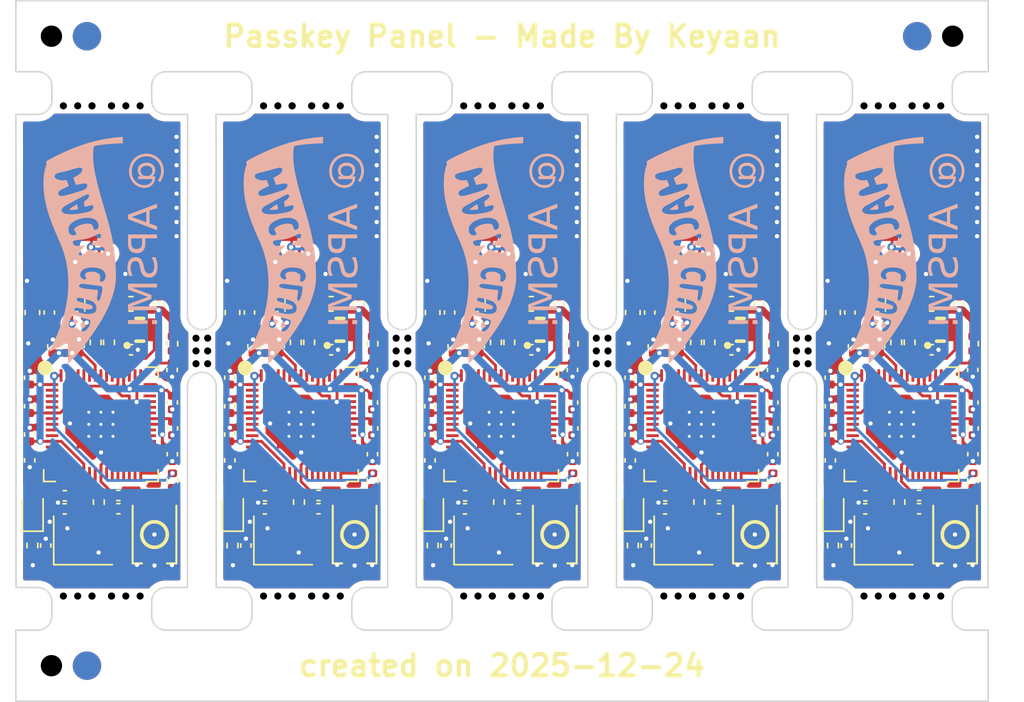
<source format=kicad_pcb>
(kicad_pcb (version 20241229) (generator "pcbnew") (generator_version "9.0")
  (layers (0 "F.Cu" signal) (2 "B.Cu" signal) (13 "F.Paste" user) (15 "B.Paste" user) (5 "F.SilkS" user "F.Silkscreen") (7 "B.SilkS" user "B.Silkscreen") (1 "F.Mask" user) (3 "B.Mask" user) (25 "Edge.Cuts" user))
  (net 0 "")
  (net 1 "Board_0-+1V1")
  (net 2 "Board_0-+3V3")
  (net 3 "Board_0-/TR+")
  (net 4 "Board_0-/TR-")
  (net 5 "Board_0-D+")
  (net 6 "Board_0-D-")
  (net 7 "Board_0-GND")
  (net 8 "Board_0-Net-(D1-A)")
  (net 9 "Board_0-Net-(D1-K)")
  (net 10 "Board_0-Net-(J1-VBUS)")
  (net 11 "Board_0-Net-(R4-Pad1)")
  (net 12 "Board_0-Net-(U1-VREG_AVDD)")
  (net 13 "Board_0-Net-(U1-VREG_LX)")
  (net 14 "Board_0-Net-(U1-XOUT)")
  (net 15 "Board_0-QSPI_SCLK")
  (net 16 "Board_0-QSPI_SS")
  (net 17 "Board_0-SD0")
  (net 18 "Board_0-SD1")
  (net 19 "Board_0-SD2")
  (net 20 "Board_0-SD3")
  (net 21 "Board_0-XIN")
  (net 22 "Board_0-XOUT")
  (net 23 "Board_0-unconnected-(U1-GPIO0-Pad2)")
  (net 24 "Board_0-unconnected-(U1-GPIO1-Pad3)")
  (net 25 "Board_0-unconnected-(U1-GPIO10-Pad14)")
  (net 26 "Board_0-unconnected-(U1-GPIO12-Pad16)")
  (net 27 "Board_0-unconnected-(U1-GPIO13-Pad17)")
  (net 28 "Board_0-unconnected-(U1-GPIO14-Pad18)")
  (net 29 "Board_0-unconnected-(U1-GPIO15-Pad19)")
  (net 30 "Board_0-unconnected-(U1-GPIO16-Pad27)")
  (net 31 "Board_0-unconnected-(U1-GPIO17-Pad28)")
  (net 32 "Board_0-unconnected-(U1-GPIO18-Pad29)")
  (net 33 "Board_0-unconnected-(U1-GPIO19-Pad31)")
  (net 34 "Board_0-unconnected-(U1-GPIO2-Pad4)")
  (net 35 "Board_0-unconnected-(U1-GPIO20-Pad32)")
  (net 36 "Board_0-unconnected-(U1-GPIO21-Pad33)")
  (net 37 "Board_0-unconnected-(U1-GPIO22-Pad34)")
  (net 38 "Board_0-unconnected-(U1-GPIO23-Pad35)")
  (net 39 "Board_0-unconnected-(U1-GPIO24-Pad36)")
  (net 40 "Board_0-unconnected-(U1-GPIO25-Pad37)")
  (net 41 "Board_0-unconnected-(U1-GPIO26_ADC0-Pad40)")
  (net 42 "Board_0-unconnected-(U1-GPIO27_ADC1-Pad41)")
  (net 43 "Board_0-unconnected-(U1-GPIO28_ADC2-Pad42)")
  (net 44 "Board_0-unconnected-(U1-GPIO29_ADC3-Pad43)")
  (net 45 "Board_0-unconnected-(U1-GPIO3-Pad5)")
  (net 46 "Board_0-unconnected-(U1-GPIO4-Pad7)")
  (net 47 "Board_0-unconnected-(U1-GPIO5-Pad8)")
  (net 48 "Board_0-unconnected-(U1-GPIO6-Pad9)")
  (net 49 "Board_0-unconnected-(U1-GPIO7-Pad10)")
  (net 50 "Board_0-unconnected-(U1-GPIO8-Pad12)")
  (net 51 "Board_0-unconnected-(U1-GPIO9-Pad13)")
  (net 52 "Board_0-unconnected-(U1-RUN-Pad26)")
  (net 53 "Board_0-unconnected-(U1-SWCLK-Pad24)")
  (net 54 "Board_0-unconnected-(U1-SWDIO-Pad25)")
  (net 55 "Board_1-+1V1")
  (net 56 "Board_1-+3V3")
  (net 57 "Board_1-/TR+")
  (net 58 "Board_1-/TR-")
  (net 59 "Board_1-D+")
  (net 60 "Board_1-D-")
  (net 61 "Board_1-GND")
  (net 62 "Board_1-Net-(D1-A)")
  (net 63 "Board_1-Net-(D1-K)")
  (net 64 "Board_1-Net-(J1-VBUS)")
  (net 65 "Board_1-Net-(R4-Pad1)")
  (net 66 "Board_1-Net-(U1-VREG_AVDD)")
  (net 67 "Board_1-Net-(U1-VREG_LX)")
  (net 68 "Board_1-Net-(U1-XOUT)")
  (net 69 "Board_1-QSPI_SCLK")
  (net 70 "Board_1-QSPI_SS")
  (net 71 "Board_1-SD0")
  (net 72 "Board_1-SD1")
  (net 73 "Board_1-SD2")
  (net 74 "Board_1-SD3")
  (net 75 "Board_1-XIN")
  (net 76 "Board_1-XOUT")
  (net 77 "Board_1-unconnected-(U1-GPIO0-Pad2)")
  (net 78 "Board_1-unconnected-(U1-GPIO1-Pad3)")
  (net 79 "Board_1-unconnected-(U1-GPIO10-Pad14)")
  (net 80 "Board_1-unconnected-(U1-GPIO12-Pad16)")
  (net 81 "Board_1-unconnected-(U1-GPIO13-Pad17)")
  (net 82 "Board_1-unconnected-(U1-GPIO14-Pad18)")
  (net 83 "Board_1-unconnected-(U1-GPIO15-Pad19)")
  (net 84 "Board_1-unconnected-(U1-GPIO16-Pad27)")
  (net 85 "Board_1-unconnected-(U1-GPIO17-Pad28)")
  (net 86 "Board_1-unconnected-(U1-GPIO18-Pad29)")
  (net 87 "Board_1-unconnected-(U1-GPIO19-Pad31)")
  (net 88 "Board_1-unconnected-(U1-GPIO2-Pad4)")
  (net 89 "Board_1-unconnected-(U1-GPIO20-Pad32)")
  (net 90 "Board_1-unconnected-(U1-GPIO21-Pad33)")
  (net 91 "Board_1-unconnected-(U1-GPIO22-Pad34)")
  (net 92 "Board_1-unconnected-(U1-GPIO23-Pad35)")
  (net 93 "Board_1-unconnected-(U1-GPIO24-Pad36)")
  (net 94 "Board_1-unconnected-(U1-GPIO25-Pad37)")
  (net 95 "Board_1-unconnected-(U1-GPIO26_ADC0-Pad40)")
  (net 96 "Board_1-unconnected-(U1-GPIO27_ADC1-Pad41)")
  (net 97 "Board_1-unconnected-(U1-GPIO28_ADC2-Pad42)")
  (net 98 "Board_1-unconnected-(U1-GPIO29_ADC3-Pad43)")
  (net 99 "Board_1-unconnected-(U1-GPIO3-Pad5)")
  (net 100 "Board_1-unconnected-(U1-GPIO4-Pad7)")
  (net 101 "Board_1-unconnected-(U1-GPIO5-Pad8)")
  (net 102 "Board_1-unconnected-(U1-GPIO6-Pad9)")
  (net 103 "Board_1-unconnected-(U1-GPIO7-Pad10)")
  (net 104 "Board_1-unconnected-(U1-GPIO8-Pad12)")
  (net 105 "Board_1-unconnected-(U1-GPIO9-Pad13)")
  (net 106 "Board_1-unconnected-(U1-RUN-Pad26)")
  (net 107 "Board_1-unconnected-(U1-SWCLK-Pad24)")
  (net 108 "Board_1-unconnected-(U1-SWDIO-Pad25)")
  (net 109 "Board_2-+1V1")
  (net 110 "Board_2-+3V3")
  (net 111 "Board_2-/TR+")
  (net 112 "Board_2-/TR-")
  (net 113 "Board_2-D+")
  (net 114 "Board_2-D-")
  (net 115 "Board_2-GND")
  (net 116 "Board_2-Net-(D1-A)")
  (net 117 "Board_2-Net-(D1-K)")
  (net 118 "Board_2-Net-(J1-VBUS)")
  (net 119 "Board_2-Net-(R4-Pad1)")
  (net 120 "Board_2-Net-(U1-VREG_AVDD)")
  (net 121 "Board_2-Net-(U1-VREG_LX)")
  (net 122 "Board_2-Net-(U1-XOUT)")
  (net 123 "Board_2-QSPI_SCLK")
  (net 124 "Board_2-QSPI_SS")
  (net 125 "Board_2-SD0")
  (net 126 "Board_2-SD1")
  (net 127 "Board_2-SD2")
  (net 128 "Board_2-SD3")
  (net 129 "Board_2-XIN")
  (net 130 "Board_2-XOUT")
  (net 131 "Board_2-unconnected-(U1-GPIO0-Pad2)")
  (net 132 "Board_2-unconnected-(U1-GPIO1-Pad3)")
  (net 133 "Board_2-unconnected-(U1-GPIO10-Pad14)")
  (net 134 "Board_2-unconnected-(U1-GPIO12-Pad16)")
  (net 135 "Board_2-unconnected-(U1-GPIO13-Pad17)")
  (net 136 "Board_2-unconnected-(U1-GPIO14-Pad18)")
  (net 137 "Board_2-unconnected-(U1-GPIO15-Pad19)")
  (net 138 "Board_2-unconnected-(U1-GPIO16-Pad27)")
  (net 139 "Board_2-unconnected-(U1-GPIO17-Pad28)")
  (net 140 "Board_2-unconnected-(U1-GPIO18-Pad29)")
  (net 141 "Board_2-unconnected-(U1-GPIO19-Pad31)")
  (net 142 "Board_2-unconnected-(U1-GPIO2-Pad4)")
  (net 143 "Board_2-unconnected-(U1-GPIO20-Pad32)")
  (net 144 "Board_2-unconnected-(U1-GPIO21-Pad33)")
  (net 145 "Board_2-unconnected-(U1-GPIO22-Pad34)")
  (net 146 "Board_2-unconnected-(U1-GPIO23-Pad35)")
  (net 147 "Board_2-unconnected-(U1-GPIO24-Pad36)")
  (net 148 "Board_2-unconnected-(U1-GPIO25-Pad37)")
  (net 149 "Board_2-unconnected-(U1-GPIO26_ADC0-Pad40)")
  (net 150 "Board_2-unconnected-(U1-GPIO27_ADC1-Pad41)")
  (net 151 "Board_2-unconnected-(U1-GPIO28_ADC2-Pad42)")
  (net 152 "Board_2-unconnected-(U1-GPIO29_ADC3-Pad43)")
  (net 153 "Board_2-unconnected-(U1-GPIO3-Pad5)")
  (net 154 "Board_2-unconnected-(U1-GPIO4-Pad7)")
  (net 155 "Board_2-unconnected-(U1-GPIO5-Pad8)")
  (net 156 "Board_2-unconnected-(U1-GPIO6-Pad9)")
  (net 157 "Board_2-unconnected-(U1-GPIO7-Pad10)")
  (net 158 "Board_2-unconnected-(U1-GPIO8-Pad12)")
  (net 159 "Board_2-unconnected-(U1-GPIO9-Pad13)")
  (net 160 "Board_2-unconnected-(U1-RUN-Pad26)")
  (net 161 "Board_2-unconnected-(U1-SWCLK-Pad24)")
  (net 162 "Board_2-unconnected-(U1-SWDIO-Pad25)")
  (net 163 "Board_3-+1V1")
  (net 164 "Board_3-+3V3")
  (net 165 "Board_3-/TR+")
  (net 166 "Board_3-/TR-")
  (net 167 "Board_3-D+")
  (net 168 "Board_3-D-")
  (net 169 "Board_3-GND")
  (net 170 "Board_3-Net-(D1-A)")
  (net 171 "Board_3-Net-(D1-K)")
  (net 172 "Board_3-Net-(J1-VBUS)")
  (net 173 "Board_3-Net-(R4-Pad1)")
  (net 174 "Board_3-Net-(U1-VREG_AVDD)")
  (net 175 "Board_3-Net-(U1-VREG_LX)")
  (net 176 "Board_3-Net-(U1-XOUT)")
  (net 177 "Board_3-QSPI_SCLK")
  (net 178 "Board_3-QSPI_SS")
  (net 179 "Board_3-SD0")
  (net 180 "Board_3-SD1")
  (net 181 "Board_3-SD2")
  (net 182 "Board_3-SD3")
  (net 183 "Board_3-XIN")
  (net 184 "Board_3-XOUT")
  (net 185 "Board_3-unconnected-(U1-GPIO0-Pad2)")
  (net 186 "Board_3-unconnected-(U1-GPIO1-Pad3)")
  (net 187 "Board_3-unconnected-(U1-GPIO10-Pad14)")
  (net 188 "Board_3-unconnected-(U1-GPIO12-Pad16)")
  (net 189 "Board_3-unconnected-(U1-GPIO13-Pad17)")
  (net 190 "Board_3-unconnected-(U1-GPIO14-Pad18)")
  (net 191 "Board_3-unconnected-(U1-GPIO15-Pad19)")
  (net 192 "Board_3-unconnected-(U1-GPIO16-Pad27)")
  (net 193 "Board_3-unconnected-(U1-GPIO17-Pad28)")
  (net 194 "Board_3-unconnected-(U1-GPIO18-Pad29)")
  (net 195 "Board_3-unconnected-(U1-GPIO19-Pad31)")
  (net 196 "Board_3-unconnected-(U1-GPIO2-Pad4)")
  (net 197 "Board_3-unconnected-(U1-GPIO20-Pad32)")
  (net 198 "Board_3-unconnected-(U1-GPIO21-Pad33)")
  (net 199 "Board_3-unconnected-(U1-GPIO22-Pad34)")
  (net 200 "Board_3-unconnected-(U1-GPIO23-Pad35)")
  (net 201 "Board_3-unconnected-(U1-GPIO24-Pad36)")
  (net 202 "Board_3-unconnected-(U1-GPIO25-Pad37)")
  (net 203 "Board_3-unconnected-(U1-GPIO26_ADC0-Pad40)")
  (net 204 "Board_3-unconnected-(U1-GPIO27_ADC1-Pad41)")
  (net 205 "Board_3-unconnected-(U1-GPIO28_ADC2-Pad42)")
  (net 206 "Board_3-unconnected-(U1-GPIO29_ADC3-Pad43)")
  (net 207 "Board_3-unconnected-(U1-GPIO3-Pad5)")
  (net 208 "Board_3-unconnected-(U1-GPIO4-Pad7)")
  (net 209 "Board_3-unconnected-(U1-GPIO5-Pad8)")
  (net 210 "Board_3-unconnected-(U1-GPIO6-Pad9)")
  (net 211 "Board_3-unconnected-(U1-GPIO7-Pad10)")
  (net 212 "Board_3-unconnected-(U1-GPIO8-Pad12)")
  (net 213 "Board_3-unconnected-(U1-GPIO9-Pad13)")
  (net 214 "Board_3-unconnected-(U1-RUN-Pad26)")
  (net 215 "Board_3-unconnected-(U1-SWCLK-Pad24)")
  (net 216 "Board_3-unconnected-(U1-SWDIO-Pad25)")
  (net 217 "Board_4-+1V1")
  (net 218 "Board_4-+3V3")
  (net 219 "Board_4-/TR+")
  (net 220 "Board_4-/TR-")
  (net 221 "Board_4-D+")
  (net 222 "Board_4-D-")
  (net 223 "Board_4-GND")
  (net 224 "Board_4-Net-(D1-A)")
  (net 225 "Board_4-Net-(D1-K)")
  (net 226 "Board_4-Net-(J1-VBUS)")
  (net 227 "Board_4-Net-(R4-Pad1)")
  (net 228 "Board_4-Net-(U1-VREG_AVDD)")
  (net 229 "Board_4-Net-(U1-VREG_LX)")
  (net 230 "Board_4-Net-(U1-XOUT)")
  (net 231 "Board_4-QSPI_SCLK")
  (net 232 "Board_4-QSPI_SS")
  (net 233 "Board_4-SD0")
  (net 234 "Board_4-SD1")
  (net 235 "Board_4-SD2")
  (net 236 "Board_4-SD3")
  (net 237 "Board_4-XIN")
  (net 238 "Board_4-XOUT")
  (net 239 "Board_4-unconnected-(U1-GPIO0-Pad2)")
  (net 240 "Board_4-unconnected-(U1-GPIO1-Pad3)")
  (net 241 "Board_4-unconnected-(U1-GPIO10-Pad14)")
  (net 242 "Board_4-unconnected-(U1-GPIO12-Pad16)")
  (net 243 "Board_4-unconnected-(U1-GPIO13-Pad17)")
  (net 244 "Board_4-unconnected-(U1-GPIO14-Pad18)")
  (net 245 "Board_4-unconnected-(U1-GPIO15-Pad19)")
  (net 246 "Board_4-unconnected-(U1-GPIO16-Pad27)")
  (net 247 "Board_4-unconnected-(U1-GPIO17-Pad28)")
  (net 248 "Board_4-unconnected-(U1-GPIO18-Pad29)")
  (net 249 "Board_4-unconnected-(U1-GPIO19-Pad31)")
  (net 250 "Board_4-unconnected-(U1-GPIO2-Pad4)")
  (net 251 "Board_4-unconnected-(U1-GPIO20-Pad32)")
  (net 252 "Board_4-unconnected-(U1-GPIO21-Pad33)")
  (net 253 "Board_4-unconnected-(U1-GPIO22-Pad34)")
  (net 254 "Board_4-unconnected-(U1-GPIO23-Pad35)")
  (net 255 "Board_4-unconnected-(U1-GPIO24-Pad36)")
  (net 256 "Board_4-unconnected-(U1-GPIO25-Pad37)")
  (net 257 "Board_4-unconnected-(U1-GPIO26_ADC0-Pad40)")
  (net 258 "Board_4-unconnected-(U1-GPIO27_ADC1-Pad41)")
  (net 259 "Board_4-unconnected-(U1-GPIO28_ADC2-Pad42)")
  (net 260 "Board_4-unconnected-(U1-GPIO29_ADC3-Pad43)")
  (net 261 "Board_4-unconnected-(U1-GPIO3-Pad5)")
  (net 262 "Board_4-unconnected-(U1-GPIO4-Pad7)")
  (net 263 "Board_4-unconnected-(U1-GPIO5-Pad8)")
  (net 264 "Board_4-unconnected-(U1-GPIO6-Pad9)")
  (net 265 "Board_4-unconnected-(U1-GPIO7-Pad10)")
  (net 266 "Board_4-unconnected-(U1-GPIO8-Pad12)")
  (net 267 "Board_4-unconnected-(U1-GPIO9-Pad13)")
  (net 268 "Board_4-unconnected-(U1-RUN-Pad26)")
  (net 269 "Board_4-unconnected-(U1-SWCLK-Pad24)")
  (net 270 "Board_4-unconnected-(U1-SWDIO-Pad25)")
  (footprint "NPTH" (layer "F.Cu") (at 126.970001 44.6555)
    (property "Reference" "KiKit_MB_1_4" (hide yes))
    (property "Value" "NPTH" (hide yes))
  )
  (footprint "NPTH" (layer "F.Cu") (at 170.03 44.6555)
    (property "Reference" "KiKit_MB_32_4" (hide yes))
    (property "Value" "NPTH" (hide yes))
  )
  (footprint "Capacitor_SMD:C_0402_1005Metric" (layer "F.Cu") (at 118.74 44.3205 90)
    (property "Reference" "C14" (hide yes))
    (property "Value" "100n")
  )
  (footprint "NPTH" (layer "F.Cu") (at 121.026666 27.4005)
    (property "Reference" "KiKit_MB_3_2" (hide yes))
    (property "Value" "NPTH" (hide yes))
  )
  (footprint "Capacitor_SMD:C_0402_1005Metric" (layer "F.Cu") (at 174.14 44.3205 90)
    (property "Reference" "C17" (hide yes))
    (property "Value" "100n")
  )
  (footprint "Capacitor_SMD:C_0402_1005Metric" (layer "F.Cu") (at 116.4025 58.3505 90)
    (property "Reference" "C4" (hide yes))
    (property "Value" "33p")
  )
  (footprint "NPTH" (layer "F.Cu") (at 155.95 44.6555)
    (property "Reference" "KiKit_MB_24_4" (hide yes))
    (property "Value" "NPTH" (hide yes))
  )
  (footprint "NPTH" (layer "F.Cu") (at 163.266666 27.4005)
    (property "Reference" "KiKit_MB_28_1" (hide yes))
    (property "Value" "NPTH" (hide yes))
  )
  (footprint "user_imported_devices:USBPCB" (layer "F.Cu") (at 176.66 36.9105)
    (property "Reference" "J1" (hide yes))
    (property "Value" "USB_A")
  )
  (footprint "Capacitor_SMD:C_0402_1005Metric" (layer "F.Cu") (at 124.34 41.3005 90)
    (property "Reference" "C18" (hide yes))
    (property "Value" "4.7u")
  )
  (footprint "Resistor_SMD:R_0402_1005Metric" (layer "F.Cu") (at 157.7 58.3505 -90)
    (property "Reference" "R6" (hide yes))
    (property "Value" "1k")
  )
  (footprint "Capacitor_SMD:C_0402_1005Metric" (layer "F.Cu") (at 145.89 55.7705 180)
    (property "Reference" "C13" (hide yes))
    (property "Value" "100n")
  )
  (footprint "NPTH" (layer "F.Cu") (at 180.2 22.5)
    (property "Reference" "KiKit_TO_2" (hide yes))
    (property "Value" "NPTH" (hide yes))
  )
  (footprint "Capacitor_SMD:C_0402_1005Metric" (layer "F.Cu") (at 159.98 54.8505 180)
    (property "Reference" "C11" (hide yes))
    (property "Value" "100n")
  )
  (footprint "Capacitor_SMD:C_0402_1005Metric" (layer "F.Cu") (at 129.3525 46.538 90)
    (property "Reference" "C9" (hide yes))
    (property "Value" "100n")
  )
  (footprint "NPTH" (layer "F.Cu") (at 175.973333 27.4005)
    (property "Reference" "KiKit_MB_33_5" (hide yes))
    (property "Value" "NPTH" (hide yes))
  )
  (footprint "Resistor_SMD:R_0402_1005Metric" (layer "F.Cu") (at 133.99 44.0505 90)
    (property "Reference" "R2" (hide yes))
    (property "Value" "27R")
  )
  (footprint "Resistor_SMD:R_0402_1005Metric" (layer "F.Cu") (at 163.09 44.0505 90)
    (property "Reference" "R3" (hide yes))
    (property "Value" "27R")
  )
  (footprint "Capacitor_SMD:C_0402_1005Metric" (layer "F.Cu") (at 181.6225 48.288 -90)
    (property "Reference" "C3" (hide yes))
    (property "Value" "4.7u")
  )
  (footprint "Capacitor_SMD:C_0402_1005Metric" (layer "F.Cu") (at 167.5425 48.288 -90)
    (property "Reference" "C3" (hide yes))
    (property "Value" "4.7u")
  )
  (footprint "Capacitor_SMD:C_0402_1005Metric" (layer "F.Cu") (at 143.4325 50.538 90)
    (property "Reference" "C10" (hide yes))
    (property "Value" "100n")
  )
  (footprint "NPTH" (layer "F.Cu") (at 149.186666 61.9105)
    (property "Reference" "KiKit_MB_23_5" (hide yes))
    (property "Value" "NPTH" (hide yes))
  )
  (footprint "NPTH" (layer "F.Cu") (at 121.026666 61.9105)
    (property "Reference" "KiKit_MB_7_5" (hide yes))
    (property "Value" "NPTH" (hide yes))
  )
  (footprint "Capacitor_SMD:C_0402_1005Metric" (layer "F.Cu") (at 117.73 55.7705 180)
    (property "Reference" "C13" (hide yes))
    (property "Value" "100n")
  )
  (footprint "Capacitor_SMD:C_0402_1005Metric" (layer "F.Cu") (at 174.05 55.7705 180)
    (property "Reference" "C13" (hide yes))
    (property "Value" "100n")
  )
  (footprint "Fiducial" (layer "F.Cu") (at 119.3 22.5)
    (property "Reference" "KiKit_FID_T_1" (hide yes))
    (property "Value" "Fiducial" (hide yes))
  )
  (footprint "LED_SMD:LED_0603_1608Metric" (layer "F.Cu") (at 143.64 55.8605 90)
    (property "Reference" "D1" (hide yes))
    (property "Value" "LED")
  )
  (footprint "NPTH" (layer "F.Cu") (at 141.050001 44.6555)
    (property "Reference" "KiKit_MB_9_4" (hide yes))
    (property "Value" "NPTH" (hide yes))
  )
  (footprint "NPTH" (layer "F.Cu") (at 146.806666 61.9105)
    (property "Reference" "KiKit_MB_22_2" (hide yes))
    (property "Value" "NPTH" (hide yes))
  )
  (footprint "Resistor_SMD:R_0402_1005Metric" (layer "F.Cu") (at 134.215 55.2955 90)
    (property "Reference" "R5" (hide yes))
    (property "Value" "1k")
  )
  (footprint "Capacitor_SMD:C_0402_1005Metric" (layer "F.Cu") (at 160.98 44.3205 90)
    (property "Reference" "C14" (hide yes))
    (property "Value" "100n")
  )
  (footprint "NPTH" (layer "F.Cu") (at 135.106666 61.9105)
    (property "Reference" "KiKit_MB_15_5" (hide yes))
    (property "Value" "NPTH" (hide yes))
  )
  (footprint "Capacitor_SMD:C_0402_1005Metric" (layer "F.Cu") (at 159.14 44.3305 90)
    (property "Reference" "C12" (hide yes))
    (property "Value" "100n")
  )
  (footprint "NPTH" (layer "F.Cu") (at 121.026666 61.9105)
    (property "Reference" "KiKit_MB_5_1" (hide yes))
    (property "Value" "NPTH" (hide yes))
  )
  (footprint "Resistor_SMD:R_0402_1005Metric" (layer "F.Cu") (at 176.23 44.0505 90)
    (property "Reference" "R2" (hide yes))
    (property "Value" "27R")
  )
  (footprint "Capacitor_SMD:C_0402_1005Metric" (layer "F.Cu") (at 166.58 41.3005 90)
    (property "Reference" "C18" (hide yes))
    (property "Value" "4.7u")
  )
  (footprint "Capacitor_SMD:C_0603_1608Metric" (layer "F.Cu") (at 115.46 41.9505 -90)
    (property "Reference" "C20" (hide yes))
    (property "Value" "10u")
  )
  (footprint "LED_SMD:LED_0603_1608Metric" (layer "F.Cu") (at 129.56 55.8605 90)
    (property "Reference" "D1" (hide yes))
    (property "Value" "LED")
  )
  (footprint "NPTH" (layer "F.Cu") (at 161.893333 27.4005)
    (property "Reference" "KiKit_MB_26_5" (hide yes))
    (property "Value" "NPTH" (hide yes))
  )
  (footprint "Capacitor_SMD:C_0402_1005Metric" (layer "F.Cu") (at 150.56 44.5705)
    (property "Reference" "C1" (hide yes))
    (property "Value" "4.7u")
  )
  (footprint "NPTH" (layer "F.Cu") (at 145.8 27.4005)
    (property "Reference" "KiKit_MB_18_3" (hide yes))
    (property "Value" "NPTH" (hide yes))
  )
  (footprint "NPTH" (layer "F.Cu") (at 169.210001 44.6555)
    (property "Reference" "KiKit_MB_25_4" (hide yes))
    (property "Value" "NPTH" (hide yes))
  )
  (footprint "NPTH" (layer "F.Cu") (at 135.106666 61.9105)
    (property "Reference" "KiKit_MB_13_1" (hide yes))
    (property "Value" "NPTH" (hide yes))
  )
  (footprint "Capacitor_SMD:C_0402_1005Metric" (layer "F.Cu") (at 129.3525 52.358 -90)
    (property "Reference" "C16" (hide yes))
    (property "Value" "100n")
  )
  (footprint "Capacitor_SMD:C_0402_1005Metric" (layer "F.Cu") (at 153.45 45.9905 -90)
    (property "Reference" "C2" (hide yes))
    (property "Value" "4.7u")
  )
  (footprint "Capacitor_SMD:C_0402_1005Metric" (layer "F.Cu") (at 117.82 44.3205 90)
    (property "Reference" "C17" (hide yes))
    (property "Value" "100n")
  )
  (footprint "user_imported_devices:USBPCB" (layer "F.Cu") (at 134.42 36.9105)
    (property "Reference" "J1" (hide yes))
    (property "Value" "USB_A")
  )
  (footprint "user_imported_devices:USBPCB" (layer "F.Cu") (at 148.5 36.9105)
    (property "Reference" "J1" (hide yes))
    (property "Value" "USB_A")
  )
  (footprint "NPTH" (layer "F.Cu") (at 161.893333 27.4005)
    (property "Reference" "KiKit_MB_27_1" (hide yes))
    (property "Value" "NPTH" (hide yes))
  )
  (footprint "Capacitor_SMD:C_0402_1005Metric" (layer "F.Cu") (at 153.4725 50.108 -90)
    (property "Reference" "C6" (hide yes))
    (property "Value" "4.7u")
  )
  (footprint "Capacitor_SMD:C_0402_1005Metric" (layer "F.Cu") (at 153.4625 51.928 -90)
    (property "Reference" "C15" (hide yes))
    (property "Value" "100n")
  )
  (footprint "NPTH" (layer "F.Cu") (at 150.193333 61.9105)
    (property "Reference" "KiKit_MB_23_4" (hide yes))
    (property "Value" "NPTH" (hide yes))
  )
  (footprint "NPTH" (layer "F.Cu") (at 141.87 44.6555)
    (property "Reference" "KiKit_MB_16_4" (hide yes))
    (property "Value" "NPTH" (hide yes))
  )
  (footprint "NPTH" (layer "F.Cu") (at 163.266666 61.9105)
    (property "Reference" "KiKit_MB_31_5" (hide yes))
    (property "Value" "NPTH" (hide yes))
  )
  (footprint "NPTH" (layer "F.Cu") (at 146.806666 27.4005)
    (property "Reference" "KiKit_MB_18_4" (hide yes))
    (property "Value" "NPTH" (hide yes))
  )
  (footprint "Resistor_SMD:R_0402_1005Metric" (layer "F.Cu") (at 167.54 44.1405 -90)
    (property "Reference" "R1" (hide yes))
    (property "Value" "33")
  )
  (footprint "Resistor_SMD:R_0402_1005Metric" (layer "F.Cu") (at 120.135 55.2955 90)
    (property "Reference" "R5" (hide yes))
    (property "Value" "1k")
  )
  (footprint "Capacitor_SMD:C_0402_1005Metric" (layer "F.Cu") (at 173.22 44.3305 90)
    (property "Reference" "C12" (hide yes))
    (property "Value" "100n")
  )
  (footprint "Capacitor_SMD:C_0402_1005Metric" (layer "F.Cu") (at 167.53 45.9905 -90)
    (property "Reference" "C2" (hide yes))
    (property "Value" "4.7u")
  )
  (footprint "Crystal:Crystal_SMD_3225-4Pin_3.2x2.5mm" (layer "F.Cu") (at 119.02 57.9905)
    (property "Reference" "Y1" (hide yes))
    (property "Value" "Crystal_GND24")
  )
  (footprint "Capacitor_SMD:C_0402_1005Metric" (layer "F.Cu") (at 171.5925 48.548 90)
    (property "Reference" "C7" (hide yes))
    (property "Value" "100n")
  )
  (footprint "NPTH" (layer "F.Cu") (at 131.72 27.4005)
    (property "Reference" "KiKit_MB_10_3" (hide yes))
    (property "Value" "NPTH" (hide yes))
  )
  (footprint "NPTH" (layer "F.Cu") (at 151.2 61.9105)
    (property "Reference" "KiKit_MB_23_3" (hide yes))
    (property "Value" "NPTH" (hide yes))
  )
  (footprint "Capacitor_SMD:C_0402_1005Metric" (layer "F.Cu") (at 152.5 41.3005 90)
    (property "Reference" "C18" (hide yes))
    (property "Value" "4.7u")
  )
  (footprint "Capacitor_SMD:C_0603_1608Metric" (layer "F.Cu") (at 157.7 41.9505 -90)
    (property "Reference" "C20" (hide yes))
    (property "Value" "10u")
  )
  (footprint "NPTH" (layer "F.Cu") (at 135.106666 27.4005)
    (property "Reference" "KiKit_MB_12_1" (hide yes))
    (property "Value" "NPTH" (hide yes))
  )
  (footprint "NPTH" (layer "F.Cu") (at 141.87 45.5555)
    (property "Reference" "KiKit_MB_16_3" (hide yes))
    (property "Value" "NPTH" (hide yes))
  )
  (footprint "Capacitor_SMD:C_0402_1005Metric" (layer "F.Cu") (at 129.3525 50.538 90)
    (property "Reference" "C10" (hide yes))
    (property "Value" "100n")
  )
  (footprint "Capacitor_SMD:C_0402_1005Metric" (layer "F.Cu") (at 132.82 44.3205 90)
    (property "Reference" "C14" (hide yes))
    (property "Value" "100n")
  )
  (footprint "NPTH" (layer "F.Cu") (at 160.886666 61.9105)
    (property "Reference" "KiKit_MB_30_2" (hide yes))
    (property "Value" "NPTH" (hide yes))
  )
  (footprint "easyeda2kicad:X2SON-4_L1.0-W1.0-P0.65-TL-EP" (layer "F.Cu") (at 174.92 41.3305 90)
    (property "Reference" "U2" (hide yes))
    (property "Value" "TLV75512PDQNR")
  )
  (footprint "NPTH" (layer "F.Cu") (at 122.033333 61.9105)
    (property "Reference" "KiKit_MB_7_4" (hide yes))
    (property "Value" "NPTH" (hide yes))
  )
  (footprint "easyeda2kicad:SW-SMD_L3.9-W3.0-P4.45" (layer "F.Cu") (at 180.37 57.5805 90)
    (property "Reference" "SW1" (hide yes))
    (property "Value" "SW_Push")
  )
  (footprint "Resistor_SMD:R_0402_1005Metric" (layer "F.Cu") (at 143.62 58.3505 -90)
    (property "Reference" "R6" (hide yes))
    (property "Value" "1k")
  )
  (footprint "NPTH" (layer "F.Cu") (at 127.79 44.6555)
    (property "Reference" "KiKit_MB_8_4" (hide yes))
    (property "Value" "NPTH" (hide yes))
  )
  (footprint "NPTH" (layer "F.Cu") (at 173.96 61.9105)
    (property "Reference" "KiKit_MB_37_3" (hide yes))
    (property "Value" "NPTH" (hide yes))
  )
  (footprint "Capacitor_SMD:C_0402_1005Metric" (layer "F.Cu") (at 144.5625 58.3505 90)
    (property "Reference" "C4" (hide yes))
    (property "Value" "33p")
  )
  (footprint "NPTH" (layer "F.Cu") (at 123.04 61.9105)
    (property "Reference" "KiKit_MB_7_3" (hide yes))
    (property "Value" "NPTH" (hide yes))
  )
  (footprint "Capacitor_SMD:C_0402_1005Metric" (layer "F.Cu") (at 139.3925 50.108 -90)
    (property "Reference" "C6" (hide yes))
    (property "Value" "4.7u")
  )
  (footprint "LED_SMD:LED_0603_1608Metric" (layer "F.Cu") (at 157.72 55.8605 90)
    (property "Reference" "D1" (hide yes))
    (property "Value" "LED")
  )
  (footprint "user_imported_devices:RP2350A_QFN-60_EP_7.75x7.75_Pitch0.4mm" (layer "F.Cu") (at 120.28 49.8205)
    (property "Reference" "U1" (hide yes))
    (property "Value" "RP2350A-QFN60")
  )
  (footprint "user_imported_devices:RP2350A_QFN-60_EP_7.75x7.75_Pitch0.4mm" (layer "F.Cu") (at 176.6 49.8205)
    (property "Reference" "U1" (hide yes))
    (property "Value" "RP2350A-QFN60")
  )
  (footprint "Capacitor_SMD:C_0402_1005Metric" (layer "F.Cu") (at 139.3825 48.288 -90)
    (property "Reference" "C3" (hide yes))
    (property "Value" "4.7u")
  )
  (footprint "Capacitor_SMD:C_0402_1005Metric" (layer "F.Cu") (at 130.73 41.9505 -90)
    (property "Reference" "C21" (hide yes))
    (property "Value" "4.7u")
  )
  (footprint "Capacitor_SMD:C_0402_1005Metric" (layer "F.Cu") (at 125.3025 51.928 -90)
    (property "Reference" "C15" (hide yes))
    (property "Value" "100n")
  )
  (footprint "easyeda2kicad:IND-SMD_L2.0-W1.6_AOTA-B201610S3R3-101-T" (layer "F.Cu") (at 137.1 43.1655 180)
    (property "Reference" "L1" (hide yes))
    (property "Value" "AOTA")
  )
  (footprint "easyeda2kicad:SW-SMD_L3.9-W3.0-P4.45" (layer "F.Cu") (at 152.21 57.5805 90)
    (property "Reference" "SW1" (hide yes))
    (property "Value" "SW_Push")
  )
  (footprint "Resistor_SMD:R_0402_1005Metric" (layer "F.Cu") (at 134.93 44.0505 90)
    (property "Reference" "R3" (hide yes))
    (property "Value" "27R")
  )
  (footprint "NPTH" (layer "F.Cu") (at 179.36 27.4005)
    (property "Reference" "KiKit_MB_35_3" (hide yes))
    (property "Value" "NPTH" (hide yes))
  )
  (footprint "Capacitor_SMD:C_0402_1005Metric" (layer "F.Cu") (at 172.97 41.9505 -90)
    (property "Reference" "C21" (hide yes))
    (property "Value" "4.7u")
  )
  (footprint "NPTH" (layer "F.Cu") (at 133.733333 27.4005)
    (property "Reference" "KiKit_MB_10_5" (hide yes))
    (property "Value" "NPTH" (hide yes))
  )
  (footprint "Resistor_SMD:R_0402_1005Metric" (layer "F.Cu") (at 162.15 44.0505 90)
    (property "Reference" "R2" (hide yes))
    (property "Value" "27R")
  )
  (footprint "NPTH" (layer "F.Cu") (at 159.88 61.9105)
    (property "Reference" "KiKit_MB_30_3" (hide yes))
    (property "Value" "NPTH" (hide yes))
  )
  (footprint "user_imported_devices:RP2350A_QFN-60_EP_7.75x7.75_Pitch0.4mm" (layer "F.Cu") (at 148.44 49.8205)
    (property "Reference" "U1" (hide yes))
    (property "Value" "RP2350A-QFN60")
  )
  (footprint "NPTH" (layer "F.Cu") (at 147.813333 61.9105)
    (property "Reference" "KiKit_MB_22_1" (hide yes))
    (property "Value" "NPTH" (hide yes))
  )
  (footprint "easyeda2kicad:IND-SMD_L2.0-W1.6_AOTA-B201610S3R3-101-T" (layer "F.Cu") (at 179.34 43.1655 180)
    (property "Reference" "L1" (hide yes))
    (property "Value" "AOTA")
  )
  (footprint "Capacitor_SMD:C_0402_1005Metric" (layer "F.Cu") (at 131.9 44.3205 90)
    (property "Reference" "C17" (hide yes))
    (property "Value" "100n")
  )
  (footprint "Capacitor_SMD:C_0402_1005Metric" (layer "F.Cu") (at 125.29 45.9905 -90)
    (property "Reference" "C2" (hide yes))
    (property "Value" "4.7u")
  )
  (footprint "Capacitor_SMD:C_0402_1005Metric" (layer "F.Cu") (at 149.6725 54.828)
    (property "Reference" "C8" (hide yes))
    (property "Value" "100n")
  )
  (footprint "user_imported_devices:USBPCB" (layer "F.Cu") (at 162.58 36.9105)
    (property "Reference" "J1" (hide yes))
    (property "Value" "USB_A")
  )
  (footprint "Capacitor_SMD:C_0402_1005Metric" (layer "F.Cu") (at 157.5125 46.538 90)
    (property "Reference" "C9" (hide yes))
    (property "Value" "100n")
  )
  (footprint "NPTH" (layer "F.Cu") (at 123.039999 27.4005)
    (property "Reference" "KiKit_MB_4_3" (hide yes))
    (property "Value" "NPTH" (hide yes))
  )
  (footprint "Capacitor_SMD:C_0402_1005Metric" (layer "F.Cu") (at 125.3025 48.288 -90)
    (property "Reference" "C3" (hide yes))
    (property "Value" "4.7u")
  )
  (footprint "NPTH" (layer "F.Cu") (at 160.886666 27.4005)
    (property "Reference" "KiKit_MB_26_4" (hide yes))
    (property "Value" "NPTH" (hide yes))
  )
  (footprint "Capacitor_SMD:C_0402_1005Metric" (layer "F.Cu") (at 158.6425 58.3505 90)
    (property "Reference" "C4" (hide yes))
    (property "Value" "33p")
  )
  (footprint "NPTH" (layer "F.Cu") (at 135.106666 27.4005)
    (property "Reference" "KiKit_MB_11_2" (hide yes))
    (property "Value" "NPTH" (hide yes))
  )
  (footprint "user_imported_devices:RP2350A_QFN-60_EP_7.75x7.75_Pitch0.4mm" (layer "F.Cu") (at 162.52 49.8205)
    (property "Reference" "U1" (hide yes))
    (property "Value" "RP2350A-QFN60")
  )
  (footprint "NPTH" (layer "F.Cu") (at 117.64 61.9105)
    (property "Reference" "KiKit_MB_6_3" (hide yes))
    (property "Value" "NPTH" (hide yes))
  )
  (footprint "Capacitor_SMD:C_0402_1005Metric" (layer "F.Cu") (at 163.75 55.7605)
    (property "Reference" "C5" (hide yes))
    (property "Value" "33p")
  )
  (footprint "Capacitor_SMD:C_0402_1005Metric" (layer "F.Cu") (at 174.06 54.8505 180)
    (property "Reference" "C11" (hide yes))
    (property "Value" "100n")
  )
  (footprint "NPTH" (layer "F.Cu") (at 175.973333 61.9105)
    (property "Reference" "KiKit_MB_36_2" (hide yes))
    (property "Value" "NPTH" (hide yes))
  )
  (footprint "Capacitor_SMD:C_0603_1608Metric" (layer "F.Cu") (at 178.72 41.3405 180)
    (property "Reference" "C19" (hide yes))
    (property "Value" "10u")
  )
  (footprint "NPTH" (layer "F.Cu") (at 118.646667 27.4005)
    (property "Reference" "KiKit_MB_2_4" (hide yes))
    (property "Value" "NPTH" (hide yes))
  )
  (footprint "Capacitor_SMD:C_0402_1005Metric" (layer "F.Cu") (at 116.65 41.9505 -90)
    (property "Reference" "C21" (hide yes))
    (property "Value" "4.7u")
  )
  (footprint "NPTH" (layer "F.Cu") (at 159.88 27.4005)
    (property "Reference" "KiKit_MB_26_3" (hide yes))
    (property "Value" "NPTH" (hide yes))
  )
  (footprint "Resistor_SMD:R_0402_1005Metric" (layer "F.Cu") (at 171.78 58.3505 -90)
    (property "Reference" "R6" (hide yes))
    (property "Value" "1k")
  )
  (footprint "easyeda2kicad:X2SON-4_L1.0-W1.0-P0.65-TL-EP" (layer "F.Cu") (at 118.6 41.3305 90)
    (property "Reference" "U2" (hide yes))
    (property "Value" "TLV75512PDQNR")
  )
  (footprint "Resistor_SMD:R_0402_1005Metric" (layer "F.Cu") (at 139.38 44.1405 -90)
    (property "Reference" "R1" (hide yes))
    (property "Value" "33")
  )
  (footprint "Capacitor_SMD:C_0402_1005Metric" (layer "F.Cu") (at 145.98 44.3205 90)
    (property "Reference" "C17" (hide yes))
    (property "Value" "100n")
  )
  (footprint "NPTH" (layer "F.Cu") (at 121.026666 27.4005)
    (property "Reference" "KiKit_MB_4_1" (hide yes))
    (property "Value" "NPTH" (hide yes))
  )
  (footprint "easyeda2kicad:X2SON-4_L1.0-W1.0-P0.65-TL-EP" (layer "F.Cu") (at 160.84 41.3305 90)
    (property "Reference" "U2" (hide yes))
    (property "Value" "TLV75512PDQNR")
  )
  (footprint "Resistor_SMD:R_0402_1005Metric" (layer "F.Cu") (at 153.4725 53.778 90)
    (property "Reference" "R4" (hide yes))
    (property "Value" "1k")
  )
  (footprint "Capacitor_SMD:C_0402_1005Metric" (layer "F.Cu") (at 167.5425 51.928 -90)
    (property "Reference" "C15" (hide yes))
    (property "Value" "100n")
  )
  (footprint "Capacitor_SMD:C_0402_1005Metric" (layer "F.Cu") (at 167.5525 50.108 -90)
    (property "Reference" "C6" (hide yes))
    (property "Value" "4.7u")
  )
  (footprint "NPTH" (layer "F.Cu") (at 177.346666 27.4005)
    (property "Reference" "KiKit_MB_34_2" (hide yes))
    (property "Value" "NPTH" (hide yes))
  )
  (footprint "Capacitor_SMD:C_0402_1005Metric" (layer "F.Cu") (at 146.9 44.3205 90)
    (property "Reference" "C14" (hide yes))
    (property "Value" "100n")
  )
  (footprint "Capacitor_SMD:C_0402_1005Metric" (layer "F.Cu") (at 139.3825 51.928 -90)
    (property "Reference" "C15" (hide yes))
    (property "Value" "100n")
  )
  (footprint "NPTH" (layer "F.Cu") (at 151.2 27.4005)
    (property "Reference" "KiKit_MB_20_3" (hide yes))
    (property "Value" "NPTH" (hide yes))
  )
  (footprint "NPTH" (layer "F.Cu") (at 170.03 43.7555)
    (property "Reference" "KiKit_MB_32_5" (hide yes))
    (property "Value" "NPTH" (hide yes))
  )
  (footprint "NPTH" (layer "F.Cu") (at 177.346666 61.9105)
    (property "Reference" "KiKit_MB_38_5" (hide yes))
    (property "Value" "NPTH" (hide yes))
  )
  (footprint "Capacitor_SMD:C_0402_1005Metric" (layer "F.Cu") (at 180.66 41.3005 90)
    (property "Reference" "C18" (hide yes))
    (property "Value" "4.7u")
  )
  (footprint "Capacitor_SMD:C_0402_1005Metric" (layer "F.Cu") (at 136.48 44.5705)
    (property "Reference" "C1" (hide yes))
    (property "Value" "4.7u")
  )
  (footprint "Capacitor_SMD:C_0402_1005Metric" (layer "F.Cu") (at 130.98 44.3305 90)
    (property "Reference" "C12" (hide yes))
    (property "Value" "100n")
  )
  (footprint "Capacitor_SMD:C_0402_1005Metric" (layer "F.Cu") (at 144.81 41.9505 -90)
    (property "Reference" "C21" (hide yes))
    (property "Value" "4.7u")
  )
  (footprint "Capacitor_SMD:C_0402_1005Metric" (layer "F.Cu") (at 115.2725 52.358 -90)
    (property "Reference" "C16" (hide yes))
    (property "Value" "100n")
  )
  (footprint "LED_SMD:LED_0603_1608Metric" (layer "F.Cu") (at 115.48 55.8605 90)
    (property "Reference" "D1" (hide yes))
    (property "Value" "LED")
  )
  (footprint "Resistor_SMD:R_0402_1005Metric" (layer "F.Cu") (at 125.3 44.1405 -90)
    (property "Reference" "R1" (hide yes))
    (property "Value" "33")
  )
  (footprint "Fiducial" (layer "F.Cu") (at 119.3 66.8115)
    (property "Reference" "KiKit_FID_T_3" (hide yes))
    (property "Value" "Fiducial" (hide yes))
  )
  (footprint "NPTH" (layer "F.Cu") (at 173.96 27.4005)
    (property "Reference" "KiKit_MB_33_3" (hide yes))
    (property "Value" "NPTH" (hide yes))
  )
  (footprint "NPTH" (layer "F.Cu") (at 126.970001 43.7555)
    (property "Reference" "KiKit_MB_1_3" (hide yes))
    (property "Value" "NPTH" (hide yes))
  )
  (footprint "NPTH" (layer "F.Cu") (at 116.8 22.5)
    (property "Reference" "KiKit_TO_1" (hide yes))
    (property "Value" "NPTH" (hide yes))
  )
  (footprint "easyeda2kicad:SW-SMD_L3.9-W3.0-P4.45" (layer "F.Cu") (at 138.13 57.5805 90)
    (property "Reference" "SW1" (hide yes))
    (property "Value" "SW_Push")
  )
  (footprint "NPTH" (layer "F.Cu") (at 164.273333 61.9105)
    (property "Reference" "KiKit_MB_31_4" (hide yes))
    (property "Value" "NPTH" (hide yes))
  )
  (footprint "Capacitor_SMD:C_0402_1005Metric" (layer "F.Cu") (at 131.81 55.7705 180)
    (property "Reference" "C13" (hide yes))
    (property "Value" "100n")
  )
  (footprint "NPTH" (layer "F.Cu") (at 169.210001 43.7555)
    (property "Reference" "KiKit_MB_25_3" (hide yes))
    (property "Value" "NPTH" (hide yes))
  )
  (footprint "Crystal:Crystal_SMD_3225-4Pin_3.2x2.5mm" (layer "F.Cu") (at 161.26 57.9905)
    (property "Reference" "Y1" (hide yes))
    (property "Value" "Crystal_GND24")
  )
  (footprint "NPTH" (layer "F.Cu") (at 136.113333 61.9105)
    (property "Reference" "KiKit_MB_15_4" (hide yes))
    (property "Value" "NPTH" (hide yes))
  )
  (footprint "NPTH" (layer "F.Cu") (at 116.8 66.8115)
    (property "Reference" "KiKit_TO_3" (hide yes))
    (property "Value" "NPTH" (hide yes))
  )
  (footprint "NPTH" (layer "F.Cu") (at 177.346666 61.9105)
    (property "Reference" "KiKit_MB_36_1" (hide yes))
    (property "Value" "NPTH" (hide yes))
  )
  (footprint "NPTH" (layer "F.Cu") (at 165.28 27.4005)
    (property "Reference" "KiKit_MB_28_3" (hide yes))
    (property "Value" "NPTH" (hide yes))
  )
  (footprint "Capacitor_SMD:C_0402_1005Metric" (layer "F.Cu") (at 181.6225 51.928 -90)
    (property "Reference" "C15" (hide yes))
    (property "Value" "100n")
  )
  (footprint "Capacitor_SMD:C_0402_1005Metric" (layer "F.Cu") (at 153.4625 48.288 -90)
    (property "Reference" "C3" (hide yes))
    (property "Value" "4.7u")
  )
  (footprint "Resistor_SMD:R_0402_1005Metric" (layer "F.Cu") (at 119.91 44.0505 90)
    (property "Reference" "R2" (hide yes))
    (property "Value" "27R")
  )
  (footprint "Capacitor_SMD:C_0603_1608Metric" (layer "F.Cu") (at 143.62 41.9505 -90)
    (property "Reference" "C20" (hide yes))
    (property "Value" "10u")
  )
  (footprint "Fiducial" (layer "F.Cu") (at 177.7 22.5)
    (property "Reference" "KiKit_FID_T_2" (hide yes))
    (property "Value" "Fiducial" (hide yes))
  )
  (footprint "Capacitor_SMD:C_0603_1608Metric" (layer "F.Cu") (at 122.4 41.3405 180)
    (property "Reference" "C19" (hide yes))
    (property "Value" "10u")
  )
  (footprint "NPTH" (layer "F.Cu") (at 133.733333 61.9105)
    (property "Reference" "KiKit_MB_13_2" (hide yes))
    (property "Value" "NPTH" (hide yes))
  )
  (footprint "Capacitor_SMD:C_0402_1005Metric" (layer "F.Cu") (at 116.9 44.3305 90)
    (property "Reference" "C12" (hide yes))
    (property "Value" "100n")
  )
  (footprint "NPTH" (layer "F.Cu") (at 150.193333 27.4005)
    (property "Reference" "KiKit_MB_20_2" (hide yes))
    (property "Value" "NPTH" (hide yes))
  )
  (footprint "easyeda2kicad:X2SON-4_L1.0-W1.0-P0.65-TL-EP" (layer "F.Cu") (at 146.76 41.3305 90)
    (property "Reference" "U2" (hide yes))
    (property "Value" "TLV75512PDQNR")
  )
  (footprint "Capacitor_SMD:C_0402_1005Metric" (layer "F.Cu") (at 181.6325 50.108 -90)
    (property "Reference" "C6" (hide yes))
    (property "Value" "4.7u")
  )
  (footprint "Capacitor_SMD:C_0402_1005Metric" (layer "F.Cu") (at 130.4825 58.3505 90)
    (property "Reference" "C4" (hide yes))
    (property "Value" "33p")
  )
  (footprint "Capacitor_SMD:C_0402_1005Metric" (layer "F.Cu") (at 177.8325 54.828)
    (property "Reference" "C8" (hide yes))
    (property "Value" "100n")
  )
  (footprint "Resistor_SMD:R_0402_1005Metric" (layer "F.Cu") (at 167.5525 53.778 90)
    (property "Reference" "R4" (hide yes))
    (property "Value" "1k")
  )
  (footprint "NPTH" (layer "F.Cu") (at 133.733333 61.9105)
    (property "Reference" "KiKit_MB_14_1" (hide yes))
    (property "Value" "NPTH" (hide yes))
  )
  (footprint "Capacitor_SMD:C_0402_1005Metric" (layer "F.Cu") (at 143.4325 52.358 -90)
    (property "Reference" "C16" (hide yes))
    (property "Value" "100n")
  )
  (footprint "Capacitor_SMD:C_0402_1005Metric" (layer "F.Cu") (at 125.3125 50.108 -90)
    (property "Reference" "C6" (hide yes))
    (property "Value" "4.7u")
  )
  (footprint "NPTH" (layer "F.Cu") (at 155.95 45.5555)
    (property "Reference" "KiKit_MB_24_3" (hide yes))
    (property "Value" "NPTH" (hide yes))
  )
  (footprint "NPTH" (layer "F.Cu") (at 132.726666 61.9105)
    (property "Reference" "KiKit_MB_14_2" (hide yes))
    (property "Value" "NPTH" (hide yes))
  )
  (footprint "Capacitor_SMD:C_0402_1005Metric" (layer "F.Cu") (at 172.7225 58.3505 90)
    (property "Reference" "C4" (hide yes))
    (property "Value" "33p")
  )
  (footprint "Capacitor_SMD:C_0402_1005Metric" (layer "F.Cu") (at 131.82 54.8505 180)
    (property "Reference" "C11" (hide yes))
    (property "Value" "100n")
  )
  (footprint "Capacitor_SMD:C_0603_1608Metric" (layer "F.Cu") (at 164.64 41.3405 180)
    (property "Reference" "C19" (hide yes))
    (property "Value" "10u")
  )
  (footprint "NPTH" (layer "F.Cu") (at 169.210001 45.5555)
    (property "Reference" "KiKit_MB_25_5" (hide yes))
    (property "Value" "NPTH" (hide yes))
  )
  (footprint "Capacitor_SMD:C_0402_1005Metric" (layer "F.Cu") (at 157.5125 50.538 90)
    (property "Reference" "C10" (hide yes))
    (property "Value" "100n")
  )
  (footprint "Capacitor_SMD:C_0402_1005Metric" (layer "F.Cu") (at 121.51 55.7605)
    (property "Reference" "C5" (hide yes))
    (property "Value" "33p")
  )
  (footprint "NPTH" (layer "F.Cu") (at 149.186666 61.9105)
    (property "Reference" "KiKit_MB_21_1" (hide yes))
    (property "Value" "NPTH" (hide yes))
  )
  (footprint "NPTH" (layer "F.Cu") (at 179.36 61.9105)
    (property "Reference" "KiKit_MB_38_3" (hide yes))
    (property "Value" "NPTH" (hide yes))
  )
  (footprint "easyeda2kicad:SW-SMD_L3.9-W3.0-P4.45" (layer "F.Cu") (at 124.05 57.5805 90)
    (property "Reference" "SW1" (hide yes))
    (property "Value" "SW_Push")
  )
  (footprint "Capacitor_SMD:C_0402_1005Metric" (layer "F.Cu") (at 117.74 54.8505 180)
    (property "Reference" "C11" (hide yes))
    (property "Value" "100n")
  )
  (footprint "Crystal:Crystal_SMD_3225-4Pin_3.2x2.5mm" (layer "F.Cu") (at 147.18 57.9905)
    (property "Reference" "Y1" (hide yes))
    (property "Value" "Crystal_GND24")
  )
  (footprint "NPTH" (layer "F.Cu") (at 132.726666 27.4005)
    (property "Reference" "KiKit_MB_10_4" (hide yes))
    (property "Value" "NPTH" (hide yes))
  )
  (footprint "NPTH" (layer "F.Cu") (at 174.966666 61.9105)
    (property "Reference" "KiKit_MB_37_2" (hide yes))
    (property "Value" "NPTH" (hide yes))
  )
  (footprint "Resistor_SMD:R_0402_1005Metric" (layer "F.Cu") (at 176.455 55.2955 90)
    (property "Reference" "R5" (hide yes))
    (property "Value" "1k")
  )
  (footprint "Resistor_SMD:R_0402_1005Metric" (layer "F.Cu") (at 149.01 44.0505 90)
    (property "Reference" "R3" (hide yes))
    (property "Value" "27R")
  )
  (footprint "NPTH" (layer "F.Cu") (at 119.653334 61.9105)
    (property "Reference" "KiKit_MB_6_1" (hide yes))
    (property "Value" "NPTH" (hide yes))
  )
  (footprint "Capacitor_SMD:C_0402_1005Metric" (layer "F.Cu") (at 149.67 55.7605)
    (property "Reference" "C5" (hide yes))
    (property "Value" "33p")
  )
  (footprint "Capacitor_SMD:C_0603_1608Metric" (layer "F.Cu") (at 150.56 41.3405 180)
    (property "Reference" "C19" (hide yes))
    (property "Value" "10u")
  )
  (footprint "NPTH" (layer "F.Cu") (at 164.273333 27.4005)
    (property "Reference" "KiKit_MB_28_2" (hide yes))
    (property "Value" "NPTH" (hide yes))
  )
  (footprint "Capacitor_SMD:C_0603_1608Metric" (layer "F.Cu") (at 129.54 41.9505 -90)
    (property "Reference" "C20" (hide yes))
    (property "Value" "10u")
  )
  (footprint "Resistor_SMD:R_0402_1005Metric" (layer "F.Cu") (at 148.07 44.0505 90)
    (property "Reference" "R2" (hide yes))
    (property "Value" "27R")
  )
  (footprint "NPTH" (layer "F.Cu") (at 147.813333 61.9105)
    (property "Reference" "KiKit_MB_21_2" (hide yes))
    (property "Value" "NPTH" (hide yes))
  )
  (footprint "Capacitor_SMD:C_0402_1005Metric" (layer "F.Cu") (at 164.64 44.5705)
    (property "Reference" "C1" (hide yes))
    (property "Value" "4.7u")
  )
  (footprint "NPTH" (layer "F.Cu") (at 119.653334 61.9105)
    (property "Reference" "KiKit_MB_5_2" (hide yes))
    (property "Value" "NPTH" (hide yes))
  )
  (footprint "NPTH" (layer "F.Cu") (at 136.113333 27.4005)
    (property "Reference" "KiKit_MB_12_2" (hide yes))
    (property "Value" "NPTH" (hide yes))
  )
  (footprint "user_imported_devices:RP2350A_QFN-60_EP_7.75x7.75_Pitch0.4mm" (layer "F.Cu") (at 134.36 49.8205)
    (property "Reference" "U1" (hide yes))
    (property "Value" "RP2350A-QFN60")
  )
  (footprint "Resistor_SMD:R_0402_1005Metric" (layer "F.Cu") (at 115.46 58.3505 -90)
    (property "Reference" "R6" (hide yes))
    (property "Value" "1k")
  )
  (footprint "NPTH" (layer "F.Cu") (at 155.95 43.7555)
    (property "Reference" "KiKit_MB_24_5" (hide yes))
    (property "Value" "NPTH" (hide yes))
  )
  (footprint "NPTH" (layer "F.Cu") (at 149.186666 27.4005)
    (property "Reference" "KiKit_MB_19_2" (hide yes))
    (property "Value" "NPTH" (hide yes))
  )
  (footprint "Capacitor_SMD:C_0402_1005Metric" (layer "F.Cu") (at 145.06 44.3305 90)
    (property "Reference" "C12" (hide yes))
    (property "Value" "100n")
  )
  (footprint "NPTH" (layer "F.Cu") (at 155.130001 45.5555)
    (property "Reference" "KiKit_MB_17_5" (hide yes))
    (property "Value" "NPTH" (hide yes))
  )
  (footprint "Resistor_SMD:R_0402_1005Metric" (layer "F.Cu") (at 162.375 55.2955 90)
    (property "Reference" "R5" (hide yes))
    (property "Value" "1k")
  )
  (footprint "Capacitor_SMD:C_0402_1005Metric" (layer "F.Cu") (at 139.37 45.9905 -90)
    (property "Reference" "C2" (hide yes))
    (property "Value" "4.7u")
  )
  (footprint "NPTH" (layer "F.Cu") (at 141.87 43.7555)
    (property "Reference" "KiKit_MB_16_5" (hide yes))
    (property "Value" "NPTH" (hide yes))
  )
  (footprint "Capacitor_SMD:C_0402_1005Metric" (layer "F.Cu") (at 160.06 44.3205 90)
    (property "Reference" "C17" (hide yes))
    (property "Value" "100n")
  )
  (footprint "easyeda2kicad:SW-SMD_L3.9-W3.0-P4.45" (layer "F.Cu") (at 166.29 57.5805 90)
    (property "Reference" "SW1" (hide yes))
    (property "Value" "SW_Push")
  )
  (footprint "NPTH" (layer "F.Cu") (at 119.653334 27.4005)
    (property "Reference" "KiKit_MB_2_5" (hide yes))
    (property "Value" "NPTH" (hide yes))
  )
  (footprint "Resistor_SMD:R_0402_1005Metric" (layer "F.Cu") (at 120.85 44.0505 90)
    (property "Reference" "R3" (hide yes))
    (property "Value" "27R")
  )
  (footprint "NPTH" (layer "F.Cu") (at 141.050001 45.5555)
    (property "Reference" "KiKit_MB_9_5" (hide yes))
    (property "Value" "NPTH" (hide yes))
  )
  (footprint "NPTH" (layer "F.Cu") (at 137.12 61.9105)
    (property "Reference" "KiKit_MB_15_3" (hide yes))
    (property "Value" "NPTH" (hide yes))
  )
  (footprint "Capacitor_SMD:C_0603_1608Metric" (layer "F.Cu") (at 136.48 41.3405 180)
    (property "Reference" "C19" (hide yes))
    (property "Value" "10u")
  )
  (footprint "Capacitor_SMD:C_0402_1005Metric" (layer "F.Cu") (at 158.89 41.9505 -90)
    (property "Reference" "C21" (hide yes))
    (property "Value" "4.7u")
  )
  (footprint "NPTH" (layer "F.Cu") (at 161.893333 61.9105)
    (property "Reference" "KiKit_MB_29_2" (hide yes))
    (property "Value" "NPTH" (hide yes))
  )
  (footprint "Capacitor_SMD:C_0402_1005Metric" (layer "F.Cu") (at 143.4325 48.548 90)
    (property "Reference" "C7" (hide yes))
    (property "Value" "100n")
  )
  (footprint "Capacitor_SMD:C_0402_1005Metric" (layer "F.Cu") (at 115.2725 50.538 90)
    (property "Reference" "C10" (hide yes))
    (property "Value" "100n")
  )
  (footprint "easyeda2kicad:X2SON-4_L1.0-W1.0-P0.65-TL-EP" (layer "F.Cu") (at 132.68 41.3305 90)
    (property "Reference" "U2" (hide yes))
    (property "Value" "TLV75512PDQNR")
  )
  (footprint "user_imported_devices:USBPCB" (layer "F.Cu") (at 120.34 36.9105)
    (property "Reference" "J1" (hide yes))
    (property "Value" "USB_A")
  )
  (footprint "Capacitor_SMD:C_0402_1005Metric" (layer "F.Cu") (at 177.83 55.7605)
    (property "Reference" "C5" (hide yes))
    (property "Value" "33p")
  )
  (footprint "NPTH" (layer "F.Cu") (at 127.79 45.5555)
    (property "Reference" "KiKit_MB_8_3" (hide yes))
    (property "Value" "NPTH" (hide yes))
  )
  (footprint "Capacitor_SMD:C_0402_1005Metric" (layer "F.Cu") (at 157.5125 52.358 -90)
    (property "Reference" "C16" (hide yes))
    (property "Value" "100n")
  )
  (footprint "Resistor_SMD:R_0402_1005Metric" (layer "F.Cu") (at 139.3925 53.778 90)
    (property "Reference" "R4" (hide yes))
    (property "Value" "1k")
  )
  (footprint "NPTH" (layer "F.Cu") (at 149.186666 27.4005)
    (property "Reference" "KiKit_MB_20_1" (hide yes))
    (property "Value" "NPTH" (hide yes))
  )
  (footprint "NPTH" (layer "F.Cu") (at 119.653334 27.4005)
    (property "Reference" "KiKit_MB_3_1" (hide yes))
    (property "Value" "NPTH" (hide yes))
  )
  (footprint "NPTH" (layer "F.Cu") (at 170.03 45.5555)
    (property "Reference" "KiKit_MB_32_3" (hide yes))
    (property "Value" "NPTH" (hide yes))
  )
  (footprint "Crystal:Crystal_SMD_3225-4Pin_3.2x2.5mm" (layer "F.Cu") (at 175.34 57.9905)
    (property "Reference" "Y1" (hide yes))
    (property "Value" "Crystal_GND24")
  )
  (footprint "NPTH" (layer "F.Cu") (at 177.346666 27.4005)
    (property "Reference" "KiKit_MB_35_1" (hide yes))
    (property "Value" "NPTH" (hide yes))
  )
  (footprint "Resistor_SMD:R_0402_1005Metric" (layer "F.Cu") (at 129.54 58.3505 -90)
    (property "Reference" "R6" (hide yes))
    (property "Value" "1k")
  )
  (footprint "NPTH" (layer "F.Cu") (at 137.12 27.4005)
    (property "Reference" "KiKit_MB_12_3" (hide yes))
    (property "Value" "NPTH" (hide yes))
  )
  (footprint "Resistor_SMD:R_0402_1005Metric" (layer "F.Cu") (at 148.295 55.2955 90)
    (property "Reference" "R5" (hide yes))
    (property "Value" "1k")
  )
  (footprint "NPTH" (layer "F.Cu") (at 127.79 43.7555)
    (property "Reference" "KiKit_MB_8_5" (hide yes))
    (property "Value" "NPTH" (hide yes))
  )
  (footprint "easyeda2kicad:IND-SMD_L2.0-W1.6_AOTA-B201610S3R3-101-T" (layer "F.Cu") (at 165.26 43.1655 180)
    (property "Reference" "L1" (hide yes))
    (property "Value" "AOTA")
  )
  (footprint "NPTH" (layer "F.Cu") (at 155.130001 44.6555)
    (property "Reference" "KiKit_MB_17_4" (hide yes))
    (property "Value" "NPTH" (hide yes))
  )
  (footprint "NPTH" (layer "F.Cu") (at 161.893333 61.9105)
    (property "Reference" "KiKit_MB_30_1" (hide yes))
    (property "Value" "NPTH" (hide yes))
  )
  (footprint "LED_SMD:LED_0603_1608Metric" (layer "F.Cu") (at 171.8 55.8605 90)
    (property "Reference" "D1" (hide yes))
    (property "Value" "LED")
  )
  (footprint "Capacitor_SMD:C_0402_1005Metric" (layer "F.Cu") (at 135.5925 54.828)
    (property "Reference" "C8" (hide yes))
    (property "Value" "100n")
  )
  (footprint "NPTH" (layer "F.Cu") (at 178.353333 61.9105)
    (property "Reference" "KiKit_MB_38_4" (hide yes))
    (property "Value" "NPTH" (hide yes))
  )
  (footprint "NPTH" (layer "F.Cu") (at 122.033333 27.4005)
    (property "Reference" "KiKit_MB_4_2" (hide yes))
    (property "Value" "NPTH" (hide yes))
  )
  (footprint "Resistor_SMD:R_0402_1005Metric" (layer "F.Cu") (at 125.3125 53.778 90)
    (property "Reference" "R4" (hide yes))
    (property "Value" "1k")
  )
  (footprint "NPTH" (layer "F.Cu") (at 163.266666 27.4005)
    (property "Reference" "KiKit_MB_27_2" (hide yes))
    (property "Value" "NPTH" (hide yes))
  )
  (footprint "Capacitor_SMD:C_0402_1005Metric" (layer "F.Cu") (at 175.06 44.3205 90)
    (property "Reference" "C14" (hide yes))
    (property "Value" "100n")
  )
  (footprint "NPTH" (layer "F.Cu") (at 155.130001 43.7555)
    (property "Reference" "KiKit_MB_17_3" (hide yes))
    (property "Value" "NPTH" (hide yes))
  )
  (footprint "Crystal:Crystal_SMD_3225-4Pin_3.2x2.5mm" (layer "F.Cu") (at 133.1 57.9905)
    (property "Reference" "Y1" (hide yes))
    (property "Value" "Crystal_GND24")
  )
  (footprint "NPTH" (layer "F.Cu") (at 147.813333 27.4005)
    (property "Reference" "KiKit_MB_18_5" (hide yes))
    (property "Value" "NPTH" (hide yes))
  )
  (footprint "Capacitor_SMD:C_0402_1005Metric" (layer "F.Cu") (at 145.9 54.8505 180)
    (property "Reference" "C11" (hide yes))
    (property "Value" "100n")
  )
  (footprint "easyeda2kicad:IND-SMD_L2.0-W1.6_AOTA-B201610S3R3-101-T" (layer "F.Cu") (at 123.02 43.1655 180)
    (property "Reference" "L1" (hide yes))
    (property "Value" "AOTA")
  )
  (footprint "NPTH" (layer "F.Cu") (at 174.966666 27.4005)
    (property "Reference" "KiKit_MB_33_4" (hide yes))
    (property "Value" "NPTH" (hide yes))
  )
  (footprint "NPTH" (layer "F.Cu") (at 118.646667 61.9105)
    (property "Reference" "KiKit_MB_6_2" (hide yes))
    (property "Value" "NPTH" (hide yes))
  )
  (footprint "Capacitor_SMD:C_0402_1005Metric" (layer "F.Cu") (at 159.97 55.7705 180)
    (property "Reference" "C13" (hide yes))
    (property "Value" "100n")
  )
  (footprint "Resistor_SMD:R_0402_1005Metric" (layer "F.Cu") (at 181.6325 53.778 90)
    (property "Reference" "R4" (hide yes))
    (property "Value" "1k")
  )
  (footprint "Capacitor_SMD:C_0402_1005Metric" (layer "F.Cu") (at 122.4 44.5705)
    (property "Reference" "C1" (hide yes))
    (property "Value" "4.7u")
  )
  (footprint "Resistor_SMD:R_0402_1005Metric" (layer "F.Cu") (at 181.62 44.1405 -90)
    (property "Reference" "R1" (hide yes))
    (property "Value" "33")
  )
  (footprint "Capacitor_SMD:C_0402_1005Metric" (layer "F.Cu") (at 135.59 55.7605)
    (property "Reference" "C5" (hide yes))
    (property "Value" "33p")
  )
  (footprint "Capacitor_SMD:C_0402_1005Metric" (layer "F.Cu") (at 171.5925 52.358 -90)
    (property "Reference" "C16" (hide yes))
    (property "Value" "100n")
  )
  (footprint "NPTH" (layer "F.Cu") (at 141.050001 43.7555)
    (property "Reference" "KiKit_MB_9_3" (hide yes))
    (property "Value" "NPTH" (hide yes))
  )
  (footprint "NPTH" (layer "F.Cu") (at 165.28 61.9105)
    (property "Reference" "KiKit_MB_31_3" (hide yes))
    (property "Value" "NPTH" (hide yes))
  )
  (footprint "Capacitor_SMD:C_0402_1005Metric" (layer "F.Cu") (at 115.2725 46.538 90)
    (property "Reference" "C9" (hide yes))
    (property "Value" "100n")
  )
  (footprint "easyeda2kicad:IND-SMD_L2.0-W1.6_AOTA-B201610S3R3-101-T" (layer "F.Cu") (at 151.18 43.1655 180)
    (property "Reference" "L1" (hide yes))
    (property "Value" "AOTA")
  )
  (footprint "NPTH" (layer "F.Cu") (at 178.353333 27.4005)
    (property "Reference" "KiKit_MB_35_2" (hide yes))
    (property "Value" "NPTH" (hide yes))
  )
  (footprint "Capacitor_SMD:C_0603_1608Metric" (layer "F.Cu") (at 171.78 41.9505 -90)
    (property "Reference" "C20" (hide yes))
    (property "Value" "10u")
  )
  (footprint "Capacitor_SMD:C_0402_1005Metric" (layer "F.Cu") (at 129.3525 48.548 90)
    (property "Reference" "C7" (hide yes))
    (property "Value" "100n")
  )
  (footprint "Resistor_SMD:R_0402_1005Metric" (layer "F.Cu") (at 153.46 44.1405 -90)
    (property "Reference" "R1" (hide yes))
    (property "Value" "33")
  )
  (footprint "Capacitor_SMD:C_0402_1005Metric" (layer "F.Cu") (at 171.5925 50.538 90)
    (property "Reference" "C10" (hide yes))
    (property "Value" "100n")
  )
  (footprint "NPTH" (layer "F.Cu") (at 126.970001 45.5555)
    (property "Reference" "KiKit_MB_1_5" (hide yes))
    (property "Value" "NPTH" (hide yes))
  )
  (footprint "Capacitor_SMD:C_0402_1005Metric" (layer "F.Cu") (at 171.5925 46.538 90)
    (property "Reference" "C9" (hide yes))
    (property "Value" "100n")
  )
  (footprint "Capacitor_SMD:C_0402_1005Metric" (layer "F.Cu") (at 138.42 41.3005 90)
    (property "Reference" "C18" (hide yes))
    (property "Value" "4.7u")
  )
  (footprint "NPTH" (layer "F.Cu") (at 131.72 61.9105)
    (property "Reference" "KiKit_MB_14_3" (hide yes))
    (property "Value" "NPTH" (hide yes))
  )
  (footprint "Capacitor_SMD:C_0402_1005Metric" (layer "F.Cu") (at 163.7525 54.828)
    (property "Reference" "C8" (hide yes))
    (property "Value" "100n")
  )
  (footprint "Capacitor_SMD:C_0402_1005Metric" (layer "F.Cu") (at 121.5125 54.828)
    (property "Reference" "C8" (hide yes))
    (property "Value" "100n")
  )
  (footprint "NPTH" (layer "F.Cu") (at 145.8 61.9105)
    (property "Reference" "KiKit_MB_22_3" (hide yes))
    (property "Value" "NPTH" (hide yes))
  )
  (footprint "Capacitor_SMD:C_0402_1005Metric" (layer "F.Cu") (at 115.2725 48.548 90)
    (property "Reference" "C7" (hide yes))
    (property "Value" "100n")
  )
  (footprint "Capacitor_SMD:C_0402_1005Metric" (layer "F.Cu") (at 178.72 44.5705)
    (property "Reference" "C1" (hide yes))
    (property "Value" "4.7u")
  )
  (footprint "NPTH" (layer "F.Cu") (at 175.973333 61.9105)
    (property "Reference" "KiKit_MB_37_1" (hide yes))
    (property "Value" "NPTH" (hide yes))
  )
  (footprint "Capacitor_SMD:C_0402_1005Metric" (layer "F.Cu") (at 143.4325 46.538 90)
    (property "Reference" "C9" (hide yes))
    (property "Value" "100n")
  )
  (footprint "Capacitor_SMD:C_0402_1005Metric" (layer "F.Cu") (at 157.5125 48.548 90)
    (property "Reference" "C7" (hide yes))
    (property "Value" "100n")
  )
  (footprint "NPTH" (layer "F.Cu") (at 133.733333 27.4005)
    (property "Reference" "KiKit_MB_11_1" (hide yes))
    (property "Value" "NPTH" (hide yes))
  )
  (footprint "NPTH" (layer "F.Cu") (at 175.973333 27.4005)
    (property "Reference" "KiKit_MB_34_1" (hide yes))
    (property "Value" "NPTH" (hide yes))
  )
  (footprint "Capacitor_SMD:C_0402_1005Metric" (layer "F.Cu") (at 181.61 45.9905 -90)
    (property "Reference" "C2" (hide yes))
    (property "Value" "4.7u")
  )
  (footprint "NPTH" (layer "F.Cu") (at 163.266666 61.9105)
    (property "Reference" "KiKit_MB_29_1" (hide yes))
    (property "Value" "NPTH" (hide yes))
  )
  (footprint "NPTH" (layer "F.Cu") (at 117.64 27.4005)
    (property "Reference" "KiKit_MB_2_3" (hide yes))
    (property "Value" "NPTH" (hide yes))
  )
  (footprint "Resistor_SMD:R_0402_1005Metric" (layer "F.Cu") (at 177.17 44.0505 90)
    (property "Reference" "R3" (hide yes))
    (property "Value" "27R")
  )
  (footprint "NPTH" (layer "F.Cu") (at 147.813333 27.4005)
    (property "Reference" "KiKit_MB_19_1" (hide yes))
    (property "Value" "NPTH" (hide yes))
  )
  (footprint "LOGO" (layer "B.Cu") (at 133.11 37.5905 -90)
    (property "Reference" "G***" (hide yes))
    (property "Value" "LOGO" (hide yes))
  )
  (footprint "LOGO" (layer "B.Cu") (at 147.19 37.5905 -90)
    (property "Reference" "G***" (hide yes))
    (property "Value" "LOGO" (hide yes))
  )
  (footprint "Fiducial" (layer "B.Cu") (at 119.3 66.8115 180)
    (property "Reference" "KiKit_FID_B_3" (hide yes))
    (property "Value" "Fiducial" (hide yes))
  )
  (footprint "LOGO" (layer "B.Cu") (at 119.03 37.5905 -90)
    (property "Reference" "G***" (hide yes))
    (property "Value" "LOGO" (hide yes))
  )
  (footprint "Fiducial" (layer "B.Cu") (at 177.7 22.5 180)
    (property "Reference" "KiKit_FID_B_2" (hide yes))
    (property "Value" "Fiducial" (hide yes))
  )
  (footprint "LOGO" (layer "B.Cu") (at 161.27 37.5905 -90)
    (property "Reference" "G***" (hide yes))
    (property "Value" "LOGO" (hide yes))
  )
  (footprint "Fiducial" (layer "B.Cu") (at 119.3 22.5 180)
    (property "Reference" "KiKit_FID_B_1" (hide yes))
    (property "Value" "Fiducial" (hide yes))
  )
  (footprint "LOGO" (layer "B.Cu") (at 175.35 37.5905 -90)
    (property "Reference" "G***" (hide yes))
    (property "Value" "LOGO" (hide yes))
  )
  (gr_line (start 152.498744 25.142129) (end 152.541408 25.11796) (stroke (width 0.1)) (layer "Edge.Cuts"))
  (gr_line (start 152.457318 27.832137) (end 152.417229 27.803904) (stroke (width 0.1)) (layer "Edge.Cuts"))
  (gr_line (start 130.71007 63.907603) (end 130.679903 63.946258) (stroke (width 0.1)) (layer "Edge.Cuts"))
  (gr_line (start 180.249377 63.6948) (end 180.231731 63.649052) (stroke (width 0.1)) (layer "Edge.Cuts"))
  (gr_line (start 166.710032 27.924455) (end 166.665205 27.904585) (stroke (width 0.1)) (layer "Edge.Cuts"))
  (gr_line (start 116.534066 25.2926) (end 116.567876 25.328112) (stroke (width 0.1)) (layer "Edge.Cuts"))
  (gr_line (start 144.910622 63.6948) (end 144.890751 63.739627) (stroke (width 0.1)) (layer "Edge.Cuts"))
  (gr_line (start 152.018144 63.410419) (end 152.014536 63.361518) (stroke (width 0.1)) (layer "Edge.Cuts"))
  (gr_line (start 130.88747 63.507395) (end 130.876727 63.555237) (stroke (width 0.1)) (layer "Edge.Cuts"))
  (gr_line (start 180.249377 61.927199) (end 180.269248 61.882372) (stroke (width 0.1)) (layer "Edge.Cuts"))
  (gr_line (start 126.357753 61.310499) (end 126.368755 61.310229) (stroke (width 0.1)) (layer "Edge.Cuts"))
  (gr_line (start 170.619187 47.007916) (end 170.625189 47.05658) (stroke (width 0.1)) (layer "Edge.Cuts"))
  (gr_line (start 115.925585 64.306689) (end 115.876685 64.310296) (stroke (width 0.1)) (layer "Edge.Cuts"))
  (gr_line (start 123.971294 63.783425) (end 123.949248 63.739627) (stroke (width 0.1)) (layer "Edge.Cuts"))
  (gr_line (start 144.975853 62.162916) (end 144.981855 62.21158) (stroke (width 0.1)) (layer "Edge.Cuts"))
  (gr_line (start 130.005585 61.31531) (end 130.05425 61.321312) (stroke (width 0.1)) (layer "Edge.Cuts"))
  (gr_line (start 140.47994 46.911762) (end 140.493017 46.864505) (stroke (width 0.1)) (layer "Edge.Cuts"))
  (gr_line (start 180.291294 25.528074) (end 180.315462 25.485411) (stroke (width 0.1)) (layer "Edge.Cuts"))
  (gr_line (start 142.46001 28.012778) (end 142.469999 40.010083) (stroke (width 0.1)) (layer "Edge.Cuts"))
  (gr_line (start 172.661255 64.16937) (end 172.618591 64.193539) (stroke (width 0.1)) (layer "Edge.Cuts"))
  (gr_line (start 152.014536 62.260481) (end 152.018144 62.21158) (stroke (width 0.1)) (layer "Edge.Cuts"))
  (gr_line (start 138.377318 61.478862) (end 138.418744 61.452629) (stroke (width 0.1)) (layer "Edge.Cuts"))
  (gr_line (start 168.619989 28.012754) (end 168.619728 28.001746) (stroke (width 0.1)) (layer "Edge.Cuts"))
  (gr_line (start 144.542681 64.143137) (end 144.501255 64.16937) (stroke (width 0.1)) (layer "Edge.Cuts"))
  (gr_line (start 124.338744 25.142129) (end 124.381408 25.11796) (stroke (width 0.1)) (layer "Edge.Cuts"))
  (gr_line (start 154.531204 47.105481) (end 154.534811 47.05658) (stroke (width 0.1)) (layer "Edge.Cuts"))
  (gr_line (start 180.977438 25.019195) (end 181.025749 25.010812) (stroke (width 0.1)) (layer "Edge.Cuts"))
  (gr_line (start 142.104758 42.928737) (end 142.066103 42.958904) (stroke (width 0.1)) (layer "Edge.Cuts"))
  (gr_line (start 144.324219 27.942102) (end 144.27766 27.957483) (stroke (width 0.1)) (layer "Edge.Cuts"))
  (gr_line (start 166.352123 27.672387) (end 166.320096 27.635258) (stroke (width 0.1)) (layer "Edge.Cuts"))
  (gr_line (start 130.88747 62.114604) (end 130.895853 62.162916) (stroke (width 0.1)) (layer "Edge.Cuts"))
  (gr_line (start 170.337399 46.4481) (end 170.371209 46.483612) (stroke (width 0.1)) (layer "Edge.Cuts"))
  (gr_line (start 169.319006 46.198516) (end 169.366263 46.185439) (stroke (width 0.1)) (layer "Edge.Cuts"))
  (gr_line (start 172.781425 27.773737) (end 172.74277 27.803904) (stroke (width 0.1)) (layer "Edge.Cuts"))
  (gr_line (start 124.297318 61.478862) (end 124.338744 61.452629) (stroke (width 0.1)) (layer "Edge.Cuts"))
  (gr_line (start 127.174105 43.136304) (end 127.126263 43.12556) (stroke (width 0.1)) (layer "Edge.Cuts"))
  (gr_line (start 116.821855 62.21158) (end 116.825463 62.260481) (stroke (width 0.1)) (layer "Edge.Cuts"))
  (gr_line (start 130.679903 61.675741) (end 130.71007 61.714396) (stroke (width 0.1)) (layer "Edge.Cuts"))
  (gr_line (start 123.854536 62.260481) (end 123.858144 62.21158) (stroke (width 0.1)) (layer "Edge.Cuts"))
  (gr_line (start 156.40787 42.670088) (end 156.381637 42.711514) (stroke (width 0.1)) (layer "Edge.Cuts"))
  (gr_line (start 142.243237 46.520741) (end 142.273404 46.559396) (stroke (width 0.1)) (layer "Edge.Cuts"))
  (gr_line (start 130.614066 25.2926) (end 130.647876 25.328112) (stroke (width 0.1)) (layer "Edge.Cuts"))
  (gr_line (start 144.458591 25.11796) (end 144.501255 25.142129) (stroke (width 0.1)) (layer "Edge.Cuts"))
  (gr_line (start 181.074414 61.31531) (end 181.123314 61.311703) (stroke (width 0.1)) (layer "Edge.Cuts"))
  (gr_line (start 130.895853 63.459083) (end 130.88747 63.507395) (stroke (width 0.1)) (layer "Edge.Cuts"))
  (gr_line (start 144.324219 64.253102) (end 144.27766 64.268483) (stroke (width 0.1)) (layer "Edge.Cuts"))
  (gr_line (start 166.458574 27.773737) (end 166.421446 27.741709) (stroke (width 0.1)) (layer "Edge.Cuts"))
  (gr_line (start 137.97635 62.019505) (end 137.991731 61.972947) (stroke (width 0.1)) (layer "Edge.Cuts"))
  (gr_line (start 127.904588 46.297629) (end 127.946014 46.323862) (stroke (width 0.1)) (layer "Edge.Cuts"))
  (gr_line (start 130.421255 64.16937) (end 130.378591 64.193539) (stroke (width 0.1)) (layer "Edge.Cuts"))
  (gr_line (start 158.494794 25.095914) (end 158.538591 25.11796) (stroke (width 0.1)) (layer "Edge.Cuts"))
  (gr_line (start 154.895242 46.382262) (end 154.933897 46.352095) (stroke (width 0.1)) (layer "Edge.Cuts"))
  (gr_line (start 168.705915 42.583627) (end 168.686045 42.5388) (stroke (width 0.1)) (layer "Edge.Cuts"))
  (gr_line (start 152.541408 25.11796) (end 152.585205 25.095914) (stroke (width 0.1)) (layer "Edge.Cuts"))
  (gr_line (start 172.529967 64.235455) (end 172.484219 64.253102) (stroke (width 0.1)) (layer "Edge.Cuts"))
  (gr_line (start 166.320096 61.675741) (end 166.352123 61.638612) (stroke (width 0.1)) (layer "Edge.Cuts"))
  (gr_line (start 130.848268 63.649052) (end 130.830622 63.6948) (stroke (width 0.1)) (layer "Edge.Cuts"))
  (gr_line (start 144.27766 27.957483) (end 144.230403 27.97056) (stroke (width 0.1)) (layer "Edge.Cuts"))
  (gr_line (start 130.906666 27.001487) (end 130.905463 27.050518) (stroke (width 0.1)) (layer "Edge.Cuts"))
  (gr_line (start 142.411602 46.817947) (end 142.426983 46.864505) (stroke (width 0.1)) (layer "Edge.Cuts"))
  (gr_line (start 152.541408 27.882539) (end 152.498744 27.85837) (stroke (width 0.1)) (layer "Edge.Cuts"))
  (gr_line (start 168.629196 42.351395) (end 168.620813 42.303083) (stroke (width 0.1)) (layer "Edge.Cuts"))
  (gr_line (start 130.764537 25.485411) (end 130.788705 25.528074) (stroke (width 0.1)) (layer "Edge.Cuts"))
  (gr_line (start 180.21635 27.291494) (end 180.203272 27.244237) (stroke (width 0.1)) (layer "Edge.Cuts"))
  (gr_line (start 126.371204 47.105481) (end 126.374811 47.05658) (stroke (width 0.1)) (layer "Edge.Cuts"))
  (gr_line (start 116.254794 25.095914) (end 116.298591 25.11796) (stroke (width 0.1)) (layer "Edge.Cuts"))
  (gr_line (start 180.83578 64.253102) (end 180.790032 64.235455) (stroke (width 0.1)) (layer "Edge.Cuts"))
  (gr_line (start 169.825895 43.136304) (end 169.777583 43.144687) (stroke (width 0.1)) (layer "Edge.Cuts"))
  (gr_line (start 127.818127 43.059585) (end 127.7733 43.079455) (stroke (width 0.1)) (layer "Edge.Cuts"))
  (gr_line (start 173.116727 27.244237) (end 173.103649 27.291494) (stroke (width 0.1)) (layer "Edge.Cuts"))
  (gr_line (start 166.421446 64.052709) (end 166.385933 64.018899) (stroke (width 0.1)) (layer "Edge.Cuts"))
  (gr_line (start 158.622681 25.168362) (end 158.66277 25.196595) (stroke (width 0.1)) (layer "Edge.Cuts"))
  (gr_line (start 166.665205 27.904585) (end 166.621408 27.882539) (stroke (width 0.1)) (layer "Edge.Cuts"))
  (gr_line (start 155.9333 43.079455) (end 155.887552 43.097102) (stroke (width 0.1)) (layer "Edge.Cuts"))
  (gr_line (start 116.209967 61.386544) (end 116.254794 61.406414) (stroke (width 0.1)) (layer "Edge.Cuts"))
  (gr_line (start 124.021695 63.867514) (end 123.995462 63.826088) (stroke (width 0.1)) (layer "Edge.Cuts"))
  (gr_line (start 158.87007 25.403896) (end 158.898304 25.443985) (stroke (width 0.1)) (layer "Edge.Cuts"))
  (gr_line (start 169.728919 43.150689) (end 169.680018 43.154296) (stroke (width 0.1)) (layer "Edge.Cuts"))
  (gr_line (start 138.101695 27.556514) (end 138.075462 27.515088) (stroke (width 0.1)) (layer "Edge.Cuts"))
  (gr_line (start 172.95007 61.714396) (end 172.978304 61.754485) (stroke (width 0.1)) (layer "Edge.Cuts"))
  (gr_line (start 156.55 61.298252) (end 156.55027 61.309254) (stroke (width 0.1)) (layer "Edge.Cuts"))
  (gr_line (start 166.849596 25.029939) (end 166.897438 25.019195) (stroke (width 0.1)) (layer "Edge.Cuts"))
  (gr_line (start 124.257229 27.803904) (end 124.218574 27.773737) (stroke (width 0.1)) (layer "Edge.Cuts"))
  (gr_line (start 169.366263 43.12556) (end 169.319006 43.112483) (stroke (width 0.1)) (layer "Edge.Cuts"))
  (gr_line (start 167.092345 25) (end 172.147654 25) (stroke (width 0.1)) (layer "Edge.Cuts"))
  (gr_line (start 144.58277 64.114904) (end 144.542681 64.143137) (stroke (width 0.1)) (layer "Edge.Cuts"))
  (gr_line (start 172.781425 61.537262) (end 172.818553 61.56929) (stroke (width 0.1)) (layer "Edge.Cuts"))
  (gr_line (start 172.342561 25.019195) (end 172.390403 25.029939) (stroke (width 0.1)) (layer "Edge.Cuts"))
  (gr_line (start 173.12747 25.804104) (end 173.135853 25.852416) (stroke (width 0.1)) (layer "Edge.Cuts"))
  (gr_line (start 141.665895 43.136304) (end 141.617583 43.144687) (stroke (width 0.1)) (layer "Edge.Cuts"))
  (gr_line (start 116.209967 27.924455) (end 116.164219 27.942102) (stroke (width 0.1)) (layer "Edge.Cuts"))
  (gr_line (start 123.872529 27.196395) (end 123.864146 27.148083) (stroke (width 0.1)) (layer "Edge.Cuts"))
  (gr_line (start 130.334794 27.904585) (end 130.289967 27.924455) (stroke (width 0.1)) (layer "Edge.Cuts"))
  (gr_line (start 180.21635 25.709005) (end 180.231731 25.662447) (stroke (width 0.1)) (layer "Edge.Cuts"))
  (gr_line (start 116.796727 27.244237) (end 116.783649 27.291494) (stroke (width 0.1)) (layer "Edge.Cuts"))
  (gr_line (start 144.986666 27.001487) (end 144.985463 27.050518) (stroke (width 0.1)) (layer "Edge.Cuts"))
  (gr_line (start 152.865749 27.989687) (end 152.817438 27.981304) (stroke (width 0.1)) (layer "Edge.Cuts"))
  (gr_line (start 152.769596 64.28156) (end 152.722339 64.268483) (stroke (width 0.1)) (layer "Edge.Cuts"))
  (gr_line (start 154.625915 46.727372) (end 154.647961 46.683574) (stroke (width 0.1)) (layer "Edge.Cuts"))
  (gr_line (start 144.458591 61.42846) (end 144.501255 61.452629) (stroke (width 0.1)) (layer "Edge.Cuts"))
  (gr_line (start 138.298574 64.084737) (end 138.261446 64.052709) (stroke (width 0.1)) (layer "Edge.Cuts"))
  (gr_line (start 152.131294 25.528074) (end 152.155462 25.485411) (stroke (width 0.1)) (layer "Edge.Cuts"))
  (gr_line (start 180.178144 27.099419) (end 180.174536 27.050518) (stroke (width 0.1)) (layer "Edge.Cuts"))
  (gr_line (start 166.849596 61.340439) (end 166.897438 61.329695) (stroke (width 0.1)) (layer "Edge.Cuts"))
  (gr_line (start 144.890751 27.428627) (end 144.868705 27.472425) (stroke (width 0.1)) (layer "Edge.Cuts"))
  (gr_line (start 130.830622 61.927199) (end 130.848268 61.972947) (stroke (width 0.1)) (layer "Edge.Cuts"))
  (gr_line (start 138.129929 27.596603) (end 138.101695 27.556514) (stroke (width 0.1)) (layer "Edge.Cuts"))
  (gr_line (start 130.788705 61.838574) (end 130.810751 61.882372) (stroke (width 0.1)) (layer "Edge.Cuts"))
  (gr_line (start 180.369929 27.596603) (end 180.341695 27.556514) (stroke (width 0.1)) (layer "Edge.Cuts"))
  (gr_line (start 172.390403 27.97056) (end 172.342561 27.981304) (stroke (width 0.1)) (layer "Edge.Cuts"))
  (gr_line (start 124.754414 25.00481) (end 124.803314 25.001203) (stroke (width 0.1)) (layer "Edge.Cuts"))
  (gr_line (start 130.150403 64.28156) (end 130.102561 64.292304) (stroke (width 0.1)) (layer "Edge.Cuts"))
  (gr_line (start 144.036685 27.999296) (end 143.987654 28.0005) (stroke (width 0.1)) (layer "Edge.Cuts"))
  (gr_line (start 142.374085 46.727372) (end 142.393955 46.772199) (stroke (width 0.1)) (layer "Edge.Cuts"))
  (gr_line (start 180.291294 63.783425) (end 180.269248 63.739627) (stroke (width 0.1)) (layer "Edge.Cuts"))
  (gr_line (start 156.539187 47.007916) (end 156.545189 47.05658) (stroke (width 0.1)) (layer "Edge.Cuts"))
  (gr_line (start 138.225933 25.2926) (end 138.261446 25.25879) (stroke (width 0.1)) (layer "Edge.Cuts"))
  (gr_line (start 173.004537 63.826088) (end 172.978304 63.867514) (stroke (width 0.1)) (layer "Edge.Cuts"))
  (gr_line (start 126.538363 46.599485) (end 126.566596 46.559396) (stroke (width 0.1)) (layer "Edge.Cuts"))
  (gr_line (start 152.498744 61.452629) (end 152.541408 61.42846) (stroke (width 0.1)) (layer "Edge.Cuts"))
  (gr_line (start 166.849596 27.97056) (end 166.802339 27.957483) (stroke (width 0.1)) (layer "Edge.Cuts"))
  (gr_line (start 172.43766 27.957483) (end 172.390403 27.97056) (stroke (width 0.1)) (layer "Edge.Cuts"))
  (gr_line (start 124.51578 25.058397) (end 124.562339 25.043016) (stroke (width 0.1)) (layer "Edge.Cuts"))
  (gr_line (start 180.790032 61.386544) (end 180.83578 61.368897) (stroke (width 0.1)) (layer "Edge.Cuts"))
  (gr_line (start 172.245585 61.31531) (end 172.29425 61.321312) (stroke (width 0.1)) (layer "Edge.Cuts"))
  (gr_line (start 152.341446 27.741709) (end 152.305933 27.707899) (stroke (width 0.1)) (layer "Edge.Cuts"))
  (gr_line (start 170.058127 46.251414) (end 170.101925 46.27346) (stroke (width 0.1)) (layer "Edge.Cuts"))
  (gr_line (start 128.36006 46.911762) (end 128.370804 46.959604) (stroke (width 0.1)) (layer "Edge.Cuts"))
  (gr_line (start 124.049929 61.714396) (end 124.080096 61.675741) (stroke (width 0.1)) (layer "Edge.Cuts"))
  (gr_line (start 137.963272 25.756262) (end 137.97635 25.709005) (stroke (width 0.1)) (layer "Edge.Cuts"))
  (gr_line (start 166.497229 25.196595) (end 166.537318 25.168362) (stroke (width 0.1)) (layer "Edge.Cuts"))
  (gr_line (start 116.826666 63.312487) (end 116.825463 63.361518) (stroke (width 0.1)) (layer "Edge.Cuts"))
  (gr_line (start 172.702681 64.143137) (end 172.661255 64.16937) (stroke (width 0.1)) (layer "Edge.Cuts"))
  (gr_line (start 172.147654 64.3115) (end 167.092345 64.3115) (stroke (width 0.1)) (layer "Edge.Cuts"))
  (gr_line (start 144.986666 62.309512) (end 144.986666 63.312487) (stroke (width 0.1)) (layer "Edge.Cuts"))
  (gr_line (start 127.079006 46.198516) (end 127.126263 46.185439) (stroke (width 0.1)) (layer "Edge.Cuts"))
  (gr_line (start 170.571602 42.493052) (end 170.553955 42.5388) (stroke (width 0.1)) (layer "Edge.Cuts"))
  (gr_line (start 166.235462 61.795911) (end 166.261695 61.754485) (stroke (width 0.1)) (layer "Edge.Cuts"))
  (gr_line (start 130.541425 64.084737) (end 130.50277 64.114904) (stroke (width 0.1)) (layer "Edge.Cuts"))
  (gr_line (start 156.106014 42.987137) (end 156.064588 43.01337) (stroke (width 0.1)) (layer "Edge.Cuts"))
  (gr_line (start 116.298591 61.42846) (end 116.341255 61.452629) (stroke (width 0.1)) (layer "Edge.Cuts"))
  (gr_line (start 130.289967 27.924455) (end 130.244219 27.942102) (stroke (width 0.1)) (layer "Edge.Cuts"))
  (gr_line (start 152.378574 25.226762) (end 152.417229 25.196595) (stroke (width 0.1)) (layer "Edge.Cuts"))
  (gr_line (start 124.297318 64.143137) (end 124.257229 64.114904) (stroke (width 0.1)) (layer "Edge.Cuts"))
  (gr_line (start 152.032529 25.804104) (end 152.043272 25.756262) (stroke (width 0.1)) (layer "Edge.Cuts"))
  (gr_line (start 127.727552 46.213897) (end 127.7733 46.231544) (stroke (width 0.1)) (layer "Edge.Cuts"))
  (gr_line (start 169.609013 46.1555) (end 169.630987 46.1555) (stroke (width 0.1)) (layer "Edge.Cuts"))
  (gr_line (start 116.534066 61.6031) (end 116.567876 61.638612) (stroke (width 0.1)) (layer "Edge.Cuts"))
  (gr_line (start 173.028705 63.783425) (end 173.004537 63.826088) (stroke (width 0.1)) (layer "Edge.Cuts"))
  (gr_line (start 144.985463 63.361518) (end 144.981855 63.410419) (stroke (width 0.1)) (layer "Edge.Cuts"))
  (gr_line (start 166.123272 63.555237) (end 166.112529 63.507395) (stroke (width 0.1)) (layer "Edge.Cuts"))
  (gr_line (start 116.708705 25.528074) (end 116.730751 25.571872) (stroke (width 0.1)) (layer "Edge.Cuts"))
  (gr_line (start 115.827654 61.3105) (end 115.876685 61.311703) (stroke (width 0.1)) (layer "Edge.Cuts"))
  (gr_line (start 127.946014 46.323862) (end 127.986103 46.352095) (stroke (width 0.1)) (layer "Edge.Cuts"))
  (gr_line (start 127.680994 43.112483) (end 127.633737 43.12556) (stroke (width 0.1)) (layer "Edge.Cuts"))
  (gr_line (start 158.807876 25.328112) (end 158.839903 25.365241) (stroke (width 0.1)) (layer "Edge.Cuts"))
  (gr_line (start 144.036685 64.310296) (end 143.987654 64.3115) (stroke (width 0.1)) (layer "Edge.Cuts"))
  (gr_line (start 180.174536 27.050518) (end 180.173333 27.001487) (stroke (width 0.1)) (layer "Edge.Cuts"))
  (gr_line (start 154.588398 42.493052) (end 154.573017 42.446494) (stroke (width 0.1)) (layer "Edge.Cuts"))
  (gr_line (start 166.385933 64.018899) (end 166.352123 63.983387) (stroke (width 0.1)) (layer "Edge.Cuts"))
  (gr_line (start 166.123272 62.066762) (end 166.13635 62.019505) (stroke (width 0.1)) (layer "Edge.Cuts"))
  (gr_line (start 130.901855 25.90108) (end 130.905463 25.949981) (stroke (width 0.1)) (layer "Edge.Cuts"))
  (gr_line (start 116.815853 62.162916) (end 116.821855 62.21158) (stroke (width 0.1)) (layer "Edge.Cuts"))
  (gr_line (start 144.182561 61.329695) (end 144.230403 61.340439) (stroke (width 0.1)) (layer "Edge.Cuts"))
  (gr_line (start 130.462681 27.832137) (end 130.421255 27.85837) (stroke (width 0.1)) (layer "Edge.Cuts"))
  (gr_line (start 116.022561 64.292304) (end 115.97425 64.300687) (stroke (width 0.1)) (layer "Edge.Cuts"))
  (gr_line (start 116.658304 61.754485) (end 116.684537 61.795911) (stroke (width 0.1)) (layer "Edge.Cuts"))
  (gr_line (start 116.783649 62.019505) (end 116.796727 62.066762) (stroke (width 0.1)) (layer "Edge.Cuts"))
  (gr_line (start 172.978304 25.443985) (end 173.004537 25.485411) (stroke (width 0.1)) (layer "Edge.Cuts"))
  (gr_line (start 140.545915 42.583627) (end 140.526045 42.5388) (stroke (width 0.1)) (layer "Edge.Cuts"))
  (gr_line (start 140.646596 46.559396) (end 140.676763 46.520741) (stroke (width 0.1)) (layer "Edge.Cuts"))
  (gr_line (start 123.949248 63.739627) (end 123.929377 63.6948) (stroke (width 0.1)) (layer "Edge.Cuts"))
  (gr_line (start 154.530001 40.010916) (end 154.539989 28.012778) (stroke (width 0.1)) (layer "Edge.Cuts"))
  (gr_line (start 124.657438 25.019195) (end 124.705749 25.010812) (stroke (width 0.1)) (layer "Edge.Cuts"))
  (gr_line (start 124.425205 25.095914) (end 124.470032 25.076044) (stroke (width 0.1)) (layer "Edge.Cuts"))
  (gr_line (start 172.29425 61.321312) (end 172.342561 61.329695) (stroke (width 0.1)) (layer "Edge.Cuts"))
  (gr_line (start 154.933897 42.958904) (end 154.895242 42.928737) (stroke (width 0.1)) (layer "Edge.Cuts"))
  (gr_line (start 155.648919 46.16031) (end 155.697583 46.166312) (stroke (width 0.1)) (layer "Edge.Cuts"))
  (gr_line (start 156.221887 46.41429) (end 156.257399 46.4481) (stroke (width 0.1)) (layer "Edge.Cuts"))
  (gr_line (start 138.59578 64.253102) (end 138.550032 64.235455) (stroke (width 0.1)) (layer "Edge.Cuts"))
  (gr_line (start 159.008268 25.662447) (end 159.023649 25.709005) (stroke (width 0.1)) (layer "Edge.Cuts"))
  (gr_line (start 158.449967 64.235455) (end 158.404219 64.253102) (stroke (width 0.1)) (layer "Edge.Cuts"))
  (gr_line (start 180.432123 25.328112) (end 180.465933 25.2926) (stroke (width 0.1)) (layer "Edge.Cuts"))
  (gr_line (start 138.075462 63.826088) (end 138.051294 63.783425) (stroke (width 0.1)) (layer "Edge.Cuts"))
  (gr_line (start 172.29425 27.989687) (end 172.245585 27.995689) (stroke (width 0.1)) (layer "Edge.Cuts"))
  (gr_line (start 152.963314 61.311703) (end 153.012345 61.3105) (stroke (width 0.1)) (layer "Edge.Cuts"))
  (gr_line (start 124.470032 64.235455) (end 124.425205 64.215585) (stroke (width 0.1)) (layer "Edge.Cuts"))
  (gr_line (start 124.381408 64.193539) (end 124.338744 64.16937) (stroke (width 0.1)) (layer "Edge.Cuts"))
  (gr_line (start 130.830622 27.3838) (end 130.810751 27.428627) (stroke (width 0.1)) (layer "Edge.Cuts"))
  (gr_line (start 116.815853 63.459083) (end 116.80747 63.507395) (stroke (width 0.1)) (layer "Edge.Cuts"))
  (gr_line (start 123.929377 61.927199) (end 123.949248 61.882372) (stroke (width 0.1)) (layer "Edge.Cuts"))
  (gr_line (start 127.537583 46.166312) (end 127.585895 46.174695) (stroke (width 0.1)) (layer "Edge.Cuts"))
  (gr_line (start 155.600018 43.154296) (end 155.550987 43.1555) (stroke (width 0.1)) (layer "Edge.Cuts"))
  (gr_line (start 126.36973 61.309254) (end 126.37 61.298252) (stroke (width 0.1)) (layer "Edge.Cuts"))
  (gr_line (start 173.004537 61.795911) (end 173.028705 61.838574) (stroke (width 0.1)) (layer "Edge.Cuts"))
  (gr_line (start 172.196685 61.311703) (end 172.245585 61.31531) (stroke (width 0.1)) (layer "Edge.Cuts"))
  (gr_line (start 140.853897 46.352095) (end 140.893986 46.323862) (stroke (width 0.1)) (layer "Edge.Cuts"))
  (gr_line (start 152.209929 27.596603) (end 152.181695 27.556514) (stroke (width 0.1)) (layer "Edge.Cuts"))
  (gr_line (start 166.13635 63.602494) (end 166.123272 63.555237) (stroke (width 0.1)) (layer "Edge.Cuts"))
  (gr_line (start 116.382681 64.143137) (end 116.341255 64.16937) (stroke (width 0.1)) (layer "Edge.Cuts"))
  (gr_line (start 166.945749 27.989687) (end 166.897438 27.981304) (stroke (width 0.1)) (layer "Edge.Cuts"))
  (gr_line (start 170.0133 46.231544) (end 170.058127 46.251414) (stroke (width 0.1)) (layer "Edge.Cuts"))
  (gr_line (start 138.029248 25.571872) (end 138.051294 25.528074) (stroke (width 0.1)) (layer "Edge.Cuts"))
  (gr_line (start 166.537318 27.832137) (end 166.497229 27.803904) (stroke (width 0.1)) (layer "Edge.Cuts"))
  (gr_line (start 116.730751 25.571872) (end 116.750622 25.616699) (stroke (width 0.1)) (layer "Edge.Cuts"))
  (gr_line (start 116.63007 61.714396) (end 116.658304 61.754485) (stroke (width 0.1)) (layer "Edge.Cuts"))
  (gr_line (start 130.895853 25.852416) (end 130.901855 25.90108) (stroke (width 0.1)) (layer "Edge.Cuts"))
  (gr_line (start 138.009377 61.927199) (end 138.029248 61.882372) (stroke (width 0.1)) (layer "Edge.Cuts"))
  (gr_line (start 173.028705 61.838574) (end 173.050751 61.882372) (stroke (width 0.1)) (layer "Edge.Cuts"))
  (gr_line (start 180.341695 27.556514) (end 180.315462 27.515088) (stroke (width 0.1)) (layer "Edge.Cuts"))
  (gr_line (start 142.411602 42.493052) (end 142.393955 42.5388) (stroke (width 0.1)) (layer "Edge.Cuts"))
  (gr_line (start 169.680018 43.154296) (end 169.630987 43.1555) (stroke (width 0.1)) (layer "Edge.Cuts"))
  (gr_line (start 181.172345 28.0005) (end 181.123314 27.999296) (stroke (width 0.1)) (layer "Edge.Cuts"))
  (gr_line (start 156.432039 42.627425) (end 156.40787 42.670088) (stroke (width 0.1)) (layer "Edge.Cuts"))
  (gr_line (start 144.985463 25.949981) (end 144.986666 25.999012) (stroke (width 0.1)) (layer "Edge.Cuts"))
  (gr_line (start 172.618591 61.42846) (end 172.661255 61.452629) (stroke (width 0.1)) (layer "Edge.Cuts"))
  (gr_line (start 166.093333 27.001487) (end 166.093333 25.999012) (stroke (width 0.1)) (layer "Edge.Cuts"))
  (gr_line (start 141.470987 46.1555) (end 141.520018 46.156703) (stroke (width 0.1)) (layer "Edge.Cuts"))
  (gr_line (start 158.067654 64.3115) (end 153.012345 64.3115) (stroke (width 0.1)) (layer "Edge.Cuts"))
  (gr_line (start 166.578744 61.452629) (end 166.621408 61.42846) (stroke (width 0.1)) (layer "Edge.Cuts"))
  (gr_line (start 144.868705 63.783425) (end 144.844537 63.826088) (stroke (width 0.1)) (layer "Edge.Cuts"))
  (gr_line (start 156.291209 42.827387) (end 156.257399 42.862899) (stroke (width 0.1)) (layer "Edge.Cuts"))
  (gr_line (start 173.141855 62.21158) (end 173.145463 62.260481) (stroke (width 0.1)) (layer "Edge.Cuts"))
  (gr_line (start 130.462681 64.143137) (end 130.421255 64.16937) (stroke (width 0.1)) (layer "Edge.Cuts"))
  (gr_line (start 116.750622 27.3838) (end 116.730751 27.428627) (stroke (width 0.1)) (layer "Edge.Cuts"))
  (gr_line (start 155.978127 43.059585) (end 155.9333 43.079455) (stroke (width 0.1)) (layer "Edge.Cuts"))
  (gr_line (start 128.331602 46.817947) (end 128.346983 46.864505) (stroke (width 0.1)) (layer "Edge.Cuts"))
  (gr_line (start 144.27766 64.268483) (end 144.230403 64.28156) (stroke (width 0.1)) (layer "Edge.Cuts"))
  (gr_line (start 180.231731 27.338052) (end 180.21635 27.291494) (stroke (width 0.1)) (layer "Edge.Cuts"))
  (gr_line (start 172.245585 27.995689) (end 172.196685 27.999296) (stroke (width 0.1)) (layer "Edge.Cuts"))
  (gr_line (start 166.211294 63.783425) (end 166.189248 63.739627) (stroke (width 0.1)) (layer "Edge.Cuts"))
  (gr_line (start 124.218574 25.226762) (end 124.257229 25.196595) (stroke (width 0.1)) (layer "Edge.Cuts"))
  (gr_line (start 166.352123 25.328112) (end 166.385933 25.2926) (stroke (width 0.1)) (layer "Edge.Cuts"))
  (gr_line (start 181.123314 27.999296) (end 181.074414 27.995689) (stroke (width 0.1)) (layer "Edge.Cuts"))
  (gr_line (start 152.722339 27.957483) (end 152.67578 27.942102) (stroke (width 0.1)) (layer "Edge.Cuts"))
  (gr_line (start 127.222417 46.166312) (end 127.271081 46.16031) (stroke (width 0.1)) (layer "Edge.Cuts"))
  (gr_line (start 137.938144 27.099419) (end 137.934536 27.050518) (stroke (width 0.1)) (layer "Edge.Cuts"))
  (gr_line (start 144.58277 25.196595) (end 144.621425 25.226762) (stroke (width 0.1)) (layer "Edge.Cuts"))
  (gr_line (start 124.803314 61.311703) (end 124.852345 61.3105) (stroke (width 0.1)) (layer "Edge.Cuts"))
  (gr_line (start 130.830622 25.616699) (end 130.848268 25.662447) (stroke (width 0.1)) (layer "Edge.Cuts"))
  (gr_line (start 116.341255 25.142129) (end 116.382681 25.168362) (stroke (width 0.1)) (layer "Edge.Cuts"))
  (gr_line (start 182.687721 28.0005) (end 181.172345 28.0005) (stroke (width 0.1)) (layer "Edge.Cuts"))
  (gr_line (start 158.262561 61.329695) (end 158.310403 61.340439) (stroke (width 0.1)) (layer "Edge.Cuts"))
  (gr_line (start 181.123314 64.310296) (end 181.074414 64.306689) (stroke (width 0.1)) (layer "Edge.Cuts"))
  (gr_line (start 170.62001 28.012778) (end 170.629999 40.010083) (stroke (width 0.1)) (layer "Edge.Cuts"))
  (gr_line (start 144.890751 61.882372) (end 144.910622 61.927199) (stroke (width 0.1)) (layer "Edge.Cuts"))
  (gr_line (start 182.677753 61.310499) (end 182.688755 61.310229) (stroke (width 0.1)) (layer "Edge.Cuts"))
  (gr_line (start 152.305933 25.2926) (end 152.341446 25.25879) (stroke (width 0.1)) (layer "Edge.Cuts"))
  (gr_line (start 166.261695 25.443985) (end 166.289929 25.403896) (stroke (width 0.1)) (layer "Edge.Cuts"))
  (gr_line (start 144.13425 61.321312) (end 144.182561 61.329695) (stroke (width 0.1)) (layer "Edge.Cuts"))
  (gr_line (start 124.609596 25.029939) (end 124.657438 25.019195) (stroke (width 0.1)) (layer "Edge.Cuts"))
  (gr_line (start 159.008268 61.972947) (end 159.023649 62.019505) (stroke (width 0.1)) (layer "Edge.Cuts"))
  (gr_line (start 159.065463 25.949981) (end 159.066666 25.999012) (stroke (width 0.1)) (layer "Edge.Cuts"))
  (gr_line (start 138.689596 27.97056) (end 138.642339 27.957483) (stroke (width 0.1)) (layer "Edge.Cuts"))
  (gr_line (start 126.898075 46.27346) (end 126.941873 46.251414) (stroke (width 0.1)) (layer "Edge.Cuts"))
  (gr_line (start 138.689596 64.28156) (end 138.642339 64.268483) (stroke (width 0.1)) (layer "Edge.Cuts"))
  (gr_line (start 152.457318 61.478862) (end 152.498744 61.452629) (stroke (width 0.1)) (layer "Edge.Cuts"))
  (gr_line (start 180.790032 27.924455) (end 180.745205 27.904585) (stroke (width 0.1)) (layer "Edge.Cuts"))
  (gr_line (start 126.379989 28.012754) (end 126.379728 28.001746) (stroke (width 0.1)) (layer "Edge.Cuts"))
  (gr_line (start 169.511081 43.150689) (end 169.462417 43.144687) (stroke (width 0.1)) (layer "Edge.Cuts"))
  (gr_line (start 173.12747 27.196395) (end 173.116727 27.244237) (stroke (width 0.1)) (layer "Edge.Cuts"))
  (gr_line (start 128.313955 46.772199) (end 128.331602 46.817947) (stroke (width 0.1)) (layer "Edge.Cuts"))
  (gr_line (start 173.146666 27.001487) (end 173.145463 27.050518) (stroke (width 0.1)) (layer "Edge.Cuts"))
  (gr_line (start 154.534811 42.254419) (end 154.531204 42.205518) (stroke (width 0.1)) (layer "Edge.Cuts"))
  (gr_line (start 172.484219 64.253102) (end 172.43766 64.268483) (stroke (width 0.1)) (layer "Edge.Cuts"))
  (gr_line (start 158.948705 61.838574) (end 158.970751 61.882372) (stroke (width 0.1)) (layer "Edge.Cuts"))
  (gr_line (start 144.369967 25.076044) (end 144.414794 25.095914) (stroke (width 0.1)) (layer "Edge.Cuts"))
  (gr_line (start 152.013333 63.312487) (end 152.013333 62.309512) (stroke (width 0.1)) (layer "Edge.Cuts"))
  (gr_line (start 130.05425 61.321312) (end 130.102561 61.329695) (stroke (width 0.1)) (layer "Edge.Cuts"))
  (gr_line (start 180.977438 27.981304) (end 180.929596 27.97056) (stroke (width 0.1)) (layer "Edge.Cuts"))
  (gr_line (start 166.151731 27.338052) (end 166.13635 27.291494) (stroke (width 0.1)) (layer "Edge.Cuts"))
  (gr_line (start 144.759903 61.675741) (end 144.79007 61.714396) (stroke (width 0.1)) (layer "Edge.Cuts"))
  (gr_line (start 144.943649 25.709005) (end 144.956727 25.756262) (stroke (width 0.1)) (layer "Edge.Cuts"))
  (gr_line (start 152.722339 64.268483) (end 152.67578 64.253102) (stroke (width 0.1)) (layer "Edge.Cuts"))
  (gr_line (start 138.737438 61.329695) (end 138.785749 61.321312) (stroke (width 0.1)) (layer "Edge.Cuts"))
  (gr_line (start 116.708705 63.783425) (end 116.684537 63.826088) (stroke (width 0.1)) (layer "Edge.Cuts"))
  (gr_line (start 116.826666 25.999012) (end 116.826666 27.001487) (stroke (width 0.1)) (layer "Edge.Cuts"))
  (gr_line (start 166.75578 64.253102) (end 166.710032 64.235455) (stroke (width 0.1)) (layer "Edge.Cuts"))
  (gr_line (start 173.141855 27.099419) (end 173.135853 27.148083) (stroke (width 0.1)) (layer "Edge.Cuts"))
  (gr_line (start 180.745205 25.095914) (end 180.790032 25.076044) (stroke (width 0.1)) (layer "Edge.Cuts"))
  (gr_line (start 166.13635 62.019505) (end 166.151731 61.972947) (stroke (width 0.1)) (layer "Edge.Cuts"))
  (gr_line (start 140.44973 61.309254) (end 140.45 61.298252) (stroke (width 0.1)) (layer "Edge.Cuts"))
  (gr_line (start 126.596763 42.790258) (end 126.566596 42.751603) (stroke (width 0.1)) (layer "Edge.Cuts"))
  (gr_line (start 158.449967 61.386544) (end 158.494794 61.406414) (stroke (width 0.1)) (layer "Edge.Cuts"))
  (gr_line (start 128.389999 42.156487) (end 128.388796 42.205518) (stroke (width 0.1)) (layer "Edge.Cuts"))
  (gr_line (start 138.160096 63.946258) (end 138.129929 63.907603) (stroke (width 0.1)) (layer "Edge.Cuts"))
  (gr_line (start 127.7733 46.231544) (end 127.818127 46.251414) (stroke (width 0.1)) (layer "Edge.Cuts"))
  (gr_line (start 169.013897 42.958904) (end 168.975242 42.928737) (stroke (width 0.1)) (layer "Edge.Cuts"))
  (gr_line (start 152.585205 27.904585) (end 152.541408 27.882539) (stroke (width 0.1)) (layer "Edge.Cuts"))
  (gr_line (start 180.658744 61.452629) (end 180.701408 61.42846) (stroke (width 0.1)) (layer "Edge.Cuts"))
  (gr_line (start 180.173333 27.001487) (end 180.173333 25.999012) (stroke (width 0.1)) (layer "Edge.Cuts"))
  (gr_line (start 180.369929 25.403896) (end 180.400096 25.365241) (stroke (width 0.1)) (layer "Edge.Cuts"))
  (gr_line (start 137.934536 63.361518) (end 137.933333 63.312487) (stroke (width 0.1)) (layer "Edge.Cuts"))
  (gr_line (start 155.978127 46.251414) (end 156.021925 46.27346) (stroke (width 0.1)) (layer "Edge.Cuts"))
  (gr_line (start 127.126263 46.185439) (end 127.174105 46.174695) (stroke (width 0.1)) (layer "Edge.Cuts"))
  (gr_line (start 137.97635 27.291494) (end 137.963272 27.244237) (stroke (width 0.1)) (layer "Edge.Cuts"))
  (gr_line (start 127.369013 46.1555) (end 127.390987 46.1555) (stroke (width 0.1)) (layer "Edge.Cuts"))
  (gr_line (start 170.371209 42.827387) (end 170.337399 42.862899) (stroke (width 0.1)) (layer "Edge.Cuts"))
  (gr_line (start 142.44006 46.911762) (end 142.450804 46.959604) (stroke (width 0.1)) (layer "Edge.Cuts"))
  (gr_line (start 152.089377 25.616699) (end 152.109248 25.571872) (stroke (width 0.1)) (layer "Edge.Cuts"))
  (gr_line (start 156.257399 46.4481) (end 156.291209 46.483612) (stroke (width 0.1)) (layer "Edge.Cuts"))
  (gr_line (start 128.388796 42.205518) (end 128.385189 42.254419) (stroke (width 0.1)) (layer "Edge.Cuts"))
  (gr_line (start 166.093333 63.312487) (end 166.093333 62.309512) (stroke (width 0.1)) (layer "Edge.Cuts"))
  (gr_line (start 138.642339 64.268483) (end 138.59578 64.253102) (stroke (width 0.1)) (layer "Edge.Cuts"))
  (gr_line (start 140.742601 42.862899) (end 140.708791 42.827387) (stroke (width 0.1)) (layer "Edge.Cuts"))
  (gr_line (start 152.014536 27.050518) (end 152.013333 27.001487) (stroke (width 0.1)) (layer "Edge.Cuts"))
  (gr_line (start 158.738553 61.56929) (end 158.774066 61.6031) (stroke (width 0.1)) (layer "Edge.Cuts"))
  (gr_line (start 155.334105 43.136304) (end 155.286263 43.12556) (stroke (width 0.1)) (layer "Edge.Cuts"))
  (gr_line (start 141.351081 46.16031) (end 141.399982 46.156703) (stroke (width 0.1)) (layer "Edge.Cuts"))
  (gr_line (start 172.342561 61.329695) (end 172.390403 61.340439) (stroke (width 0.1)) (layer "Edge.Cuts"))
  (gr_line (start 142.211209 42.827387) (end 142.177399 42.862899) (stroke (width 0.1)) (layer "Edge.Cuts"))
  (gr_line (start 144.58277 61.507095) (end 144.621425 61.537262) (stroke (width 0.1)) (layer "Edge.Cuts"))
  (gr_line (start 124.803314 25.001203) (end 124.852345 25) (stroke (width 0.1)) (layer "Edge.Cuts"))
  (gr_line (start 168.60973 61.309254) (end 168.61 61.298252) (stroke (width 0.1)) (layer "Edge.Cuts"))
  (gr_line (start 142.177399 42.862899) (end 142.141887 42.896709) (stroke (width 0.1)) (layer "Edge.Cuts"))
  (gr_line (start 124.425205 27.904585) (end 124.381408 27.882539) (stroke (width 0.1)) (layer "Edge.Cuts"))
  (gr_line (start 130.378591 64.193539) (end 130.334794 64.215585) (stroke (width 0.1)) (layer "Edge.Cuts"))
  (gr_line (start 159.066666 63.312487) (end 159.065463 63.361518) (stroke (width 0.1)) (layer "Edge.Cuts"))
  (gr_line (start 124.470032 25.076044) (end 124.51578 25.058397) (stroke (width 0.1)) (layer "Edge.Cuts"))
  (gr_line (start 116.164219 64.253102) (end 116.11766 64.268483) (stroke (width 0.1)) (layer "Edge.Cuts"))
  (gr_line (start 124.049929 27.596603) (end 124.021695 27.556514) (stroke (width 0.1)) (layer "Edge.Cuts"))
  (gr_line (start 116.80747 25.804104) (end 116.815853 25.852416) (stroke (width 0.1)) (layer "Edge.Cuts"))
  (gr_line (start 166.169377 61.927199) (end 166.189248 61.882372) (stroke (width 0.1)) (layer "Edge.Cuts"))
  (gr_line (start 124.51578 61.368897) (end 124.562339 61.353516) (stroke (width 0.1)) (layer "Edge.Cuts"))
  (gr_line (start 128.385189 47.05658) (end 128.388796 47.105481) (stroke (width 0.1)) (layer "Edge.Cuts"))
  (gr_line (start 154.647961 42.627425) (end 154.625915 42.583627) (stroke (width 0.1)) (layer "Edge.Cuts"))
  (gr_line (start 123.864146 62.162916) (end 123.872529 62.114604) (stroke (width 0.1)) (layer "Edge.Cuts"))
  (gr_line (start 180.203272 27.244237) (end 180.192529 27.196395) (stroke (width 0.1)) (layer "Edge.Cuts"))
  (gr_line (start 158.774066 64.018899) (end 158.738553 64.052709) (stroke (width 0.1)) (layer "Edge.Cuts"))
  (gr_line (start 129.956685 61.311703) (end 130.005585 61.31531) (stroke (width 0.1)) (layer "Edge.Cuts"))
  (gr_line (start 129.907654 64.3115) (end 124.852345 64.3115) (stroke (width 0.1)) (layer "Edge.Cuts"))
  (gr_line (start 130.810751 25.571872) (end 130.830622 25.616699) (stroke (width 0.1)) (layer "Edge.Cuts"))
  (gr_line (start 152.865749 25.010812) (end 152.914414 25.00481) (stroke (width 0.1)) (layer "Edge.Cuts"))
  (gr_line (start 180.929596 25.029939) (end 180.977438 25.019195) (stroke (width 0.1)) (layer "Edge.Cuts"))
  (gr_line (start 166.189248 63.739627) (end 166.169377 63.6948) (stroke (width 0.1)) (layer "Edge.Cuts"))
  (gr_line (start 115.876685 25.001203) (end 115.925585 25.00481) (stroke (width 0.1)) (layer "Edge.Cuts"))
  (gr_line (start 140.646596 42.751603) (end 140.618363 42.711514) (stroke (width 0.1)) (layer "Edge.Cuts"))
  (gr_line (start 155.840994 46.198516) (end 155.887552 46.213897) (stroke (width 0.1)) (layer "Edge.Cuts"))
  (gr_line (start 152.865749 61.321312) (end 152.914414 61.31531) (stroke (width 0.1)) (layer "Edge.Cuts"))
  (gr_line (start 158.494794 64.215585) (end 158.449967 64.235455) (stroke (width 0.1)) (layer "Edge.Cuts"))
  (gr_line (start 116.783649 27.291494) (end 116.768268 27.338052) (stroke (width 0.1)) (layer "Edge.Cuts"))
  (gr_line (start 166.289929 27.596603) (end 166.261695 27.556514) (stroke (width 0.1)) (layer "Edge.Cuts"))
  (gr_line (start 180.465933 64.018899) (end 180.432123 63.983387) (stroke (width 0.1)) (layer "Edge.Cuts"))
  (gr_line (start 144.230403 64.28156) (end 144.182561 64.292304) (stroke (width 0.1)) (layer "Edge.Cuts"))
  (gr_line (start 144.956727 62.066762) (end 144.96747 62.114604) (stroke (width 0.1)) (layer "Edge.Cuts"))
  (gr_line (start 128.385189 42.254419) (end 128.379187 42.303083) (stroke (width 0.1)) (layer "Edge.Cuts"))
  (gr_line (start 182.68973 61.309254) (end 182.69 61.298252) (stroke (width 0.1)) (layer "Edge.Cuts"))
  (gr_line (start 123.995462 25.485411) (end 124.021695 25.443985) (stroke (width 0.1)) (layer "Edge.Cuts"))
  (gr_line (start 170.625189 42.254419) (end 170.619187 42.303083) (stroke (width 0.1)) (layer "Edge.Cuts"))
  (gr_line (start 140.978075 46.27346) (end 141.021873 46.251414) (stroke (width 0.1)) (layer "Edge.Cuts"))
  (gr_line (start 180.701408 64.193539) (end 180.658744 64.16937) (stroke (width 0.1)) (layer "Edge.Cuts"))
  (gr_line (start 144.542681 27.832137) (end 144.501255 27.85837) (stroke (width 0.1)) (layer "Edge.Cuts"))
  (gr_line (start 128.061887 42.896709) (end 128.024758 42.928737) (stroke (width 0.1)) (layer "Edge.Cuts"))
  (gr_line (start 144.96747 62.114604) (end 144.975853 62.162916) (stroke (width 0.1)) (layer "Edge.Cuts"))
  (gr_line (start 169.138075 43.037539) (end 169.095412 43.01337) (stroke (width 0.1)) (layer "Edge.Cuts"))
  (gr_line (start 152.272123 61.638612) (end 152.305933 61.6031) (stroke (width 0.1)) (layer "Edge.Cuts"))
  (gr_line (start 166.211294 25.528074) (end 166.235462 25.485411) (stroke (width 0.1)) (layer "Edge.Cuts"))
  (gr_line (start 173.070622 63.6948) (end 173.050751 63.739627) (stroke (width 0.1)) (layer "Edge.Cuts"))
  (gr_line (start 123.853333 62.309512) (end 123.854536 62.260481) (stroke (width 0.1)) (layer "Edge.Cuts"))
  (gr_line (start 116.11766 27.957483) (end 116.070403 27.97056) (stroke (width 0.1)) (layer "Edge.Cuts"))
  (gr_line (start 130.863649 25.709005) (end 130.876727 25.756262) (stroke (width 0.1)) (layer "Edge.Cuts"))
  (gr_line (start 172.574794 27.904585) (end 172.529967 27.924455) (stroke (width 0.1)) (layer "Edge.Cuts"))
  (gr_line (start 138.101695 61.754485) (end 138.129929 61.714396) (stroke (width 0.1)) (layer "Edge.Cuts"))
  (gr_line (start 124.021695 27.556514) (end 123.995462 27.515088) (stroke (width 0.1)) (layer "Edge.Cuts"))
  (gr_line (start 169.559982 46.156703) (end 169.609013 46.1555) (stroke (width 0.1)) (layer "Edge.Cuts"))
  (gr_line (start 144.501255 25.142129) (end 144.542681 25.168362) (stroke (width 0.1)) (layer "Edge.Cuts"))
  (gr_line (start 116.498553 27.741709) (end 116.461425 27.773737) (stroke (width 0.1)) (layer "Edge.Cuts"))
  (gr_line (start 128.24787 42.670088) (end 128.221637 42.711514) (stroke (width 0.1)) (layer "Edge.Cuts"))
  (gr_line (start 116.708705 61.838574) (end 116.730751 61.882372) (stroke (width 0.1)) (layer "Edge.Cuts"))
  (gr_line (start 114.30027 20.001245) (end 114.3 20.012247) (stroke (width 0.1)) (layer "Edge.Cuts"))
  (gr_line (start 172.43766 25.043016) (end 172.484219 25.058397) (stroke (width 0.1)) (layer "Edge.Cuts"))
  (gr_line (start 152.963314 27.999296) (end 152.914414 27.995689) (stroke (width 0.1)) (layer "Edge.Cuts"))
  (gr_line (start 168.614811 42.254419) (end 168.611204 42.205518) (stroke (width 0.1)) (layer "Edge.Cuts"))
  (gr_line (start 116.821855 27.099419) (end 116.815853 27.148083) (stroke (width 0.1)) (layer "Edge.Cuts"))
  (gr_line (start 152.630032 64.235455) (end 152.585205 64.215585) (stroke (width 0.1)) (layer "Edge.Cuts"))
  (gr_line (start 140.778113 46.41429) (end 140.815242 46.382262) (stroke (width 0.1)) (layer "Edge.Cuts"))
  (gr_line (start 166.458574 64.084737) (end 166.421446 64.052709) (stroke (width 0.1)) (layer "Edge.Cuts"))
  (gr_line (start 116.382681 25.168362) (end 116.42277 25.196595) (stroke (width 0.1)) (layer "Edge.Cuts"))
  (gr_line (start 152.109248 63.739627) (end 152.089377 63.6948) (stroke (width 0.1)) (layer "Edge.Cuts"))
  (gr_line (start 126.380813 47.007916) (end 126.389196 46.959604) (stroke (width 0.1)) (layer "Edge.Cuts"))
  (gr_line (start 126.39994 46.911762) (end 126.413017 46.864505) (stroke (width 0.1)) (layer "Edge.Cuts"))
  (gr_line (start 155.382417 46.166312) (end 155.431081 46.16031) (stroke (width 0.1)) (layer "Edge.Cuts"))
  (gr_line (start 182.698753 28.00077) (end 182.687745 28.0005) (stroke (width 0.1)) (layer "Edge.Cuts"))
  (gr_line (start 142.177399 46.4481) (end 142.211209 46.483612) (stroke (width 0.1)) (layer "Edge.Cuts"))
  (gr_line (start 152.071731 25.662447) (end 152.089377 25.616699) (stroke (width 0.1)) (layer "Edge.Cuts"))
  (gr_line (start 166.994414 27.995689) (end 166.945749 27.989687) (stroke (width 0.1)) (layer "Edge.Cuts"))
  (gr_line (start 129.956685 64.310296) (end 129.907654 64.3115) (stroke (width 0.1)) (layer "Edge.Cuts"))
  (gr_line (start 141.254105 46.174695) (end 141.302417 46.166312) (stroke (width 0.1)) (layer "Edge.Cuts"))
  (gr_line (start 152.131294 61.838574) (end 152.155462 61.795911) (stroke (width 0.1)) (layer "Edge.Cuts"))
  (gr_line (start 142.104758 46.382262) (end 142.141887 46.41429) (stroke (width 0.1)) (layer "Edge.Cuts"))
  (gr_line (start 180.174536 25.949981) (end 180.178144 25.90108) (stroke (width 0.1)) (layer "Edge.Cuts"))
  (gr_line (start 156.454085 42.583627) (end 156.432039 42.627425) (stroke (width 0.1)) (layer "Edge.Cuts"))
  (gr_line (start 166.994414 64.306689) (end 166.945749 64.300687) (stroke (width 0.1)) (layer "Edge.Cuts"))
  (gr_line (start 126.465915 42.583627) (end 126.446045 42.5388) (stroke (width 0.1)) (layer "Edge.Cuts"))
  (gr_line (start 123.854536 25.949981) (end 123.858144 25.90108) (stroke (width 0.1)) (layer "Edge.Cuts"))
  (gr_line (start 116.768268 63.649052) (end 116.750622 63.6948) (stroke (width 0.1)) (layer "Edge.Cuts"))
  (gr_line (start 138.883314 64.310296) (end 138.834414 64.306689) (stroke (width 0.1)) (layer "Edge.Cuts"))
  (gr_line (start 130.50277 64.114904) (end 130.462681 64.143137) (stroke (width 0.1)) (layer "Edge.Cuts"))
  (gr_line (start 154.540813 42.303083) (end 154.534811 42.254419) (stroke (width 0.1)) (layer "Edge.Cuts"))
  (gr_line (start 155.479982 43.154296) (end 155.431081 43.150689) (stroke (width 0.1)) (layer "Edge.Cuts"))
  (gr_line (start 116.209967 25.076044) (end 116.254794 25.095914) (stroke (width 0.1)) (layer "Edge.Cuts"))
  (gr_line (start 144.324219 61.368897) (end 144.369967 61.386544) (stroke (width 0.1)) (layer "Edge.Cuts"))
  (gr_line (start 158.898304 27.556514) (end 158.87007 27.596603) (stroke (width 0.1)) (layer "Edge.Cuts"))
  (gr_line (start 127.126263 43.12556) (end 127.079006 43.112483) (stroke (width 0.1)) (layer "Edge.Cuts"))
  (gr_line (start 156.545189 47.05658) (end 156.548796 47.105481) (stroke (width 0.1)) (layer "Edge.Cuts"))
  (gr_line (start 172.818553 64.052709) (end 172.781425 64.084737) (stroke (width 0.1)) (layer "Edge.Cuts"))
  (gr_line (start 169.920994 43.112483) (end 169.873737 43.12556) (stroke (width 0.1)) (layer "Edge.Cuts"))
  (gr_line (start 166.897438 27.981304) (end 166.849596 27.97056) (stroke (width 0.1)) (layer "Edge.Cuts"))
  (gr_line (start 170.058127 43.059585) (end 170.0133 43.079455) (stroke (width 0.1)) (layer "Edge.Cuts"))
  (gr_line (start 154.55994 46.911762) (end 154.573017 46.864505) (stroke (width 0.1)) (layer "Edge.Cuts"))
  (gr_line (start 170.403237 42.790258) (end 170.371209 42.827387) (stroke (width 0.1)) (layer "Edge.Cuts"))
  (gr_line (start 180.203272 25.756262) (end 180.21635 25.709005) (stroke (width 0.1)) (layer "Edge.Cuts"))
  (gr_line (start 166.897438 61.329695) (end 166.945749 61.321312) (stroke (width 0.1)) (layer "Edge.Cuts"))
  (gr_line (start 155.431081 43.150689) (end 155.382417 43.144687) (stroke (width 0.1)) (layer "Edge.Cuts"))
  (gr_line (start 144.085585 25.00481) (end 144.13425 25.010812) (stroke (width 0.1)) (layer "Edge.Cuts"))
  (gr_line (start 116.815853 25.852416) (end 116.821855 25.90108) (stroke (width 0.1)) (layer "Edge.Cuts"))
  (gr_line (start 154.698363 42.711514) (end 154.67213 42.670088) (stroke (width 0.1)) (layer "Edge.Cuts"))
  (gr_line (start 126.566596 46.559396) (end 126.596763 46.520741) (stroke (width 0.1)) (layer "Edge.Cuts"))
  (gr_line (start 144.943649 27.291494) (end 144.928268 27.338052) (stroke (width 0.1)) (layer "Edge.Cuts"))
  (gr_line (start 128.294085 42.583627) (end 128.272039 42.627425) (stroke (width 0.1)) (layer "Edge.Cuts"))
  (gr_line (start 123.883272 63.555237) (end 123.872529 63.507395) (stroke (width 0.1)) (layer "Edge.Cuts"))
  (gr_line (start 173.141855 25.90108) (end 173.145463 25.949981) (stroke (width 0.1)) (layer "Edge.Cuts"))
  (gr_line (start 130.647876 25.328112) (end 130.679903 25.365241) (stroke (width 0.1)) (layer "Edge.Cuts"))
  (gr_line (start 180.882339 25.043016) (end 180.929596 25.029939) (stroke (width 0.1)) (layer "Edge.Cuts"))
  (gr_line (start 116.070403 64.28156) (end 116.022561 64.292304) (stroke (width 0.1)) (layer "Edge.Cuts"))
  (gr_line (start 170.433404 42.751603) (end 170.403237 42.790258) (stroke (width 0.1)) (layer "Edge.Cuts"))
  (gr_line (start 124.562339 64.268483) (end 124.51578 64.253102) (stroke (width 0.1)) (layer "Edge.Cuts"))
  (gr_line (start 169.777583 43.144687) (end 169.728919 43.150689) (stroke (width 0.1)) (layer "Edge.Cuts"))
  (gr_line (start 130.901855 27.099419) (end 130.895853 27.148083) (stroke (width 0.1)) (layer "Edge.Cuts"))
  (gr_line (start 182.7 69.299227) (end 182.7 64.323772) (stroke (width 0.1)) (layer "Edge.Cuts"))
  (gr_line (start 166.211294 61.838574) (end 166.235462 61.795911) (stroke (width 0.1)) (layer "Edge.Cuts"))
  (gr_line (start 170.628796 47.105481) (end 170.63 47.154512) (stroke (width 0.1)) (layer "Edge.Cuts"))
  (gr_line (start 152.131294 63.783425) (end 152.109248 63.739627) (stroke (width 0.1)) (layer "Edge.Cuts"))
  (gr_line (start 172.818553 61.56929) (end 172.854066 61.6031) (stroke (width 0.1)) (layer "Edge.Cuts"))
  (gr_line (start 138.505205 27.904585) (end 138.461408 27.882539) (stroke (width 0.1)) (layer "Edge.Cuts"))
  (gr_line (start 156.506983 42.446494) (end 156.491602 42.493052) (stroke (width 0.1)) (layer "Edge.Cuts"))
  (gr_line (start 130.830622 63.6948) (end 130.810751 63.739627) (stroke (width 0.1)) (layer "Edge.Cuts"))
  (gr_line (start 180.291294 27.472425) (end 180.269248 27.428627) (stroke (width 0.1)) (layer "Edge.Cuts"))
  (gr_line (start 141.449013 46.1555) (end 141.470987 46.1555) (stroke (width 0.1)) (layer "Edge.Cuts"))
  (gr_line (start 130.895853 62.162916) (end 130.901855 62.21158) (stroke (width 0.1)) (layer "Edge.Cuts"))
  (gr_line (start 158.35766 64.268483) (end 158.310403 64.28156) (stroke (width 0.1)) (layer "Edge.Cuts"))
  (gr_line (start 168.727961 42.627425) (end 168.705915 42.583627) (stroke (width 0.1)) (layer "Edge.Cuts"))
  (gr_line (start 152.67578 25.058397) (end 152.722339 25.043016) (stroke (width 0.1)) (layer "Edge.Cuts"))
  (gr_line (start 137.991731 27.338052) (end 137.97635 27.291494) (stroke (width 0.1)) (layer "Edge.Cuts"))
  (gr_line (start 144.414794 27.904585) (end 144.369967 27.924455) (stroke (width 0.1)) (layer "Edge.Cuts"))
  (gr_line (start 152.089377 63.6948) (end 152.071731 63.649052) (stroke (width 0.1)) (layer "Edge.Cuts"))
  (gr_line (start 154.573017 42.446494) (end 154.55994 42.399237) (stroke (width 0.1)) (layer "Edge.Cuts"))
  (gr_line (start 172.854066 64.018899) (end 172.818553 64.052709) (stroke (width 0.1)) (layer "Edge.Cuts"))
  (gr_line (start 159.023649 27.291494) (end 159.008268 27.338052) (stroke (width 0.1)) (layer "Edge.Cuts"))
  (gr_line (start 126.51213 42.670088) (end 126.487961 42.627425) (stroke (width 0.1)) (layer "Edge.Cuts"))
  (gr_line (start 166.112529 25.804104) (end 166.123272 25.756262) (stroke (width 0.1)) (layer "Edge.Cuts"))
  (gr_line (start 180.538574 27.773737) (end 180.501446 27.741709) (stroke (width 0.1)) (layer "Edge.Cuts"))
  (gr_line (start 152.071731 27.338052) (end 152.05635 27.291494) (stroke (width 0.1)) (layer "Edge.Cuts"))
  (gr_line (start 126.855412 46.297629) (end 126.898075 46.27346) (stroke (width 0.1)) (layer "Edge.Cuts"))
  (gr_line (start 141.713737 43.12556) (end 141.665895 43.136304) (stroke (width 0.1)) (layer "Edge.Cuts"))
  (gr_line (start 166.497229 64.114904) (end 166.458574 64.084737) (stroke (width 0.1)) (layer "Edge.Cuts"))
  (gr_line (start 159.065463 63.361518) (end 159.061855 63.410419) (stroke (width 0.1)) (layer "Edge.Cuts"))
  (gr_line (start 166.235462 25.485411) (end 166.261695 25.443985) (stroke (width 0.1)) (layer "Edge.Cuts"))
  (gr_line (start 127.271081 43.150689) (end 127.222417 43.144687) (stroke (width 0.1)) (layer "Edge.Cuts"))
  (gr_line (start 127.727552 43.097102) (end 127.680994 43.112483) (stroke (width 0.1)) (layer "Edge.Cuts"))
  (gr_line (start 124.381408 25.11796) (end 124.425205 25.095914) (stroke (width 0.1)) (layer "Edge.Cuts"))
  (gr_line (start 115.876685 64.310296) (end 115.827654 64.3115) (stroke (width 0.1)) (layer "Edge.Cuts"))
  (gr_line (start 116.796727 62.066762) (end 116.80747 62.114604) (stroke (width 0.1)) (layer "Edge.Cuts"))
  (gr_line (start 180.173333 63.312487) (end 180.173333 62.309512) (stroke (width 0.1)) (layer "Edge.Cuts"))
  (gr_line (start 166.151731 25.662447) (end 166.169377 25.616699) (stroke (width 0.1)) (layer "Edge.Cuts"))
  (gr_line (start 124.425205 64.215585) (end 124.381408 64.193539) (stroke (width 0.1)) (layer "Edge.Cuts"))
  (gr_line (start 180.173333 25.999012) (end 180.174536 25.949981) (stroke (width 0.1)) (layer "Edge.Cuts"))
  (gr_line (start 128.272039 46.683574) (end 128.294085 46.727372) (stroke (width 0.1)) (layer "Edge.Cuts"))
  (gr_line (start 173.135853 63.459083) (end 173.12747 63.507395) (stroke (width 0.1)) (layer "Edge.Cuts"))
  (gr_line (start 124.705749 64.300687) (end 124.657438 64.292304) (stroke (width 0.1)) (layer "Edge.Cuts"))
  (gr_line (start 181.025749 64.300687) (end 180.977438 64.292304) (stroke (width 0.1)) (layer "Edge.Cuts"))
  (gr_line (start 172.919903 63.946258) (end 172.887876 63.983387) (stroke (width 0.1)) (layer "Edge.Cuts"))
  (gr_line (start 138.029248 61.882372) (end 138.051294 61.838574) (stroke (width 0.1)) (layer "Edge.Cuts"))
  (gr_line (start 152.585205 61.406414) (end 152.630032 61.386544) (stroke (width 0.1)) (layer "Edge.Cuts"))
  (gr_line (start 172.484219 27.942102) (end 172.43766 27.957483) (stroke (width 0.1)) (layer "Edge.Cuts"))
  (gr_line (start 116.11766 61.353516) (end 116.164219 61.368897) (stroke (width 0.1)) (layer "Edge.Cuts"))
  (gr_line (start 159.066666 27.001487) (end 159.065463 27.050518) (stroke (width 0.1)) (layer "Edge.Cuts"))
  (gr_line (start 140.935412 43.01337) (end 140.893986 42.987137) (stroke (width 0.1)) (layer "Edge.Cuts"))
  (gr_line (start 158.990622 63.6948) (end 158.970751 63.739627) (stroke (width 0.1)) (layer "Edge.Cuts"))
  (gr_line (start 130.679903 63.946258) (end 130.647876 63.983387) (stroke (width 0.1)) (layer "Edge.Cuts"))
  (gr_line (start 172.245585 25.00481) (end 172.29425 25.010812) (stroke (width 0.1)) (layer "Edge.Cuts"))
  (gr_line (start 124.112123 27.672387) (end 124.080096 27.635258) (stroke (width 0.1)) (layer "Edge.Cuts"))
  (gr_line (start 141.206263 43.12556) (end 141.159006 43.112483) (stroke (width 0.1)) (layer "Edge.Cuts"))
  (gr_line (start 126.813986 42.987137) (end 126.773897 42.958904) (stroke (width 0.1)) (layer "Edge.Cuts"))
  (gr_line (start 124.852345 25) (end 129.907654 25) (stroke (width 0.1)) (layer "Edge.Cuts"))
  (gr_line (start 123.864146 63.459083) (end 123.858144 63.410419) (stroke (width 0.1)) (layer "Edge.Cuts"))
  (gr_line (start 158.970751 61.882372) (end 158.990622 61.927199) (stroke (width 0.1)) (layer "Edge.Cuts"))
  (gr_line (start 140.447721 28.0005) (end 138.932345 28.0005) (stroke (width 0.1)) (layer "Edge.Cuts"))
  (gr_line (start 130.810751 61.882372) (end 130.830622 61.927199) (stroke (width 0.1)) (layer "Edge.Cuts"))
  (gr_line (start 152.305933 27.707899) (end 152.272123 27.672387) (stroke (width 0.1)) (layer "Edge.Cuts"))
  (gr_line (start 172.95007 63.907603) (end 172.919903 63.946258) (stroke (width 0.1)) (layer "Edge.Cuts"))
  (gr_line (start 123.949248 25.571872) (end 123.971294 25.528074) (stroke (width 0.1)) (layer "Edge.Cuts"))
  (gr_line (start 116.708705 27.472425) (end 116.684537 27.515088) (stroke (width 0.1)) (layer "Edge.Cuts"))
  (gr_line (start 180.617318 61.478862) (end 180.658744 61.452629) (stroke (width 0.1)) (layer "Edge.Cuts"))
  (gr_line (start 138.505205 64.215585) (end 138.461408 64.193539) (stroke (width 0.1)) (layer "Edge.Cuts"))
  (gr_line (start 170.629999 42.156487) (end 170.628796 42.205518) (stroke (width 0.1)) (layer "Edge.Cuts"))
  (gr_line (start 116.826666 27.001487) (end 116.825463 27.050518) (stroke (width 0.1)) (layer "Edge.Cuts"))
  (gr_line (start 144.981855 27.099419) (end 144.975853 27.148083) (stroke (width 0.1)) (layer "Edge.Cuts"))
  (gr_line (start 154.822601 46.4481) (end 154.858113 46.41429) (stroke (width 0.1)) (layer "Edge.Cuts"))
  (gr_line (start 181.172345 64.3115) (end 181.123314 64.310296) (stroke (width 0.1)) (layer "Edge.Cuts"))
  (gr_line (start 158.622681 61.478862) (end 158.66277 61.507095) (stroke (width 0.1)) (layer "Edge.Cuts"))
  (gr_line (start 154.530001 61.298227) (end 154.530001 47.154512) (stroke (width 0.1)) (layer "Edge.Cuts"))
  (gr_line (start 166.151731 61.972947) (end 166.169377 61.927199) (stroke (width 0.1)) (layer "Edge.Cuts"))
  (gr_line (start 152.817438 27.981304) (end 152.769596 27.97056) (stroke (width 0.1)) (layer "Edge.Cuts"))
  (gr_line (start 172.702681 61.478862) (end 172.74277 61.507095) (stroke (width 0.1)) (layer "Edge.Cuts"))
  (gr_line (start 152.155462 61.795911) (end 152.181695 61.754485) (stroke (width 0.1)) (layer "Edge.Cuts"))
  (gr_line (start 158.990622 27.3838) (end 158.970751 27.428627) (stroke (width 0.1)) (layer "Edge.Cuts"))
  (gr_line (start 173.070622 25.616699) (end 173.088268 25.662447) (stroke (width 0.1)) (layer "Edge.Cuts"))
  (gr_line (start 141.021873 46.251414) (end 141.0667 46.231544) (stroke (width 0.1)) (layer "Edge.Cuts"))
  (gr_line (start 180.617318 25.168362) (end 180.658744 25.142129) (stroke (width 0.1)) (layer "Edge.Cuts"))
  (gr_line (start 156.021925 43.037539) (end 155.978127 43.059585) (stroke (width 0.1)) (layer "Edge.Cuts"))
  (gr_line (start 152.630032 25.076044) (end 152.67578 25.058397) (stroke (width 0.1)) (layer "Edge.Cuts"))
  (gr_line (start 115.97425 61.321312) (end 116.022561 61.329695) (stroke (width 0.1)) (layer "Edge.Cuts"))
  (gr_line (start 116.164219 25.058397) (end 116.209967 25.076044) (stroke (width 0.1)) (layer "Edge.Cuts"))
  (gr_line (start 173.088268 61.972947) (end 173.103649 62.019505) (stroke (width 0.1)) (layer "Edge.Cuts"))
  (gr_line (start 116.599903 61.675741) (end 116.63007 61.714396) (stroke (width 0.1)) (layer "Edge.Cuts"))
  (gr_line (start 170.625189 47.05658) (end 170.628796 47.105481) (stroke (width 0.1)) (layer "Edge.Cuts"))
  (gr_line (start 142.47 47.154512) (end 142.47 61.298227) (stroke (width 0.1)) (layer "Edge.Cuts"))
  (gr_line (start 144.036685 25.001203) (end 144.085585 25.00481) (stroke (width 0.1)) (layer "Edge.Cuts"))
  (gr_line (start 138.009377 27.3838) (end 137.991731 27.338052) (stroke (width 0.1)) (layer "Edge.Cuts"))
  (gr_line (start 137.944146 27.148083) (end 137.938144 27.099419) (stroke (width 0.1)) (layer "Edge.Cuts"))
  (gr_line (start 115.97425 64.300687) (end 115.925585 64.306689) (stroke (width 0.1)) (layer "Edge.Cuts"))
  (gr_line (start 180.192529 63.507395) (end 180.184146 63.459083) (stroke (width 0.1)) (layer "Edge.Cuts"))
  (gr_line (start 144.96747 27.196395) (end 144.956727 27.244237) (stroke (width 0.1)) (layer "Edge.Cuts"))
  (gr_line (start 166.123272 27.244237) (end 166.112529 27.196395) (stroke (width 0.1)) (layer "Edge.Cuts"))
  (gr_line (start 124.297318 25.168362) (end 124.338744 25.142129) (stroke (width 0.1)) (layer "Edge.Cuts"))
  (gr_line (start 168.75213 46.640911) (end 168.778363 46.599485) (stroke (width 0.1)) (layer "Edge.Cuts"))
  (gr_line (start 154.858113 42.896709) (end 154.822601 42.862899) (stroke (width 0.1)) (layer "Edge.Cuts"))
  (gr_line (start 137.952529 62.114604) (end 137.963272 62.066762) (stroke (width 0.1)) (layer "Edge.Cuts"))
  (gr_line (start 156.353404 46.559396) (end 156.381637 46.599485) (stroke (width 0.1)) (layer "Edge.Cuts"))
  (gr_line (start 173.028705 25.528074) (end 173.050751 25.571872) (stroke (width 0.1)) (layer "Edge.Cuts"))
  (gr_line (start 116.11766 64.268483) (end 116.070403 64.28156) (stroke (width 0.1)) (layer "Edge.Cuts"))
  (gr_line (start 158.116685 25.001203) (end 158.165585 25.00481) (stroke (width 0.1)) (layer "Edge.Cuts"))
  (gr_line (start 180.701408 25.11796) (end 180.745205 25.095914) (stroke (width 0.1)) (layer "Edge.Cuts"))
  (gr_line (start 116.599903 63.946258) (end 116.567876 63.983387) (stroke (width 0.1)) (layer "Edge.Cuts"))
  (gr_line (start 152.043272 25.756262) (end 152.05635 25.709005) (stroke (width 0.1)) (layer "Edge.Cuts"))
  (gr_line (start 130.334794 64.215585) (end 130.289967 64.235455) (stroke (width 0.1)) (layer "Edge.Cuts"))
  (gr_line (start 126.773897 46.352095) (end 126.813986 46.323862) (stroke (width 0.1)) (layer "Edge.Cuts"))
  (gr_line (start 155.239006 43.112483) (end 155.192448 43.097102) (stroke (width 0.1)) (layer "Edge.Cuts"))
  (gr_line (start 127.440018 46.156703) (end 127.488919 46.16031) (stroke (width 0.1)) (layer "Edge.Cuts"))
  (gr_line (start 180.192529 25.804104) (end 180.203272 25.756262) (stroke (width 0.1)) (layer "Edge.Cuts"))
  (gr_line (start 116.730751 61.882372) (end 116.750622 61.927199) (stroke (width 0.1)) (layer "Edge.Cuts"))
  (gr_line (start 123.858144 62.21158) (end 123.864146 62.162916) (stroke (width 0.1)) (layer "Edge.Cuts"))
  (gr_line (start 140.567961 42.627425) (end 140.545915 42.583627) (stroke (width 0.1)) (layer "Edge.Cuts"))
  (gr_line (start 124.338744 61.452629) (end 124.381408 61.42846) (stroke (width 0.1)) (layer "Edge.Cuts"))
  (gr_line (start 141.568919 43.150689) (end 141.520018 43.154296) (stroke (width 0.1)) (layer "Edge.Cuts"))
  (gr_line (start 170.433404 46.559396) (end 170.461637 46.599485) (stroke (width 0.1)) (layer "Edge.Cuts"))
  (gr_line (start 114.301245 24.999729) (end 114.312247 24.999999) (stroke (width 0.1)) (layer "Edge.Cuts"))
  (gr_line (start 152.341446 64.052709) (end 152.305933 64.018899) (stroke (width 0.1)) (layer "Edge.Cuts"))
  (gr_line (start 126.538363 42.711514) (end 126.51213 42.670088) (stroke (width 0.1)) (layer "Edge.Cuts"))
  (gr_line (start 130.88747 27.196395) (end 130.876727 27.244237) (stroke (width 0.1)) (layer "Edge.Cuts"))
  (gr_line (start 144.981855 62.21158) (end 144.985463 62.260481) (stroke (width 0.1)) (layer "Edge.Cuts"))
  (gr_line (start 116.534066 27.707899) (end 116.498553 27.741709) (stroke (width 0.1)) (layer "Edge.Cuts"))
  (gr_line (start 144.890751 25.571872) (end 144.910622 25.616699) (stroke (width 0.1)) (layer "Edge.Cuts"))
  (gr_line (start 116.684537 27.515088) (end 116.658304 27.556514) (stroke (width 0.1)) (layer "Edge.Cuts"))
  (gr_line (start 144.230403 25.029939) (end 144.27766 25.043016) (stroke (width 0.1)) (layer "Edge.Cuts"))
  (gr_line (start 166.094536 63.361518) (end 166.093333 63.312487) (stroke (width 0.1)) (layer "Edge.Cuts"))
  (gr_line (start 170.144588 43.01337) (end 170.101925 43.037539) (stroke (width 0.1)) (layer "Edge.Cuts"))
  (gr_line (start 152.05635 62.019505) (end 152.071731 61.972947) (stroke (width 0.1)) (layer "Edge.Cuts"))
  (gr_line (start 173.116727 63.555237) (end 173.103649 63.602494) (stroke (width 0.1)) (layer "Edge.Cuts"))
  (gr_line (start 170.553955 46.772199) (end 170.571602 46.817947) (stroke (width 0.1)) (layer "Edge.Cuts"))
  (gr_line (start 144.414794 25.095914) (end 144.458591 25.11796) (stroke (width 0.1)) (layer "Edge.Cuts"))
  (gr_line (start 154.756763 46.520741) (end 154.788791 46.483612) (stroke (width 0.1)) (layer "Edge.Cuts"))
  (gr_line (start 142.459187 47.007916) (end 142.465189 47.05658) (stroke (width 0.1)) (layer "Edge.Cuts"))
  (gr_line (start 124.080096 63.946258) (end 124.049929 63.907603) (stroke (width 0.1)) (layer "Edge.Cuts"))
  (gr_line (start 182.687752 24.999999) (end 182.698754 24.999729) (stroke (width 0.1)) (layer "Edge.Cuts"))
  (gr_line (start 167.043314 25.001203) (end 167.092345 25) (stroke (width 0.1)) (layer "Edge.Cuts"))
  (gr_line (start 144.818304 63.867514) (end 144.79007 63.907603) (stroke (width 0.1)) (layer "Edge.Cuts"))
  (gr_line (start 172.74277 61.507095) (end 172.781425 61.537262) (stroke (width 0.1)) (layer "Edge.Cuts"))
  (gr_line (start 166.13635 25.709005) (end 166.151731 25.662447) (stroke (width 0.1)) (layer "Edge.Cuts"))
  (gr_line (start 180.577229 61.507095) (end 180.617318 61.478862) (stroke (width 0.1)) (layer "Edge.Cuts"))
  (gr_line (start 128.024758 42.928737) (end 127.986103 42.958904) (stroke (width 0.1)) (layer "Edge.Cuts"))
  (gr_line (start 166.945749 64.300687) (end 166.897438 64.292304) (stroke (width 0.1)) (layer "Edge.Cuts"))
  (gr_line (start 141.713737 46.185439) (end 141.760994 46.198516) (stroke (width 0.1)) (layer "Edge.Cuts"))
  (gr_line (start 141.760994 43.112483) (end 141.713737 43.12556) (stroke (width 0.1)) (layer "Edge.Cuts"))
  (gr_line (start 138.337229 64.114904) (end 138.298574 64.084737) (stroke (width 0.1)) (layer "Edge.Cuts"))
  (gr_line (start 173.103649 25.709005) (end 173.116727 25.756262) (stroke (width 0.1)) (layer "Edge.Cuts"))
  (gr_line (start 144.621425 61.537262) (end 144.658553 61.56929) (stroke (width 0.1)) (layer "Edge.Cuts"))
  (gr_line (start 170.301887 46.41429) (end 170.337399 46.4481) (stroke (width 0.1)) (layer "Edge.Cuts"))
  (gr_line (start 144.928268 63.649052) (end 144.910622 63.6948) (stroke (width 0.1)) (layer "Edge.Cuts"))
  (gr_line (start 166.945749 25.010812) (end 166.994414 25.00481) (stroke (width 0.1)) (layer "Edge.Cuts"))
  (gr_line (start 172.342561 64.292304) (end 172.29425 64.300687) (stroke (width 0.1)) (layer "Edge.Cuts"))
  (gr_line (start 182.690001 40.010916) (end 182.699989 28.012778) (stroke (width 0.1)) (layer "Edge.Cuts"))
  (gr_line (start 144.13425 25.010812) (end 144.182561 25.019195) (stroke (width 0.1)) (layer "Edge.Cuts"))
  (gr_line (start 140.59213 46.640911) (end 140.618363 46.599485) (stroke (width 0.1)) (layer "Edge.Cuts"))
  (gr_line (start 152.341446 25.25879) (end 152.378574 25.226762) (stroke (width 0.1)) (layer "Edge.Cuts"))
  (gr_line (start 130.102561 25.019195) (end 130.150403 25.029939) (stroke (width 0.1)) (layer "Edge.Cuts"))
  (gr_line (start 156.55 47.154512) (end 156.55 61.298227) (stroke (width 0.1)) (layer "Edge.Cuts"))
  (gr_line (start 130.150403 25.029939) (end 130.19766 25.043016) (stroke (width 0.1)) (layer "Edge.Cuts"))
  (gr_line (start 181.025749 25.010812) (end 181.074414 25.00481) (stroke (width 0.1)) (layer "Edge.Cuts"))
  (gr_line (start 141.984588 46.297629) (end 142.026014 46.323862) (stroke (width 0.1)) (layer "Edge.Cuts"))
  (gr_line (start 159.066666 62.309512) (end 159.066666 63.312487) (stroke (width 0.1)) (layer "Edge.Cuts"))
  (gr_line (start 130.462681 25.168362) (end 130.50277 25.196595) (stroke (width 0.1)) (layer "Edge.Cuts"))
  (gr_line (start 129.907654 61.3105) (end 129.956685 61.311703) (stroke (width 0.1)) (layer "Edge.Cuts"))
  (gr_line (start 124.080096 27.635258) (end 124.049929 27.596603) (stroke (width 0.1)) (layer "Edge.Cuts"))
  (gr_line (start 158.494794 61.406414) (end 158.538591 61.42846) (stroke (width 0.1)) (layer "Edge.Cuts"))
  (gr_line (start 167.043314 64.310296) (end 166.994414 64.306689) (stroke (width 0.1)) (layer "Edge.Cuts"))
  (gr_line (start 172.818553 25.25879) (end 172.854066 25.2926) (stroke (width 0.1)) (layer "Edge.Cuts"))
  (gr_line (start 158.581255 25.142129) (end 158.622681 25.168362) (stroke (width 0.1)) (layer "Edge.Cuts"))
  (gr_line (start 130.244219 64.253102) (end 130.19766 64.268483) (stroke (width 0.1)) (layer "Edge.Cuts"))
  (gr_line (start 142.426983 46.864505) (end 142.44006 46.911762) (stroke (width 0.1)) (layer "Edge.Cuts"))
  (gr_line (start 144.13425 27.989687) (end 144.085585 27.995689) (stroke (width 0.1)) (layer "Edge.Cuts"))
  (gr_line (start 128.391245 61.310229) (end 128.402247 61.310499) (stroke (width 0.1)) (layer "Edge.Cuts"))
  (gr_line (start 166.352123 63.983387) (end 166.320096 63.946258) (stroke (width 0.1)) (layer "Edge.Cuts"))
  (gr_line (start 172.390403 25.029939) (end 172.43766 25.043016) (stroke (width 0.1)) (layer "Edge.Cuts"))
  (gr_line (start 127.440018 43.154296) (end 127.390987 43.1555) (stroke (width 0.1)) (layer "Edge.Cuts"))
  (gr_line (start 144.943649 62.019505) (end 144.956727 62.066762) (stroke (width 0.1)) (layer "Edge.Cuts"))
  (gr_line (start 180.400096 27.635258) (end 180.369929 27.596603) (stroke (width 0.1)) (layer "Edge.Cuts"))
  (gr_line (start 180.929596 27.97056) (end 180.882339 27.957483) (stroke (width 0.1)) (layer "Edge.Cuts"))
  (gr_line (start 137.991731 61.972947) (end 138.009377 61.927199) (stroke (width 0.1)) (layer "Edge.Cuts"))
  (gr_line (start 144.986666 63.312487) (end 144.985463 63.361518) (stroke (width 0.1)) (layer "Edge.Cuts"))
  (gr_line (start 156.551245 61.310229) (end 156.562247 61.310499) (stroke (width 0.1)) (layer "Edge.Cuts"))
  (gr_line (start 140.618363 46.599485) (end 140.646596 46.559396) (stroke (width 0.1)) (layer "Edge.Cuts"))
  (gr_line (start 142.243237 42.790258) (end 142.211209 42.827387) (stroke (width 0.1)) (layer "Edge.Cuts"))
  (gr_line (start 168.597753 61.310499) (end 168.608755 61.310229) (stroke (width 0.1)) (layer "Edge.Cuts"))
  (gr_line (start 116.341255 61.452629) (end 116.382681 61.478862) (stroke (width 0.1)) (layer "Edge.Cuts"))
  (gr_line (start 172.919903 61.675741) (end 172.95007 61.714396) (stroke (width 0.1)) (layer "Edge.Cuts"))
  (gr_line (start 156.381637 42.711514) (end 156.353404 42.751603) (stroke (width 0.1)) (layer "Edge.Cuts"))
  (gr_line (start 152.914414 27.995689) (end 152.865749 27.989687) (stroke (width 0.1)) (layer "Edge.Cuts"))
  (gr_line (start 115.827654 25) (end 115.876685 25.001203) (stroke (width 0.1)) (layer "Edge.Cuts"))
  (gr_line (start 116.63007 27.596603) (end 116.599903 27.635258) (stroke (width 0.1)) (layer "Edge.Cuts"))
  (gr_line (start 116.382681 27.832137) (end 116.341255 27.85837) (stroke (width 0.1)) (layer "Edge.Cuts"))
  (gr_line (start 152.963314 64.310296) (end 152.914414 64.306689) (stroke (width 0.1)) (layer "Edge.Cuts"))
  (gr_line (start 180.977438 61.329695) (end 181.025749 61.321312) (stroke (width 0.1)) (layer "Edge.Cuts"))
  (gr_line (start 152.67578 64.253102) (end 152.630032 64.235455) (stroke (width 0.1)) (layer "Edge.Cuts"))
  (gr_line (start 116.750622 25.616699) (end 116.768268 25.662447) (stroke (width 0.1)) (layer "Edge.Cuts"))
  (gr_line (start 140.742601 46.4481) (end 140.778113 46.41429) (stroke (width 0.1)) (layer "Edge.Cuts"))
  (gr_line (start 115.97425 27.989687) (end 115.925585 27.995689) (stroke (width 0.1)) (layer "Edge.Cuts"))
  (gr_line (start 124.609596 27.97056) (end 124.562339 27.957483) (stroke (width 0.1)) (layer "Edge.Cuts"))
  (gr_line (start 116.599903 25.365241) (end 116.63007 25.403896) (stroke (width 0.1)) (layer "Edge.Cuts"))
  (gr_line (start 169.181873 43.059585) (end 169.138075 43.037539) (stroke (width 0.1)) (layer "Edge.Cuts"))
  (gr_line (start 144.501255 64.16937) (end 144.458591 64.193539) (stroke (width 0.1)) (layer "Edge.Cuts"))
  (gr_line (start 180.315462 61.795911) (end 180.341695 61.754485) (stroke (width 0.1)) (layer "Edge.Cuts"))
  (gr_line (start 152.67578 27.942102) (end 152.630032 27.924455) (stroke (width 0.1)) (layer "Edge.Cuts"))
  (gr_line (start 144.759903 25.365241) (end 144.79007 25.403896) (stroke (width 0.1)) (layer "Edge.Cuts"))
  (gr_line (start 124.080096 25.365241) (end 124.112123 25.328112) (stroke (width 0.1)) (layer "Edge.Cuts"))
  (gr_line (start 155.9333 46.231544) (end 155.978127 46.251414) (stroke (width 0.1)) (layer "Edge.Cuts"))
  (gr_line (start 172.196685 27.999296) (end 172.147654 28.0005) (stroke (width 0.1)) (layer "Edge.Cuts"))
  (gr_line (start 155.015412 46.297629) (end 155.058075 46.27346) (stroke (width 0.1)) (layer "Edge.Cuts"))
  (gr_line (start 142.44006 42.399237) (end 142.426983 42.446494) (stroke (width 0.1)) (layer "Edge.Cuts"))
  (gr_line (start 158.21425 64.300687) (end 158.165585 64.306689) (stroke (width 0.1)) (layer "Edge.Cuts"))
  (gr_line (start 170.629999 40.010083) (end 170.629999 42.156487) (stroke (width 0.1)) (layer "Edge.Cuts"))
  (gr_line (start 138.932345 28.0005) (end 138.883314 27.999296) (stroke (width 0.1)) (layer "Edge.Cuts"))
  (gr_line (start 144.943649 63.602494) (end 144.928268 63.649052) (stroke (width 0.1)) (layer "Edge.Cuts"))
  (gr_line (start 166.849596 64.28156) (end 166.802339 64.268483) (stroke (width 0.1)) (layer "Edge.Cuts"))
  (gr_line (start 140.59213 42.670088) (end 140.567961 42.627425) (stroke (width 0.1)) (layer "Edge.Cuts"))
  (gr_line (start 158.165585 61.31531) (end 158.21425 61.321312) (stroke (width 0.1)) (layer "Edge.Cuts"))
  (gr_line (start 166.385933 61.6031) (end 166.421446 61.56929) (stroke (width 0.1)) (layer "Edge.Cuts"))
  (gr_line (start 127.537583 43.144687) (end 127.488919 43.150689) (stroke (width 0.1)) (layer "Edge.Cuts"))
  (gr_line (start 170.60006 42.399237) (end 170.586983 42.446494) (stroke (width 0.1)) (layer "Edge.Cuts"))
  (gr_line (start 144.844537 27.515088) (end 144.818304 27.556514) (stroke (width 0.1)) (layer "Edge.Cuts"))
  (gr_line (start 115.827654 64.3115) (end 114.312272 64.3115) (stroke (width 0.1)) (layer "Edge.Cuts"))
  (gr_line (start 126.941873 43.059585) (end 126.898075 43.037539) (stroke (width 0.1)) (layer "Edge.Cuts"))
  (gr_line (start 168.778363 42.711514) (end 168.75213 42.670088) (stroke (width 0.1)) (layer "Edge.Cuts"))
  (gr_line (start 138.192123 63.983387) (end 138.160096 63.946258) (stroke (width 0.1)) (layer "Edge.Cuts"))
  (gr_line (start 126.446045 42.5388) (end 126.428398 42.493052) (stroke (width 0.1)) (layer "Edge.Cuts"))
  (gr_line (start 114.311245 61.310229) (end 114.322247 61.310499) (stroke (width 0.1)) (layer "Edge.Cuts"))
  (gr_line (start 166.094536 62.260481) (end 166.098144 62.21158) (stroke (width 0.1)) (layer "Edge.Cuts"))
  (gr_line (start 123.911731 61.972947) (end 123.929377 61.927199) (stroke (width 0.1)) (layer "Edge.Cuts"))
  (gr_line (start 172.95007 27.596603) (end 172.919903 27.635258) (stroke (width 0.1)) (layer "Edge.Cuts"))
  (gr_line (start 116.750622 61.927199) (end 116.768268 61.972947) (stroke (width 0.1)) (layer "Edge.Cuts"))
  (gr_line (start 166.621408 27.882539) (end 166.578744 27.85837) (stroke (width 0.1)) (layer "Edge.Cuts"))
  (gr_line (start 141.568919 46.16031) (end 141.617583 46.166312) (stroke (width 0.1)) (layer "Edge.Cuts"))
  (gr_line (start 158.404219 64.253102) (end 158.35766 64.268483) (stroke (width 0.1)) (layer "Edge.Cuts"))
  (gr_line (start 138.051294 25.528074) (end 138.075462 25.485411) (stroke (width 0.1)) (layer "Edge.Cuts"))
  (gr_line (start 172.661255 27.85837) (end 172.618591 27.882539) (stroke (width 0.1)) (layer "Edge.Cuts"))
  (gr_line (start 124.470032 61.386544) (end 124.51578 61.368897) (stroke (width 0.1)) (layer "Edge.Cuts"))
  (gr_line (start 123.883272 62.066762) (end 123.89635 62.019505) (stroke (width 0.1)) (layer "Edge.Cuts"))
  (gr_line (start 137.944146 25.852416) (end 137.952529 25.804104) (stroke (width 0.1)) (layer "Edge.Cuts"))
  (gr_line (start 172.529967 27.924455) (end 172.484219 27.942102) (stroke (width 0.1)) (layer "Edge.Cuts"))
  (gr_line (start 180.658744 27.85837) (end 180.617318 27.832137) (stroke (width 0.1)) (layer "Edge.Cuts"))
  (gr_line (start 152.024146 62.162916) (end 152.032529 62.114604) (stroke (width 0.1)) (layer "Edge.Cuts"))
  (gr_line (start 138.418744 61.452629) (end 138.461408 61.42846) (stroke (width 0.1)) (layer "Edge.Cuts"))
  (gr_line (start 137.944146 63.459083) (end 137.938144 63.410419) (stroke (width 0.1)) (layer "Edge.Cuts"))
  (gr_line (start 154.647961 46.683574) (end 154.67213 46.640911) (stroke (width 0.1)) (layer "Edge.Cuts"))
  (gr_line (start 143.987654 64.3115) (end 138.932345 64.3115) (stroke (width 0.1)) (layer "Edge.Cuts"))
  (gr_line (start 130.462681 61.478862) (end 130.50277 61.507095) (stroke (width 0.1)) (layer "Edge.Cuts"))
  (gr_line (start 169.319006 43.112483) (end 169.272448 43.097102) (stroke (width 0.1)) (layer "Edge.Cuts"))
  (gr_line (start 180.178144 62.21158) (end 180.184146 62.162916) (stroke (width 0.1)) (layer "Edge.Cuts"))
  (gr_line (start 130.50277 25.196595) (end 130.541425 25.226762) (stroke (width 0.1)) (layer "Edge.Cuts"))
  (gr_line (start 158.067654 61.3105) (end 158.116685 61.311703) (stroke (width 0.1)) (layer "Edge.Cuts"))
  (gr_line (start 130.647876 61.638612) (end 130.679903 61.675741) (stroke (width 0.1)) (layer "Edge.Cuts"))
  (gr_line (start 153.012345 25) (end 158.067654 25) (stroke (width 0.1)) (layer "Edge.Cuts"))
  (gr_line (start 152.043272 62.066762) (end 152.05635 62.019505) (stroke (width 0.1)) (layer "Edge.Cuts"))
  (gr_line (start 169.873737 43.12556) (end 169.825895 43.136304) (stroke (width 0.1)) (layer "Edge.Cuts"))
  (gr_line (start 126.428398 46.817947) (end 126.446045 46.772199) (stroke (width 0.1)) (layer "Edge.Cuts"))
  (gr_line (start 127.633737 46.185439) (end 127.680994 46.198516) (stroke (width 0.1)) (layer "Edge.Cuts"))
  (gr_line (start 170.226103 46.352095) (end 170.264758 46.382262) (stroke (width 0.1)) (layer "Edge.Cuts"))
  (gr_line (start 130.614066 27.707899) (end 130.578553 27.741709) (stroke (width 0.1)) (layer "Edge.Cuts"))
  (gr_line (start 159.055853 63.459083) (end 159.04747 63.507395) (stroke (width 0.1)) (layer "Edge.Cuts"))
  (gr_line (start 138.883314 27.999296) (end 138.834414 27.995689) (stroke (width 0.1)) (layer "Edge.Cuts"))
  (gr_line (start 166.945749 61.321312) (end 166.994414 61.31531) (stroke (width 0.1)) (layer "Edge.Cuts"))
  (gr_line (start 144.658553 25.25879) (end 144.694066 25.2926) (stroke (width 0.1)) (layer "Edge.Cuts"))
  (gr_line (start 182.698754 20.00027) (end 182.687752 20) (stroke (width 0.1)) (layer "Edge.Cuts"))
  (gr_line (start 169.559982 43.154296) (end 169.511081 43.150689) (stroke (width 0.1)) (layer "Edge.Cuts"))
  (gr_line (start 130.244219 61.368897) (end 130.289967 61.386544) (stroke (width 0.1)) (layer "Edge.Cuts"))
  (gr_line (start 155.840994 43.112483) (end 155.793737 43.12556) (stroke (width 0.1)) (layer "Edge.Cuts"))
  (gr_line (start 152.541408 61.42846) (end 152.585205 61.406414) (stroke (width 0.1)) (layer "Edge.Cuts"))
  (gr_line (start 173.088268 27.338052) (end 173.070622 27.3838) (stroke (width 0.1)) (layer "Edge.Cuts"))
  (gr_line (start 141.399982 46.156703) (end 141.449013 46.1555) (stroke (width 0.1)) (layer "Edge.Cuts"))
  (gr_line (start 152.305933 64.018899) (end 152.272123 63.983387) (stroke (width 0.1)) (layer "Edge.Cuts"))
  (gr_line (start 170.642272 61.3105) (end 172.147654 61.3105) (stroke (width 0.1)) (layer "Edge.Cuts"))
  (gr_line (start 166.104146 27.148083) (end 166.098144 27.099419) (stroke (width 0.1)) (layer "Edge.Cuts"))
  (gr_line (start 166.578744 27.85837) (end 166.537318 27.832137) (stroke (width 0.1)) (layer "Edge.Cuts"))
  (gr_line (start 116.658304 63.867514) (end 116.63007 63.907603) (stroke (width 0.1)) (layer "Edge.Cuts"))
  (gr_line (start 155.101873 46.251414) (end 155.1467 46.231544) (stroke (width 0.1)) (layer "Edge.Cuts"))
  (gr_line (start 123.911731 63.649052) (end 123.89635 63.602494) (stroke (width 0.1)) (layer "Edge.Cuts"))
  (gr_line (start 152.024146 27.148083) (end 152.018144 27.099419) (stroke (width 0.1)) (layer "Edge.Cuts"))
  (gr_line (start 166.802339 25.043016) (end 166.849596 25.029939) (stroke (width 0.1)) (layer "Edge.Cuts"))
  (gr_line (start 182.699999 20.012247) (end 182.699729 20.001245) (stroke (width 0.1)) (layer "Edge.Cuts"))
  (gr_line (start 169.013897 46.352095) (end 169.053986 46.323862) (stroke (width 0.1)) (layer "Edge.Cuts"))
  (gr_line (start 138.009377 25.616699) (end 138.029248 25.571872) (stroke (width 0.1)) (layer "Edge.Cuts"))
  (gr_line (start 124.381408 61.42846) (end 124.425205 61.406414) (stroke (width 0.1)) (layer "Edge.Cuts"))
  (gr_line (start 180.178144 63.410419) (end 180.174536 63.361518) (stroke (width 0.1)) (layer "Edge.Cuts"))
  (gr_line (start 130.102561 27.981304) (end 130.05425 27.989687) (stroke (width 0.1)) (layer "Edge.Cuts"))
  (gr_line (start 158.35766 25.043016) (end 158.404219 25.058397) (stroke (width 0.1)) (layer "Edge.Cuts"))
  (gr_line (start 180.249377 25.616699) (end 180.269248 25.571872) (stroke (width 0.1)) (layer "Edge.Cuts"))
  (gr_line (start 166.098144 27.099419) (end 166.094536 27.050518) (stroke (width 0.1)) (layer "Edge.Cuts"))
  (gr_line (start 180.174536 62.260481) (end 180.178144 62.21158) (stroke (width 0.1)) (layer "Edge.Cuts"))
  (gr_line (start 144.658553 64.052709) (end 144.621425 64.084737) (stroke (width 0.1)) (layer "Edge.Cuts"))
  (gr_line (start 116.070403 25.029939) (end 116.11766 25.043016) (stroke (width 0.1)) (layer "Edge.Cuts"))
  (gr_line (start 156.545189 42.254419) (end 156.539187 42.303083) (stroke (width 0.1)) (layer "Edge.Cuts"))
  (gr_line (start 138.377318 27.832137) (end 138.337229 27.803904) (stroke (width 0.1)) (layer "Edge.Cuts"))
  (gr_line (start 142.468796 42.205518) (end 142.465189 42.254419) (stroke (width 0.1)) (layer "Edge.Cuts"))
  (gr_line (start 169.967552 43.097102) (end 169.920994 43.112483) (stroke (width 0.1)) (layer "Edge.Cuts"))
  (gr_line (start 115.827654 28.0005) (end 114.312278 28.0005) (stroke (width 0.1)) (layer "Edge.Cuts"))
  (gr_line (start 130.289967 61.386544) (end 130.334794 61.406414) (stroke (width 0.1)) (layer "Edge.Cuts"))
  (gr_line (start 166.123272 25.756262) (end 166.13635 25.709005) (stroke (width 0.1)) (layer "Edge.Cuts"))
  (gr_line (start 152.963314 25.001203) (end 153.012345 25) (stroke (width 0.1)) (layer "Edge.Cuts"))
  (gr_line (start 140.450001 61.298227) (end 140.450001 47.154512) (stroke (width 0.1)) (layer "Edge.Cuts"))
  (gr_line (start 128.38001 28.012778) (end 128.389999 40.010083) (stroke (width 0.1)) (layer "Edge.Cuts"))
  (gr_line (start 138.461408 61.42846) (end 138.505205 61.406414) (stroke (width 0.1)) (layer "Edge.Cuts"))
  (gr_line (start 123.858144 25.90108) (end 123.864146 25.852416) (stroke (width 0.1)) (layer "Edge.Cuts"))
  (gr_line (start 144.928268 61.972947) (end 144.943649 62.019505) (stroke (width 0.1)) (layer "Edge.Cuts"))
  (gr_line (start 130.738304 27.556514) (end 130.71007 27.596603) (stroke (width 0.1)) (layer "Edge.Cuts"))
  (gr_line (start 158.310403 25.029939) (end 158.35766 25.043016) (stroke (width 0.1)) (layer "Edge.Cuts"))
  (gr_line (start 156.491602 46.817947) (end 156.506983 46.864505) (stroke (width 0.1)) (layer "Edge.Cuts"))
  (gr_line (start 128.313955 42.5388) (end 128.294085 42.583627) (stroke (width 0.1)) (layer "Edge.Cuts"))
  (gr_line (start 166.13635 27.291494) (end 166.123272 27.244237) (stroke (width 0.1)) (layer "Edge.Cuts"))
  (gr_line (start 155.101873 43.059585) (end 155.058075 43.037539) (stroke (width 0.1)) (layer "Edge.Cuts"))
  (gr_line (start 180.21635 62.019505) (end 180.231731 61.972947) (stroke (width 0.1)) (layer "Edge.Cuts"))
  (gr_line (start 180.929596 64.28156) (end 180.882339 64.268483) (stroke (width 0.1)) (layer "Edge.Cuts"))
  (gr_line (start 180.269248 25.571872) (end 180.291294 25.528074) (stroke (width 0.1)) (layer "Edge.Cuts"))
  (gr_line (start 172.484219 25.058397) (end 172.529967 25.076044) (stroke (width 0.1)) (layer "Edge.Cuts"))
  (gr_line (start 158.87007 63.907603) (end 158.839903 63.946258) (stroke (width 0.1)) (layer "Edge.Cuts"))
  (gr_line (start 154.788791 42.827387) (end 154.756763 42.790258) (stroke (width 0.1)) (layer "Edge.Cuts"))
  (gr_line (start 154.698363 46.599485) (end 154.726596 46.559396) (stroke (width 0.1)) (layer "Edge.Cuts"))
  (gr_line (start 172.661255 25.142129) (end 172.702681 25.168362) (stroke (width 0.1)) (layer "Edge.Cuts"))
  (gr_line (start 124.657438 27.981304) (end 124.609596 27.97056) (stroke (width 0.1)) (layer "Edge.Cuts"))
  (gr_line (start 116.684537 61.795911) (end 116.708705 61.838574) (stroke (width 0.1)) (layer "Edge.Cuts"))
  (gr_line (start 123.854536 63.361518) (end 123.853333 63.312487) (stroke (width 0.1)) (layer "Edge.Cuts"))
  (gr_line (start 126.596763 46.520741) (end 126.628791 46.483612) (stroke (width 0.1)) (layer "Edge.Cuts"))
  (gr_line (start 152.378574 64.084737) (end 152.341446 64.052709) (stroke (width 0.1)) (layer "Edge.Cuts"))
  (gr_line (start 138.932345 25) (end 143.987654 25) (stroke (width 0.1)) (layer "Edge.Cuts"))
  (gr_line (start 126.735242 42.928737) (end 126.698113 42.896709) (stroke (width 0.1)) (layer "Edge.Cuts"))
  (gr_line (start 167.043314 27.999296) (end 166.994414 27.995689) (stroke (width 0.1)) (layer "Edge.Cuts"))
  (gr_line (start 144.868705 27.472425) (end 144.844537 27.515088) (stroke (width 0.1)) (layer "Edge.Cuts"))
  (gr_line (start 124.021695 61.754485) (end 124.049929 61.714396) (stroke (width 0.1)) (layer "Edge.Cuts"))
  (gr_line (start 138.834414 27.995689) (end 138.785749 27.989687) (stroke (width 0.1)) (layer "Edge.Cuts"))
  (gr_line (start 123.853333 63.312487) (end 123.853333 62.309512) (stroke (width 0.1)) (layer "Edge.Cuts"))
  (gr_line (start 126.698113 46.41429) (end 126.735242 46.382262) (stroke (width 0.1)) (layer "Edge.Cuts"))
  (gr_line (start 166.235462 27.515088) (end 166.211294 27.472425) (stroke (width 0.1)) (layer "Edge.Cuts"))
  (gr_line (start 152.043272 63.555237) (end 152.032529 63.507395) (stroke (width 0.1)) (layer "Edge.Cuts"))
  (gr_line (start 124.218574 27.773737) (end 124.181446 27.741709) (stroke (width 0.1)) (layer "Edge.Cuts"))
  (gr_line (start 168.63994 46.911762) (end 168.653017 46.864505) (stroke (width 0.1)) (layer "Edge.Cuts"))
  (gr_line (start 137.991731 63.649052) (end 137.97635 63.602494) (stroke (width 0.1)) (layer "Edge.Cuts"))
  (gr_line (start 130.289967 64.235455) (end 130.244219 64.253102) (stroke (width 0.1)) (layer "Edge.Cuts"))
  (gr_line (start 116.498553 25.25879) (end 116.534066 25.2926) (stroke (width 0.1)) (layer "Edge.Cuts"))
  (gr_line (start 152.155462 63.826088) (end 152.131294 63.783425) (stroke (width 0.1)) (layer "Edge.Cuts"))
  (gr_line (start 166.104146 62.162916) (end 166.112529 62.114604) (stroke (width 0.1)) (layer "Edge.Cuts"))
  (gr_line (start 130.738304 63.867514) (end 130.71007 63.907603) (stroke (width 0.1)) (layer "Edge.Cuts"))
  (gr_line (start 166.665205 64.215585) (end 166.621408 64.193539) (stroke (width 0.1)) (layer "Edge.Cuts"))
  (gr_line (start 137.934536 27.050518) (end 137.933333 27.001487) (stroke (width 0.1)) (layer "Edge.Cuts"))
  (gr_line (start 167.092345 64.3115) (end 167.043314 64.310296) (stroke (width 0.1)) (layer "Edge.Cuts"))
  (gr_line (start 172.43766 64.268483) (end 172.390403 64.28156) (stroke (width 0.1)) (layer "Edge.Cuts"))
  (gr_line (start 166.458574 61.537262) (end 166.497229 61.507095) (stroke (width 0.1)) (layer "Edge.Cuts"))
  (gr_line (start 140.893986 42.987137) (end 140.853897 42.958904) (stroke (width 0.1)) (layer "Edge.Cuts"))
  (gr_line (start 152.417229 25.196595) (end 152.457318 25.168362) (stroke (width 0.1)) (layer "Edge.Cuts"))
  (gr_line (start 152.630032 27.924455) (end 152.585205 27.904585) (stroke (width 0.1)) (layer "Edge.Cuts"))
  (gr_line (start 166.621408 64.193539) (end 166.578744 64.16937) (stroke (width 0.1)) (layer "Edge.Cuts"))
  (gr_line (start 116.42277 25.196595) (end 116.461425 25.226762) (stroke (width 0.1)) (layer "Edge.Cuts"))
  (gr_line (start 180.400096 25.365241) (end 180.432123 25.328112) (stroke (width 0.1)) (layer "Edge.Cuts"))
  (gr_line (start 127.680994 46.198516) (end 127.727552 46.213897) (stroke (width 0.1)) (layer "Edge.Cuts"))
  (gr_line (start 159.061855 63.410419) (end 159.055853 63.459083) (stroke (width 0.1)) (layer "Edge.Cuts"))
  (gr_line (start 170.226103 42.958904) (end 170.186014 42.987137) (stroke (width 0.1)) (layer "Edge.Cuts"))
  (gr_line (start 158.21425 25.010812) (end 158.262561 25.019195) (stroke (width 0.1)) (layer "Edge.Cuts"))
  (gr_line (start 158.990622 61.927199) (end 159.008268 61.972947) (stroke (width 0.1)) (layer "Edge.Cuts"))
  (gr_line (start 130.738304 61.754485) (end 130.764537 61.795911) (stroke (width 0.1)) (layer "Edge.Cuts"))
  (gr_line (start 152.630032 61.386544) (end 152.67578 61.368897) (stroke (width 0.1)) (layer "Edge.Cuts"))
  (gr_line (start 137.963272 62.066762) (end 137.97635 62.019505) (stroke (width 0.1)) (layer "Edge.Cuts"))
  (gr_line (start 173.103649 63.602494) (end 173.088268 63.649052) (stroke (width 0.1)) (layer "Edge.Cuts"))
  (gr_line (start 152.769596 27.97056) (end 152.722339 27.957483) (stroke (width 0.1)) (layer "Edge.Cuts"))
  (gr_line (start 116.341255 27.85837) (end 116.298591 27.882539) (stroke (width 0.1)) (layer "Edge.Cuts"))
  (gr_line (start 169.095412 43.01337) (end 169.053986 42.987137) (stroke (width 0.1)) (layer "Edge.Cuts"))
  (gr_line (start 158.404219 27.942102) (end 158.35766 27.957483) (stroke (width 0.1)) (layer "Edge.Cuts"))
  (gr_line (start 144.501255 27.85837) (end 144.458591 27.882539) (stroke (width 0.1)) (layer "Edge.Cuts"))
  (gr_line (start 116.730751 63.739627) (end 116.708705 63.783425) (stroke (width 0.1)) (layer "Edge.Cuts"))
  (gr_line (start 127.488919 43.150689) (end 127.440018 43.154296) (stroke (width 0.1)) (layer "Edge.Cuts"))
  (gr_line (start 115.876685 27.999296) (end 115.827654 28.0005) (stroke (width 0.1)) (layer "Edge.Cuts"))
  (gr_line (start 181.074414 64.306689) (end 181.025749 64.300687) (stroke (width 0.1)) (layer "Edge.Cuts"))
  (gr_line (start 140.978075 43.037539) (end 140.935412 43.01337) (stroke (width 0.1)) (layer "Edge.Cuts"))
  (gr_line (start 130.19766 64.268483) (end 130.150403 64.28156) (stroke (width 0.1)) (layer "Edge.Cuts"))
  (gr_line (start 152.013333 25.999012) (end 152.014536 25.949981) (stroke (width 0.1)) (layer "Edge.Cuts"))
  (gr_line (start 155.286263 46.185439) (end 155.334105 46.174695) (stroke (width 0.1)) (layer "Edge.Cuts"))
  (gr_line (start 180.203272 63.555237) (end 180.192529 63.507395) (stroke (width 0.1)) (layer "Edge.Cuts"))
  (gr_line (start 166.289929 61.714396) (end 166.320096 61.675741) (stroke (width 0.1)) (layer "Edge.Cuts"))
  (gr_line (start 166.897438 64.292304) (end 166.849596 64.28156) (stroke (width 0.1)) (layer "Edge.Cuts"))
  (gr_line (start 156.221887 42.896709) (end 156.184758 42.928737) (stroke (width 0.1)) (layer "Edge.Cuts"))
  (gr_line (start 180.882339 27.957483) (end 180.83578 27.942102) (stroke (width 0.1)) (layer "Edge.Cuts"))
  (gr_line (start 144.182561 64.292304) (end 144.13425 64.300687) (stroke (width 0.1)) (layer "Edge.Cuts"))
  (gr_line (start 154.822601 42.862899) (end 154.788791 42.827387) (stroke (width 0.1)) (layer "Edge.Cuts"))
  (gr_line (start 142.472254 28.0005) (end 142.461246 28.00077) (stroke (width 0.1)) (layer "Edge.Cuts"))
  (gr_line (start 154.756763 42.790258) (end 154.726596 42.751603) (stroke (width 0.1)) (layer "Edge.Cuts"))
  (gr_line (start 168.620813 47.007916) (end 168.629196 46.959604) (stroke (width 0.1)) (layer "Edge.Cuts"))
  (gr_line (start 182.699729 69.310254) (end 182.699999 69.299252) (stroke (width 0.1)) (layer "Edge.Cuts"))
  (gr_line (start 140.454811 42.254419) (end 140.451204 42.205518) (stroke (width 0.1)) (layer "Edge.Cuts"))
  (gr_line (start 155.529013 46.1555) (end 155.550987 46.1555) (stroke (width 0.1)) (layer "Edge.Cuts"))
  (gr_line (start 155.058075 46.27346) (end 155.101873 46.251414) (stroke (width 0.1)) (layer "Edge.Cuts"))
  (gr_line (start 181.074414 27.995689) (end 181.025749 27.989687) (stroke (width 0.1)) (layer "Edge.Cuts"))
  (gr_line (start 159.036727 25.756262) (end 159.04747 25.804104) (stroke (width 0.1)) (layer "Edge.Cuts"))
  (gr_line (start 180.184146 27.148083) (end 180.178144 27.099419) (stroke (width 0.1)) (layer "Edge.Cuts"))
  (gr_line (start 116.815853 27.148083) (end 116.80747 27.196395) (stroke (width 0.1)) (layer "Edge.Cuts"))
  (gr_line (start 138.075462 25.485411) (end 138.101695 25.443985) (stroke (width 0.1)) (layer "Edge.Cuts"))
  (gr_line (start 158.538591 61.42846) (end 158.581255 61.452629) (stroke (width 0.1)) (layer "Edge.Cuts"))
  (gr_line (start 138.225933 27.707899) (end 138.192123 27.672387) (stroke (width 0.1)) (layer "Edge.Cuts"))
  (gr_line (start 166.261695 27.556514) (end 166.235462 27.515088) (stroke (width 0.1)) (layer "Edge.Cuts"))
  (gr_line (start 137.934536 25.949981) (end 137.938144 25.90108) (stroke (width 0.1)) (layer "Edge.Cuts"))
  (gr_line (start 170.144588 46.297629) (end 170.186014 46.323862) (stroke (width 0.1)) (layer "Edge.Cuts"))
  (gr_line (start 127.946014 42.987137) (end 127.904588 43.01337) (stroke (width 0.1)) (layer "Edge.Cuts"))
  (gr_line (start 130.005585 64.306689) (end 129.956685 64.310296) (stroke (width 0.1)) (layer "Edge.Cuts"))
  (gr_line (start 168.686045 46.772199) (end 168.705915 46.727372) (stroke (width 0.1)) (layer "Edge.Cuts"))
  (gr_line (start 180.315462 63.826088) (end 180.291294 63.783425) (stroke (width 0.1)) (layer "Edge.Cuts"))
  (gr_line (start 180.184146 62.162916) (end 180.192529 62.114604) (stroke (width 0.1)) (layer "Edge.Cuts"))
  (gr_line (start 156.454085 46.727372) (end 156.473955 46.772199) (stroke (width 0.1)) (layer "Edge.Cuts"))
  (gr_line (start 137.97635 63.602494) (end 137.963272 63.555237) (stroke (width 0.1)) (layer "Edge.Cuts"))
  (gr_line (start 159.023649 62.019505) (end 159.036727 62.066762) (stroke (width 0.1)) (layer "Edge.Cuts"))
  (gr_line (start 114.322272 61.3105) (end 115.827654 61.3105) (stroke (width 0.1)) (layer "Edge.Cuts"))
  (gr_line (start 126.370001 47.154512) (end 126.371204 47.105481) (stroke (width 0.1)) (layer "Edge.Cuts"))
  (gr_line (start 142.374085 42.583627) (end 142.352039 42.627425) (stroke (width 0.1)) (layer "Edge.Cuts"))
  (gr_line (start 116.254794 61.406414) (end 116.298591 61.42846) (stroke (width 0.1)) (layer "Edge.Cuts"))
  (gr_line (start 116.730751 27.428627) (end 116.708705 27.472425) (stroke (width 0.1)) (layer "Edge.Cuts"))
  (gr_line (start 159.036727 62.066762) (end 159.04747 62.114604) (stroke (width 0.1)) (layer "Edge.Cuts"))
  (gr_line (start 154.726596 46.559396) (end 154.756763 46.520741) (stroke (width 0.1)) (layer "Edge.Cuts"))
  (gr_line (start 130.647876 27.672387) (end 130.614066 27.707899) (stroke (width 0.1)) (layer "Edge.Cuts"))
  (gr_line (start 159.023649 63.602494) (end 159.008268 63.649052) (stroke (width 0.1)) (layer "Edge.Cuts"))
  (gr_line (start 170.628796 42.205518) (end 170.625189 42.254419) (stroke (width 0.1)) (layer "Edge.Cuts"))
  (gr_line (start 152.032529 62.114604) (end 152.043272 62.066762) (stroke (width 0.1)) (layer "Edge.Cuts"))
  (gr_line (start 140.451204 42.205518) (end 140.450001 42.156487) (stroke (width 0.1)) (layer "Edge.Cuts"))
  (gr_line (start 141.206263 46.185439) (end 141.254105 46.174695) (stroke (width 0.1)) (layer "Edge.Cuts"))
  (gr_line (start 181.074414 25.00481) (end 181.123314 25.001203) (stroke (width 0.1)) (layer "Edge.Cuts"))
  (gr_line (start 168.806596 46.559396) (end 168.836763 46.520741) (stroke (width 0.1)) (layer "Edge.Cuts"))
  (gr_line (start 166.169377 27.3838) (end 166.151731 27.338052) (stroke (width 0.1)) (layer "Edge.Cuts"))
  (gr_line (start 170.63 47.154512) (end 170.63 61.298227) (stroke (width 0.1)) (layer "Edge.Cuts"))
  (gr_line (start 140.450001 42.156487) (end 140.450001 40.010916) (stroke (width 0.1)) (layer "Edge.Cuts"))
  (gr_line (start 116.825463 63.361518) (end 116.821855 63.410419) (stroke (width 0.1)) (layer "Edge.Cuts"))
  (gr_line (start 182.687727 20) (end 114.312272 20) (stroke (width 0.1)) (layer "Edge.Cuts"))
  (gr_line (start 124.754414 64.306689) (end 124.705749 64.300687) (stroke (width 0.1)) (layer "Edge.Cuts"))
  (gr_line (start 130.19766 61.353516) (end 130.244219 61.368897) (stroke (width 0.1)) (layer "Edge.Cuts"))
  (gr_line (start 124.657438 61.329695) (end 124.705749 61.321312) (stroke (width 0.1)) (layer "Edge.Cuts"))
  (gr_line (start 144.27766 61.353516) (end 144.324219 61.368897) (stroke (width 0.1)) (layer "Edge.Cuts"))
  (gr_line (start 141.807552 43.097102) (end 141.760994 43.112483) (stroke (width 0.1)) (layer "Edge.Cuts"))
  (gr_line (start 128.131209 46.483612) (end 128.163237 46.520741) (stroke (width 0.1)) (layer "Edge.Cuts"))
  (gr_line (start 169.462417 46.166312) (end 169.511081 46.16031) (stroke (width 0.1)) (layer "Edge.Cuts"))
  (gr_line (start 128.389999 40.010083) (end 128.389999 42.156487) (stroke (width 0.1)) (layer "Edge.Cuts"))
  (gr_line (start 170.631245 61.310229) (end 170.642247 61.310499) (stroke (width 0.1)) (layer "Edge.Cuts"))
  (gr_line (start 158.990622 25.616699) (end 159.008268 25.662447) (stroke (width 0.1)) (layer "Edge.Cuts"))
  (gr_line (start 166.994414 25.00481) (end 167.043314 25.001203) (stroke (width 0.1)) (layer "Edge.Cuts"))
  (gr_line (start 137.933333 63.312487) (end 137.933333 62.309512) (stroke (width 0.1)) (layer "Edge.Cuts"))
  (gr_line (start 152.109248 25.571872) (end 152.131294 25.528074) (stroke (width 0.1)) (layer "Edge.Cuts"))
  (gr_line (start 158.262561 27.981304) (end 158.21425 27.989687) (stroke (width 0.1)) (layer "Edge.Cuts"))
  (gr_line (start 114.3 24.987752) (end 114.30027 24.998754) (stroke (width 0.1)) (layer "Edge.Cuts"))
  (gr_line (start 158.581255 27.85837) (end 158.538591 27.882539) (stroke (width 0.1)) (layer "Edge.Cuts"))
  (gr_line (start 166.421446 27.741709) (end 166.385933 27.707899) (stroke (width 0.1)) (layer "Edge.Cuts"))
  (gr_line (start 152.240096 27.635258) (end 152.209929 27.596603) (stroke (width 0.1)) (layer "Edge.Cuts"))
  (gr_line (start 166.211294 27.472425) (end 166.189248 27.428627) (stroke (width 0.1)) (layer "Edge.Cuts"))
  (gr_line (start 180.658744 64.16937) (end 180.617318 64.143137) (stroke (width 0.1)) (layer "Edge.Cuts"))
  (gr_line (start 144.956727 63.555237) (end 144.943649 63.602494) (stroke (width 0.1)) (layer "Edge.Cuts"))
  (gr_line (start 152.817438 64.292304) (end 152.769596 64.28156) (stroke (width 0.1)) (layer "Edge.Cuts"))
  (gr_line (start 114.312272 25) (end 115.827654 25) (stroke (width 0.1)) (layer "Edge.Cuts"))
  (gr_line (start 123.854536 27.050518) (end 123.853333 27.001487) (stroke (width 0.1)) (layer "Edge.Cuts"))
  (gr_line (start 116.80747 62.114604) (end 116.815853 62.162916) (stroke (width 0.1)) (layer "Edge.Cuts"))
  (gr_line (start 166.75578 27.942102) (end 166.710032 27.924455) (stroke (width 0.1)) (layer "Edge.Cuts"))
  (gr_line (start 140.493017 42.446494) (end 140.47994 42.399237) (stroke (width 0.1)) (layer "Edge.Cuts"))
  (gr_line (start 126.370001 61.298227) (end 126.370001 47.154512) (stroke (width 0.1)) (layer "Edge.Cuts"))
  (gr_line (start 130.876727 62.066762) (end 130.88747 62.114604) (stroke (width 0.1)) (layer "Edge.Cuts"))
  (gr_line (start 180.465933 27.707899) (end 180.432123 27.672387) (stroke (width 0.1)) (layer "Edge.Cuts"))
  (gr_line (start 116.022561 61.329695) (end 116.070403 61.340439) (stroke (width 0.1)) (layer "Edge.Cuts"))
  (gr_line (start 168.975242 42.928737) (end 168.938113 42.896709) (stroke (width 0.1)) (layer "Edge.Cuts"))
  (gr_line (start 182.699989 28.012754) (end 182.699728 28.001746) (stroke (width 0.1)) (layer "Edge.Cuts"))
  (gr_line (start 138.505205 61.406414) (end 138.550032 61.386544) (stroke (width 0.1)) (layer "Edge.Cuts"))
  (gr_line (start 156.323237 42.790258) (end 156.291209 42.827387) (stroke (width 0.1)) (layer "Edge.Cuts"))
  (gr_line (start 116.825463 27.050518) (end 116.821855 27.099419) (stroke (width 0.1)) (layer "Edge.Cuts"))
  (gr_line (start 154.973986 42.987137) (end 154.933897 42.958904) (stroke (width 0.1)) (layer "Edge.Cuts"))
  (gr_line (start 116.796727 63.555237) (end 116.783649 63.602494) (stroke (width 0.1)) (layer "Edge.Cuts"))
  (gr_line (start 138.642339 25.043016) (end 138.689596 25.029939) (stroke (width 0.1)) (layer "Edge.Cuts"))
  (gr_line (start 138.051294 27.472425) (end 138.029248 27.428627) (stroke (width 0.1)) (layer "Edge.Cuts"))
  (gr_line (start 144.868705 61.838574) (end 144.890751 61.882372) (stroke (width 0.1)) (layer "Edge.Cuts"))
  (gr_line (start 173.050751 61.882372) (end 173.070622 61.927199) (stroke (width 0.1)) (layer "Edge.Cuts"))
  (gr_line (start 116.684537 63.826088) (end 116.658304 63.867514) (stroke (width 0.1)) (layer "Edge.Cuts"))
  (gr_line (start 140.815242 46.382262) (end 140.853897 46.352095) (stroke (width 0.1)) (layer "Edge.Cuts"))
  (gr_line (start 128.221637 46.599485) (end 128.24787 46.640911) (stroke (width 0.1)) (layer "Edge.Cuts"))
  (gr_line (start 169.414105 43.136304) (end 169.366263 43.12556) (stroke (width 0.1)) (layer "Edge.Cuts"))
  (gr_line (start 173.145463 27.050518) (end 173.141855 27.099419) (stroke (width 0.1)) (layer "Edge.Cuts"))
  (gr_line (start 173.028705 27.472425) (end 173.004537 27.515088) (stroke (width 0.1)) (layer "Edge.Cuts"))
  (gr_line (start 168.653017 46.864505) (end 168.668398 46.817947) (stroke (width 0.1)) (layer "Edge.Cuts"))
  (gr_line (start 130.863649 63.602494) (end 130.848268 63.649052) (stroke (width 0.1)) (layer "Edge.Cuts"))
  (gr_line (start 138.261446 64.052709) (end 138.225933 64.018899) (stroke (width 0.1)) (layer "Edge.Cuts"))
  (gr_line (start 142.468796 47.105481) (end 142.47 47.154512) (stroke (width 0.1)) (layer "Edge.Cuts"))
  (gr_line (start 138.261446 25.25879) (end 138.298574 25.226762) (stroke (width 0.1)) (layer "Edge.Cuts"))
  (gr_line (start 137.952529 27.196395) (end 137.944146 27.148083) (stroke (width 0.1)) (layer "Edge.Cuts"))
  (gr_line (start 155.382417 43.144687) (end 155.334105 43.136304) (stroke (width 0.1)) (layer "Edge.Cuts"))
  (gr_line (start 116.80747 63.507395) (end 116.796727 63.555237) (stroke (width 0.1)) (layer "Edge.Cuts"))
  (gr_line (start 138.689596 61.340439) (end 138.737438 61.329695) (stroke (width 0.1)) (layer "Edge.Cuts"))
  (gr_line (start 141.760994 46.198516) (end 141.807552 46.213897) (stroke (width 0.1)) (layer "Edge.Cuts"))
  (gr_line (start 152.817438 61.329695) (end 152.865749 61.321312) (stroke (width 0.1)) (layer "Edge.Cuts"))
  (gr_line (start 116.783649 25.709005) (end 116.796727 25.756262) (stroke (width 0.1)) (layer "Edge.Cuts"))
  (gr_line (start 180.341695 63.867514) (end 180.315462 63.826088) (stroke (width 0.1)) (layer "Edge.Cuts"))
  (gr_line (start 181.172345 25) (end 182.687727 25) (stroke (width 0.1)) (layer "Edge.Cuts"))
  (gr_line (start 142.141887 46.41429) (end 142.177399 46.4481) (stroke (width 0.1)) (layer "Edge.Cuts"))
  (gr_line (start 158.87007 61.714396) (end 158.898304 61.754485) (stroke (width 0.1)) (layer "Edge.Cuts"))
  (gr_line (start 144.96747 25.804104) (end 144.975853 25.852416) (stroke (width 0.1)) (layer "Edge.Cuts"))
  (gr_line (start 141.520018 43.154296) (end 141.470987 43.1555) (stroke (width 0.1)) (layer "Edge.Cuts"))
  (gr_line (start 158.701425 25.226762) (end 158.738553 25.25879) (stroke (width 0.1)) (layer "Edge.Cuts"))
  (gr_line (start 169.414105 46.174695) (end 169.462417 46.166312) (stroke (width 0.1)) (layer "Edge.Cuts"))
  (gr_line (start 154.539989 28.012754) (end 154.539728 28.001746) (stroke (width 0.1)) (layer "Edge.Cuts"))
  (gr_line (start 158.807876 63.983387) (end 158.774066 64.018899) (stroke (width 0.1)) (layer "Edge.Cuts"))
  (gr_line (start 123.853333 25.999012) (end 123.854536 25.949981) (stroke (width 0.1)) (layer "Edge.Cuts"))
  (gr_line (start 142.450804 42.351395) (end 142.44006 42.399237) (stroke (width 0.1)) (layer "Edge.Cuts"))
  (gr_line (start 158.262561 25.019195) (end 158.310403 25.029939) (stroke (width 0.1)) (layer "Edge.Cuts"))
  (gr_line (start 143.987654 28.0005) (end 142.472278 28.0005) (stroke (width 0.1)) (layer "Edge.Cuts"))
  (gr_line (start 144.981855 25.90108) (end 144.985463 25.949981) (stroke (width 0.1)) (layer "Edge.Cuts"))
  (gr_line (start 152.089377 27.3838) (end 152.071731 27.338052) (stroke (width 0.1)) (layer "Edge.Cuts"))
  (gr_line (start 166.537318 64.143137) (end 166.497229 64.114904) (stroke (width 0.1)) (layer "Edge.Cuts"))
  (gr_line (start 172.147654 28.0005) (end 170.632278 28.0005) (stroke (width 0.1)) (layer "Edge.Cuts"))
  (gr_line (start 116.825463 62.260481) (end 116.826666 62.309512) (stroke (width 0.1)) (layer "Edge.Cuts"))
  (gr_line (start 140.450001 47.154512) (end 140.451204 47.105481) (stroke (width 0.1)) (layer "Edge.Cuts"))
  (gr_line (start 166.710032 25.076044) (end 166.75578 25.058397) (stroke (width 0.1)) (layer "Edge.Cuts"))
  (gr_line (start 126.465915 46.727372) (end 126.487961 46.683574) (stroke (width 0.1)) (layer "Edge.Cuts"))
  (gr_line (start 129.907654 28.0005) (end 128.392278 28.0005) (stroke (width 0.1)) (layer "Edge.Cuts"))
  (gr_line (start 152.417229 27.803904) (end 152.378574 27.773737) (stroke (width 0.1)) (layer "Edge.Cuts"))
  (gr_line (start 152.457318 64.143137) (end 152.417229 64.114904) (stroke (width 0.1)) (layer "Edge.Cuts"))
  (gr_line (start 180.432123 27.672387) (end 180.400096 27.635258) (stroke (width 0.1)) (layer "Edge.Cuts"))
  (gr_line (start 158.701425 64.084737) (end 158.66277 64.114904) (stroke (width 0.1)) (layer "Edge.Cuts"))
  (gr_line (start 127.818127 46.251414) (end 127.861925 46.27346) (stroke (width 0.1)) (layer "Edge.Cuts"))
  (gr_line (start 140.708791 46.483612) (end 140.742601 46.4481) (stroke (width 0.1)) (layer "Edge.Cuts"))
  (gr_line (start 128.346983 42.446494) (end 128.331602 42.493052) (stroke (width 0.1)) (layer "Edge.Cuts"))
  (gr_line (start 144.542681 25.168362) (end 144.58277 25.196595) (stroke (width 0.1)) (layer "Edge.Cuts"))
  (gr_line (start 144.414794 64.215585) (end 144.369967 64.235455) (stroke (width 0.1)) (layer "Edge.Cuts"))
  (gr_line (start 159.066666 25.999012) (end 159.066666 27.001487) (stroke (width 0.1)) (layer "Edge.Cuts"))
  (gr_line (start 166.621408 25.11796) (end 166.665205 25.095914) (stroke (width 0.1)) (layer "Edge.Cuts"))
  (gr_line (start 180.701408 27.882539) (end 180.658744 27.85837) (stroke (width 0.1)) (layer "Edge.Cuts"))
  (gr_line (start 158.66277 27.803904) (end 158.622681 27.832137) (stroke (width 0.1)) (layer "Edge.Cuts"))
  (gr_line (start 114.3 64.323772) (end 114.3 69.299227) (stroke (width 0.1)) (layer "Edge.Cuts"))
  (gr_line (start 180.538574 61.537262) (end 180.577229 61.507095) (stroke (width 0.1)) (layer "Edge.Cuts"))
  (gr_line (start 142.211209 46.483612) (end 142.243237 46.520741) (stroke (width 0.1)) (layer "Edge.Cuts"))
  (gr_line (start 180.269248 61.882372) (end 180.291294 61.838574) (stroke (width 0.1)) (layer "Edge.Cuts"))
  (gr_line (start 138.129929 61.714396) (end 138.160096 61.675741) (stroke (width 0.1)) (layer "Edge.Cuts"))
  (gr_line (start 156.530804 46.959604) (end 156.539187 47.007916) (stroke (width 0.1)) (layer "Edge.Cuts"))
  (gr_line (start 172.574794 64.215585) (end 172.529967 64.235455) (stroke (width 0.1)) (layer "Edge.Cuts"))
  (gr_line (start 168.836763 46.520741) (end 168.868791 46.483612) (stroke (width 0.1)) (layer "Edge.Cuts"))
  (gr_line (start 155.1467 46.231544) (end 155.192448 46.213897) (stroke (width 0.1)) (layer "Edge.Cuts"))
  (gr_line (start 115.97425 25.010812) (end 116.022561 25.019195) (stroke (width 0.1)) (layer "Edge.Cuts"))
  (gr_line (start 152.05635 27.291494) (end 152.043272 27.244237) (stroke (width 0.1)) (layer "Edge.Cuts"))
  (gr_line (start 156.021925 46.27346) (end 156.064588 46.297629) (stroke (width 0.1)) (layer "Edge.Cuts"))
  (gr_line (start 152.541408 64.193539) (end 152.498744 64.16937) (stroke (width 0.1)) (layer "Edge.Cuts"))
  (gr_line (start 127.861925 43.037539) (end 127.818127 43.059585) (stroke (width 0.1)) (layer "Edge.Cuts"))
  (gr_line (start 126.413017 42.446494) (end 126.39994 42.399237) (stroke (width 0.1)) (layer "Edge.Cuts"))
  (gr_line (start 138.883314 25.001203) (end 138.932345 25) (stroke (width 0.1)) (layer "Edge.Cuts"))
  (gr_line (start 155.192448 46.213897) (end 155.239006 46.198516) (stroke (width 0.1)) (layer "Edge.Cuts"))
  (gr_line (start 130.764537 61.795911) (end 130.788705 61.838574) (stroke (width 0.1)) (layer "Edge.Cuts"))
  (gr_line (start 123.89635 62.019505) (end 123.911731 61.972947) (stroke (width 0.1)) (layer "Edge.Cuts"))
  (gr_line (start 130.05425 27.989687) (end 130.005585 27.995689) (stroke (width 0.1)) (layer "Edge.Cuts"))
  (gr_line (start 141.807552 46.213897) (end 141.8533 46.231544) (stroke (width 0.1)) (layer "Edge.Cuts"))
  (gr_line (start 173.103649 27.291494) (end 173.088268 27.338052) (stroke (width 0.1)) (layer "Edge.Cuts"))
  (gr_line (start 182.698754 64.31177) (end 182.687752 64.3115) (stroke (width 0.1)) (layer "Edge.Cuts"))
  (gr_line (start 128.331602 42.493052) (end 128.313955 42.5388) (stroke (width 0.1)) (layer "Edge.Cuts"))
  (gr_line (start 141.254105 43.136304) (end 141.206263 43.12556) (stroke (width 0.1)) (layer "Edge.Cuts"))
  (gr_line (start 144.727876 25.328112) (end 144.759903 25.365241) (stroke (width 0.1)) (layer "Edge.Cuts"))
  (gr_line (start 115.876685 61.311703) (end 115.925585 61.31531) (stroke (width 0.1)) (layer "Edge.Cuts"))
  (gr_line (start 156.549999 40.010083) (end 156.549999 42.156487) (stroke (width 0.1)) (layer "Edge.Cuts"))
  (gr_line (start 156.473955 46.772199) (end 156.491602 46.817947) (stroke (width 0.1)) (layer "Edge.Cuts"))
  (gr_line (start 138.129929 25.403896) (end 138.160096 25.365241) (stroke (width 0.1)) (layer "Edge.Cuts"))
  (gr_line (start 126.51213 46.640911) (end 126.538363 46.599485) (stroke (width 0.1)) (layer "Edge.Cuts"))
  (gr_line (start 152.089377 61.927199) (end 152.109248 61.882372) (stroke (width 0.1)) (layer "Edge.Cuts"))
  (gr_line (start 180.400096 63.946258) (end 180.369929 63.907603) (stroke (width 0.1)) (layer "Edge.Cuts"))
  (gr_line (start 140.508398 46.817947) (end 140.526045 46.772199) (stroke (width 0.1)) (layer "Edge.Cuts"))
  (gr_line (start 137.933333 27.001487) (end 137.933333 25.999012) (stroke (width 0.1)) (layer "Edge.Cuts"))
  (gr_line (start 116.341255 64.16937) (end 116.298591 64.193539) (stroke (width 0.1)) (layer "Edge.Cuts"))
  (gr_line (start 152.014536 25.949981) (end 152.018144 25.90108) (stroke (width 0.1)) (layer "Edge.Cuts"))
  (gr_line (start 137.944146 62.162916) (end 137.952529 62.114604) (stroke (width 0.1)) (layer "Edge.Cuts"))
  (gr_line (start 158.839903 27.635258) (end 158.807876 27.672387) (stroke (width 0.1)) (layer "Edge.Cuts"))
  (gr_line (start 182.690001 61.298227) (end 182.690001 40.010916) (stroke (width 0.1)) (layer "Edge.Cuts"))
  (gr_line (start 168.727961 46.683574) (end 168.75213 46.640911) (stroke (width 0.1)) (layer "Edge.Cuts"))
  (gr_line (start 155.431081 46.16031) (end 155.479982 46.156703) (stroke (width 0.1)) (layer "Edge.Cuts"))
  (gr_line (start 130.289967 25.076044) (end 130.334794 25.095914) (stroke (width 0.1)) (layer "Edge.Cuts"))
  (gr_line (start 180.790032 64.235455) (end 180.745205 64.215585) (stroke (width 0.1)) (layer "Edge.Cuts"))
  (gr_line (start 152.018144 62.21158) (end 152.024146 62.162916) (stroke (width 0.1)) (layer "Edge.Cuts"))
  (gr_line (start 138.642339 27.957483) (end 138.59578 27.942102) (stroke (width 0.1)) (layer "Edge.Cuts"))
  (gr_line (start 166.289929 63.907603) (end 166.261695 63.867514) (stroke (width 0.1)) (layer "Edge.Cuts"))
  (gr_line (start 138.883314 61.311703) (end 138.932345 61.3105) (stroke (width 0.1)) (layer "Edge.Cuts"))
  (gr_line (start 158.262561 64.292304) (end 158.21425 64.300687) (stroke (width 0.1)) (layer "Edge.Cuts"))
  (gr_line (start 169.825895 46.174695) (end 169.873737 46.185439) (stroke (width 0.1)) (layer "Edge.Cuts"))
  (gr_line (start 130.905463 27.050518) (end 130.901855 27.099419) (stroke (width 0.1)) (layer "Edge.Cuts"))
  (gr_line (start 144.975853 27.148083) (end 144.96747 27.196395) (stroke (width 0.1)) (layer "Edge.Cuts"))
  (gr_line (start 152.865749 64.300687) (end 152.817438 64.292304) (stroke (width 0.1)) (layer "Edge.Cuts"))
  (gr_line (start 144.910622 27.3838) (end 144.890751 27.428627) (stroke (width 0.1)) (layer "Edge.Cuts"))
  (gr_line (start 152.013333 27.001487) (end 152.013333 25.999012) (stroke (width 0.1)) (layer "Edge.Cuts"))
  (gr_line (start 141.302417 46.166312) (end 141.351081 46.16031) (stroke (width 0.1)) (layer "Edge.Cuts"))
  (gr_line (start 137.952529 25.804104) (end 137.963272 25.756262) (stroke (width 0.1)) (layer "Edge.Cuts"))
  (gr_line (start 170.264758 46.382262) (end 170.301887 46.41429) (stroke (width 0.1)) (layer "Edge.Cuts"))
  (gr_line (start 130.578553 61.56929) (end 130.614066 61.6031) (stroke (width 0.1)) (layer "Edge.Cuts"))
  (gr_line (start 170.571602 46.817947) (end 170.586983 46.864505) (stroke (width 0.1)) (layer "Edge.Cuts"))
  (gr_line (start 142.32787 46.640911) (end 142.352039 46.683574) (stroke (width 0.1)) (layer "Edge.Cuts"))
  (gr_line (start 138.932345 64.3115) (end 138.883314 64.310296) (stroke (width 0.1)) (layer "Edge.Cuts"))
  (gr_line (start 152.769596 61.340439) (end 152.817438 61.329695) (stroke (width 0.1)) (layer "Edge.Cuts"))
  (gr_line (start 158.924537 25.485411) (end 158.948705 25.528074) (stroke (width 0.1)) (layer "Edge.Cuts"))
  (gr_line (start 126.370001 40.010916) (end 126.379989 28.012778) (stroke (width 0.1)) (layer "Edge.Cuts"))
  (gr_line (start 158.839903 63.946258) (end 158.807876 63.983387) (stroke (width 0.1)) (layer "Edge.Cuts"))
  (gr_line (start 141.665895 46.174695) (end 141.713737 46.185439) (stroke (width 0.1)) (layer "Edge.Cuts"))
  (gr_line (start 138.160096 61.675741) (end 138.192123 61.638612) (stroke (width 0.1)) (layer "Edge.Cuts"))
  (gr_line (start 123.949248 61.882372) (end 123.971294 61.838574) (stroke (width 0.1)) (layer "Edge.Cuts"))
  (gr_line (start 130.244219 27.942102) (end 130.19766 27.957483) (stroke (width 0.1)) (layer "Edge.Cuts"))
  (gr_line (start 152.272123 63.983387) (end 152.240096 63.946258) (stroke (width 0.1)) (layer "Edge.Cuts"))
  (gr_line (start 158.839903 61.675741) (end 158.87007 61.714396) (stroke (width 0.1)) (layer "Edge.Cuts"))
  (gr_line (start 116.599903 27.635258) (end 116.567876 27.672387) (stroke (width 0.1)) (layer "Edge.Cuts"))
  (gr_line (start 155.793737 46.185439) (end 155.840994 46.198516) (stroke (width 0.1)) (layer "Edge.Cuts"))
  (gr_line (start 158.948705 63.783425) (end 158.924537 63.826088) (stroke (width 0.1)) (layer "Edge.Cuts"))
  (gr_line (start 167.092345 28.0005) (end 167.043314 27.999296) (stroke (width 0.1)) (layer "Edge.Cuts"))
  (gr_line (start 142.47 61.298252) (end 142.47027 61.309254) (stroke (width 0.1)) (layer "Edge.Cuts"))
  (gr_line (start 159.065463 62.260481) (end 159.066666 62.309512) (stroke (width 0.1)) (layer "Edge.Cuts"))
  (gr_line (start 115.925585 27.995689) (end 115.876685 27.999296) (stroke (width 0.1)) (layer "Edge.Cuts"))
  (gr_line (start 168.902601 42.862899) (end 168.868791 42.827387) (stroke (width 0.1)) (layer "Edge.Cuts"))
  (gr_line (start 166.578744 25.142129) (end 166.621408 25.11796) (stroke (width 0.1)) (layer "Edge.Cuts"))
  (gr_line (start 116.11766 25.043016) (end 116.164219 25.058397) (stroke (width 0.1)) (layer "Edge.Cuts"))
  (gr_line (start 180.501446 64.052709) (end 180.465933 64.018899) (stroke (width 0.1)) (layer "Edge.Cuts"))
  (gr_line (start 126.941873 46.251414) (end 126.9867 46.231544) (stroke (width 0.1)) (layer "Edge.Cuts"))
  (gr_line (start 114.312247 20) (end 114.301245 20.00027) (stroke (width 0.1)) (layer "Edge.Cuts"))
  (gr_line (start 155.192448 43.097102) (end 155.1467 43.079455) (stroke (width 0.1)) (layer "Edge.Cuts"))
  (gr_line (start 123.995462 61.795911) (end 124.021695 61.754485) (stroke (width 0.1)) (layer "Edge.Cuts"))
  (gr_line (start 158.165585 25.00481) (end 158.21425 25.010812) (stroke (width 0.1)) (layer "Edge.Cuts"))
  (gr_line (start 116.534066 64.018899) (end 116.498553 64.052709) (stroke (width 0.1)) (layer "Edge.Cuts"))
  (gr_line (start 130.102561 64.292304) (end 130.05425 64.300687) (stroke (width 0.1)) (layer "Edge.Cuts"))
  (gr_line (start 142.141887 42.896709) (end 142.104758 42.928737) (stroke (width 0.1)) (layer "Edge.Cuts"))
  (gr_line (start 155.600018 46.156703) (end 155.648919 46.16031) (stroke (width 0.1)) (layer "Edge.Cuts"))
  (gr_line (start 138.192123 61.638612) (end 138.225933 61.6031) (stroke (width 0.1)) (layer "Edge.Cuts"))
  (gr_line (start 116.022561 25.019195) (end 116.070403 25.029939) (stroke (width 0.1)) (layer "Edge.Cuts"))
  (gr_line (start 172.854066 27.707899) (end 172.818553 27.741709) (stroke (width 0.1)) (layer "Edge.Cuts"))
  (gr_line (start 123.853333 27.001487) (end 123.853333 25.999012) (stroke (width 0.1)) (layer "Edge.Cuts"))
  (gr_line (start 140.935412 46.297629) (end 140.978075 46.27346) (stroke (width 0.1)) (layer "Edge.Cuts"))
  (gr_line (start 172.484219 61.368897) (end 172.529967 61.386544) (stroke (width 0.1)) (layer "Edge.Cuts"))
  (gr_line (start 123.872529 63.507395) (end 123.864146 63.459083) (stroke (width 0.1)) (layer "Edge.Cuts"))
  (gr_line (start 152.181695 25.443985) (end 152.209929 25.403896) (stroke (width 0.1)) (layer "Edge.Cuts"))
  (gr_line (start 166.098144 25.90108) (end 166.104146 25.852416) (stroke (width 0.1)) (layer "Edge.Cuts"))
  (gr_line (start 172.702681 25.168362) (end 172.74277 25.196595) (stroke (width 0.1)) (layer "Edge.Cuts"))
  (gr_line (start 124.609596 61.340439) (end 124.657438 61.329695) (stroke (width 0.1)) (layer "Edge.Cuts"))
  (gr_line (start 155.745895 43.136304) (end 155.697583 43.144687) (stroke (width 0.1)) (layer "Edge.Cuts"))
  (gr_line (start 130.005585 27.995689) (end 129.956685 27.999296) (stroke (width 0.1)) (layer "Edge.Cuts"))
  (gr_line (start 159.023649 25.709005) (end 159.036727 25.756262) (stroke (width 0.1)) (layer "Edge.Cuts"))
  (gr_line (start 130.71007 61.714396) (end 130.738304 61.754485) (stroke (width 0.1)) (layer "Edge.Cuts"))
  (gr_line (start 154.527721 28.0005) (end 153.012345 28.0005) (stroke (width 0.1)) (layer "Edge.Cuts"))
  (gr_line (start 172.818553 27.741709) (end 172.781425 27.773737) (stroke (width 0.1)) (layer "Edge.Cuts"))
  (gr_line (start 158.165585 64.306689) (end 158.116685 64.310296) (stroke (width 0.1)) (layer "Edge.Cuts"))
  (gr_line (start 158.581255 64.16937) (end 158.538591 64.193539) (stroke (width 0.1)) (layer "Edge.Cuts"))
  (gr_line (start 169.630987 43.1555) (end 169.609013 43.1555) (stroke (width 0.1)) (layer "Edge.Cuts"))
  (gr_line (start 130.905463 25.949981) (end 130.906666 25.999012) (stroke (width 0.1)) (layer "Edge.Cuts"))
  (gr_line (start 156.530804 42.351395) (end 156.52006 42.399237) (stroke (width 0.1)) (layer "Edge.Cuts"))
  (gr_line (start 154.625915 42.583627) (end 154.606045 42.5388) (stroke (width 0.1)) (layer "Edge.Cuts"))
  (gr_line (start 181.123314 61.311703) (end 181.172345 61.3105) (stroke (width 0.1)) (layer "Edge.Cuts"))
  (gr_line (start 158.807876 61.638612) (end 158.839903 61.675741) (stroke (width 0.1)) (layer "Edge.Cuts"))
  (gr_line (start 116.022561 27.981304) (end 115.97425 27.989687) (stroke (width 0.1)) (layer "Edge.Cuts"))
  (gr_line (start 172.661255 61.452629) (end 172.702681 61.478862) (stroke (width 0.1)) (layer "Edge.Cuts"))
  (gr_line (start 173.135853 25.852416) (end 173.141855 25.90108) (stroke (width 0.1)) (layer "Edge.Cuts"))
  (gr_line (start 114.312272 69.3115) (end 182.687727 69.3115) (stroke (width 0.1)) (layer "Edge.Cuts"))
  (gr_line (start 152.585205 64.215585) (end 152.541408 64.193539) (stroke (width 0.1)) (layer "Edge.Cuts"))
  (gr_line (start 144.621425 25.226762) (end 144.658553 25.25879) (stroke (width 0.1)) (layer "Edge.Cuts"))
  (gr_line (start 172.887876 27.672387) (end 172.854066 27.707899) (stroke (width 0.1)) (layer "Edge.Cuts"))
  (gr_line (start 123.858144 63.410419) (end 123.854536 63.361518) (stroke (width 0.1)) (layer "Edge.Cuts"))
  (gr_line (start 154.534811 47.05658) (end 154.540813 47.007916) (stroke (width 0.1)) (layer "Edge.Cuts"))
  (gr_line (start 138.737438 27.981304) (end 138.689596 27.97056) (stroke (width 0.1)) (layer "Edge.Cuts"))
  (gr_line (start 144.085585 27.995689) (end 144.036685 27.999296) (stroke (width 0.1)) (layer "Edge.Cuts"))
  (gr_line (start 126.367721 28.0005) (end 124.852345 28.0005) (stroke (width 0.1)) (layer "Edge.Cuts"))
  (gr_line (start 129.907654 25) (end 129.956685 25.001203) (stroke (width 0.1)) (layer "Edge.Cuts"))
  (gr_line (start 124.181446 61.56929) (end 124.218574 61.537262) (stroke (width 0.1)) (layer "Edge.Cuts"))
  (gr_line (start 130.541425 25.226762) (end 130.578553 25.25879) (stroke (width 0.1)) (layer "Edge.Cuts"))
  (gr_line (start 128.24787 46.640911) (end 128.272039 46.683574) (stroke (width 0.1)) (layer "Edge.Cuts"))
  (gr_line (start 123.971294 25.528074) (end 123.995462 25.485411) (stroke (width 0.1)) (layer "Edge.Cuts"))
  (gr_line (start 181.172345 61.3105) (end 182.677728 61.3105) (stroke (width 0.1)) (layer "Edge.Cuts"))
  (gr_line (start 152.341446 61.56929) (end 152.378574 61.537262) (stroke (width 0.1)) (layer "Edge.Cuts"))
  (gr_line (start 138.075462 61.795911) (end 138.101695 61.754485) (stroke (width 0.1)) (layer "Edge.Cuts"))
  (gr_line (start 124.112123 61.638612) (end 124.145933 61.6031) (stroke (width 0.1)) (layer "Edge.Cuts"))
  (gr_line (start 144.13425 64.300687) (end 144.085585 64.306689) (stroke (width 0.1)) (layer "Edge.Cuts"))
  (gr_line (start 128.379187 47.007916) (end 128.385189 47.05658) (stroke (width 0.1)) (layer "Edge.Cuts"))
  (gr_line (start 127.986103 42.958904) (end 127.946014 42.987137) (stroke (width 0.1)) (layer "Edge.Cuts"))
  (gr_line (start 166.151731 63.649052) (end 166.13635 63.602494) (stroke (width 0.1)) (layer "Edge.Cuts"))
  (gr_line (start 158.21425 27.989687) (end 158.165585 27.995689) (stroke (width 0.1)) (layer "Edge.Cuts"))
  (gr_line (start 152.272123 27.672387) (end 152.240096 27.635258) (stroke (width 0.1)) (layer "Edge.Cuts"))
  (gr_line (start 127.319982 46.156703) (end 127.369013 46.1555) (stroke (width 0.1)) (layer "Edge.Cuts"))
  (gr_line (start 170.186014 42.987137) (end 170.144588 43.01337) (stroke (width 0.1)) (layer "Edge.Cuts"))
  (gr_line (start 138.737438 25.019195) (end 138.785749 25.010812) (stroke (width 0.1)) (layer "Edge.Cuts"))
  (gr_line (start 130.19766 25.043016) (end 130.244219 25.058397) (stroke (width 0.1)) (layer "Edge.Cuts"))
  (gr_line (start 168.620813 42.303083) (end 168.614811 42.254419) (stroke (width 0.1)) (layer "Edge.Cuts"))
  (gr_line (start 158.35766 61.353516) (end 158.404219 61.368897) (stroke (width 0.1)) (layer "Edge.Cuts"))
  (gr_line (start 168.778363 46.599485) (end 168.806596 46.559396) (stroke (width 0.1)) (layer "Edge.Cuts"))
  (gr_line (start 128.131209 42.827387) (end 128.097399 42.862899) (stroke (width 0.1)) (layer "Edge.Cuts"))
  (gr_line (start 180.882339 64.268483) (end 180.83578 64.253102) (stroke (width 0.1)) (layer "Edge.Cuts"))
  (gr_line (start 141.449013 43.1555) (end 141.399982 43.154296) (stroke (width 0.1)) (layer "Edge.Cuts"))
  (gr_line (start 123.883272 25.756262) (end 123.89635 25.709005) (stroke (width 0.1)) (layer "Edge.Cuts"))
  (gr_line (start 144.085585 61.31531) (end 144.13425 61.321312) (stroke (width 0.1)) (layer "Edge.Cuts"))
  (gr_line (start 180.315462 27.515088) (end 180.291294 27.472425) (stroke (width 0.1)) (layer "Edge.Cuts"))
  (gr_line (start 166.261695 61.754485) (end 166.289929 61.714396) (stroke (width 0.1)) (layer "Edge.Cuts"))
  (gr_line (start 170.63 61.298252) (end 170.63027 61.309254) (stroke (width 0.1)) (layer "Edge.Cuts"))
  (gr_line (start 180.790032 25.076044) (end 180.83578 25.058397) (stroke (width 0.1)) (layer "Edge.Cuts"))
  (gr_line (start 116.63007 25.403896) (end 116.658304 25.443985) (stroke (width 0.1)) (layer "Edge.Cuts"))
  (gr_line (start 181.025749 27.989687) (end 180.977438 27.981304) (stroke (width 0.1)) (layer "Edge.Cuts"))
  (gr_line (start 128.392254 28.0005) (end 128.381246 28.00077) (stroke (width 0.1)) (layer "Edge.Cuts"))
  (gr_line (start 116.768268 25.662447) (end 116.783649 25.709005) (stroke (width 0.1)) (layer "Edge.Cuts"))
  (gr_line (start 180.577229 64.114904) (end 180.538574 64.084737) (stroke (width 0.1)) (layer "Edge.Cuts"))
  (gr_line (start 167.092345 61.3105) (end 168.597728 61.3105) (stroke (width 0.1)) (layer "Edge.Cuts"))
  (gr_line (start 138.550032 25.076044) (end 138.59578 25.058397) (stroke (width 0.1)) (layer "Edge.Cuts"))
  (gr_line (start 130.71007 27.596603) (end 130.679903 27.635258) (stroke (width 0.1)) (layer "Edge.Cuts"))
  (gr_line (start 140.778113 42.896709) (end 140.742601 42.862899) (stroke (width 0.1)) (layer "Edge.Cuts"))
  (gr_line (start 168.868791 46.483612) (end 168.902601 46.4481) (stroke (width 0.1)) (layer "Edge.Cuts"))
  (gr_line (start 156.52006 42.399237) (end 156.506983 42.446494) (stroke (width 0.1)) (layer "Edge.Cuts"))
  (gr_line (start 116.298591 64.193539) (end 116.254794 64.215585) (stroke (width 0.1)) (layer "Edge.Cuts"))
  (gr_line (start 126.698113 42.896709) (end 126.662601 42.862899) (stroke (width 0.1)) (layer "Edge.Cuts"))
  (gr_line (start 130.541425 61.537262) (end 130.578553 61.56929) (stroke (width 0.1)) (layer "Edge.Cuts"))
  (gr_line (start 172.342561 27.981304) (end 172.29425 27.989687) (stroke (width 0.1)) (layer "Edge.Cuts"))
  (gr_line (start 124.181446 25.25879) (end 124.218574 25.226762) (stroke (width 0.1)) (layer "Edge.Cuts"))
  (gr_line (start 168.610001 42.156487) (end 168.610001 40.010916) (stroke (width 0.1)) (layer "Edge.Cuts"))
  (gr_line (start 180.173333 62.309512) (end 180.174536 62.260481) (stroke (width 0.1)) (layer "Edge.Cuts"))
  (gr_line (start 166.802339 61.353516) (end 166.849596 61.340439) (stroke (width 0.1)) (layer "Edge.Cuts"))
  (gr_line (start 154.549196 46.959604) (end 154.55994 46.911762) (stroke (width 0.1)) (layer "Edge.Cuts"))
  (gr_line (start 159.04747 62.114604) (end 159.055853 62.162916) (stroke (width 0.1)) (layer "Edge.Cuts"))
  (gr_line (start 127.319982 43.154296) (end 127.271081 43.150689) (stroke (width 0.1)) (layer "Edge.Cuts"))
  (gr_line (start 124.145933 27.707899) (end 124.112123 27.672387) (stroke (width 0.1)) (layer "Edge.Cuts"))
  (gr_line (start 155.286263 43.12556) (end 155.239006 43.112483) (stroke (width 0.1)) (layer "Edge.Cuts"))
  (gr_line (start 115.925585 61.31531) (end 115.97425 61.321312) (stroke (width 0.1)) (layer "Edge.Cuts"))
  (gr_line (start 127.032448 43.097102) (end 126.9867 43.079455) (stroke (width 0.1)) (layer "Edge.Cuts"))
  (gr_line (start 180.269248 27.428627) (end 180.249377 27.3838) (stroke (width 0.1)) (layer "Edge.Cuts"))
  (gr_line (start 173.103649 62.019505) (end 173.116727 62.066762) (stroke (width 0.1)) (layer "Edge.Cuts"))
  (gr_line (start 155.550987 43.1555) (end 155.529013 43.1555) (stroke (width 0.1)) (layer "Edge.Cuts"))
  (gr_line (start 173.135853 62.162916) (end 173.141855 62.21158) (stroke (width 0.1)) (layer "Edge.Cuts"))
  (gr_line (start 155.015412 43.01337) (end 154.973986 42.987137) (stroke (width 0.1)) (layer "Edge.Cuts"))
  (gr_line (start 124.297318 27.832137) (end 124.257229 27.803904) (stroke (width 0.1)) (layer "Edge.Cuts"))
  (gr_line (start 144.369967 61.386544) (end 144.414794 61.406414) (stroke (width 0.1)) (layer "Edge.Cuts"))
  (gr_line (start 166.385933 25.2926) (end 166.421446 25.25879) (stroke (width 0.1)) (layer "Edge.Cuts"))
  (gr_line (start 138.377318 25.168362) (end 138.418744 25.142129) (stroke (width 0.1)) (layer "Edge.Cuts"))
  (gr_line (start 130.876727 63.555237) (end 130.863649 63.602494) (stroke (width 0.1)) (layer "Edge.Cuts"))
  (gr_line (start 158.898304 63.867514) (end 158.87007 63.907603) (stroke (width 0.1)) (layer "Edge.Cuts"))
  (gr_line (start 152.024146 63.459083) (end 152.018144 63.410419) (stroke (width 0.1)) (layer "Edge.Cuts"))
  (gr_line (start 142.465189 42.254419) (end 142.459187 42.303083) (stroke (width 0.1)) (layer "Edge.Cuts"))
  (gr_line (start 126.735242 46.382262) (end 126.773897 46.352095) (stroke (width 0.1)) (layer "Edge.Cuts"))
  (gr_line (start 180.174536 63.361518) (end 180.173333 63.312487) (stroke (width 0.1)) (layer "Edge.Cuts"))
  (gr_line (start 127.7733 43.079455) (end 127.727552 43.097102) (stroke (width 0.1)) (layer "Edge.Cuts"))
  (gr_line (start 144.956727 27.244237) (end 144.943649 27.291494) (stroke (width 0.1)) (layer "Edge.Cuts"))
  (gr_line (start 126.662601 46.4481) (end 126.698113 46.41429) (stroke (width 0.1)) (layer "Edge.Cuts"))
  (gr_line (start 156.146103 42.958904) (end 156.106014 42.987137) (stroke (width 0.1)) (layer "Edge.Cuts"))
  (gr_line (start 155.793737 43.12556) (end 155.745895 43.136304) (stroke (width 0.1)) (layer "Edge.Cuts"))
  (gr_line (start 128.346983 46.864505) (end 128.36006 46.911762) (stroke (width 0.1)) (layer "Edge.Cuts"))
  (gr_line (start 130.421255 27.85837) (end 130.378591 27.882539) (stroke (width 0.1)) (layer "Edge.Cuts"))
  (gr_line (start 127.390987 43.1555) (end 127.369013 43.1555) (stroke (width 0.1)) (layer "Edge.Cuts"))
  (gr_line (start 138.834414 61.31531) (end 138.883314 61.311703) (stroke (width 0.1)) (layer "Edge.Cuts"))
  (gr_line (start 140.451204 47.105481) (end 140.454811 47.05658) (stroke (width 0.1)) (layer "Edge.Cuts"))
  (gr_line (start 156.473955 42.5388) (end 156.454085 42.583627) (stroke (width 0.1)) (layer "Edge.Cuts"))
  (gr_line (start 126.389196 42.351395) (end 126.380813 42.303083) (stroke (width 0.1)) (layer "Edge.Cuts"))
  (gr_line (start 142.026014 46.323862) (end 142.066103 46.352095) (stroke (width 0.1)) (layer "Edge.Cuts"))
  (gr_line (start 158.774066 27.707899) (end 158.738553 27.741709) (stroke (width 0.1)) (layer "Edge.Cuts"))
  (gr_line (start 144.694066 25.2926) (end 144.727876 25.328112) (stroke (width 0.1)) (layer "Edge.Cuts"))
  (gr_line (start 124.657438 64.292304) (end 124.609596 64.28156) (stroke (width 0.1)) (layer "Edge.Cuts"))
  (gr_line (start 114.30001 28.012778) (end 114.309999 40.010083) (stroke (width 0.1)) (layer "Edge.Cuts"))
  (gr_line (start 182.7 24.987727) (end 182.7 20.012272) (stroke (width 0.1)) (layer "Edge.Cuts"))
  (gr_line (start 141.8533 43.079455) (end 141.807552 43.097102) (stroke (width 0.1)) (layer "Edge.Cuts"))
  (gr_line (start 180.745205 64.215585) (end 180.701408 64.193539) (stroke (width 0.1)) (layer "Edge.Cuts"))
  (gr_line (start 138.075462 27.515088) (end 138.051294 27.472425) (stroke (width 0.1)) (layer "Edge.Cuts"))
  (gr_line (start 168.618753 28.00077) (end 168.607745 28.0005) (stroke (width 0.1)) (layer "Edge.Cuts"))
  (gr_line (start 170.48787 42.670088) (end 170.461637 42.711514) (stroke (width 0.1)) (layer "Edge.Cuts"))
  (gr_line (start 170.619187 42.303083) (end 170.610804 42.351395) (stroke (width 0.1)) (layer "Edge.Cuts"))
  (gr_line (start 126.855412 43.01337) (end 126.813986 42.987137) (stroke (width 0.1)) (layer "Edge.Cuts"))
  (gr_line (start 141.159006 46.198516) (end 141.206263 46.185439) (stroke (width 0.1)) (layer "Edge.Cuts"))
  (gr_line (start 123.89635 25.709005) (end 123.911731 25.662447) (stroke (width 0.1)) (layer "Edge.Cuts"))
  (gr_line (start 144.975853 63.459083) (end 144.96747 63.507395) (stroke (width 0.1)) (layer "Edge.Cuts"))
  (gr_line (start 170.610804 46.959604) (end 170.619187 47.007916) (stroke (width 0.1)) (layer "Edge.Cuts"))
  (gr_line (start 158.738553 25.25879) (end 158.774066 25.2926) (stroke (width 0.1)) (layer "Edge.Cuts"))
  (gr_line (start 130.378591 27.882539) (end 130.334794 27.904585) (stroke (width 0.1)) (layer "Edge.Cuts"))
  (gr_line (start 138.101695 25.443985) (end 138.129929 25.403896) (stroke (width 0.1)) (layer "Edge.Cuts"))
  (gr_line (start 154.858113 46.41429) (end 154.895242 46.382262) (stroke (width 0.1)) (layer "Edge.Cuts"))
  (gr_line (start 128.163237 46.520741) (end 128.193404 46.559396) (stroke (width 0.1)) (layer "Edge.Cuts"))
  (gr_line (start 158.165585 27.995689) (end 158.116685 27.999296) (stroke (width 0.1)) (layer "Edge.Cuts"))
  (gr_line (start 156.146103 46.352095) (end 156.184758 46.382262) (stroke (width 0.1)) (layer "Edge.Cuts"))
  (gr_line (start 124.112123 25.328112) (end 124.145933 25.2926) (stroke (width 0.1)) (layer "Edge.Cuts"))
  (gr_line (start 170.553955 42.5388) (end 170.534085 42.583627) (stroke (width 0.1)) (layer "Edge.Cuts"))
  (gr_line (start 168.902601 46.4481) (end 168.938113 46.41429) (stroke (width 0.1)) (layer "Edge.Cuts"))
  (gr_line (start 172.574794 25.095914) (end 172.618591 25.11796) (stroke (width 0.1)) (layer "Edge.Cuts"))
  (gr_line (start 126.662601 42.862899) (end 126.628791 42.827387) (stroke (width 0.1)) (layer "Edge.Cuts"))
  (gr_line (start 156.540271 28.001746) (end 156.54001 28.012754) (stroke (width 0.1)) (layer "Edge.Cuts"))
  (gr_line (start 130.378591 25.11796) (end 130.421255 25.142129) (stroke (width 0.1)) (layer "Edge.Cuts"))
  (gr_line (start 141.0667 43.079455) (end 141.021873 43.059585) (stroke (width 0.1)) (layer "Edge.Cuts"))
  (gr_line (start 158.310403 27.97056) (end 158.262561 27.981304) (stroke (width 0.1)) (layer "Edge.Cuts"))
  (gr_line (start 173.12747 62.114604) (end 173.135853 62.162916) (stroke (width 0.1)) (layer "Edge.Cuts"))
  (gr_line (start 158.970751 63.739627) (end 158.948705 63.783425) (stroke (width 0.1)) (layer "Edge.Cuts"))
  (gr_line (start 166.169377 25.616699) (end 166.189248 25.571872) (stroke (width 0.1)) (layer "Edge.Cuts"))
  (gr_line (start 124.609596 64.28156) (end 124.562339 64.268483) (stroke (width 0.1)) (layer "Edge.Cuts"))
  (gr_line (start 130.863649 27.291494) (end 130.848268 27.338052) (stroke (width 0.1)) (layer "Edge.Cuts"))
  (gr_line (start 172.147654 61.3105) (end 172.196685 61.311703) (stroke (width 0.1)) (layer "Edge.Cuts"))
  (gr_line (start 156.064588 46.297629) (end 156.106014 46.323862) (stroke (width 0.1)) (layer "Edge.Cuts"))
  (gr_line (start 158.116685 27.999296) (end 158.067654 28.0005) (stroke (width 0.1)) (layer "Edge.Cuts"))
  (gr_line (start 142.469999 42.156487) (end 142.468796 42.205518) (stroke (width 0.1)) (layer "Edge.Cuts"))
  (gr_line (start 140.853897 42.958904) (end 140.815242 42.928737) (stroke (width 0.1)) (layer "Edge.Cuts"))
  (gr_line (start 138.642339 61.353516) (end 138.689596 61.340439) (stroke (width 0.1)) (layer "Edge.Cuts"))
  (gr_line (start 116.796727 25.756262) (end 116.80747 25.804104) (stroke (width 0.1)) (layer "Edge.Cuts"))
  (gr_line (start 126.9867 46.231544) (end 127.032448 46.213897) (stroke (width 0.1)) (layer "Edge.Cuts"))
  (gr_line (start 166.578744 64.16937) (end 166.537318 64.143137) (stroke (width 0.1)) (layer "Edge.Cuts"))
  (gr_line (start 114.3 69.299252) (end 114.30027 69.310254) (stroke (width 0.1)) (layer "Edge.Cuts"))
  (gr_line (start 168.686045 42.5388) (end 168.668398 42.493052) (stroke (width 0.1)) (layer "Edge.Cuts"))
  (gr_line (start 180.745205 61.406414) (end 180.790032 61.386544) (stroke (width 0.1)) (layer "Edge.Cuts"))
  (gr_line (start 130.88747 25.804104) (end 130.895853 25.852416) (stroke (width 0.1)) (layer "Edge.Cuts"))
  (gr_line (start 166.621408 61.42846) (end 166.665205 61.406414) (stroke (width 0.1)) (layer "Edge.Cuts"))
  (gr_line (start 141.159006 43.112483) (end 141.112448 43.097102) (stroke (width 0.1)) (layer "Edge.Cuts"))
  (gr_line (start 172.74277 27.803904) (end 172.702681 27.832137) (stroke (width 0.1)) (layer "Edge.Cuts"))
  (gr_line (start 144.79007 63.907603) (end 144.759903 63.946258) (stroke (width 0.1)) (layer "Edge.Cuts"))
  (gr_line (start 114.30027 64.312745) (end 114.3 64.323747) (stroke (width 0.1)) (layer "Edge.Cuts"))
  (gr_line (start 124.381408 27.882539) (end 124.338744 27.85837) (stroke (width 0.1)) (layer "Edge.Cuts"))
  (gr_line (start 144.658553 61.56929) (end 144.694066 61.6031) (stroke (width 0.1)) (layer "Edge.Cuts"))
  (gr_line (start 138.505205 25.095914) (end 138.550032 25.076044) (stroke (width 0.1)) (layer "Edge.Cuts"))
  (gr_line (start 166.537318 61.478862) (end 166.578744 61.452629) (stroke (width 0.1)) (layer "Edge.Cuts"))
  (gr_line (start 155.479982 46.156703) (end 155.529013 46.1555) (stroke (width 0.1)) (layer "Edge.Cuts"))
  (gr_line (start 130.50277 61.507095) (end 130.541425 61.537262) (stroke (width 0.1)) (layer "Edge.Cuts"))
  (gr_line (start 144.230403 61.340439) (end 144.27766 61.353516) (stroke (width 0.1)) (layer "Edge.Cuts"))
  (gr_line (start 137.952529 63.507395) (end 137.944146 63.459083) (stroke (width 0.1)) (layer "Edge.Cuts"))
  (gr_line (start 144.928268 27.338052) (end 144.910622 27.3838) (stroke (width 0.1)) (layer "Edge.Cuts"))
  (gr_line (start 156.562272 61.3105) (end 158.067654 61.3105) (stroke (width 0.1)) (layer "Edge.Cuts"))
  (gr_line (start 124.257229 61.507095) (end 124.297318 61.478862) (stroke (width 0.1)) (layer "Edge.Cuts"))
  (gr_line (start 166.104146 25.852416) (end 166.112529 25.804104) (stroke (width 0.1)) (layer "Edge.Cuts"))
  (gr_line (start 144.818304 27.556514) (end 144.79007 27.596603) (stroke (width 0.1)) (layer "Edge.Cuts"))
  (gr_line (start 114.3 20.012272) (end 114.3 24.987727) (stroke (width 0.1)) (layer "Edge.Cuts"))
  (gr_line (start 124.803314 64.310296) (end 124.754414 64.306689) (stroke (width 0.1)) (layer "Edge.Cuts"))
  (gr_line (start 180.192529 27.196395) (end 180.184146 27.148083) (stroke (width 0.1)) (layer "Edge.Cuts"))
  (gr_line (start 127.390987 46.1555) (end 127.440018 46.156703) (stroke (width 0.1)) (layer "Edge.Cuts"))
  (gr_line (start 168.610001 40.010916) (end 168.619989 28.012778) (stroke (width 0.1)) (layer "Edge.Cuts"))
  (gr_line (start 180.21635 63.602494) (end 180.203272 63.555237) (stroke (width 0.1)) (layer "Edge.Cuts"))
  (gr_line (start 124.562339 27.957483) (end 124.51578 27.942102) (stroke (width 0.1)) (layer "Edge.Cuts"))
  (gr_line (start 116.42277 64.114904) (end 116.382681 64.143137) (stroke (width 0.1)) (layer "Edge.Cuts"))
  (gr_line (start 170.512039 42.627425) (end 170.48787 42.670088) (stroke (width 0.1)) (layer "Edge.Cuts"))
  (gr_line (start 168.975242 46.382262) (end 169.013897 46.352095) (stroke (width 0.1)) (layer "Edge.Cuts"))
  (gr_line (start 130.810751 27.428627) (end 130.788705 27.472425) (stroke (width 0.1)) (layer "Edge.Cuts"))
  (gr_line (start 138.418744 64.16937) (end 138.377318 64.143137) (stroke (width 0.1)) (layer "Edge.Cuts"))
  (gr_line (start 143.987654 25) (end 144.036685 25.001203) (stroke (width 0.1)) (layer "Edge.Cuts"))
  (gr_line (start 124.145933 25.2926) (end 124.181446 25.25879) (stroke (width 0.1)) (layer "Edge.Cuts"))
  (gr_line (start 140.460813 42.303083) (end 140.454811 42.254419) (stroke (width 0.1)) (layer "Edge.Cuts"))
  (gr_line (start 158.898304 61.754485) (end 158.924537 61.795911) (stroke (width 0.1)) (layer "Edge.Cuts"))
  (gr_line (start 124.257229 64.114904) (end 124.218574 64.084737) (stroke (width 0.1)) (layer "Edge.Cuts"))
  (gr_line (start 123.995462 27.515088) (end 123.971294 27.472425) (stroke (width 0.1)) (layer "Edge.Cuts"))
  (gr_line (start 128.193404 42.751603) (end 128.163237 42.790258) (stroke (width 0.1)) (layer "Edge.Cuts"))
  (gr_line (start 156.184758 42.928737) (end 156.146103 42.958904) (stroke (width 0.1)) (layer "Edge.Cuts"))
  (gr_line (start 159.036727 63.555237) (end 159.023649 63.602494) (stroke (width 0.1)) (layer "Edge.Cuts"))
  (gr_line (start 128.024758 46.382262) (end 128.061887 46.41429) (stroke (width 0.1)) (layer "Edge.Cuts"))
  (gr_line (start 180.577229 27.803904) (end 180.538574 27.773737) (stroke (width 0.1)) (layer "Edge.Cuts"))
  (gr_line (start 123.911731 25.662447) (end 123.929377 25.616699) (stroke (width 0.1)) (layer "Edge.Cuts"))
  (gr_line (start 130.788705 63.783425) (end 130.764537 63.826088) (stroke (width 0.1)) (layer "Edge.Cuts"))
  (gr_line (start 116.461425 25.226762) (end 116.498553 25.25879) (stroke (width 0.1)) (layer "Edge.Cuts"))
  (gr_line (start 140.526045 42.5388) (end 140.508398 42.493052) (stroke (width 0.1)) (layer "Edge.Cuts"))
  (gr_line (start 140.437753 61.310499) (end 140.448755 61.310229) (stroke (width 0.1)) (layer "Edge.Cuts"))
  (gr_line (start 144.542681 61.478862) (end 144.58277 61.507095) (stroke (width 0.1)) (layer "Edge.Cuts"))
  (gr_line (start 168.629196 46.959604) (end 168.63994 46.911762) (stroke (width 0.1)) (layer "Edge.Cuts"))
  (gr_line (start 138.59578 27.942102) (end 138.550032 27.924455) (stroke (width 0.1)) (layer "Edge.Cuts"))
  (gr_line (start 128.379187 42.303083) (end 128.370804 42.351395) (stroke (width 0.1)) (layer "Edge.Cuts"))
  (gr_line (start 116.070403 61.340439) (end 116.11766 61.353516) (stroke (width 0.1)) (layer "Edge.Cuts"))
  (gr_line (start 155.887552 43.097102) (end 155.840994 43.112483) (stroke (width 0.1)) (layer "Edge.Cuts"))
  (gr_line (start 130.71007 25.403896) (end 130.738304 25.443985) (stroke (width 0.1)) (layer "Edge.Cuts"))
  (gr_line (start 130.541425 27.773737) (end 130.50277 27.803904) (stroke (width 0.1)) (layer "Edge.Cuts"))
  (gr_line (start 158.948705 25.528074) (end 158.970751 25.571872) (stroke (width 0.1)) (layer "Edge.Cuts"))
  (gr_line (start 158.538591 64.193539) (end 158.494794 64.215585) (stroke (width 0.1)) (layer "Edge.Cuts"))
  (gr_line (start 130.05425 64.300687) (end 130.005585 64.306689) (stroke (width 0.1)) (layer "Edge.Cuts"))
  (gr_line (start 138.550032 64.235455) (end 138.505205 64.215585) (stroke (width 0.1)) (layer "Edge.Cuts"))
  (gr_line (start 138.129929 63.907603) (end 138.101695 63.867514) (stroke (width 0.1)) (layer "Edge.Cuts"))
  (gr_line (start 130.848268 61.972947) (end 130.863649 62.019505) (stroke (width 0.1)) (layer "Edge.Cuts"))
  (gr_line (start 180.701408 61.42846) (end 180.745205 61.406414) (stroke (width 0.1)) (layer "Edge.Cuts"))
  (gr_line (start 152.817438 25.019195) (end 152.865749 25.010812) (stroke (width 0.1)) (layer "Edge.Cuts"))
  (gr_line (start 156.549999 42.156487) (end 156.548796 42.205518) (stroke (width 0.1)) (layer "Edge.Cuts"))
  (gr_line (start 172.618591 25.11796) (end 172.661255 25.142129) (stroke (width 0.1)) (layer "Edge.Cuts"))
  (gr_line (start 142.471245 61.310229) (end 142.482247 61.310499) (stroke (width 0.1)) (layer "Edge.Cuts"))
  (gr_line (start 152.305933 61.6031) (end 152.341446 61.56929) (stroke (width 0.1)) (layer "Edge.Cuts"))
  (gr_line (start 142.426983 42.446494) (end 142.411602 42.493052) (stroke (width 0.1)) (layer "Edge.Cuts"))
  (gr_line (start 173.12747 63.507395) (end 173.116727 63.555237) (stroke (width 0.1)) (layer "Edge.Cuts"))
  (gr_line (start 130.334794 61.406414) (end 130.378591 61.42846) (stroke (width 0.1)) (layer "Edge.Cuts"))
  (gr_line (start 152.914414 61.31531) (end 152.963314 61.311703) (stroke (width 0.1)) (layer "Edge.Cuts"))
  (gr_line (start 169.873737 46.185439) (end 169.920994 46.198516) (stroke (width 0.1)) (layer "Edge.Cuts"))
  (gr_line (start 140.459989 28.012754) (end 140.459728 28.001746) (stroke (width 0.1)) (layer "Edge.Cuts"))
  (gr_line (start 154.573017 46.864505) (end 154.588398 46.817947) (stroke (width 0.1)) (layer "Edge.Cuts"))
  (gr_line (start 126.428398 42.493052) (end 126.413017 42.446494) (stroke (width 0.1)) (layer "Edge.Cuts"))
  (gr_line (start 123.929377 25.616699) (end 123.949248 25.571872) (stroke (width 0.1)) (layer "Edge.Cuts"))
  (gr_line (start 172.978304 61.754485) (end 173.004537 61.795911) (stroke (width 0.1)) (layer "Edge.Cuts"))
  (gr_line (start 116.821855 63.410419) (end 116.815853 63.459083) (stroke (width 0.1)) (layer "Edge.Cuts"))
  (gr_line (start 180.341695 25.443985) (end 180.369929 25.403896) (stroke (width 0.1)) (layer "Edge.Cuts"))
  (gr_line (start 137.938144 25.90108) (end 137.944146 25.852416) (stroke (width 0.1)) (layer "Edge.Cuts"))
  (gr_line (start 152.032529 63.507395) (end 152.024146 63.459083) (stroke (width 0.1)) (layer "Edge.Cuts"))
  (gr_line (start 180.501446 25.25879) (end 180.538574 25.226762) (stroke (width 0.1)) (layer "Edge.Cuts"))
  (gr_line (start 115.925585 25.00481) (end 115.97425 25.010812) (stroke (width 0.1)) (layer "Edge.Cuts"))
  (gr_line (start 166.169377 63.6948) (end 166.151731 63.649052) (stroke (width 0.1)) (layer "Edge.Cuts"))
  (gr_line (start 172.887876 61.638612) (end 172.919903 61.675741) (stroke (width 0.1)) (layer "Edge.Cuts"))
  (gr_line (start 152.181695 27.556514) (end 152.155462 27.515088) (stroke (width 0.1)) (layer "Edge.Cuts"))
  (gr_line (start 123.883272 27.244237) (end 123.872529 27.196395) (stroke (width 0.1)) (layer "Edge.Cuts"))
  (gr_line (start 142.465189 47.05658) (end 142.468796 47.105481) (stroke (width 0.1)) (layer "Edge.Cuts"))
  (gr_line (start 128.097399 46.4481) (end 128.131209 46.483612) (stroke (width 0.1)) (layer "Edge.Cuts"))
  (gr_line (start 169.728919 46.16031) (end 169.777583 46.166312) (stroke (width 0.1)) (layer "Edge.Cuts"))
  (gr_line (start 116.498553 61.56929) (end 116.534066 61.6031) (stroke (width 0.1)) (layer "Edge.Cuts"))
  (gr_line (start 158.87007 27.596603) (end 158.839903 27.635258) (stroke (width 0.1)) (layer "Edge.Cuts"))
  (gr_line (start 126.413017 46.864505) (end 126.428398 46.817947) (stroke (width 0.1)) (layer "Edge.Cuts"))
  (gr_line (start 138.377318 64.143137) (end 138.337229 64.114904) (stroke (width 0.1)) (layer "Edge.Cuts"))
  (gr_line (start 130.788705 25.528074) (end 130.810751 25.571872) (stroke (width 0.1)) (layer "Edge.Cuts"))
  (gr_line (start 138.101695 63.867514) (end 138.075462 63.826088) (stroke (width 0.1)) (layer "Edge.Cuts"))
  (gr_line (start 154.530001 47.154512) (end 154.531204 47.105481) (stroke (width 0.1)) (layer "Edge.Cuts"))
  (gr_line (start 142.301637 46.599485) (end 142.32787 46.640911) (stroke (width 0.1)) (layer "Edge.Cuts"))
  (gr_line (start 140.469196 42.351395) (end 140.460813 42.303083) (stroke (width 0.1)) (layer "Edge.Cuts"))
  (gr_line (start 180.291294 61.838574) (end 180.315462 61.795911) (stroke (width 0.1)) (layer "Edge.Cuts"))
  (gr_line (start 172.95007 25.403896) (end 172.978304 25.443985) (stroke (width 0.1)) (layer "Edge.Cuts"))
  (gr_line (start 130.578553 64.052709) (end 130.541425 64.084737) (stroke (width 0.1)) (layer "Edge.Cuts"))
  (gr_line (start 170.610804 42.351395) (end 170.60006 42.399237) (stroke (width 0.1)) (layer "Edge.Cuts"))
  (gr_line (start 137.933333 62.309512) (end 137.934536 62.260481) (stroke (width 0.1)) (layer "Edge.Cuts"))
  (gr_line (start 169.181873 46.251414) (end 169.2267 46.231544) (stroke (width 0.1)) (layer "Edge.Cuts"))
  (gr_line (start 155.697583 43.144687) (end 155.648919 43.150689) (stroke (width 0.1)) (layer "Edge.Cuts"))
  (gr_line (start 166.497229 61.507095) (end 166.537318 61.478862) (stroke (width 0.1)) (layer "Edge.Cuts"))
  (gr_line (start 169.095412 46.297629) (end 169.138075 46.27346) (stroke (width 0.1)) (layer "Edge.Cuts"))
  (gr_line (start 116.567876 27.672387) (end 116.534066 27.707899) (stroke (width 0.1)) (layer "Edge.Cuts"))
  (gr_line (start 166.710032 64.235455) (end 166.665205 64.215585) (stroke (width 0.1)) (layer "Edge.Cuts"))
  (gr_line (start 154.530001 42.156487) (end 154.530001 40.010916) (stroke (width 0.1)) (layer "Edge.Cuts"))
  (gr_line (start 144.58277 27.803904) (end 144.542681 27.832137) (stroke (width 0.1)) (layer "Edge.Cuts"))
  (gr_line (start 172.74277 25.196595) (end 172.781425 25.226762) (stroke (width 0.1)) (layer "Edge.Cuts"))
  (gr_line (start 127.488919 46.16031) (end 127.537583 46.166312) (stroke (width 0.1)) (layer "Edge.Cuts"))
  (gr_line (start 116.254794 64.215585) (end 116.209967 64.235455) (stroke (width 0.1)) (layer "Edge.Cuts"))
  (gr_line (start 138.298574 27.773737) (end 138.261446 27.741709) (stroke (width 0.1)) (layer "Edge.Cuts"))
  (gr_line (start 156.506983 46.864505) (end 156.52006 46.911762) (stroke (width 0.1)) (layer "Edge.Cuts"))
  (gr_line (start 170.586983 42.446494) (end 170.571602 42.493052) (stroke (width 0.1)) (layer "Edge.Cuts"))
  (gr_line (start 126.378753 28.00077) (end 126.367745 28.0005) (stroke (width 0.1)) (layer "Edge.Cuts"))
  (gr_line (start 173.146666 25.999012) (end 173.146666 27.001487) (stroke (width 0.1)) (layer "Edge.Cuts"))
  (gr_line (start 138.785749 25.010812) (end 138.834414 25.00481) (stroke (width 0.1)) (layer "Edge.Cuts"))
  (gr_line (start 138.785749 27.989687) (end 138.737438 27.981304) (stroke (width 0.1)) (layer "Edge.Cuts"))
  (gr_line (start 116.498553 64.052709) (end 116.461425 64.084737) (stroke (width 0.1)) (layer "Edge.Cuts"))
  (gr_line (start 152.109248 61.882372) (end 152.131294 61.838574) (stroke (width 0.1)) (layer "Edge.Cuts"))
  (gr_line (start 124.338744 64.16937) (end 124.297318 64.143137) (stroke (width 0.1)) (layer "Edge.Cuts"))
  (gr_line (start 141.302417 43.144687) (end 141.254105 43.136304) (stroke (width 0.1)) (layer "Edge.Cuts"))
  (gr_line (start 138.160096 27.635258) (end 138.129929 27.596603) (stroke (width 0.1)) (layer "Edge.Cuts"))
  (gr_line (start 127.079006 43.112483) (end 127.032448 43.097102) (stroke (width 0.1)) (layer "Edge.Cuts"))
  (gr_line (start 144.96747 63.507395) (end 144.956727 63.555237) (stroke (width 0.1)) (layer "Edge.Cuts"))
  (gr_line (start 144.759903 63.946258) (end 144.727876 63.983387) (stroke (width 0.1)) (layer "Edge.Cuts"))
  (gr_line (start 172.390403 64.28156) (end 172.342561 64.292304) (stroke (width 0.1)) (layer "Edge.Cuts"))
  (gr_line (start 116.684537 25.485411) (end 116.708705 25.528074) (stroke (width 0.1)) (layer "Edge.Cuts"))
  (gr_line (start 144.844537 61.795911) (end 144.868705 61.838574) (stroke (width 0.1)) (layer "Edge.Cuts"))
  (gr_line (start 124.145933 64.018899) (end 124.112123 63.983387) (stroke (width 0.1)) (layer "Edge.Cuts"))
  (gr_line (start 182.699729 24.998754) (end 182.699999 24.987752) (stroke (width 0.1)) (layer "Edge.Cuts"))
  (gr_line (start 116.298591 25.11796) (end 116.341255 25.142129) (stroke (width 0.1)) (layer "Edge.Cuts"))
  (gr_line (start 126.813986 46.323862) (end 126.855412 46.297629) (stroke (width 0.1)) (layer "Edge.Cuts"))
  (gr_line (start 116.63007 63.907603) (end 116.599903 63.946258) (stroke (width 0.1)) (layer "Edge.Cuts"))
  (gr_line (start 152.209929 63.907603) (end 152.181695 63.867514) (stroke (width 0.1)) (layer "Edge.Cuts"))
  (gr_line (start 180.369929 63.907603) (end 180.341695 63.867514) (stroke (width 0.1)) (layer "Edge.Cuts"))
  (gr_line (start 140.676763 46.520741) (end 140.708791 46.483612) (stroke (width 0.1)) (layer "Edge.Cuts"))
  (gr_line (start 173.070622 61.927199) (end 173.088268 61.972947) (stroke (width 0.1)) (layer "Edge.Cuts"))
  (gr_line (start 124.181446 64.052709) (end 124.145933 64.018899) (stroke (width 0.1)) (layer "Edge.Cuts"))
  (gr_line (start 156.539187 42.303083) (end 156.530804 42.351395) (stroke (width 0.1)) (layer "Edge.Cuts"))
  (gr_line (start 138.461408 27.882539) (end 138.418744 27.85837) (stroke (width 0.1)) (layer "Edge.Cuts"))
  (gr_line (start 126.39994 42.399237) (end 126.389196 42.351395) (stroke (width 0.1)) (layer "Edge.Cuts"))
  (gr_line (start 158.66277 25.196595) (end 158.701425 25.226762) (stroke (width 0.1)) (layer "Edge.Cuts"))
  (gr_line (start 166.104146 63.459083) (end 166.098144 63.410419) (stroke (width 0.1)) (layer "Edge.Cuts"))
  (gr_line (start 170.512039 46.683574) (end 170.534085 46.727372) (stroke (width 0.1)) (layer "Edge.Cuts"))
  (gr_line (start 130.334794 25.095914) (end 130.378591 25.11796) (stroke (width 0.1)) (layer "Edge.Cuts"))
  (gr_line (start 127.585895 46.174695) (end 127.633737 46.185439) (stroke (width 0.1)) (layer "Edge.Cuts"))
  (gr_line (start 152.131294 27.472425) (end 152.109248 27.428627) (stroke (width 0.1)) (layer "Edge.Cuts"))
  (gr_line (start 173.088268 63.649052) (end 173.070622 63.6948) (stroke (width 0.1)) (layer "Edge.Cuts"))
  (gr_line (start 140.47994 42.399237) (end 140.469196 42.351395) (stroke (width 0.1)) (layer "Edge.Cuts"))
  (gr_line (start 152.181695 61.754485) (end 152.209929 61.714396) (stroke (width 0.1)) (layer "Edge.Cuts"))
  (gr_line (start 137.97635 25.709005) (end 137.991731 25.662447) (stroke (width 0.1)) (layer "Edge.Cuts"))
  (gr_line (start 158.538591 27.882539) (end 158.494794 27.904585) (stroke (width 0.1)) (layer "Edge.Cuts"))
  (gr_line (start 168.611204 47.105481) (end 168.614811 47.05658) (stroke (width 0.1)) (layer "Edge.Cuts"))
  (gr_line (start 152.498744 64.16937) (end 152.457318 64.143137) (stroke (width 0.1)) (layer "Edge.Cuts"))
  (gr_line (start 152.722339 61.353516) (end 152.769596 61.340439) (stroke (width 0.1)) (layer "Edge.Cuts"))
  (gr_line (start 155.745895 46.174695) (end 155.793737 46.185439) (stroke (width 0.1)) (layer "Edge.Cuts"))
  (gr_line (start 180.315462 25.485411) (end 180.341695 25.443985) (stroke (width 0.1)) (layer "Edge.Cuts"))
  (gr_line (start 152.67578 61.368897) (end 152.722339 61.353516) (stroke (width 0.1)) (layer "Edge.Cuts"))
  (gr_line (start 158.66277 61.507095) (end 158.701425 61.537262) (stroke (width 0.1)) (layer "Edge.Cuts"))
  (gr_line (start 138.461408 64.193539) (end 138.418744 64.16937) (stroke (width 0.1)) (layer "Edge.Cuts"))
  (gr_line (start 144.79007 25.403896) (end 144.818304 25.443985) (stroke (width 0.1)) (layer "Edge.Cuts"))
  (gr_line (start 168.610001 61.298227) (end 168.610001 47.154512) (stroke (width 0.1)) (layer "Edge.Cuts"))
  (gr_line (start 159.061855 25.90108) (end 159.065463 25.949981) (stroke (width 0.1)) (layer "Edge.Cuts"))
  (gr_line (start 124.852345 61.3105) (end 126.357728 61.3105) (stroke (width 0.1)) (layer "Edge.Cuts"))
  (gr_line (start 130.578553 25.25879) (end 130.614066 25.2926) (stroke (width 0.1)) (layer "Edge.Cuts"))
  (gr_line (start 116.461425 27.773737) (end 116.42277 27.803904) (stroke (width 0.1)) (layer "Edge.Cuts"))
  (gr_line (start 141.941925 43.037539) (end 141.898127 43.059585) (stroke (width 0.1)) (layer "Edge.Cuts"))
  (gr_line (start 142.393955 46.772199) (end 142.411602 46.817947) (stroke (width 0.1)) (layer "Edge.Cuts"))
  (gr_line (start 138.834414 64.306689) (end 138.785749 64.300687) (stroke (width 0.1)) (layer "Edge.Cuts"))
  (gr_line (start 158.738553 27.741709) (end 158.701425 27.773737) (stroke (width 0.1)) (layer "Edge.Cuts"))
  (gr_line (start 180.465933 25.2926) (end 180.501446 25.25879) (stroke (width 0.1)) (layer "Edge.Cuts"))
  (gr_line (start 154.540813 47.007916) (end 154.549196 46.959604) (stroke (width 0.1)) (layer "Edge.Cuts"))
  (gr_line (start 124.754414 27.995689) (end 124.705749 27.989687) (stroke (width 0.1)) (layer "Edge.Cuts"))
  (gr_line (start 152.272123 25.328112) (end 152.305933 25.2926) (stroke (width 0.1)) (layer "Edge.Cuts"))
  (gr_line (start 142.460271 28.001746) (end 142.46001 28.012754) (stroke (width 0.1)) (layer "Edge.Cuts"))
  (gr_line (start 152.240096 63.946258) (end 152.209929 63.907603) (stroke (width 0.1)) (layer "Edge.Cuts"))
  (gr_line (start 140.676763 42.790258) (end 140.646596 42.751603) (stroke (width 0.1)) (layer "Edge.Cuts"))
  (gr_line (start 180.369929 61.714396) (end 180.400096 61.675741) (stroke (width 0.1)) (layer "Edge.Cuts"))
  (gr_line (start 138.785749 61.321312) (end 138.834414 61.31531) (stroke (width 0.1)) (layer "Edge.Cuts"))
  (gr_line (start 159.061855 62.21158) (end 159.065463 62.260481) (stroke (width 0.1)) (layer "Edge.Cuts"))
  (gr_line (start 130.764537 63.826088) (end 130.738304 63.867514) (stroke (width 0.1)) (layer "Edge.Cuts"))
  (gr_line (start 144.818304 61.754485) (end 144.844537 61.795911) (stroke (width 0.1)) (layer "Edge.Cuts"))
  (gr_line (start 130.150403 61.340439) (end 130.19766 61.353516) (stroke (width 0.1)) (layer "Edge.Cuts"))
  (gr_line (start 128.294085 46.727372) (end 128.313955 46.772199) (stroke (width 0.1)) (layer "Edge.Cuts"))
  (gr_line (start 158.35766 27.957483) (end 158.310403 27.97056) (stroke (width 0.1)) (layer "Edge.Cuts"))
  (gr_line (start 159.036727 27.244237) (end 159.023649 27.291494) (stroke (width 0.1)) (layer "Edge.Cuts"))
  (gr_line (start 180.83578 27.942102) (end 180.790032 27.924455) (stroke (width 0.1)) (layer "Edge.Cuts"))
  (gr_line (start 180.745205 27.904585) (end 180.701408 27.882539) (stroke (width 0.1)) (layer "Edge.Cuts"))
  (gr_line (start 156.064588 43.01337) (end 156.021925 43.037539) (stroke (width 0.1)) (layer "Edge.Cuts"))
  (gr_line (start 158.538591 25.11796) (end 158.581255 25.142129) (stroke (width 0.1)) (layer "Edge.Cuts"))
  (gr_line (start 124.080096 61.675741) (end 124.112123 61.638612) (stroke (width 0.1)) (layer "Edge.Cuts"))
  (gr_line (start 141.351081 43.150689) (end 141.302417 43.144687) (stroke (width 0.1)) (layer "Edge.Cuts"))
  (gr_line (start 123.995462 63.826088) (end 123.971294 63.783425) (stroke (width 0.1)) (layer "Edge.Cuts"))
  (gr_line (start 130.905463 62.260481) (end 130.906666 62.309512) (stroke (width 0.1)) (layer "Edge.Cuts"))
  (gr_line (start 170.620271 28.001746) (end 170.62001 28.012754) (stroke (width 0.1)) (layer "Edge.Cuts"))
  (gr_line (start 128.402272 61.3105) (end 129.907654 61.3105) (stroke (width 0.1)) (layer "Edge.Cuts"))
  (gr_line (start 154.549196 42.351395) (end 154.540813 42.303083) (stroke (width 0.1)) (layer "Edge.Cuts"))
  (gr_line (start 144.818304 25.443985) (end 144.844537 25.485411) (stroke (width 0.1)) (layer "Edge.Cuts"))
  (gr_line (start 173.141855 63.410419) (end 173.135853 63.459083) (stroke (width 0.1)) (layer "Edge.Cuts"))
  (gr_line (start 159.055853 25.852416) (end 159.061855 25.90108) (stroke (width 0.1)) (layer "Edge.Cuts"))
  (gr_line (start 126.628791 46.483612) (end 126.662601 46.4481) (stroke (width 0.1)) (layer "Edge.Cuts"))
  (gr_line (start 144.694066 64.018899) (end 144.658553 64.052709) (stroke (width 0.1)) (layer "Edge.Cuts"))
  (gr_line (start 158.774066 25.2926) (end 158.807876 25.328112) (stroke (width 0.1)) (layer "Edge.Cuts"))
  (gr_line (start 124.112123 63.983387) (end 124.080096 63.946258) (stroke (width 0.1)) (layer "Edge.Cuts"))
  (gr_line (start 116.783649 63.602494) (end 116.768268 63.649052) (stroke (width 0.1)) (layer "Edge.Cuts"))
  (gr_line (start 138.160096 25.365241) (end 138.192123 25.328112) (stroke (width 0.1)) (layer "Edge.Cuts"))
  (gr_line (start 152.155462 25.485411) (end 152.181695 25.443985) (stroke (width 0.1)) (layer "Edge.Cuts"))
  (gr_line (start 166.665205 61.406414) (end 166.710032 61.386544) (stroke (width 0.1)) (layer "Edge.Cuts"))
  (gr_line (start 156.491602 42.493052) (end 156.473955 42.5388) (stroke (width 0.1)) (layer "Edge.Cuts"))
  (gr_line (start 142.066103 42.958904) (end 142.026014 42.987137) (stroke (width 0.1)) (layer "Edge.Cuts"))
  (gr_line (start 116.461425 64.084737) (end 116.42277 64.114904) (stroke (width 0.1)) (layer "Edge.Cuts"))
  (gr_line (start 142.352039 42.627425) (end 142.32787 42.670088) (stroke (width 0.1)) (layer "Edge.Cuts"))
  (gr_line (start 128.380271 28.001746) (end 128.38001 28.012754) (stroke (width 0.1)) (layer "Edge.Cuts"))
  (gr_line (start 116.461425 61.537262) (end 116.498553 61.56929) (stroke (width 0.1)) (layer "Edge.Cuts"))
  (gr_line (start 138.785749 64.300687) (end 138.737438 64.292304) (stroke (width 0.1)) (layer "Edge.Cuts"))
  (gr_line (start 116.768268 61.972947) (end 116.783649 62.019505) (stroke (width 0.1)) (layer "Edge.Cuts"))
  (gr_line (start 180.231731 61.972947) (end 180.249377 61.927199) (stroke (width 0.1)) (layer "Edge.Cuts"))
  (gr_line (start 116.254794 27.904585) (end 116.209967 27.924455) (stroke (width 0.1)) (layer "Edge.Cuts"))
  (gr_line (start 156.40787 46.640911) (end 156.432039 46.683574) (stroke (width 0.1)) (layer "Edge.Cuts"))
  (gr_line (start 144.759903 27.635258) (end 144.727876 27.672387) (stroke (width 0.1)) (layer "Edge.Cuts"))
  (gr_line (start 166.235462 63.826088) (end 166.211294 63.783425) (stroke (width 0.1)) (layer "Edge.Cuts"))
  (gr_line (start 166.385933 27.707899) (end 166.352123 27.672387) (stroke (width 0.1)) (layer "Edge.Cuts"))
  (gr_line (start 144.621425 27.773737) (end 144.58277 27.803904) (stroke (width 0.1)) (layer "Edge.Cuts"))
  (gr_line (start 180.538574 25.226762) (end 180.577229 25.196595) (stroke (width 0.1)) (layer "Edge.Cuts"))
  (gr_line (start 123.949248 27.428627) (end 123.929377 27.3838) (stroke (width 0.1)) (layer "Edge.Cuts"))
  (gr_line (start 172.390403 61.340439) (end 172.43766 61.353516) (stroke (width 0.1)) (layer "Edge.Cuts"))
  (gr_line (start 116.658304 27.556514) (end 116.63007 27.596603) (stroke (width 0.1)) (layer "Edge.Cuts"))
  (gr_line (start 130.788705 27.472425) (end 130.764537 27.515088) (stroke (width 0.1)) (layer "Edge.Cuts"))
  (gr_line (start 123.858144 27.099419) (end 123.854536 27.050518) (stroke (width 0.1)) (layer "Edge.Cuts"))
  (gr_line (start 170.461637 42.711514) (end 170.433404 42.751603) (stroke (width 0.1)) (layer "Edge.Cuts"))
  (gr_line (start 155.529013 43.1555) (end 155.479982 43.154296) (stroke (width 0.1)) (layer "Edge.Cuts"))
  (gr_line (start 182.687752 69.311499) (end 182.698754 69.311229) (stroke (width 0.1)) (layer "Edge.Cuts"))
  (gr_line (start 180.501446 61.56929) (end 180.538574 61.537262) (stroke (width 0.1)) (layer "Edge.Cuts"))
  (gr_line (start 124.338744 27.85837) (end 124.297318 27.832137) (stroke (width 0.1)) (layer "Edge.Cuts"))
  (gr_line (start 180.658744 25.142129) (end 180.701408 25.11796) (stroke (width 0.1)) (layer "Edge.Cuts"))
  (gr_line (start 166.802339 27.957483) (end 166.75578 27.942102) (stroke (width 0.1)) (layer "Edge.Cuts"))
  (gr_line (start 168.868791 42.827387) (end 168.836763 42.790258) (stroke (width 0.1)) (layer "Edge.Cuts"))
  (gr_line (start 152.155462 27.515088) (end 152.131294 27.472425) (stroke (width 0.1)) (layer "Edge.Cuts"))
  (gr_line (start 173.050751 27.428627) (end 173.028705 27.472425) (stroke (width 0.1)) (layer "Edge.Cuts"))
  (gr_line (start 130.378591 61.42846) (end 130.421255 61.452629) (stroke (width 0.1)) (layer "Edge.Cuts"))
  (gr_line (start 140.567961 46.683574) (end 140.59213 46.640911) (stroke (width 0.1)) (layer "Edge.Cuts"))
  (gr_line (start 130.738304 25.443985) (end 130.764537 25.485411) (stroke (width 0.1)) (layer "Edge.Cuts"))
  (gr_line (start 141.898127 43.059585) (end 141.8533 43.079455) (stroke (width 0.1)) (layer "Edge.Cuts"))
  (gr_line (start 126.370001 42.156487) (end 126.370001 40.010916) (stroke (width 0.1)) (layer "Edge.Cuts"))
  (gr_line (start 180.432123 63.983387) (end 180.400096 63.946258) (stroke (width 0.1)) (layer "Edge.Cuts"))
  (gr_line (start 166.665205 25.095914) (end 166.710032 25.076044) (stroke (width 0.1)) (layer "Edge.Cuts"))
  (gr_line (start 172.978304 63.867514) (end 172.95007 63.907603) (stroke (width 0.1)) (layer "Edge.Cuts"))
  (gr_line (start 172.147654 25) (end 172.196685 25.001203) (stroke (width 0.1)) (layer "Edge.Cuts"))
  (gr_line (start 138.029248 27.428627) (end 138.009377 27.3838) (stroke (width 0.1)) (layer "Edge.Cuts"))
  (gr_line (start 180.617318 27.832137) (end 180.577229 27.803904) (stroke (width 0.1)) (layer "Edge.Cuts"))
  (gr_line (start 130.005585 25.00481) (end 130.05425 25.010812) (stroke (width 0.1)) (layer "Edge.Cuts"))
  (gr_line (start 166.098144 63.410419) (end 166.094536 63.361518) (stroke (width 0.1)) (layer "Edge.Cuts"))
  (gr_line (start 166.112529 63.507395) (end 166.104146 63.459083) (stroke (width 0.1)) (layer "Edge.Cuts"))
  (gr_line (start 144.658553 27.741709) (end 144.621425 27.773737) (stroke (width 0.1)) (layer "Edge.Cuts"))
  (gr_line (start 153.012345 28.0005) (end 152.963314 27.999296) (stroke (width 0.1)) (layer "Edge.Cuts"))
  (gr_line (start 144.369967 27.924455) (end 144.324219 27.942102) (stroke (width 0.1)) (layer "Edge.Cuts"))
  (gr_line (start 181.025749 61.321312) (end 181.074414 61.31531) (stroke (width 0.1)) (layer "Edge.Cuts"))
  (gr_line (start 158.449967 27.924455) (end 158.404219 27.942102) (stroke (width 0.1)) (layer "Edge.Cuts"))
  (gr_line (start 126.773897 42.958904) (end 126.735242 42.928737) (stroke (width 0.1)) (layer "Edge.Cuts"))
  (gr_line (start 124.145933 61.6031) (end 124.181446 61.56929) (stroke (width 0.1)) (layer "Edge.Cuts"))
  (gr_line (start 173.145463 62.260481) (end 173.146666 62.309512) (stroke (width 0.1)) (layer "Edge.Cuts"))
  (gr_line (start 116.768268 27.338052) (end 116.750622 27.3838) (stroke (width 0.1)) (layer "Edge.Cuts"))
  (gr_line (start 158.404219 25.058397) (end 158.449967 25.076044) (stroke (width 0.1)) (layer "Edge.Cuts"))
  (gr_line (start 137.938144 62.21158) (end 137.944146 62.162916) (stroke (width 0.1)) (layer "Edge.Cuts"))
  (gr_line (start 138.225933 64.018899) (end 138.192123 63.983387) (stroke (width 0.1)) (layer "Edge.Cuts"))
  (gr_line (start 140.454811 47.05658) (end 140.460813 47.007916) (stroke (width 0.1)) (layer "Edge.Cuts"))
  (gr_line (start 130.421255 61.452629) (end 130.462681 61.478862) (stroke (width 0.1)) (layer "Edge.Cuts"))
  (gr_line (start 166.75578 25.058397) (end 166.802339 25.043016) (stroke (width 0.1)) (layer "Edge.Cuts"))
  (gr_line (start 144.694066 27.707899) (end 144.658553 27.741709) (stroke (width 0.1)) (layer "Edge.Cuts"))
  (gr_line (start 144.27766 25.043016) (end 144.324219 25.058397) (stroke (width 0.1)) (layer "Edge.Cuts"))
  (gr_line (start 144.458591 64.193539) (end 144.414794 64.215585) (stroke (width 0.1)) (layer "Edge.Cuts"))
  (gr_line (start 158.970751 25.571872) (end 158.990622 25.616699) (stroke (width 0.1)) (layer "Edge.Cuts"))
  (gr_line (start 144.458591 27.882539) (end 144.414794 27.904585) (stroke (width 0.1)) (layer "Edge.Cuts"))
  (gr_line (start 116.825463 25.949981) (end 116.826666 25.999012) (stroke (width 0.1)) (layer "Edge.Cuts"))
  (gr_line (start 166.75578 61.368897) (end 166.802339 61.353516) (stroke (width 0.1)) (layer "Edge.Cuts"))
  (gr_line (start 154.973986 46.323862) (end 155.015412 46.297629) (stroke (width 0.1)) (layer "Edge.Cuts"))
  (gr_line (start 172.919903 27.635258) (end 172.887876 27.672387) (stroke (width 0.1)) (layer "Edge.Cuts"))
  (gr_line (start 169.272448 43.097102) (end 169.2267 43.079455) (stroke (width 0.1)) (layer "Edge.Cuts"))
  (gr_line (start 170.301887 42.896709) (end 170.264758 42.928737) (stroke (width 0.1)) (layer "Edge.Cuts"))
  (gr_line (start 158.738553 64.052709) (end 158.701425 64.084737) (stroke (width 0.1)) (layer "Edge.Cuts"))
  (gr_line (start 155.334105 46.174695) (end 155.382417 46.166312) (stroke (width 0.1)) (layer "Edge.Cuts"))
  (gr_line (start 159.04747 63.507395) (end 159.036727 63.555237) (stroke (width 0.1)) (layer "Edge.Cuts"))
  (gr_line (start 166.093333 62.309512) (end 166.094536 62.260481) (stroke (width 0.1)) (layer "Edge.Cuts"))
  (gr_line (start 138.689596 25.029939) (end 138.737438 25.019195) (stroke (width 0.1)) (layer "Edge.Cuts"))
  (gr_line (start 166.421446 25.25879) (end 166.458574 25.226762) (stroke (width 0.1)) (layer "Edge.Cuts"))
  (gr_line (start 130.863649 62.019505) (end 130.876727 62.066762) (stroke (width 0.1)) (layer "Edge.Cuts"))
  (gr_line (start 158.622681 64.143137) (end 158.581255 64.16937) (stroke (width 0.1)) (layer "Edge.Cuts"))
  (gr_line (start 167.043314 61.311703) (end 167.092345 61.3105) (stroke (width 0.1)) (layer "Edge.Cuts"))
  (gr_line (start 128.39 61.298252) (end 128.39027 61.309254) (stroke (width 0.1)) (layer "Edge.Cuts"))
  (gr_line (start 173.145463 25.949981) (end 173.146666 25.999012) (stroke (width 0.1)) (layer "Edge.Cuts"))
  (gr_line (start 154.606045 46.772199) (end 154.625915 46.727372) (stroke (width 0.1)) (layer "Edge.Cuts"))
  (gr_line (start 144.985463 27.050518) (end 144.981855 27.099419) (stroke (width 0.1)) (layer "Edge.Cuts"))
  (gr_line (start 172.43766 61.353516) (end 172.484219 61.368897) (stroke (width 0.1)) (layer "Edge.Cuts"))
  (gr_line (start 124.705749 27.989687) (end 124.657438 27.981304) (stroke (width 0.1)) (layer "Edge.Cuts"))
  (gr_line (start 140.460813 47.007916) (end 140.469196 46.959604) (stroke (width 0.1)) (layer "Edge.Cuts"))
  (gr_line (start 166.112529 62.114604) (end 166.123272 62.066762) (stroke (width 0.1)) (layer "Edge.Cuts"))
  (gr_line (start 170.0133 43.079455) (end 169.967552 43.097102) (stroke (width 0.1)) (layer "Edge.Cuts"))
  (gr_line (start 138.225933 61.6031) (end 138.261446 61.56929) (stroke (width 0.1)) (layer "Edge.Cuts"))
  (gr_line (start 173.116727 62.066762) (end 173.12747 62.114604) (stroke (width 0.1)) (layer "Edge.Cuts"))
  (gr_line (start 128.061887 46.41429) (end 128.097399 46.4481) (stroke (width 0.1)) (layer "Edge.Cuts"))
  (gr_line (start 166.497229 27.803904) (end 166.458574 27.773737) (stroke (width 0.1)) (layer "Edge.Cuts"))
  (gr_line (start 123.872529 62.114604) (end 123.883272 62.066762) (stroke (width 0.1)) (layer "Edge.Cuts"))
  (gr_line (start 124.705749 61.321312) (end 124.754414 61.31531) (stroke (width 0.1)) (layer "Edge.Cuts"))
  (gr_line (start 128.370804 42.351395) (end 128.36006 42.399237) (stroke (width 0.1)) (layer "Edge.Cuts"))
  (gr_line (start 158.701425 61.537262) (end 158.738553 61.56929) (stroke (width 0.1)) (layer "Edge.Cuts"))
  (gr_line (start 156.54001 28.012778) (end 156.549999 40.010083) (stroke (width 0.1)) (layer "Edge.Cuts"))
  (gr_line (start 158.701425 27.773737) (end 158.66277 27.803904) (stroke (width 0.1)) (layer "Edge.Cuts"))
  (gr_line (start 130.614066 64.018899) (end 130.578553 64.052709) (stroke (width 0.1)) (layer "Edge.Cuts"))
  (gr_line (start 156.257399 42.862899) (end 156.221887 42.896709) (stroke (width 0.1)) (layer "Edge.Cuts"))
  (gr_line (start 172.574794 61.406414) (end 172.618591 61.42846) (stroke (width 0.1)) (layer "Edge.Cuts"))
  (gr_line (start 123.971294 27.472425) (end 123.949248 27.428627) (stroke (width 0.1)) (layer "Edge.Cuts"))
  (gr_line (start 154.606045 42.5388) (end 154.588398 42.493052) (stroke (width 0.1)) (layer "Edge.Cuts"))
  (gr_line (start 130.906666 63.312487) (end 130.905463 63.361518) (stroke (width 0.1)) (layer "Edge.Cuts"))
  (gr_line (start 116.750622 63.6948) (end 116.730751 63.739627) (stroke (width 0.1)) (layer "Edge.Cuts"))
  (gr_line (start 158.924537 63.826088) (end 158.898304 63.867514) (stroke (width 0.1)) (layer "Edge.Cuts"))
  (gr_line (start 180.341695 61.754485) (end 180.369929 61.714396) (stroke (width 0.1)) (layer "Edge.Cuts"))
  (gr_line (start 168.614811 47.05658) (end 168.620813 47.007916) (stroke (width 0.1)) (layer "Edge.Cuts"))
  (gr_line (start 142.450804 46.959604) (end 142.459187 47.007916) (stroke (width 0.1)) (layer "Edge.Cuts"))
  (gr_line (start 138.461408 25.11796) (end 138.505205 25.095914) (stroke (width 0.1)) (layer "Edge.Cuts"))
  (gr_line (start 124.049929 25.403896) (end 124.080096 25.365241) (stroke (width 0.1)) (layer "Edge.Cuts"))
  (gr_line (start 172.74277 64.114904) (end 172.702681 64.143137) (stroke (width 0.1)) (layer "Edge.Cuts"))
  (gr_line (start 155.887552 46.213897) (end 155.9333 46.231544) (stroke (width 0.1)) (layer "Edge.Cuts"))
  (gr_line (start 170.48787 46.640911) (end 170.512039 46.683574) (stroke (width 0.1)) (layer "Edge.Cuts"))
  (gr_line (start 152.417229 64.114904) (end 152.378574 64.084737) (stroke (width 0.1)) (layer "Edge.Cuts"))
  (gr_line (start 138.59578 61.368897) (end 138.642339 61.353516) (stroke (width 0.1)) (layer "Edge.Cuts"))
  (gr_line (start 141.941925 46.27346) (end 141.984588 46.297629) (stroke (width 0.1)) (layer "Edge.Cuts"))
  (gr_line (start 158.948705 27.472425) (end 158.924537 27.515088) (stroke (width 0.1)) (layer "Edge.Cuts"))
  (gr_line (start 169.777583 46.166312) (end 169.825895 46.174695) (stroke (width 0.1)) (layer "Edge.Cuts"))
  (gr_line (start 173.146666 63.312487) (end 173.145463 63.361518) (stroke (width 0.1)) (layer "Edge.Cuts"))
  (gr_line (start 144.79007 61.714396) (end 144.818304 61.754485) (stroke (width 0.1)) (layer "Edge.Cuts"))
  (gr_line (start 166.352123 61.638612) (end 166.385933 61.6031) (stroke (width 0.1)) (layer "Edge.Cuts"))
  (gr_line (start 170.534085 46.727372) (end 170.553955 46.772199) (stroke (width 0.1)) (layer "Edge.Cuts"))
  (gr_line (start 155.550987 46.1555) (end 155.600018 46.156703) (stroke (width 0.1)) (layer "Edge.Cuts"))
  (gr_line (start 166.320096 63.946258) (end 166.289929 63.907603) (stroke (width 0.1)) (layer "Edge.Cuts"))
  (gr_line (start 116.070403 27.97056) (end 116.022561 27.981304) (stroke (width 0.1)) (layer "Edge.Cuts"))
  (gr_line (start 141.399982 43.154296) (end 141.351081 43.150689) (stroke (width 0.1)) (layer "Edge.Cuts"))
  (gr_line (start 124.51578 64.253102) (end 124.470032 64.235455) (stroke (width 0.1)) (layer "Edge.Cuts"))
  (gr_line (start 130.810751 63.739627) (end 130.788705 63.783425) (stroke (width 0.1)) (layer "Edge.Cuts"))
  (gr_line (start 130.895853 27.148083) (end 130.88747 27.196395) (stroke (width 0.1)) (layer "Edge.Cuts"))
  (gr_line (start 124.852345 28.0005) (end 124.803314 27.999296) (stroke (width 0.1)) (layer "Edge.Cuts"))
  (gr_line (start 144.501255 61.452629) (end 144.542681 61.478862) (stroke (width 0.1)) (layer "Edge.Cuts"))
  (gr_line (start 172.702681 27.832137) (end 172.661255 27.85837) (stroke (width 0.1)) (layer "Edge.Cuts"))
  (gr_line (start 143.987654 61.3105) (end 144.036685 61.311703) (stroke (width 0.1)) (layer "Edge.Cuts"))
  (gr_line (start 152.240096 25.365241) (end 152.272123 25.328112) (stroke (width 0.1)) (layer "Edge.Cuts"))
  (gr_line (start 127.633737 43.12556) (end 127.585895 43.136304) (stroke (width 0.1)) (layer "Edge.Cuts"))
  (gr_line (start 128.163237 42.790258) (end 128.131209 42.827387) (stroke (width 0.1)) (layer "Edge.Cuts"))
  (gr_line (start 126.628791 42.827387) (end 126.596763 42.790258) (stroke (width 0.1)) (layer "Edge.Cuts"))
  (gr_line (start 144.928268 25.662447) (end 144.943649 25.709005) (stroke (width 0.1)) (layer "Edge.Cuts"))
  (gr_line (start 140.708791 42.827387) (end 140.676763 42.790258) (stroke (width 0.1)) (layer "Edge.Cuts"))
  (gr_line (start 116.382681 61.478862) (end 116.42277 61.507095) (stroke (width 0.1)) (layer "Edge.Cuts"))
  (gr_line (start 128.36006 42.399237) (end 128.346983 42.446494) (stroke (width 0.1)) (layer "Edge.Cuts"))
  (gr_line (start 168.705915 46.727372) (end 168.727961 46.683574) (stroke (width 0.1)) (layer "Edge.Cuts"))
  (gr_line (start 180.83578 25.058397) (end 180.882339 25.043016) (stroke (width 0.1)) (layer "Edge.Cuts"))
  (gr_line (start 159.008268 63.649052) (end 158.990622 63.6948) (stroke (width 0.1)) (layer "Edge.Cuts"))
  (gr_line (start 152.417229 61.507095) (end 152.457318 61.478862) (stroke (width 0.1)) (layer "Edge.Cuts"))
  (gr_line (start 142.32787 42.670088) (end 142.301637 42.711514) (stroke (width 0.1)) (layer "Edge.Cuts"))
  (gr_line (start 166.320096 27.635258) (end 166.289929 27.596603) (stroke (width 0.1)) (layer "Edge.Cuts"))
  (gr_line (start 144.369967 64.235455) (end 144.324219 64.253102) (stroke (width 0.1)) (layer "Edge.Cuts"))
  (gr_line (start 169.920994 46.198516) (end 169.967552 46.213897) (stroke (width 0.1)) (layer "Edge.Cuts"))
  (gr_line (start 130.848268 25.662447) (end 130.863649 25.709005) (stroke (width 0.1)) (layer "Edge.Cuts"))
  (gr_line (start 173.116727 25.756262) (end 173.12747 25.804104) (stroke (width 0.1)) (layer "Edge.Cuts"))
  (gr_line (start 169.2267 46.231544) (end 169.272448 46.213897) (stroke (width 0.1)) (layer "Edge.Cuts"))
  (gr_line (start 127.861925 46.27346) (end 127.904588 46.297629) (stroke (width 0.1)) (layer "Edge.Cuts"))
  (gr_line (start 172.196685 25.001203) (end 172.245585 25.00481) (stroke (width 0.1)) (layer "Edge.Cuts"))
  (gr_line (start 130.764537 27.515088) (end 130.738304 27.556514) (stroke (width 0.1)) (layer "Edge.Cuts"))
  (gr_line (start 152.240096 61.675741) (end 152.272123 61.638612) (stroke (width 0.1)) (layer "Edge.Cuts"))
  (gr_line (start 155.648919 43.150689) (end 155.600018 43.154296) (stroke (width 0.1)) (layer "Edge.Cuts"))
  (gr_line (start 126.374811 47.05658) (end 126.380813 47.007916) (stroke (width 0.1)) (layer "Edge.Cuts"))
  (gr_line (start 158.310403 61.340439) (end 158.35766 61.353516) (stroke (width 0.1)) (layer "Edge.Cuts"))
  (gr_line (start 152.05635 25.709005) (end 152.071731 25.662447) (stroke (width 0.1)) (layer "Edge.Cuts"))
  (gr_line (start 154.531204 42.205518) (end 154.530001 42.156487) (stroke (width 0.1)) (layer "Edge.Cuts"))
  (gr_line (start 152.018144 25.90108) (end 152.024146 25.852416) (stroke (width 0.1)) (layer "Edge.Cuts"))
  (gr_line (start 126.446045 46.772199) (end 126.465915 46.727372) (stroke (width 0.1)) (layer "Edge.Cuts"))
  (gr_line (start 138.550032 61.386544) (end 138.59578 61.368897) (stroke (width 0.1)) (layer "Edge.Cuts"))
  (gr_line (start 142.459187 42.303083) (end 142.450804 42.351395) (stroke (width 0.1)) (layer "Edge.Cuts"))
  (gr_line (start 142.301637 42.711514) (end 142.273404 42.751603) (stroke (width 0.1)) (layer "Edge.Cuts"))
  (gr_line (start 166.189248 25.571872) (end 166.211294 25.528074) (stroke (width 0.1)) (layer "Edge.Cuts"))
  (gr_line (start 168.653017 42.446494) (end 168.63994 42.399237) (stroke (width 0.1)) (layer "Edge.Cuts"))
  (gr_line (start 144.844537 25.485411) (end 144.868705 25.528074) (stroke (width 0.1)) (layer "Edge.Cuts"))
  (gr_line (start 166.098144 62.21158) (end 166.104146 62.162916) (stroke (width 0.1)) (layer "Edge.Cuts"))
  (gr_line (start 142.273404 42.751603) (end 142.243237 42.790258) (stroke (width 0.1)) (layer "Edge.Cuts"))
  (gr_line (start 158.494794 27.904585) (end 158.449967 27.924455) (stroke (width 0.1)) (layer "Edge.Cuts"))
  (gr_line (start 172.29425 64.300687) (end 172.245585 64.306689) (stroke (width 0.1)) (layer "Edge.Cuts"))
  (gr_line (start 140.815242 42.928737) (end 140.778113 42.896709) (stroke (width 0.1)) (layer "Edge.Cuts"))
  (gr_line (start 156.552254 28.0005) (end 156.541246 28.00077) (stroke (width 0.1)) (layer "Edge.Cuts"))
  (gr_line (start 173.145463 63.361518) (end 173.141855 63.410419) (stroke (width 0.1)) (layer "Edge.Cuts"))
  (gr_line (start 126.898075 43.037539) (end 126.855412 43.01337) (stroke (width 0.1)) (layer "Edge.Cuts"))
  (gr_line (start 158.116685 64.310296) (end 158.067654 64.3115) (stroke (width 0.1)) (layer "Edge.Cuts"))
  (gr_line (start 123.929377 27.3838) (end 123.911731 27.338052) (stroke (width 0.1)) (layer "Edge.Cuts"))
  (gr_line (start 142.026014 42.987137) (end 141.984588 43.01337) (stroke (width 0.1)) (layer "Edge.Cuts"))
  (gr_line (start 166.421446 61.56929) (end 166.458574 61.537262) (stroke (width 0.1)) (layer "Edge.Cuts"))
  (gr_line (start 169.511081 46.16031) (end 169.559982 46.156703) (stroke (width 0.1)) (layer "Edge.Cuts"))
  (gr_line (start 124.803314 27.999296) (end 124.754414 27.995689) (stroke (width 0.1)) (layer "Edge.Cuts"))
  (gr_line (start 138.550032 27.924455) (end 138.505205 27.904585) (stroke (width 0.1)) (layer "Edge.Cuts"))
  (gr_line (start 152.914414 64.306689) (end 152.865749 64.300687) (stroke (width 0.1)) (layer "Edge.Cuts"))
  (gr_line (start 166.189248 27.428627) (end 166.169377 27.3838) (stroke (width 0.1)) (layer "Edge.Cuts"))
  (gr_line (start 154.788791 46.483612) (end 154.822601 46.4481) (stroke (width 0.1)) (layer "Edge.Cuts"))
  (gr_line (start 172.854066 61.6031) (end 172.887876 61.638612) (stroke (width 0.1)) (layer "Edge.Cuts"))
  (gr_line (start 124.705749 25.010812) (end 124.754414 25.00481) (stroke (width 0.1)) (layer "Edge.Cuts"))
  (gr_line (start 124.51578 27.942102) (end 124.470032 27.924455) (stroke (width 0.1)) (layer "Edge.Cuts"))
  (gr_line (start 144.727876 27.672387) (end 144.694066 27.707899) (stroke (width 0.1)) (layer "Edge.Cuts"))
  (gr_line (start 130.421255 25.142129) (end 130.462681 25.168362) (stroke (width 0.1)) (layer "Edge.Cuts"))
  (gr_line (start 166.189248 61.882372) (end 166.211294 61.838574) (stroke (width 0.1)) (layer "Edge.Cuts"))
  (gr_line (start 124.425205 61.406414) (end 124.470032 61.386544) (stroke (width 0.1)) (layer "Edge.Cuts"))
  (gr_line (start 154.588398 46.817947) (end 154.606045 46.772199) (stroke (width 0.1)) (layer "Edge.Cuts"))
  (gr_line (start 138.192123 27.672387) (end 138.160096 27.635258) (stroke (width 0.1)) (layer "Edge.Cuts"))
  (gr_line (start 128.097399 42.862899) (end 128.061887 42.896709) (stroke (width 0.1)) (layer "Edge.Cuts"))
  (gr_line (start 180.501446 27.741709) (end 180.465933 27.707899) (stroke (width 0.1)) (layer "Edge.Cuts"))
  (gr_line (start 142.393955 42.5388) (end 142.374085 42.583627) (stroke (width 0.1)) (layer "Edge.Cuts"))
  (gr_line (start 124.754414 61.31531) (end 124.803314 61.311703) (stroke (width 0.1)) (layer "Edge.Cuts"))
  (gr_line (start 144.868705 25.528074) (end 144.890751 25.571872) (stroke (width 0.1)) (layer "Edge.Cuts"))
  (gr_line (start 168.668398 42.493052) (end 168.653017 42.446494) (stroke (width 0.1)) (layer "Edge.Cuts"))
  (gr_line (start 130.901855 63.410419) (end 130.895853 63.459083) (stroke (width 0.1)) (layer "Edge.Cuts"))
  (gr_line (start 152.014536 63.361518) (end 152.013333 63.312487) (stroke (width 0.1)) (layer "Edge.Cuts"))
  (gr_line (start 129.956685 25.001203) (end 130.005585 25.00481) (stroke (width 0.1)) (layer "Edge.Cuts"))
  (gr_line (start 168.611204 42.205518) (end 168.610001 42.156487) (stroke (width 0.1)) (layer "Edge.Cuts"))
  (gr_line (start 114.31 61.298252) (end 114.31027 61.309254) (stroke (width 0.1)) (layer "Edge.Cuts"))
  (gr_line (start 170.101925 43.037539) (end 170.058127 43.059585) (stroke (width 0.1)) (layer "Edge.Cuts"))
  (gr_line (start 156.432039 46.683574) (end 156.454085 46.727372) (stroke (width 0.1)) (layer "Edge.Cuts"))
  (gr_line (start 116.826666 62.309512) (end 116.826666 63.312487) (stroke (width 0.1)) (layer "Edge.Cuts"))
  (gr_line (start 152.209929 61.714396) (end 152.240096 61.675741) (stroke (width 0.1)) (layer "Edge.Cuts"))
  (gr_line (start 170.534085 42.583627) (end 170.512039 42.627425) (stroke (width 0.1)) (layer "Edge.Cuts"))
  (gr_line (start 154.52973 61.309254) (end 154.53 61.298252) (stroke (width 0.1)) (layer "Edge.Cuts"))
  (gr_line (start 152.024146 25.852416) (end 152.032529 25.804104) (stroke (width 0.1)) (layer "Edge.Cuts"))
  (gr_line (start 158.774066 61.6031) (end 158.807876 61.638612) (stroke (width 0.1)) (layer "Edge.Cuts"))
  (gr_line (start 137.938144 63.410419) (end 137.934536 63.361518) (stroke (width 0.1)) (layer "Edge.Cuts"))
  (gr_line (start 152.378574 61.537262) (end 152.417229 61.507095) (stroke (width 0.1)) (layer "Edge.Cuts"))
  (gr_line (start 158.067654 25) (end 158.116685 25.001203) (stroke (width 0.1)) (layer "Edge.Cuts"))
  (gr_line (start 168.668398 46.817947) (end 168.686045 46.772199) (stroke (width 0.1)) (layer "Edge.Cuts"))
  (gr_line (start 159.008268 27.338052) (end 158.990622 27.3838) (stroke (width 0.1)) (layer "Edge.Cuts"))
  (gr_line (start 124.218574 64.084737) (end 124.181446 64.052709) (stroke (width 0.1)) (layer "Edge.Cuts"))
  (gr_line (start 166.458574 25.226762) (end 166.497229 25.196595) (stroke (width 0.1)) (layer "Edge.Cuts"))
  (gr_line (start 158.116685 61.311703) (end 158.165585 61.31531) (stroke (width 0.1)) (layer "Edge.Cuts"))
  (gr_line (start 180.882339 61.353516) (end 180.929596 61.340439) (stroke (width 0.1)) (layer "Edge.Cuts"))
  (gr_line (start 124.470032 27.924455) (end 124.425205 27.904585) (stroke (width 0.1)) (layer "Edge.Cuts"))
  (gr_line (start 173.004537 27.515088) (end 172.978304 27.556514) (stroke (width 0.1)) (layer "Edge.Cuts"))
  (gr_line (start 144.727876 61.638612) (end 144.759903 61.675741) (stroke (width 0.1)) (layer "Edge.Cuts"))
  (gr_line (start 172.529967 25.076044) (end 172.574794 25.095914) (stroke (width 0.1)) (layer "Edge.Cuts"))
  (gr_line (start 169.272448 46.213897) (end 169.319006 46.198516) (stroke (width 0.1)) (layer "Edge.Cuts"))
  (gr_line (start 144.085585 64.306689) (end 144.036685 64.310296) (stroke (width 0.1)) (layer "Edge.Cuts"))
  (gr_line (start 173.050751 63.739627) (end 173.028705 63.783425) (stroke (width 0.1)) (layer "Edge.Cuts"))
  (gr_line (start 170.371209 46.483612) (end 170.403237 46.520741) (stroke (width 0.1)) (layer "Edge.Cuts"))
  (gr_line (start 116.567876 63.983387) (end 116.534066 64.018899) (stroke (width 0.1)) (layer "Edge.Cuts"))
  (gr_line (start 180.977438 64.292304) (end 180.929596 64.28156) (stroke (width 0.1)) (layer "Edge.Cuts"))
  (gr_line (start 138.009377 63.6948) (end 137.991731 63.649052) (stroke (width 0.1)) (layer "Edge.Cuts"))
  (gr_line (start 154.726596 42.751603) (end 154.698363 42.711514) (stroke (width 0.1)) (layer "Edge.Cuts"))
  (gr_line (start 124.218574 61.537262) (end 124.257229 61.507095) (stroke (width 0.1)) (layer "Edge.Cuts"))
  (gr_line (start 138.261446 27.741709) (end 138.225933 27.707899) (stroke (width 0.1)) (layer "Edge.Cuts"))
  (gr_line (start 116.164219 27.942102) (end 116.11766 27.957483) (stroke (width 0.1)) (layer "Edge.Cuts"))
  (gr_line (start 172.196685 64.310296) (end 172.147654 64.3115) (stroke (width 0.1)) (layer "Edge.Cuts"))
  (gr_line (start 140.450001 40.010916) (end 140.459989 28.012778) (stroke (width 0.1)) (layer "Edge.Cuts"))
  (gr_line (start 172.529967 61.386544) (end 172.574794 61.406414) (stroke (width 0.1)) (layer "Edge.Cuts"))
  (gr_line (start 166.094536 25.949981) (end 166.098144 25.90108) (stroke (width 0.1)) (layer "Edge.Cuts"))
  (gr_line (start 137.933333 25.999012) (end 137.934536 25.949981) (stroke (width 0.1)) (layer "Edge.Cuts"))
  (gr_line (start 126.487961 46.683574) (end 126.51213 46.640911) (stroke (width 0.1)) (layer "Edge.Cuts"))
  (gr_line (start 144.79007 27.596603) (end 144.759903 27.635258) (stroke (width 0.1)) (layer "Edge.Cuts"))
  (gr_line (start 155.058075 43.037539) (end 155.015412 43.01337) (stroke (width 0.1)) (layer "Edge.Cuts"))
  (gr_line (start 154.67213 42.670088) (end 154.647961 42.627425) (stroke (width 0.1)) (layer "Edge.Cuts"))
  (gr_line (start 116.658304 25.443985) (end 116.684537 25.485411) (stroke (width 0.1)) (layer "Edge.Cuts"))
  (gr_line (start 126.487961 42.627425) (end 126.465915 42.583627) (stroke (width 0.1)) (layer "Edge.Cuts"))
  (gr_line (start 168.836763 42.790258) (end 168.806596 42.751603) (stroke (width 0.1)) (layer "Edge.Cuts"))
  (gr_line (start 137.963272 27.244237) (end 137.952529 27.196395) (stroke (width 0.1)) (layer "Edge.Cuts"))
  (gr_line (start 142.066103 46.352095) (end 142.104758 46.382262) (stroke (width 0.1)) (layer "Edge.Cuts"))
  (gr_line (start 127.174105 46.174695) (end 127.222417 46.166312) (stroke (width 0.1)) (layer "Edge.Cuts"))
  (gr_line (start 152.018144 27.099419) (end 152.014536 27.050518) (stroke (width 0.1)) (layer "Edge.Cuts"))
  (gr_line (start 127.222417 43.144687) (end 127.174105 43.136304) (stroke (width 0.1)) (layer "Edge.Cuts"))
  (gr_line (start 166.537318 25.168362) (end 166.578744 25.142129) (stroke (width 0.1)) (layer "Edge.Cuts"))
  (gr_line (start 180.184146 63.459083) (end 180.178144 63.410419) (stroke (width 0.1)) (layer "Edge.Cuts"))
  (gr_line (start 144.182561 27.981304) (end 144.13425 27.989687) (stroke (width 0.1)) (layer "Edge.Cuts"))
  (gr_line (start 116.567876 61.638612) (end 116.599903 61.675741) (stroke (width 0.1)) (layer "Edge.Cuts"))
  (gr_line (start 152.181695 63.867514) (end 152.155462 63.826088) (stroke (width 0.1)) (layer "Edge.Cuts"))
  (gr_line (start 127.369013 43.1555) (end 127.319982 43.154296) (stroke (width 0.1)) (layer "Edge.Cuts"))
  (gr_line (start 140.508398 42.493052) (end 140.493017 42.446494) (stroke (width 0.1)) (layer "Edge.Cuts"))
  (gr_line (start 152.457318 25.168362) (end 152.498744 25.142129) (stroke (width 0.1)) (layer "Edge.Cuts"))
  (gr_line (start 156.323237 46.520741) (end 156.353404 46.559396) (stroke (width 0.1)) (layer "Edge.Cuts"))
  (gr_line (start 138.59578 25.058397) (end 138.642339 25.043016) (stroke (width 0.1)) (layer "Edge.Cuts"))
  (gr_line (start 166.994414 61.31531) (end 167.043314 61.311703) (stroke (width 0.1)) (layer "Edge.Cuts"))
  (gr_line (start 123.911731 27.338052) (end 123.89635 27.291494) (stroke (width 0.1)) (layer "Edge.Cuts"))
  (gr_line (start 152.05635 63.602494) (end 152.043272 63.555237) (stroke (width 0.1)) (layer "Edge.Cuts"))
  (gr_line (start 169.462417 43.144687) (end 169.414105 43.136304) (stroke (width 0.1)) (layer "Edge.Cuts"))
  (gr_line (start 123.864146 25.852416) (end 123.872529 25.804104) (stroke (width 0.1)) (layer "Edge.Cuts"))
  (gr_line (start 127.032448 46.213897) (end 127.079006 46.198516) (stroke (width 0.1)) (layer "Edge.Cuts"))
  (gr_line (start 181.123314 25.001203) (end 181.172345 25) (stroke (width 0.1)) (layer "Edge.Cuts"))
  (gr_line (start 152.209929 25.403896) (end 152.240096 25.365241) (stroke (width 0.1)) (layer "Edge.Cuts"))
  (gr_line (start 152.914414 25.00481) (end 152.963314 25.001203) (stroke (width 0.1)) (layer "Edge.Cuts"))
  (gr_line (start 168.607721 28.0005) (end 167.092345 28.0005) (stroke (width 0.1)) (layer "Edge.Cuts"))
  (gr_line (start 116.209967 64.235455) (end 116.164219 64.253102) (stroke (width 0.1)) (layer "Edge.Cuts"))
  (gr_line (start 144.985463 62.260481) (end 144.986666 62.309512) (stroke (width 0.1)) (layer "Edge.Cuts"))
  (gr_line (start 156.291209 46.483612) (end 156.323237 46.520741) (stroke (width 0.1)) (layer "Edge.Cuts"))
  (gr_line (start 141.8533 46.231544) (end 141.898127 46.251414) (stroke (width 0.1)) (layer "Edge.Cuts"))
  (gr_line (start 180.249377 27.3838) (end 180.231731 27.338052) (stroke (width 0.1)) (layer "Edge.Cuts"))
  (gr_line (start 141.984588 43.01337) (end 141.941925 43.037539) (stroke (width 0.1)) (layer "Edge.Cuts"))
  (gr_line (start 166.802339 64.268483) (end 166.75578 64.253102) (stroke (width 0.1)) (layer "Edge.Cuts"))
  (gr_line (start 130.614066 61.6031) (end 130.647876 61.638612) (stroke (width 0.1)) (layer "Edge.Cuts"))
  (gr_line (start 172.978304 27.556514) (end 172.95007 27.596603) (stroke (width 0.1)) (layer "Edge.Cuts"))
  (gr_line (start 130.906666 25.999012) (end 130.906666 27.001487) (stroke (width 0.1)) (layer "Edge.Cuts"))
  (gr_line (start 158.067654 28.0005) (end 156.552278 28.0005) (stroke (width 0.1)) (layer "Edge.Cuts"))
  (gr_line (start 173.050751 25.571872) (end 173.070622 25.616699) (stroke (width 0.1)) (layer "Edge.Cuts"))
  (gr_line (start 140.469196 46.959604) (end 140.47994 46.911762) (stroke (width 0.1)) (layer "Edge.Cuts"))
  (gr_line (start 170.586983 46.864505) (end 170.60006 46.911762) (stroke (width 0.1)) (layer "Edge.Cuts"))
  (gr_line (start 168.806596 42.751603) (end 168.778363 42.711514) (stroke (width 0.1)) (layer "Edge.Cuts"))
  (gr_line (start 144.694066 61.6031) (end 144.727876 61.638612) (stroke (width 0.1)) (layer "Edge.Cuts"))
  (gr_line (start 140.493017 46.864505) (end 140.508398 46.817947) (stroke (width 0.1)) (layer "Edge.Cuts"))
  (gr_line (start 144.324219 25.058397) (end 144.369967 25.076044) (stroke (width 0.1)) (layer "Edge.Cuts"))
  (gr_line (start 124.852345 64.3115) (end 124.803314 64.310296) (stroke (width 0.1)) (layer "Edge.Cuts"))
  (gr_line (start 114.300271 28.001746) (end 114.30001 28.012754) (stroke (width 0.1)) (layer "Edge.Cuts"))
  (gr_line (start 170.632254 28.0005) (end 170.621246 28.00077) (stroke (width 0.1)) (layer "Edge.Cuts"))
  (gr_line (start 130.578553 27.741709) (end 130.541425 27.773737) (stroke (width 0.1)) (layer "Edge.Cuts"))
  (gr_line (start 173.004537 25.485411) (end 173.028705 25.528074) (stroke (width 0.1)) (layer "Edge.Cuts"))
  (gr_line (start 172.618591 27.882539) (end 172.574794 27.904585) (stroke (width 0.1)) (layer "Edge.Cuts"))
  (gr_line (start 144.414794 61.406414) (end 144.458591 61.42846) (stroke (width 0.1)) (layer "Edge.Cuts"))
  (gr_line (start 158.622681 27.832137) (end 158.581255 27.85837) (stroke (width 0.1)) (layer "Edge.Cuts"))
  (gr_line (start 141.112448 46.213897) (end 141.159006 46.198516) (stroke (width 0.1)) (layer "Edge.Cuts"))
  (gr_line (start 168.938113 46.41429) (end 168.975242 46.382262) (stroke (width 0.1)) (layer "Edge.Cuts"))
  (gr_line (start 144.956727 25.756262) (end 144.96747 25.804104) (stroke (width 0.1)) (layer "Edge.Cuts"))
  (gr_line (start 180.203272 62.066762) (end 180.21635 62.019505) (stroke (width 0.1)) (layer "Edge.Cuts"))
  (gr_line (start 180.184146 25.852416) (end 180.192529 25.804104) (stroke (width 0.1)) (layer "Edge.Cuts"))
  (gr_line (start 158.449967 25.076044) (end 158.494794 25.095914) (stroke (width 0.1)) (layer "Edge.Cuts"))
  (gr_line (start 128.388796 47.105481) (end 128.39 47.154512) (stroke (width 0.1)) (layer "Edge.Cuts"))
  (gr_line (start 170.403237 46.520741) (end 170.433404 46.559396) (stroke (width 0.1)) (layer "Edge.Cuts"))
  (gr_line (start 166.261695 63.867514) (end 166.235462 63.826088) (stroke (width 0.1)) (layer "Edge.Cuts"))
  (gr_line (start 152.071731 61.972947) (end 152.089377 61.927199) (stroke (width 0.1)) (layer "Edge.Cuts"))
  (gr_line (start 141.021873 43.059585) (end 140.978075 43.037539) (stroke (width 0.1)) (layer "Edge.Cuts"))
  (gr_line (start 144.727876 63.983387) (end 144.694066 64.018899) (stroke (width 0.1)) (layer "Edge.Cuts"))
  (gr_line (start 140.893986 46.323862) (end 140.935412 46.297629) (stroke (width 0.1)) (layer "Edge.Cuts"))
  (gr_line (start 168.610001 47.154512) (end 168.611204 47.105481) (stroke (width 0.1)) (layer "Edge.Cuts"))
  (gr_line (start 180.538574 64.084737) (end 180.501446 64.052709) (stroke (width 0.1)) (layer "Edge.Cuts"))
  (gr_line (start 152.498744 27.85837) (end 152.457318 27.832137) (stroke (width 0.1)) (layer "Edge.Cuts"))
  (gr_line (start 152.032529 27.196395) (end 152.024146 27.148083) (stroke (width 0.1)) (layer "Edge.Cuts"))
  (gr_line (start 126.374811 42.254419) (end 126.371204 42.205518) (stroke (width 0.1)) (layer "Edge.Cuts"))
  (gr_line (start 180.617318 64.143137) (end 180.577229 64.114904) (stroke (width 0.1)) (layer "Edge.Cuts"))
  (gr_line (start 152.769596 25.029939) (end 152.817438 25.019195) (stroke (width 0.1)) (layer "Edge.Cuts"))
  (gr_line (start 130.679903 27.635258) (end 130.647876 27.672387) (stroke (width 0.1)) (layer "Edge.Cuts"))
  (gr_line (start 124.021695 25.443985) (end 124.049929 25.403896) (stroke (width 0.1)) (layer "Edge.Cuts"))
  (gr_line (start 156.353404 42.751603) (end 156.323237 42.790258) (stroke (width 0.1)) (layer "Edge.Cuts"))
  (gr_line (start 158.66277 64.114904) (end 158.622681 64.143137) (stroke (width 0.1)) (layer "Edge.Cuts"))
  (gr_line (start 159.055853 27.148083) (end 159.04747 27.196395) (stroke (width 0.1)) (layer "Edge.Cuts"))
  (gr_line (start 169.967552 46.213897) (end 170.0133 46.231544) (stroke (width 0.1)) (layer "Edge.Cuts"))
  (gr_line (start 166.320096 25.365241) (end 166.352123 25.328112) (stroke (width 0.1)) (layer "Edge.Cuts"))
  (gr_line (start 130.901855 62.21158) (end 130.905463 62.260481) (stroke (width 0.1)) (layer "Edge.Cuts"))
  (gr_line (start 168.75213 42.670088) (end 168.727961 42.627425) (stroke (width 0.1)) (layer "Edge.Cuts"))
  (gr_line (start 152.378574 27.773737) (end 152.341446 27.741709) (stroke (width 0.1)) (layer "Edge.Cuts"))
  (gr_line (start 138.261446 61.56929) (end 138.298574 61.537262) (stroke (width 0.1)) (layer "Edge.Cuts"))
  (gr_line (start 173.088268 25.662447) (end 173.103649 25.709005) (stroke (width 0.1)) (layer "Edge.Cuts"))
  (gr_line (start 180.231731 25.662447) (end 180.249377 25.616699) (stroke (width 0.1)) (layer "Edge.Cuts"))
  (gr_line (start 141.112448 43.097102) (end 141.0667 43.079455) (stroke (width 0.1)) (layer "Edge.Cuts"))
  (gr_line (start 166.710032 61.386544) (end 166.75578 61.368897) (stroke (width 0.1)) (layer "Edge.Cuts"))
  (gr_line (start 137.991731 25.662447) (end 138.009377 25.616699) (stroke (width 0.1)) (layer "Edge.Cuts"))
  (gr_line (start 141.520018 46.156703) (end 141.568919 46.16031) (stroke (width 0.1)) (layer "Edge.Cuts"))
  (gr_line (start 152.585205 25.095914) (end 152.630032 25.076044) (stroke (width 0.1)) (layer "Edge.Cuts"))
  (gr_line (start 173.135853 27.148083) (end 173.12747 27.196395) (stroke (width 0.1)) (layer "Edge.Cuts"))
  (gr_line (start 144.230403 27.97056) (end 144.182561 27.981304) (stroke (width 0.1)) (layer "Edge.Cuts"))
  (gr_line (start 114.301245 69.311229) (end 114.312247 69.311499) (stroke (width 0.1)) (layer "Edge.Cuts"))
  (gr_line (start 123.89635 27.291494) (end 123.883272 27.244237) (stroke (width 0.1)) (layer "Edge.Cuts"))
  (gr_line (start 156.548796 47.105481) (end 156.55 47.154512) (stroke (width 0.1)) (layer "Edge.Cuts"))
  (gr_line (start 124.562339 25.043016) (end 124.609596 25.029939) (stroke (width 0.1)) (layer "Edge.Cuts"))
  (gr_line (start 166.897438 25.019195) (end 166.945749 25.010812) (stroke (width 0.1)) (layer "Edge.Cuts"))
  (gr_line (start 153.012345 61.3105) (end 154.517728 61.3105) (stroke (width 0.1)) (layer "Edge.Cuts"))
  (gr_line (start 172.781425 64.084737) (end 172.74277 64.114904) (stroke (width 0.1)) (layer "Edge.Cuts"))
  (gr_line (start 154.895242 42.928737) (end 154.858113 42.896709) (stroke (width 0.1)) (layer "Edge.Cuts"))
  (gr_line (start 116.164219 61.368897) (end 116.209967 61.386544) (stroke (width 0.1)) (layer "Edge.Cuts"))
  (gr_line (start 158.581255 61.452629) (end 158.622681 61.478862) (stroke (width 0.1)) (layer "Edge.Cuts"))
  (gr_line (start 138.337229 27.803904) (end 138.298574 27.773737) (stroke (width 0.1)) (layer "Edge.Cuts"))
  (gr_line (start 126.566596 42.751603) (end 126.538363 42.711514) (stroke (width 0.1)) (layer "Edge.Cuts"))
  (gr_line (start 138.051294 63.783425) (end 138.029248 63.739627) (stroke (width 0.1)) (layer "Edge.Cuts"))
  (gr_line (start 124.181446 27.741709) (end 124.145933 27.707899) (stroke (width 0.1)) (layer "Edge.Cuts"))
  (gr_line (start 142.469999 40.010083) (end 142.469999 42.156487) (stroke (width 0.1)) (layer "Edge.Cuts"))
  (gr_line (start 123.971294 61.838574) (end 123.995462 61.795911) (stroke (width 0.1)) (layer "Edge.Cuts"))
  (gr_line (start 144.910622 61.927199) (end 144.928268 61.972947) (stroke (width 0.1)) (layer "Edge.Cuts"))
  (gr_line (start 138.337229 61.507095) (end 138.377318 61.478862) (stroke (width 0.1)) (layer "Edge.Cuts"))
  (gr_line (start 123.929377 63.6948) (end 123.911731 63.649052) (stroke (width 0.1)) (layer "Edge.Cuts"))
  (gr_line (start 166.093333 25.999012) (end 166.094536 25.949981) (stroke (width 0.1)) (layer "Edge.Cuts"))
  (gr_line (start 180.929596 61.340439) (end 180.977438 61.329695) (stroke (width 0.1)) (layer "Edge.Cuts"))
  (gr_line (start 138.418744 25.142129) (end 138.461408 25.11796) (stroke (width 0.1)) (layer "Edge.Cuts"))
  (gr_line (start 116.42277 61.507095) (end 116.461425 61.537262) (stroke (width 0.1)) (layer "Edge.Cuts"))
  (gr_line (start 144.975853 25.852416) (end 144.981855 25.90108) (stroke (width 0.1)) (layer "Edge.Cuts"))
  (gr_line (start 116.80747 27.196395) (end 116.796727 27.244237) (stroke (width 0.1)) (layer "Edge.Cuts"))
  (gr_line (start 126.9867 43.079455) (end 126.941873 43.059585) (stroke (width 0.1)) (layer "Edge.Cuts"))
  (gr_line (start 169.053986 46.323862) (end 169.095412 46.297629) (stroke (width 0.1)) (layer "Edge.Cuts"))
  (gr_line (start 156.106014 46.323862) (end 156.146103 46.352095) (stroke (width 0.1)) (layer "Edge.Cuts"))
  (gr_line (start 126.371204 42.205518) (end 126.370001 42.156487) (stroke (width 0.1)) (layer "Edge.Cuts"))
  (gr_line (start 130.876727 27.244237) (end 130.863649 27.291494) (stroke (width 0.1)) (layer "Edge.Cuts"))
  (gr_line (start 159.065463 27.050518) (end 159.061855 27.099419) (stroke (width 0.1)) (layer "Edge.Cuts"))
  (gr_line (start 156.184758 46.382262) (end 156.221887 46.41429) (stroke (width 0.1)) (layer "Edge.Cuts"))
  (gr_line (start 152.013333 62.309512) (end 152.014536 62.260481) (stroke (width 0.1)) (layer "Edge.Cuts"))
  (gr_line (start 152.722339 25.043016) (end 152.769596 25.029939) (stroke (width 0.1)) (layer "Edge.Cuts"))
  (gr_line (start 168.938113 42.896709) (end 168.902601 42.862899) (stroke (width 0.1)) (layer "Edge.Cuts"))
  (gr_line (start 152.043272 27.244237) (end 152.032529 27.196395) (stroke (width 0.1)) (layer "Edge.Cuts"))
  (gr_line (start 172.854066 25.2926) (end 172.887876 25.328112) (stroke (width 0.1)) (layer "Edge.Cuts"))
  (gr_line (start 180.269248 63.739627) (end 180.249377 63.6948) (stroke (width 0.1)) (layer "Edge.Cuts"))
  (gr_line (start 124.257229 25.196595) (end 124.297318 25.168362) (stroke (width 0.1)) (layer "Edge.Cuts"))
  (gr_line (start 144.182561 25.019195) (end 144.230403 25.029939) (stroke (width 0.1)) (layer "Edge.Cuts"))
  (gr_line (start 180.577229 25.196595) (end 180.617318 25.168362) (stroke (width 0.1)) (layer "Edge.Cuts"))
  (gr_line (start 158.898304 25.443985) (end 158.924537 25.485411) (stroke (width 0.1)) (layer "Edge.Cuts"))
  (gr_line (start 172.887876 25.328112) (end 172.919903 25.365241) (stroke (width 0.1)) (layer "Edge.Cuts"))
  (gr_line (start 173.146666 62.309512) (end 173.146666 63.312487) (stroke (width 0.1)) (layer "Edge.Cuts"))
  (gr_line (start 127.986103 46.352095) (end 128.024758 46.382262) (stroke (width 0.1)) (layer "Edge.Cuts"))
  (gr_line (start 128.370804 46.959604) (end 128.379187 47.007916) (stroke (width 0.1)) (layer "Edge.Cuts"))
  (gr_line (start 130.19766 27.957483) (end 130.150403 27.97056) (stroke (width 0.1)) (layer "Edge.Cuts"))
  (gr_line (start 138.337229 25.196595) (end 138.377318 25.168362) (stroke (width 0.1)) (layer "Edge.Cuts"))
  (gr_line (start 123.89635 63.602494) (end 123.883272 63.555237) (stroke (width 0.1)) (layer "Edge.Cuts"))
  (gr_line (start 137.934536 62.260481) (end 137.938144 62.21158) (stroke (width 0.1)) (layer "Edge.Cuts"))
  (gr_line (start 159.055853 62.162916) (end 159.061855 62.21158) (stroke (width 0.1)) (layer "Edge.Cuts"))
  (gr_line (start 128.193404 46.559396) (end 128.221637 46.599485) (stroke (width 0.1)) (layer "Edge.Cuts"))
  (gr_line (start 140.526045 46.772199) (end 140.545915 46.727372) (stroke (width 0.1)) (layer "Edge.Cuts"))
  (gr_line (start 169.680018 46.156703) (end 169.728919 46.16031) (stroke (width 0.1)) (layer "Edge.Cuts"))
  (gr_line (start 130.05425 25.010812) (end 130.102561 25.019195) (stroke (width 0.1)) (layer "Edge.Cuts"))
  (gr_line (start 144.910622 25.616699) (end 144.928268 25.662447) (stroke (width 0.1)) (layer "Edge.Cuts"))
  (gr_line (start 116.821855 25.90108) (end 116.825463 25.949981) (stroke (width 0.1)) (layer "Edge.Cuts"))
  (gr_line (start 138.737438 64.292304) (end 138.689596 64.28156) (stroke (width 0.1)) (layer "Edge.Cuts"))
  (gr_line (start 169.2267 43.079455) (end 169.181873 43.059585) (stroke (width 0.1)) (layer "Edge.Cuts"))
  (gr_line (start 141.617583 43.144687) (end 141.568919 43.150689) (stroke (width 0.1)) (layer "Edge.Cuts"))
  (gr_line (start 124.049929 63.907603) (end 124.021695 63.867514) (stroke (width 0.1)) (layer "Edge.Cuts"))
  (gr_line (start 144.621425 64.084737) (end 144.58277 64.114904) (stroke (width 0.1)) (layer "Edge.Cuts"))
  (gr_line (start 123.872529 25.804104) (end 123.883272 25.756262) (stroke (width 0.1)) (layer "Edge.Cuts"))
  (gr_line (start 138.298574 61.537262) (end 138.337229 61.507095) (stroke (width 0.1)) (layer "Edge.Cuts"))
  (gr_line (start 116.298591 27.882539) (end 116.254794 27.904585) (stroke (width 0.1)) (layer "Edge.Cuts"))
  (gr_line (start 138.192123 25.328112) (end 138.225933 25.2926) (stroke (width 0.1)) (layer "Edge.Cuts"))
  (gr_line (start 142.352039 46.683574) (end 142.374085 46.727372) (stroke (width 0.1)) (layer "Edge.Cuts"))
  (gr_line (start 130.102561 61.329695) (end 130.150403 61.340439) (stroke (width 0.1)) (layer "Edge.Cuts"))
  (gr_line (start 154.538753 28.00077) (end 154.527745 28.0005) (stroke (width 0.1)) (layer "Edge.Cuts"))
  (gr_line (start 158.21425 61.321312) (end 158.262561 61.329695) (stroke (width 0.1)) (layer "Edge.Cuts"))
  (gr_line (start 180.192529 62.114604) (end 180.203272 62.066762) (stroke (width 0.1)) (layer "Edge.Cuts"))
  (gr_line (start 128.221637 42.711514) (end 128.193404 42.751603) (stroke (width 0.1)) (layer "Edge.Cuts"))
  (gr_line (start 141.470987 43.1555) (end 141.449013 43.1555) (stroke (width 0.1)) (layer "Edge.Cuts"))
  (gr_line (start 154.933897 46.352095) (end 154.973986 46.323862) (stroke (width 0.1)) (layer "Edge.Cuts"))
  (gr_line (start 180.400096 61.675741) (end 180.432123 61.638612) (stroke (width 0.1)) (layer "Edge.Cuts"))
  (gr_line (start 169.138075 46.27346) (end 169.181873 46.251414) (stroke (width 0.1)) (layer "Edge.Cuts"))
  (gr_line (start 123.864146 27.148083) (end 123.858144 27.099419) (stroke (width 0.1)) (layer "Edge.Cuts"))
  (gr_line (start 138.298574 25.226762) (end 138.337229 25.196595) (stroke (width 0.1)) (layer "Edge.Cuts"))
  (gr_line (start 156.52006 46.911762) (end 156.530804 46.959604) (stroke (width 0.1)) (layer "Edge.Cuts"))
  (gr_line (start 138.418744 27.85837) (end 138.377318 27.832137) (stroke (width 0.1)) (layer "Edge.Cuts"))
  (gr_line (start 155.1467 43.079455) (end 155.101873 43.059585) (stroke (width 0.1)) (layer "Edge.Cuts"))
  (gr_line (start 130.150403 27.97056) (end 130.102561 27.981304) (stroke (width 0.1)) (layer "Edge.Cuts"))
  (gr_line (start 127.271081 46.16031) (end 127.319982 46.156703) (stroke (width 0.1)) (layer "Edge.Cuts"))
  (gr_line (start 169.053986 42.987137) (end 169.013897 42.958904) (stroke (width 0.1)) (layer "Edge.Cuts"))
  (gr_line (start 169.366263 46.185439) (end 169.414105 46.174695) (stroke (width 0.1)) (layer "Edge.Cuts"))
  (gr_line (start 126.380813 42.303083) (end 126.374811 42.254419) (stroke (width 0.1)) (layer "Edge.Cuts"))
  (gr_line (start 172.618591 64.193539) (end 172.574794 64.215585) (stroke (width 0.1)) (layer "Edge.Cuts"))
  (gr_line (start 172.919903 25.365241) (end 172.95007 25.403896) (stroke (width 0.1)) (layer "Edge.Cuts"))
  (gr_line (start 130.647876 63.983387) (end 130.614066 64.018899) (stroke (width 0.1)) (layer "Edge.Cuts"))
  (gr_line (start 154.67213 46.640911) (end 154.698363 46.599485) (stroke (width 0.1)) (layer "Edge.Cuts"))
  (gr_line (start 130.848268 27.338052) (end 130.830622 27.3838) (stroke (width 0.1)) (layer "Edge.Cuts"))
  (gr_line (start 130.906666 62.309512) (end 130.906666 63.312487) (stroke (width 0.1)) (layer "Edge.Cuts"))
  (gr_line (start 159.04747 25.804104) (end 159.055853 25.852416) (stroke (width 0.1)) (layer "Edge.Cuts"))
  (gr_line (start 126.389196 46.959604) (end 126.39994 46.911762) (stroke (width 0.1)) (layer "Edge.Cuts"))
  (gr_line (start 140.545915 46.727372) (end 140.567961 46.683574) (stroke (width 0.1)) (layer "Edge.Cuts"))
  (gr_line (start 170.101925 46.27346) (end 170.144588 46.297629) (stroke (width 0.1)) (layer "Edge.Cuts"))
  (gr_line (start 141.617583 46.166312) (end 141.665895 46.174695) (stroke (width 0.1)) (layer "Edge.Cuts"))
  (gr_line (start 182.699999 64.323747) (end 182.699729 64.312745) (stroke (width 0.1)) (layer "Edge.Cuts"))
  (gr_line (start 144.890751 63.739627) (end 144.868705 63.783425) (stroke (width 0.1)) (layer "Edge.Cuts"))
  (gr_line (start 140.618363 42.711514) (end 140.59213 42.670088) (stroke (width 0.1)) (layer "Edge.Cuts"))
  (gr_line (start 180.432123 61.638612) (end 180.465933 61.6031) (stroke (width 0.1)) (layer "Edge.Cuts"))
  (gr_line (start 124.562339 61.353516) (end 124.609596 61.340439) (stroke (width 0.1)) (layer "Edge.Cuts"))
  (gr_line (start 152.109248 27.428627) (end 152.089377 27.3838) (stroke (width 0.1)) (layer "Edge.Cuts"))
  (gr_line (start 153.012345 64.3115) (end 152.963314 64.310296) (stroke (width 0.1)) (layer "Edge.Cuts"))
  (gr_line (start 158.807876 27.672387) (end 158.774066 27.707899) (stroke (width 0.1)) (layer "Edge.Cuts"))
  (gr_line (start 172.781425 25.226762) (end 172.818553 25.25879) (stroke (width 0.1)) (layer "Edge.Cuts"))
  (gr_line (start 130.876727 25.756262) (end 130.88747 25.804104) (stroke (width 0.1)) (layer "Edge.Cuts"))
  (gr_line (start 170.461637 46.599485) (end 170.48787 46.640911) (stroke (width 0.1)) (layer "Edge.Cuts"))
  (gr_line (start 144.036685 61.311703) (end 144.085585 61.31531) (stroke (width 0.1)) (layer "Edge.Cuts"))
  (gr_line (start 130.905463 63.361518) (end 130.901855 63.410419) (stroke (width 0.1)) (layer "Edge.Cuts"))
  (gr_line (start 172.245585 64.306689) (end 172.196685 64.310296) (stroke (width 0.1)) (layer "Edge.Cuts"))
  (gr_line (start 172.29425 25.010812) (end 172.342561 25.019195) (stroke (width 0.1)) (layer "Edge.Cuts"))
  (gr_line (start 168.63994 42.399237) (end 168.629196 42.351395) (stroke (width 0.1)) (layer "Edge.Cuts"))
  (gr_line (start 158.310403 64.28156) (end 158.262561 64.292304) (stroke (width 0.1)) (layer "Edge.Cuts"))
  (gr_line (start 140.458753 28.00077) (end 140.447745 28.0005) (stroke (width 0.1)) (layer "Edge.Cuts"))
  (gr_line (start 159.061855 27.099419) (end 159.055853 27.148083) (stroke (width 0.1)) (layer "Edge.Cuts"))
  (gr_line (start 180.231731 63.649052) (end 180.21635 63.602494) (stroke (width 0.1)) (layer "Edge.Cuts"))
  (gr_line (start 144.844537 63.826088) (end 144.818304 63.867514) (stroke (width 0.1)) (layer "Edge.Cuts"))
  (gr_line (start 173.070622 27.3838) (end 173.050751 27.428627) (stroke (width 0.1)) (layer "Edge.Cuts"))
  (gr_line (start 141.898127 46.251414) (end 141.941925 46.27346) (stroke (width 0.1)) (layer "Edge.Cuts"))
  (gr_line (start 158.924537 61.795911) (end 158.948705 61.838574) (stroke (width 0.1)) (layer "Edge.Cuts"))
  (gr_line (start 159.04747 27.196395) (end 159.036727 27.244237) (stroke (width 0.1)) (layer "Edge.Cuts"))
  (gr_line (start 128.39 47.154512) (end 128.39 61.298227) (stroke (width 0.1)) (layer "Edge.Cuts"))
  (gr_line (start 138.029248 63.739627) (end 138.009377 63.6948) (stroke (width 0.1)) (layer "Edge.Cuts"))
  (gr_line (start 156.381637 46.599485) (end 156.40787 46.640911) (stroke (width 0.1)) (layer "Edge.Cuts"))
  (gr_line (start 170.60006 46.911762) (end 170.610804 46.959604) (stroke (width 0.1)) (layer "Edge.Cuts"))
  (gr_line (start 172.887876 63.983387) (end 172.854066 64.018899) (stroke (width 0.1)) (layer "Edge.Cuts"))
  (gr_line (start 144.981855 63.410419) (end 144.975853 63.459083) (stroke (width 0.1)) (layer "Edge.Cuts"))
  (gr_line (start 158.924537 27.515088) (end 158.898304 27.556514) (stroke (width 0.1)) (layer "Edge.Cuts"))
  (gr_line (start 152.071731 63.649052) (end 152.05635 63.602494) (stroke (width 0.1)) (layer "Edge.Cuts"))
  (gr_line (start 114.309999 40.010083) (end 114.31 61.298227) (stroke (width 0.1)) (layer "Edge.Cuts"))
  (gr_line (start 138.932345 61.3105) (end 140.437728 61.3105) (stroke (width 0.1)) (layer "Edge.Cuts"))
  (gr_line (start 130.679903 25.365241) (end 130.71007 25.403896) (stroke (width 0.1)) (layer "Edge.Cuts"))
  (gr_line (start 116.567876 25.328112) (end 116.599903 25.365241) (stroke (width 0.1)) (layer "Edge.Cuts"))
  (gr_line (start 169.630987 46.1555) (end 169.680018 46.156703) (stroke (width 0.1)) (layer "Edge.Cuts"))
  (gr_line (start 130.244219 25.058397) (end 130.289967 25.076044) (stroke (width 0.1)) (layer "Edge.Cuts"))
  (gr_line (start 127.904588 43.01337) (end 127.861925 43.037539) (stroke (width 0.1)) (layer "Edge.Cuts"))
  (gr_line (start 180.83578 61.368897) (end 180.882339 61.353516) (stroke (width 0.1)) (layer "Edge.Cuts"))
  (gr_line (start 180.465933 61.6031) (end 180.501446 61.56929) (stroke (width 0.1)) (layer "Edge.Cuts"))
  (gr_line (start 129.956685 27.999296) (end 129.907654 28.0005) (stroke (width 0.1)) (layer "Edge.Cuts"))
  (gr_line (start 180.178144 25.90108) (end 180.184146 25.852416) (stroke (width 0.1)) (layer "Edge.Cuts"))
  (gr_line (start 141.0667 46.231544) (end 141.112448 46.213897) (stroke (width 0.1)) (layer "Edge.Cuts"))
  (gr_line (start 155.239006 46.198516) (end 155.286263 46.185439) (stroke (width 0.1)) (layer "Edge.Cuts"))
  (gr_line (start 142.482272 61.3105) (end 143.987654 61.3105) (stroke (width 0.1)) (layer "Edge.Cuts"))
  (gr_line (start 142.273404 46.559396) (end 142.301637 46.599485) (stroke (width 0.1)) (layer "Edge.Cuts"))
  (gr_line (start 155.697583 46.166312) (end 155.745895 46.174695) (stroke (width 0.1)) (layer "Edge.Cuts"))
  (gr_line (start 154.55994 42.399237) (end 154.549196 42.351395) (stroke (width 0.1)) (layer "Edge.Cuts"))
  (gr_line (start 127.585895 43.136304) (end 127.537583 43.144687) (stroke (width 0.1)) (layer "Edge.Cuts"))
  (gr_line (start 116.42277 27.803904) (end 116.382681 27.832137) (stroke (width 0.1)) (layer "Edge.Cuts"))
  (gr_line (start 170.186014 46.323862) (end 170.226103 46.352095) (stroke (width 0.1)) (layer "Edge.Cuts"))
  (gr_line (start 138.834414 25.00481) (end 138.883314 25.001203) (stroke (width 0.1)) (layer "Edge.Cuts"))
  (gr_line (start 169.609013 43.1555) (end 169.559982 43.154296) (stroke (width 0.1)) (layer "Edge.Cuts"))
  (gr_line (start 170.337399 42.862899) (end 170.301887 42.896709) (stroke (width 0.1)) (layer "Edge.Cuts"))
  (gr_line (start 170.264758 42.928737) (end 170.226103 42.958904) (stroke (width 0.1)) (layer "Edge.Cuts"))
  (gr_line (start 138.051294 61.838574) (end 138.075462 61.795911) (stroke (width 0.1)) (layer "Edge.Cuts"))
  (gr_line (start 166.094536 27.050518) (end 166.093333 27.001487) (stroke (width 0.1)) (layer "Edge.Cuts"))
  (gr_line (start 166.112529 27.196395) (end 166.104146 27.148083) (stroke (width 0.1)) (layer "Edge.Cuts"))
  (gr_line (start 114.312254 28.0005) (end 114.301246 28.00077) (stroke (width 0.1)) (layer "Edge.Cuts"))
  (gr_line (start 156.548796 42.205518) (end 156.545189 42.254419) (stroke (width 0.1)) (layer "Edge.Cuts"))
  (gr_line (start 130.50277 27.803904) (end 130.462681 27.832137) (stroke (width 0.1)) (layer "Edge.Cuts"))
  (gr_line (start 158.404219 61.368897) (end 158.449967 61.386544) (stroke (width 0.1)) (layer "Edge.Cuts"))
  (gr_line (start 137.963272 63.555237) (end 137.952529 63.507395) (stroke (width 0.1)) (layer "Edge.Cuts"))
  (gr_line (start 144.986666 25.999012) (end 144.986666 27.001487) (stroke (width 0.1)) (layer "Edge.Cuts"))
  (gr_line (start 158.839903 25.365241) (end 158.87007 25.403896) (stroke (width 0.1)) (layer "Edge.Cuts"))
  (gr_line (start 114.312247 64.3115) (end 114.301245 64.31177) (stroke (width 0.1)) (layer "Edge.Cuts"))
  (gr_line (start 128.272039 42.627425) (end 128.24787 42.670088) (stroke (width 0.1)) (layer "Edge.Cuts"))
  (gr_line (start 158.970751 27.428627) (end 158.948705 27.472425) (stroke (width 0.1)) (layer "Edge.Cuts"))
  (gr_line (start 166.289929 25.403896) (end 166.320096 25.365241) (stroke (width 0.1)) (layer "Edge.Cuts"))
  (gr_line (start 154.517753 61.310499) (end 154.528755 61.310229) (stroke (width 0.1)) (layer "Edge.Cuts"))
  (gr_line (start 182.687727 64.3115) (end 181.172345 64.3115) (stroke (width 0.1)) (layer "Edge.Cuts"))
  (gr_text "created on 2025-12-24" (at 148.5 66.8115 0) (layer "F.SilkS") (effects (font (size 1.5 1.5) (thickness 0.3))))
  (gr_text "Passkey Panel - Made By Keyaan" (at 148.5 22.5 0) (layer "F.SilkS") (effects (font (size 1.5 1.5) (thickness 0.3))))
  (gr_text "@ APSM!" (at 138.645336 30.577011 90) (layer "B.SilkS") (effects (font (size 2 2) (thickness 0.25)) (justify left bottom mirror)))
  (gr_text "@ APSM!" (at 124.565336 30.577011 90) (layer "B.SilkS") (effects (font (size 2 2) (thickness 0.25)) (justify left bottom mirror)))
  (gr_text "@ APSM!" (at 180.885336 30.577011 90) (layer "B.SilkS") (effects (font (size 2 2) (thickness 0.25)) (justify left bottom mirror)))
  (gr_text "@ APSM!" (at 152.725336 30.577011 90) (layer "B.SilkS") (effects (font (size 2 2) (thickness 0.25)) (justify left bottom mirror)))
  (gr_text "@ APSM!" (at 166.805336 30.577011 90) (layer "B.SilkS") (effects (font (size 2 2) (thickness 0.25)) (justify left bottom mirror)))
  (segment (start 117.7 47.5605) (end 117.7 48.7405) (width 0.2) (layer "F.Cu") (net 1))
  (segment (start 121.632 52.4705) (end 122.3 51.8025) (width 0.2) (layer "F.Cu") (net 1))
  (segment (start 118.13 47.1305) (end 117.7 47.5605) (width 0.2) (layer "F.Cu") (net 1))
  (segment (start 121.48 46.383) (end 121.48 45.2405) (width 0.2) (layer "F.Cu") (net 1))
  (segment (start 122.281 48.3515) (end 122.281 47.8215) (width 0.2) (layer "F.Cu") (net 1))
  (segment (start 122.3 49.2705) (end 122.3 49.0205) (width 0.2) (layer "F.Cu") (net 1))
  (segment (start 123.7175 49.4205) (end 122.45 49.4205) (width 0.2) (layer "F.Cu") (net 1))
  (segment (start 120.28 53.258) (end 120.28 52.6805) (width 0.2) (layer "F.Cu") (net 1))
  (segment (start 121.749 47.8195) (end 121.425 47.4955) (width 0.2) (layer "F.Cu") (net 1))
  (segment (start 117.42 49.0205) (end 116.8425 49.0205) (width 0.2) (layer "F.Cu") (net 1))
  (segment (start 123.7175 49.4205) (end 125.105 49.4205) (width 0.2) (layer "F.Cu") (net 1))
  (segment (start 122.3 49.0205) (end 122.3 48.3705) (width 0.2) (layer "F.Cu") (net 1))
  (segment (start 121.9125 44.808) (end 121.9125 43.473) (width 0.5) (layer "F.Cu") (net 1))
  (segment (start 120.28 53.8505) (end 120.28 53.258) (width 0.2) (layer "F.Cu") (net 1))
  (segment (start 121.0325 54.828) (end 121.0325 54.603) (width 0.2) (layer "F.Cu") (net 1))
  (segment (start 121.0325 54.603) (end 120.28 53.8505) (width 0.2) (layer "F.Cu") (net 1))
  (segment (start 121.48 46.9805) (end 121.425 47.0355) (width 0.2) (layer "F.Cu") (net 1))
  (segment (start 122.1139 47.8215) (end 122.1119 47.8195) (width 0.2) (layer "F.Cu") (net 1))
  (segment (start 121.48 46.383) (end 121.48 46.9805) (width 0.2) (layer "F.Cu") (net 1))
  (segment (start 121.425 47.4955) (end 121.425 47.0355) (width 0.2) (layer "F.Cu") (net 1))
  (segment (start 121.0325 54.828) (end 121.0325 54.598) (width 0.2) (layer "F.Cu") (net 1))
  (segment (start 122.1119 47.8195) (end 121.749 47.8195) (width 0.2) (layer "F.Cu") (net 1))
  (segment (start 117.7 48.7405) (end 117.42 49.0205) (width 0.2) (layer "F.Cu") (net 1))
  (segment (start 115.28 49.0205) (end 115.2725 49.028) (width 0.2) (layer "F.Cu") (net 1))
  (segment (start 116.8425 49.0205) (end 115.28 49.0205) (width 0.2) (layer "F.Cu") (net 1))
  (segment (start 122.45 49.4205) (end 122.3 49.2705) (width 0.2) (layer "F.Cu") (net 1))
  (segment (start 121.33 47.1305) (end 118.13 47.1305) (width 0.2) (layer "F.Cu") (net 1))
  (segment (start 122.281 47.8215) (end 122.1139 47.8215) (width 0.2) (layer "F.Cu") (net 1))
  (segment (start 121.9125 43.473) (end 122.03 43.3555) (width 0.2) (layer "F.Cu") (net 1))
  (segment (start 121.425 47.0355) (end 121.33 47.1305) (width 0.2) (layer "F.Cu") (net 1))
  (segment (start 122.3 51.8025) (end 122.3 49.0205) (width 0.2) (layer "F.Cu") (net 1))
  (segment (start 125.105 49.4205) (end 125.3125 49.628) (width 0.2) (layer "F.Cu") (net 1))
  (segment (start 122.3 48.3705) (end 122.281 48.3515) (width 0.2) (layer "F.Cu") (net 1))
  (segment (start 121.48 45.2405) (end 121.9125 44.808) (width 0.2) (layer "F.Cu") (net 1))
  (segment (start 120.28 52.6805) (end 120.49 52.4705) (width 0.2) (layer "F.Cu") (net 1))
  (segment (start 120.49 52.4705) (end 121.632 52.4705) (width 0.2) (layer "F.Cu") (net 1))
  (segment (start 123.84 53.2615) (end 123.671 53.2615) (width 0.2) (layer "F.Cu") (net 2))
  (segment (start 124.216 53.2615) (end 123.84 53.2615) (width 0.2) (layer "F.Cu") (net 2))
  (segment (start 119.08 53.9905) (end 118.22 54.8505) (width 0.2) (layer "F.Cu") (net 2))
  (segment (start 124.6025 50.442559) (end 124.66 50.385059) (width 0.2) (layer "F.Cu") (net 2))
  (segment (start 124.6025 50.539715) (end 124.6025 50.442559) (width 0.2) (layer "F.Cu") (net 2))
  (segment (start 119.01 44.8005) (end 118.78 44.8005) (width 0.2) (layer "F.Cu") (net 2))
  (segment (start 119.08 53.258) (end 119.08 52.6105) (width 0.2) (layer "F.Cu") (net 2))
  (segment (start 119.88 46.383) (end 120.28 46.383) (width 0.2) (layer "F.Cu") (net 2))
  (segment (start 124.6025 52.875) (end 124.216 53.2615) (width 0.2) (layer "F.Cu") (net 2))
  (segment (start 118.74 44.8405) (end 118.74 44.8005) (width 0.2) (layer "F.Cu") (net 2))
  (segment (start 124.992501 51.448) (end 125.3025 51.448) (width 0.2) (layer "F.Cu") (net 2))
  (segment (start 121.88 47.0205) (end 122.28 47.4205) (width 0.2) (layer "F.Cu") (net 2))
  (segment (start 123.671 53.2615) (end 123.6675 53.258) (width 0.2) (layer "F.Cu") (net 2))
  (segment (start 117.33 44.8005) (end 116.91 44.8005) (width 0.5) (layer "F.Cu") (net 2))
  (segment (start 116.02 51.0205) (end 115.275 51.0205) (width 0.2) (layer "F.Cu") (net 2))
  (segment (start 115.275 47.0205) (end 115.2725 47.018) (width 0.2) (layer "F.Cu") (net 2))
  (segment (start 124.54 47.4205) (end 123.7175 47.4205) (width 0.2) (layer "F.Cu") (net 2))
  (segment (start 116.8425 47.0205) (end 116 47.0205) (width 0.2) (layer "F.Cu") (net 2))
  (segment (start 115.275 51.0205) (end 115.2725 51.018) (width 0.2) (layer "F.Cu") (net 2))
  (segment (start 124.6025 50.539715) (end 124.6025 50.9505) (width 0.2) (layer "F.Cu") (net 2))
  (segment (start 116.8425 51.0205) (end 116.02 51.0205) (width 0.2) (layer "F.Cu") (net 2))
  (segment (start 118.21 55.7705) (end 118.21 54.8605) (width 0.5) (layer "F.Cu") (net 2))
  (segment (start 118.21 54.8605) (end 118.22 54.8505) (width 0.2) (layer "F.Cu") (net 2))
  (segment (start 124.34 41.7805) (end 123.615 41.7805) (width 0.5) (layer "F.Cu") (net 2))
  (segment (start 118.74 44.8005) (end 118.26 44.8005) (width 0.5) (layer "F.Cu") (net 2))
  (segment (start 124.915 47.4205) (end 125.3025 47.808) (width 0.2) (layer "F.Cu") (net 2))
  (segment (start 124.66 50.1005) (end 124.38 49.8205) (width 0.2) (layer "F.Cu") (net 2))
  (segment (start 119.88 45.6705) (end 119.01 44.8005) (width 0.2) (layer "F.Cu") (net 2))
  (segment (start 124.66 50.385059) (end 124.66 50.1005) (width 0.2) (layer "F.Cu") (net 2))
  (segment (start 121.88 46.383) (end 121.88 47.0205) (width 0.2) (layer "F.Cu") (net 2))
  (segment (start 124.14 47.0205) (end 124.54 47.4205) (width 0.2) (layer "F.Cu") (net 2))
  (segment (start 123.615 41.7805) (end 123.175 41.3405) (width 0.5) (layer "F.Cu") (net 2))
  (segment (start 124.6025 50.9505) (end 124.6025 51.057999) (width 0.2) (layer "F.Cu") (net 2))
  (segment (start 119.88 46.383) (end 119.88 45.6705) (width 0.2) (layer "F.Cu") (net 2))
  (segment (start 124.58 41.7805) (end 125.3 42.5005) (width 0.5) (layer "F.Cu") (net 2))
  (segment (start 123.7175 47.0205) (end 124.14 47.0205) (width 0.2) (layer "F.Cu") (net 2))
  (segment (start 124.915 47.4205) (end 124.54 47.4205) (width 0.2) (layer "F.Cu") (net 2))
  (segment (start 116.91 44.8005) (end 116.9 44.8105) (width 0.2) (layer "F.Cu") (net 2))
  (segment (start 116 47.0205) (end 115.275 47.0205) (width 0.2) (layer "F.Cu") (net 2))
  (segment (start 118.23 41.8105) (end 118.272455 41.768045) (width 0.2) (layer "F.Cu") (net 2))
  (segment (start 124.38 49.8205) (end 123.7175 49.8205) (width 0.2) (layer "F.Cu") (net 2))
  (segment (start 124.6025 51.057999) (end 124.992501 51.448) (width 0.2) (layer "F.Cu") (net 2))
  (segment (start 115.2725 51.878) (end 115.2725 51.018) (width 0.2) (layer "F.Cu") (net 2))
  (segment (start 118.78 44.8005) (end 118.74 44.8405) (width 0.2) (layer "F.Cu") (net 2))
  (segment (start 125.3 42.5005) (end 125.3 43.6305) (width 0.5) (layer "F.Cu") (net 2))
  (segment (start 119.08 52.6105) (end 117.49 51.0205) (width 0.2) (layer "F.Cu") (net 2))
  (segment (start 117.49 51.0205) (end 116.8425 51.0205) (width 0.2) (layer "F.Cu") (net 2))
  (segment (start 123.7175 47.0205) (end 123.7175 47.4205) (width 0.2) (layer "F.Cu") (net 2))
  (segment (start 119.08 53.258) (end 119.08 53.9905) (width 0.2) (layer "F.Cu") (net 2))
  (segment (start 124.34 41.7805) (end 124.58 41.7805) (width 0.5) (layer "F.Cu") (net 2))
  (segment (start 123.6675 53.258) (end 123.08 53.258) (width 0.2) (layer "F.Cu") (net 2))
  (segment (start 118.23 42.7505) (end 118.23 41.8105) (width 0.2) (layer "F.Cu") (net 2))
  (segment (start 124.6025 50.9505) (end 124.6025 52.875) (width 0.2) (layer "F.Cu") (net 2))
  (via (at 118.26 44.8005) (size 0.4) (drill 0.3) (layers "F.Cu" "B.Cu") (net 2))
  (via (at 116.02 51.0205) (size 0.4) (drill 0.3) (layers "F.Cu" "B.Cu") (net 2))
  (via (at 116 47.0205) (size 0.4) (drill 0.3) (layers "F.Cu" "B.Cu") (net 2))
  (via (at 117.33 44.8005) (size 0.4) (drill 0.3) (layers "F.Cu" "B.Cu") (net 2))
  (via (at 124.54 47.4205) (size 0.4) (drill 0.3) (layers "F.Cu" "B.Cu") (net 2))
  (via (at 118.23 42.7505) (size 0.6) (drill 0.3) (layers "F.Cu" "B.Cu") (net 2))
  (via (at 124.34 41.7805) (size 0.4) (drill 0.3) (layers "F.Cu" "B.Cu") (net 2))
  (via (at 124.6025 50.539715) (size 0.4) (drill 0.3) (layers "F.Cu" "B.Cu") (net 2))
  (via (at 122.308001 47.322229) (size 0.4) (drill 0.3) (layers "F.Cu" "B.Cu") (net 2))
  (segment (start 124.34 45.29023) (end 122.308001 47.322229) (width 0.5) (layer "B.Cu") (net 2))
  (segment (start 116 46.1305) (end 117.33 44.8005) (width 0.5) (layer "B.Cu") (net 2))
  (segment (start 117.33 44.8005) (end 118.26 44.8005) (width 0.5) (layer "B.Cu") (net 2))
  (segment (start 124.6025 50.539715) (end 124.553922 50.491137) (width 0.2) (layer "B.Cu") (net 2))
  (segment (start 118.23 42.7505) (end 118.23 44.7705) (width 0.2) (layer "B.Cu") (net 2))
  (segment (start 124.541025 50.491137) (end 124.54 50.492162) (width 0.2) (layer "B.Cu") (net 2))
  (segment (start 116 47.0205) (end 116 51.0005) (width 0.5) (layer "B.Cu") (net 2))
  (segment (start 122.308001 47.322229) (end 122.31973 47.3105) (width 0.5) (layer "B.Cu") (net 2))
  (segment (start 118.23 44.7705) (end 118.26 44.8005) (width 0.2) (layer "B.Cu") (net 2))
  (segment (start 122.31973 47.3105) (end 124.43 47.3105) (width 0.5) (layer "B.Cu") (net 2))
  (segment (start 116 47.0205) (end 116 46.1305) (width 0.5) (layer "B.Cu") (net 2))
  (segment (start 120.781729 47.322229) (end 118.26 44.8005) (width 0.5) (layer "B.Cu") (net 2))
  (segment (start 124.34 41.7805) (end 124.34 45.29023) (width 0.5) (layer "B.Cu") (net 2))
  (segment (start 124.43 47.3105) (end 124.54 47.4205) (width 0.5) (layer "B.Cu") (net 2))
  (segment (start 122.308001 47.322229) (end 120.781729 47.322229) (width 0.5) (layer "B.Cu") (net 2))
  (segment (start 124.54 47.4205) (end 124.54 50.492162) (width 0.5) (layer "B.Cu") (net 2))
  (segment (start 116 51.0005) (end 116.02 51.0205) (width 0.2) (layer "B.Cu") (net 2))
  (segment (start 124.553922 50.491137) (end 124.541025 50.491137) (width 0.2) (layer "B.Cu") (net 2))
  (segment (start 120.68 46.383) (end 120.68 45.4405) (width 0.2) (layer "F.Cu") (net 3))
  (segment (start 119.91 44.6705) (end 119.91 44.5605) (width 0.2) (layer "F.Cu") (net 3))
  (segment (start 120.68 45.4405) (end 119.91 44.6705) (width 0.2) (layer "F.Cu") (net 3))
  (segment (start 121.08 44.7905) (end 120.85 44.5605) (width 0.2) (layer "F.Cu") (net 4))
  (segment (start 121.08 46.383) (end 121.08 44.7905) (width 0.2) (layer "F.Cu") (net 4))
  (segment (start 120.155 42.815499) (end 120.155 37.590557) (width 0.2) (layer "F.Cu") (net 5))
  (segment (start 119.91 43.060499) (end 120.155 42.815499) (width 0.2) (layer "F.Cu") (net 5))
  (segment (start 120.155 37.590557) (end 121.64 36.105557) (width 0.2) (layer "F.Cu") (net 5))
  (segment (start 119.91 43.5405) (end 119.91 43.060499) (width 0.2) (layer "F.Cu") (net 5))
  (segment (start 121.64 36.105557) (end 121.64 33.1605) (width 0.2) (layer "F.Cu") (net 5))
  (segment (start 120.605 37.9905) (end 120.785 37.8105) (width 0.2) (layer "F.Cu") (net 6))
  (segment (start 119.62 37.1405) (end 119.62 33.7405) (width 0.2) (layer "F.Cu") (net 6))
  (segment (start 120.605 42.815499) (end 120.605 37.9905) (width 0.2) (layer "F.Cu") (net 6))
  (segment (start 120.85 43.060499) (end 120.605 42.815499) (width 0.2) (layer "F.Cu") (net 6))
  (segment (start 120.85 43.5405) (end 120.85 43.060499) (width 0.2) (layer "F.Cu") (net 6))
  (segment (start 119.585 37.1755) (end 119.62 37.1405) (width 0.2) (layer "F.Cu") (net 6))
  (segment (start 119.62 33.7405) (end 119.04 33.1605) (width 0.2) (layer "F.Cu") (net 6))
  (segment (start 119.585 37.347009) (end 119.585 37.1755) (width 0.2) (layer "F.Cu") (net 6))
  (via (at 119.585 37.347009) (size 0.6) (drill 0.3) (layers "F.Cu" "B.Cu") (net 6))
  (via (at 120.785 37.8105) (size 0.6) (drill 0.3) (layers "F.Cu" "B.Cu") (net 6))
  (segment (start 120.450163 37.475663) (end 119.785163 37.475663) (width 0.2) (layer "B.Cu") (net 6))
  (segment (start 119.785163 37.475663) (end 119.656509 37.347009) (width 0.2) (layer "B.Cu") (net 6))
  (segment (start 120.785 37.8105) (end 120.450163 37.475663) (width 0.2) (layer "B.Cu") (net 6))
  (segment (start 119.656509 37.347009) (end 119.585 37.347009) (width 0.2) (layer "B.Cu") (net 6))
  (segment (start 117.26 55.7605) (end 117.25 55.7705) (width 0.2) (layer "F.Cu") (net 7))
  (segment (start 124.82 33.5805) (end 124.15 32.9105) (width 0.2) (layer "F.Cu") (net 7))
  (segment (start 121.99 54.8305) (end 121.9925 54.828) (width 0.2) (layer "F.Cu") (net 7))
  (segment (start 116.355 42.7255) (end 116.65 42.4305) (width 0.5) (layer "F.Cu") (net 7))
  (segment (start 122.68 46.9505) (end 122.68 46.383) (width 0.2) (layer "F.Cu") (net 7))
  (segment (start 121.99 55.7605) (end 121.99 54.8305) (width 0.5) (layer "F.Cu") (net 7))
  (segment (start 125.6 36.5805) (end 125.6 34.3605) (width 0.2) (layer "F.Cu") (net 7))
  (segment (start 119.28 42.6605) (end 118.98 42.3605) (width 0.2) (layer "F.Cu") (net 7))
  (segment (start 125.6 33.5805) (end 124.82 33.5805) (width 0.2) (layer "F.Cu") (net 7))
  (segment (start 122.79 48.2505) (end 122.81 48.2305) (width 0.2) (layer "F.Cu") (net 7))
  (segment (start 125.6 34.3605) (end 124.15 32.9105) (width 0.2) (layer "F.Cu") (net 7))
  (segment (start 125.6 29.5805) (end 125.6 31.4605) (width 0.2) (layer "F.Cu") (net 7))
  (segment (start 124.48 32.5805) (end 124.15 32.9105) (width 0.2) (layer "F.Cu") (net 7))
  (segment (start 125.6 32.5805) (end 124.48 32.5805) (width 0.2) (layer "F.Cu") (net 7))
  (segment (start 118.98 41.7105) (end 118.6 41.3305) (width 0.2) (layer "F.Cu") (net 7))
  (segment (start 117.25 54.8605) (end 117.26 54.8505) (width 0.2) (layer "F.Cu") (net 7))
  (segment (start 122.81 47.0805) (end 122.68 46.9505) (width 0.2) (layer "F.Cu") (net 7))
  (segment (start 125.6 31.4605) (end 124.15 32.9105) (width 0.2) (layer "F.Cu") (net 7))
  (segment (start 117.26 55.3305) (end 117.26 55.7605) (width 0.5) (layer "F.Cu") (net 7))
  (segment (start 118.98 42.3605) (end 118.98 41.7105) (width 0.2) (layer "F.Cu") (net 7))
  (segment (start 122.81 48.2305) (end 122.81 47.0805) (width 0.2) (layer "F.Cu") (net 7))
  (segment (start 115.46 42.7255) (end 116.355 42.7255) (width 0.5) (layer "F.Cu") (net 7))
  (segment (start 117.26 54.8505) (end 117.26 55.3305) (width 0.5) (layer "F.Cu") (net 7))
  (via (at 115.49 59.7405) (size 0.4) (drill 0.3) (layers "F.Cu" "B.Cu") (net 7))
  (via (at 116.4025 57.8705) (size 0.4) (drill 0.3) (layers "F.Cu" "B.Cu") (net 7))
  (via (at 122.82 59.7105) (size 0.4) (drill 0.3) (layers "F.Cu" "B.Cu") (net 7))
  (via (at 125.6 29.5805) (size 0.4) (drill 0.3) (layers "F.Cu" "B.Cu") (net 7))
  (via (at 118.47 38.3905) (size 0.4) (drill 0.3) (layers "F.Cu" "B.Cu") (net 7))
  (via (at 120.29 51.8005) (size 0.4) (drill 0.3) (layers "F.Cu" "B.Cu") (net 7))
  (via (at 125.3025 48.768) (size 0.4) (drill 0.3) (layers "F.Cu" "B.Cu") (net 7))
  (via (at 125.6 32.5805) (size 0.4) (drill 0.3) (layers "F.Cu" "B.Cu") (net 7))
  (via (at 119.28 42.6605) (size 0.6) (drill 0.3) (layers "F.Cu" "B.Cu") (net 7))
  (via (at 118.74 43.8405) (size 0.4) (drill 0.3) (layers "F.Cu" "B.Cu") (net 7))
  (via (at 115.2725 48.068) (size 0.4) (drill 0.3) (layers "F.Cu" "B.Cu") (net 7))
  (via (at 115.17 44.1205) (size 0.4) (drill 0.3) (layers "F.Cu" "B.Cu") (net 7))
  (via (at 122.79 48.2505) (size 0.4) (drill 0.3) (layers "F.Cu" "B.Cu") (net 7))
  (via (at 125.28 59.7305) (size 0.4) (drill 0.3) (layers "F.Cu" "B.Cu") (net 7))
  (via (at 116.9 43.8505) (size 0.4) (drill 0.3) (layers "F.Cu" "B.Cu") (net 7))
  (via (at 125.6 35.5805) (size 0.4) (drill 0.3) (layers "F.Cu" "B.Cu") (net 7))
  (via (at 125.3125 50.588) (size 0.4) (drill 0.3) (layers "F.Cu" "B.Cu") (net 7))
  (via (at 122.88 44.5705) (size 0.4) (drill 0.3) (layers "F.Cu" "B.Cu") (net 7))
  (via (at 116.68 56.6805) (size 0.4) (drill 0.3) (layers "F.Cu" "B.Cu") (net 7))
  (via (at 115.2725 46.058) (size 0.4) (drill 0.3) (layers "F.Cu" "B.Cu") (net 7))
  (via (at 125.6 33.5805) (size 0.4) (drill 0.3) (layers "F.Cu" "B.Cu") (net 7))
  (via (at 117.26 55.3305) (size 0.4) (drill 0.3) (layers "F.Cu" "B.Cu") (net 7))
  (via (at 125.6 34.5805) (size 0.4) (drill 0.3) (layers "F.Cu" "B.Cu") (net 7))
  (via (at 120.12 58.8405) (size 0.4) (drill 0.3) (layers "F.Cu" "B.Cu") (net 7))
  (via (at 124.04 57.5805) (size 0.4) (drill 0.3) (layers "F.Cu" "B.Cu") (net 7))
  (via (at 118.1 49.7605) (size 0.4) (drill 0.3) (layers "F.Cu" "B.Cu") (net 7))
  (via (at 124.05 59.7605) (size 0.4) (drill 0.3) (layers "F.Cu" "B.Cu") (net 7))
  (via (at 125.6 36.5805) (size 0.4) (drill 0.3) (layers "F.Cu" "B.Cu") (net 7))
  (via (at 125.29 46.4705) (size 0.4) (drill 0.3) (layers "F.Cu" "B.Cu") (net 7))
  (via (at 115.08 39.7205) (size 0.4) (drill 0.3) (layers "F.Cu" "B.Cu") (net 7))
  (via (at 117.92 57.1405) (size 0.4) (drill 0.3) (layers "F.Cu" "B.Cu") (net 7))
  (via (at 125.6 30.5805) (size 0.4) (drill 0.3) (layers "F.Cu" "B.Cu") (net 7))
  (via (at 125.6 31.5805) (size 0.4) (drill 0.3) (layers "F.Cu" "B.Cu") (net 7))
  (via (at 115.2725 52.838) (size 0.4) (drill 0.3) (layers "F.Cu" "B.Cu") (net 7))
  (via (at 125.3025 52.408) (size 0.4) (drill 0.3) (layers "F.Cu" "B.Cu") (net 7))
  (via (at 122 39.2405) (size 0.4) (drill 0.3) (layers "F.Cu" "B.Cu") (net 7))
  (via (at 115.2725 50.058) (size 0.4) (drill 0.3) (layers "F.Cu" "B.Cu") (net 7))
  (segment (start 116.8425 53.7105) (end 115.48 55.073) (width 0.2) (layer "F.Cu") (net 8))
  (segment (start 116.8425 52.6205) (end 116.8425 53.7105) (width 0.2) (layer "F.Cu") (net 8))
  (segment (start 115.48 56.648) (end 115.48 57.8205) (width 0.2) (layer "F.Cu") (net 9))
  (segment (start 115.48 57.8205) (end 115.46 57.8405) (width 0.2) (layer "F.Cu") (net 9))
  (segment (start 116.65 41.4705) (end 115.755 41.4705) (width 0.5) (layer "F.Cu") (net 10))
  (segment (start 118.58 40.54541) (end 118.927545 40.892955) (width 0.2) (layer "F.Cu") (net 10))
  (segment (start 118.58 40.58541) (end 117.69491 41.4705) (width 0.2) (layer "F.Cu") (net 10))
  (segment (start 117.69491 41.4705) (end 116.65 41.4705) (width 0.2) (layer "F.Cu") (net 10))
  (segment (start 116.53 38.49541) (end 118.58 40.54541) (width 0.5) (layer "F.Cu") (net 10))
  (segment (start 116.53 32.9105) (end 116.53 38.49541) (width 0.5) (layer "F.Cu") (net 10))
  (segment (start 115.755 41.4705) (end 115.46 41.1755) (width 0.5) (layer "F.Cu") (net 10))
  (segment (start 118.58 40.54541) (end 118.58 40.58541) (width 0.2) (layer "F.Cu") (net 10))
  (segment (start 124.2 55.4005) (end 125.3125 54.288) (width 0.2) (layer "F.Cu") (net 11))
  (segment (start 124.05 55.4005) (end 124.2 55.4005) (width 0.2) (layer "F.Cu") (net 11))
  (segment (start 125.3 44.6505) (end 125.3 45.5005) (width 0.2) (layer "F.Cu") (net 12))
  (segment (start 123.1075 46.383) (end 123.98 45.5105) (width 0.2) (layer "F.Cu") (net 12))
  (segment (start 123.98 45.5105) (end 125.29 45.5105) (width 0.2) (layer "F.Cu") (net 12))
  (segment (start 125.3 45.5005) (end 125.29 45.5105) (width 0.2) (layer "F.Cu") (net 12))
  (segment (start 123.08 46.383) (end 123.1075 46.383) (width 0.2) (layer "F.Cu") (net 12))
  (segment (start 122.43 45.1805) (end 123.43755 45.1805) (width 0.2) (layer "F.Cu") (net 13))
  (segment (start 124.03 44.58805) (end 124.03 43.3555) (width 0.2) (layer "F.Cu") (net 13))
  (segment (start 123.43755 45.1805) (end 124.03 44.58805) (width 0.2) (layer "F.Cu") (net 13))
  (segment (start 122.28 45.3305) (end 122.43 45.1805) (width 0.2) (layer "F.Cu") (net 13))
  (segment (start 122.28 46.383) (end 122.28 45.3305) (width 0.2) (layer "F.Cu") (net 13))
  (segment (start 119.88 54.5305) (end 120.135 54.7855) (width 0.2) (layer "F.Cu") (net 14))
  (segment (start 119.88 53.258) (end 119.88 54.5305) (width 0.2) (layer "F.Cu") (net 14))
  (segment (start 117.48 46.383) (end 117.038095 46.383) (width 0.2) (layer "F.Cu") (net 16))
  (segment (start 117.038095 46.383) (end 117.000597 46.420498) (width 0.2) (layer "F.Cu") (net 16))
  (via (at 125.3125 53.268) (size 0.4) (drill 0.3) (layers "F.Cu" "B.Cu") (net 16))
  (via (at 117.000597 46.420498) (size 0.6) (drill 0.3) (layers "F.Cu" "B.Cu") (net 16))
  (segment (start 123.178 53.7615) (end 123.169 53.7705) (width 0.2) (layer "B.Cu") (net 16))
  (segment (start 120.76 53.7705) (end 117.000597 50.011097) (width 0.2) (layer "B.Cu") (net 16))
  (segment (start 124.829 53.7615) (end 123.178 53.7615) (width 0.2) (layer "B.Cu") (net 16))
  (segment (start 125.3125 53.278) (end 124.829 53.7615) (width 0.2) (layer "B.Cu") (net 16))
  (segment (start 123.169 53.7705) (end 120.76 53.7705) (width 0.2) (layer "B.Cu") (net 16))
  (segment (start 117.000597 50.011097) (end 117.000597 46.420498) (width 0.2) (layer "B.Cu") (net 16))
  (segment (start 125.3125 53.268) (end 125.3125 53.278) (width 0.2) (layer "B.Cu") (net 16))
  (segment (start 117.91 58.8305) (end 117.92 58.8405) (width 0.2) (layer "F.Cu") (net 21))
  (segment (start 119.48 56.19434) (end 118.921 56.75334) (width 0.2) (layer "F.Cu") (net 21))
  (segment (start 116.4025 58.8305) (end 117.91 58.8305) (width 0.2) (layer "F.Cu") (net 21))
  (segment (start 119.48 53.258) (end 119.48 56.19434) (width 0.2) (layer "F.Cu") (net 21))
  (segment (start 118.921 56.75334) (end 118.921 57.8395) (width 0.2) (layer "F.Cu") (net 21))
  (segment (start 118.921 57.8395) (end 117.92 58.8405) (width 0.2) (layer "F.Cu") (net 21))
  (segment (start 120.12 55.8205) (end 120.135 55.8055) (width 0.2) (layer "F.Cu") (net 22))
  (segment (start 120.18 55.7605) (end 120.135 55.8055) (width 0.2) (layer "F.Cu") (net 22))
  (segment (start 120.12 57.1405) (end 120.12 55.8205) (width 0.2) (layer "F.Cu") (net 22))
  (segment (start 121.03 55.7605) (end 120.18 55.7605) (width 0.2) (layer "F.Cu") (net 22))
  (segment (start 135.505 47.0355) (end 135.41 47.1305) (width 0.2) (layer "F.Cu") (net 55))
  (segment (start 139.185 49.4205) (end 139.3925 49.628) (width 0.2) (layer "F.Cu") (net 55))
  (segment (start 136.361 48.3515) (end 136.361 47.8215) (width 0.2) (layer "F.Cu") (net 55))
  (segment (start 137.7975 49.4205) (end 139.185 49.4205) (width 0.2) (layer "F.Cu") (net 55))
  (segment (start 136.38 51.8025) (end 136.38 49.0205) (width 0.2) (layer "F.Cu") (net 55))
  (segment (start 135.9925 44.808) (end 135.9925 43.473) (width 0.5) (layer "F.Cu") (net 55))
  (segment (start 134.36 52.6805) (end 134.57 52.4705) (width 0.2) (layer "F.Cu") (net 55))
  (segment (start 135.9925 43.473) (end 136.11 43.3555) (width 0.2) (layer "F.Cu") (net 55))
  (segment (start 134.36 53.258) (end 134.36 52.6805) (width 0.2) (layer "F.Cu") (net 55))
  (segment (start 134.57 52.4705) (end 135.712 52.4705) (width 0.2) (layer "F.Cu") (net 55))
  (segment (start 137.7975 49.4205) (end 136.53 49.4205) (width 0.2) (layer "F.Cu") (net 55))
  (segment (start 135.829 47.8195) (end 135.505 47.4955) (width 0.2) (layer "F.Cu") (net 55))
  (segment (start 134.36 53.8505) (end 134.36 53.258) (width 0.2) (layer "F.Cu") (net 55))
  (segment (start 136.38 49.0205) (end 136.38 48.3705) (width 0.2) (layer "F.Cu") (net 55))
  (segment (start 136.38 49.2705) (end 136.38 49.0205) (width 0.2) (layer "F.Cu") (net 55))
  (segment (start 131.5 49.0205) (end 130.9225 49.0205) (width 0.2) (layer "F.Cu") (net 55))
  (segment (start 131.78 48.7405) (end 131.5 49.0205) (width 0.2) (layer "F.Cu") (net 55))
  (segment (start 135.41 47.1305) (end 132.21 47.1305) (width 0.2) (layer "F.Cu") (net 55))
  (segment (start 135.1125 54.828) (end 135.1125 54.598) (width 0.2) (layer "F.Cu") (net 55))
  (segment (start 136.38 48.3705) (end 136.361 48.3515) (width 0.2) (layer "F.Cu") (net 55))
  (segment (start 136.1919 47.8195) (end 135.829 47.8195) (width 0.2) (layer "F.Cu") (net 55))
  (segment (start 136.1939 47.8215) (end 136.1919 47.8195) (width 0.2) (layer "F.Cu") (net 55))
  (segment (start 135.56 45.2405) (end 135.9925 44.808) (width 0.2) (layer "F.Cu") (net 55))
  (segment (start 132.21 47.1305) (end 131.78 47.5605) (width 0.2) (layer "F.Cu") (net 55))
  (segment (start 129.36 49.0205) (end 129.3525 49.028) (width 0.2) (layer "F.Cu") (net 55))
  (segment (start 136.361 47.8215) (end 136.1939 47.8215) (width 0.2) (layer "F.Cu") (net 55))
  (segment (start 136.53 49.4205) (end 136.38 49.2705) (width 0.2) (layer "F.Cu") (net 55))
  (segment (start 135.56 46.383) (end 135.56 45.2405) (width 0.2) (layer "F.Cu") (net 55))
  (segment (start 135.505 47.4955) (end 135.505 47.0355) (width 0.2) (layer "F.Cu") (net 55))
  (segment (start 135.712 52.4705) (end 136.38 51.8025) (width 0.2) (layer "F.Cu") (net 55))
  (segment (start 135.56 46.383) (end 135.56 46.9805) (width 0.2) (layer "F.Cu") (net 55))
  (segment (start 135.56 46.9805) (end 135.505 47.0355) (width 0.2) (layer "F.Cu") (net 55))
  (segment (start 135.1125 54.603) (end 134.36 53.8505) (width 0.2) (layer "F.Cu") (net 55))
  (segment (start 130.9225 49.0205) (end 129.36 49.0205) (width 0.2) (layer "F.Cu") (net 55))
  (segment (start 131.78 47.5605) (end 131.78 48.7405) (width 0.2) (layer "F.Cu") (net 55))
  (segment (start 135.1125 54.828) (end 135.1125 54.603) (width 0.2) (layer "F.Cu") (net 55))
  (segment (start 129.355 51.0205) (end 129.3525 51.018) (width 0.2) (layer "F.Cu") (net 56))
  (segment (start 138.6825 50.539715) (end 138.6825 50.442559) (width 0.2) (layer "F.Cu") (net 56))
  (segment (start 130.9225 51.0205) (end 130.1 51.0205) (width 0.2) (layer "F.Cu") (net 56))
  (segment (start 138.22 47.0205) (end 138.62 47.4205) (width 0.2) (layer "F.Cu") (net 56))
  (segment (start 138.42 41.7805) (end 137.695 41.7805) (width 0.5) (layer "F.Cu") (net 56))
  (segment (start 133.16 53.258) (end 133.16 53.9905) (width 0.2) (layer "F.Cu") (net 56))
  (segment (start 133.96 45.6705) (end 133.09 44.8005) (width 0.2) (layer "F.Cu") (net 56))
  (segment (start 132.31 42.7505) (end 132.31 41.8105) (width 0.2) (layer "F.Cu") (net 56))
  (segment (start 133.96 46.383) (end 134.36 46.383) (width 0.2) (layer "F.Cu") (net 56))
  (segment (start 132.31 41.8105) (end 132.352455 41.768045) (width 0.2) (layer "F.Cu") (net 56))
  (segment (start 137.7475 53.258) (end 137.16 53.258) (width 0.2) (layer "F.Cu") (net 56))
  (segment (start 137.695 41.7805) (end 137.255 41.3405) (width 0.5) (layer "F.Cu") (net 56))
  (segment (start 138.66 41.7805) (end 139.38 42.5005) (width 0.5) (layer "F.Cu") (net 56))
  (segment (start 133.16 52.6105) (end 131.57 51.0205) (width 0.2) (layer "F.Cu") (net 56))
  (segment (start 138.62 47.4205) (end 137.7975 47.4205) (width 0.2) (layer "F.Cu") (net 56))
  (segment (start 138.6825 50.442559) (end 138.74 50.385059) (width 0.2) (layer "F.Cu") (net 56))
  (segment (start 132.86 44.8005) (end 132.82 44.8405) (width 0.2) (layer "F.Cu") (net 56))
  (segment (start 138.6825 50.9505) (end 138.6825 52.875) (width 0.2) (layer "F.Cu") (net 56))
  (segment (start 138.6825 52.875) (end 138.296 53.2615) (width 0.2) (layer "F.Cu") (net 56))
  (segment (start 132.29 54.8605) (end 132.3 54.8505) (width 0.2) (layer "F.Cu") (net 56))
  (segment (start 133.16 53.9905) (end 132.3 54.8505) (width 0.2) (layer "F.Cu") (net 56))
  (segment (start 138.74 50.1005) (end 138.46 49.8205) (width 0.2) (layer "F.Cu") (net 56))
  (segment (start 132.82 44.8005) (end 132.34 44.8005) (width 0.5) (layer "F.Cu") (net 56))
  (segment (start 132.29 55.7705) (end 132.29 54.8605) (width 0.5) (layer "F.Cu") (net 56))
  (segment (start 132.82 44.8405) (end 132.82 44.8005) (width 0.2) (layer "F.Cu") (net 56))
  (segment (start 135.96 46.383) (end 135.96 47.0205) (width 0.2) (layer "F.Cu") (net 56))
  (segment (start 138.296 53.2615) (end 137.92 53.2615) (width 0.2) (layer "F.Cu") (net 56))
  (segment (start 130.08 47.0205) (end 129.355 47.0205) (width 0.2) (layer "F.Cu") (net 56))
  (segment (start 133.96 46.383) (end 133.96 45.6705) (width 0.2) (layer "F.Cu") (net 56))
  (segment (start 137.751 53.2615) (end 137.7475 53.258) (width 0.2) (layer "F.Cu") (net 56))
  (segment (start 138.42 41.7805) (end 138.66 41.7805) (width 0.5) (layer "F.Cu") (net 56))
  (segment (start 133.16 53.258) (end 133.16 52.6105) (width 0.2) (layer "F.Cu") (net 56))
  (segment (start 137.7975 47.0205) (end 138.22 47.0205) (width 0.2) (layer "F.Cu") (net 56))
  (segment (start 133.09 44.8005) (end 132.86 44.8005) (width 0.2) (layer "F.Cu") (net 56))
  (segment (start 130.99 44.8005) (end 130.98 44.8105) (width 0.2) (layer "F.Cu") (net 56))
  (segment (start 137.92 53.2615) (end 137.751 53.2615) (width 0.2) (layer "F.Cu") (net 56))
  (segment (start 138.995 47.4205) (end 138.62 47.4205) (width 0.2) (layer "F.Cu") (net 56))
  (segment (start 139.072501 51.448) (end 139.3825 51.448) (width 0.2) (layer "F.Cu") (net 56))
  (segment (start 138.6825 50.539715) (end 138.6825 50.9505) (width 0.2) (layer "F.Cu") (net 56))
  (segment (start 138.46 49.8205) (end 137.7975 49.8205) (width 0.2) (layer "F.Cu") (net 56))
  (segment (start 137.7975 47.0205) (end 137.7975 47.4205) (width 0.2) (layer "F.Cu") (net 56))
  (segment (start 129.3525 51.878) (end 129.3525 51.018) (width 0.2) (layer "F.Cu") (net 56))
  (segment (start 138.6825 50.9505) (end 138.6825 51.057999) (width 0.2) (layer "F.Cu") (net 56))
  (segment (start 138.6825 51.057999) (end 139.072501 51.448) (width 0.2) (layer "F.Cu") (net 56))
  (segment (start 130.1 51.0205) (end 129.355 51.0205) (width 0.2) (layer "F.Cu") (net 56))
  (segment (start 135.96 47.0205) (end 136.36 47.4205) (width 0.2) (layer "F.Cu") (net 56))
  (segment (start 138.995 47.4205) (end 139.3825 47.808) (width 0.2) (layer "F.Cu") (net 56))
  (segment (start 139.38 42.5005) (end 139.38 43.6305) (width 0.5) (layer "F.Cu") (net 56))
  (segment (start 131.57 51.0205) (end 130.9225 51.0205) (width 0.2) (layer "F.Cu") (net 56))
  (segment (start 129.355 47.0205) (end 129.3525 47.018) (width 0.2) (layer "F.Cu") (net 56))
  (segment (start 138.74 50.385059) (end 138.74 50.1005) (width 0.2) (layer "F.Cu") (net 56))
  (segment (start 130.9225 47.0205) (end 130.08 47.0205) (width 0.2) (layer "F.Cu") (net 56))
  (segment (start 131.41 44.8005) (end 130.99 44.8005) (width 0.5) (layer "F.Cu") (net 56))
  (via (at 130.1 51.0205) (size 0.4) (drill 0.3) (layers "F.Cu" "B.Cu") (net 56))
  (via (at 138.6825 50.539715) (size 0.4) (drill 0.3) (layers "F.Cu" "B.Cu") (net 56))
  (via (at 131.41 44.8005) (size 0.4) (drill 0.3) (layers "F.Cu" "B.Cu") (net 56))
  (via (at 132.31 42.7505) (size 0.6) (drill 0.3) (layers "F.Cu" "B.Cu") (net 56))
  (via (at 130.08 47.0205) (size 0.4) (drill 0.3) (layers "F.Cu" "B.Cu") (net 56))
  (via (at 138.62 47.4205) (size 0.4) (drill 0.3) (layers "F.Cu" "B.Cu") (net 56))
  (via (at 138.42 41.7805) (size 0.4) (drill 0.3) (layers "F.Cu" "B.Cu") (net 56))
  (via (at 136.388001 47.322229) (size 0.4) (drill 0.3) (layers "F.Cu" "B.Cu") (net 56))
  (via (at 132.34 44.8005) (size 0.4) (drill 0.3) (layers "F.Cu" "B.Cu") (net 56))
  (segment (start 138.6825 50.539715) (end 138.633922 50.491137) (width 0.2) (layer "B.Cu") (net 56))
  (segment (start 138.621025 50.491137) (end 138.62 50.492162) (width 0.2) (layer "B.Cu") (net 56))
  (segment (start 138.633922 50.491137) (end 138.621025 50.491137) (width 0.2) (layer "B.Cu") (net 56))
  (segment (start 130.08 51.0005) (end 130.1 51.0205) (width 0.2) (layer "B.Cu") (net 56))
  (segment (start 134.861729 47.322229) (end 132.34 44.8005) (width 0.5) (layer "B.Cu") (net 56))
  (segment (start 132.31 44.7705) (end 132.34 44.8005) (width 0.2) (layer "B.Cu") (net 56))
  (segment (start 130.08 46.1305) (end 131.41 44.8005) (width 0.5) (layer "B.Cu") (net 56))
  (segment (start 132.31 42.7505) (end 132.31 44.7705) (width 0.2) (layer "B.Cu") (net 56))
  (segment (start 130.08 47.0205) (end 130.08 46.1305) (width 0.5) (layer "B.Cu") (net 56))
  (segment (start 138.51 47.3105) (end 138.62 47.4205) (width 0.5) (layer "B.Cu") (net 56))
  (segment (start 136.388001 47.322229) (end 136.39973 47.3105) (width 0.5) (layer "B.Cu") (net 56))
  (segment (start 138.62 47.4205) (end 138.62 50.492162) (width 0.5) (layer "B.Cu") (net 56))
  (segment (start 130.08 47.0205) (end 130.08 51.0005) (width 0.5) (layer "B.Cu") (net 56))
  (segment (start 136.388001 47.322229) (end 134.861729 47.322229) (width 0.5) (layer "B.Cu") (net 56))
  (segment (start 138.42 41.7805) (end 138.42 45.29023) (width 0.5) (layer "B.Cu") (net 56))
  (segment (start 138.42 45.29023) (end 136.388001 47.322229) (width 0.5) (layer "B.Cu") (net 56))
  (segment (start 131.41 44.8005) (end 132.34 44.8005) (width 0.5) (layer "B.Cu") (net 56))
  (segment (start 136.39973 47.3105) (end 138.51 47.3105) (width 0.5) (layer "B.Cu") (net 56))
  (segment (start 134.76 46.383) (end 134.76 45.4405) (width 0.2) (layer "F.Cu") (net 57))
  (segment (start 133.99 44.6705) (end 133.99 44.5605) (width 0.2) (layer "F.Cu") (net 57))
  (segment (start 134.76 45.4405) (end 133.99 44.6705) (width 0.2) (layer "F.Cu") (net 57))
  (segment (start 135.16 46.383) (end 135.16 44.7905) (width 0.2) (layer "F.Cu") (net 58))
  (segment (start 135.16 44.7905) (end 134.93 44.5605) (width 0.2) (layer "F.Cu") (net 58))
  (segment (start 135.72 36.105557) (end 135.72 33.1605) (width 0.2) (layer "F.Cu") (net 59))
  (segment (start 134.235 42.815499) (end 134.235 37.590557) (width 0.2) (layer "F.Cu") (net 59))
  (segment (start 133.99 43.5405) (end 133.99 43.060499) (width 0.2) (layer "F.Cu") (net 59))
  (segment (start 134.235 37.590557) (end 135.72 36.105557) (width 0.2) (layer "F.Cu") (net 59))
  (segment (start 133.99 43.060499) (end 134.235 42.815499) (width 0.2) (layer "F.Cu") (net 59))
  (segment (start 133.665 37.1755) (end 133.7 37.1405) (width 0.2) (layer "F.Cu") (net 60))
  (segment (start 134.93 43.060499) (end 134.685 42.815499) (width 0.2) (layer "F.Cu") (net 60))
  (segment (start 133.7 37.1405) (end 133.7 33.7405) (width 0.2) (layer "F.Cu") (net 60))
  (segment (start 133.665 37.347009) (end 133.665 37.1755) (width 0.2) (layer "F.Cu") (net 60))
  (segment (start 134.685 42.815499) (end 134.685 37.9905) (width 0.2) (layer "F.Cu") (net 60))
  (segment (start 133.7 33.7405) (end 133.12 33.1605) (width 0.2) (layer "F.Cu") (net 60))
  (segment (start 134.93 43.5405) (end 134.93 43.060499) (width 0.2) (layer "F.Cu") (net 60))
  (segment (start 134.685 37.9905) (end 134.865 37.8105) (width 0.2) (layer "F.Cu") (net 60))
  (via (at 134.865 37.8105) (size 0.6) (drill 0.3) (layers "F.Cu" "B.Cu") (net 60))
  (via (at 133.665 37.347009) (size 0.6) (drill 0.3) (layers "F.Cu" "B.Cu") (net 60))
  (segment (start 133.865163 37.475663) (end 133.736509 37.347009) (width 0.2) (layer "B.Cu") (net 60))
  (segment (start 133.736509 37.347009) (end 133.665 37.347009) (width 0.2) (layer "B.Cu") (net 60))
  (segment (start 134.530163 37.475663) (end 133.865163 37.475663) (width 0.2) (layer "B.Cu") (net 60))
  (segment (start 134.865 37.8105) (end 134.530163 37.475663) (width 0.2) (layer "B.Cu") (net 60))
  (segment (start 139.68 33.5805) (end 138.9 33.5805) (width 0.2) (layer "F.Cu") (net 61))
  (segment (start 138.9 33.5805) (end 138.23 32.9105) (width 0.2) (layer "F.Cu") (net 61))
  (segment (start 133.06 41.7105) (end 132.68 41.3305) (width 0.2) (layer "F.Cu") (net 61))
  (segment (start 136.76 46.9505) (end 136.76 46.383) (width 0.2) (layer "F.Cu") (net 61))
  (segment (start 131.33 54.8605) (end 131.34 54.8505) (width 0.2) (layer "F.Cu") (net 61))
  (segment (start 136.07 55.7605) (end 136.07 54.8305) (width 0.5) (layer "F.Cu") (net 61))
  (segment (start 131.34 55.3305) (end 131.34 55.7605) (width 0.5) (layer "F.Cu") (net 61))
  (segment (start 130.435 42.7255) (end 130.73 42.4305) (width 0.5) (layer "F.Cu") (net 61))
  (segment (start 136.89 47.0805) (end 136.76 46.9505) (width 0.2) (layer "F.Cu") (net 61))
  (segment (start 131.34 54.8505) (end 131.34 55.3305) (width 0.5) (layer "F.Cu") (net 61))
  (segment (start 131.34 55.7605) (end 131.33 55.7705) (width 0.2) (layer "F.Cu") (net 61))
  (segment (start 136.89 48.2305) (end 136.89 47.0805) (width 0.2) (layer "F.Cu") (net 61))
  (segment (start 129.54 42.7255) (end 130.435 42.7255) (width 0.5) (layer "F.Cu") (net 61))
  (segment (start 138.56 32.5805) (end 138.23 32.9105) (width 0.2) (layer "F.Cu") (net 61))
  (segment (start 136.07 54.8305) (end 136.0725 54.828) (width 0.2) (layer "F.Cu") (net 61))
  (segment (start 139.68 34.3605) (end 138.23 32.9105) (width 0.2) (layer "F.Cu") (net 61))
  (segment (start 139.68 36.5805) (end 139.68 34.3605) (width 0.2) (layer "F.Cu") (net 61))
  (segment (start 136.87 48.2505) (end 136.89 48.2305) (width 0.2) (layer "F.Cu") (net 61))
  (segment (start 139.68 32.5805) (end 138.56 32.5805) (width 0.2) (layer "F.Cu") (net 61))
  (segment (start 139.68 29.5805) (end 139.68 31.4605) (width 0.2) (layer "F.Cu") (net 61))
  (segment (start 133.06 42.3605) (end 133.06 41.7105) (width 0.2) (layer "F.Cu") (net 61))
  (segment (start 133.36 42.6605) (end 133.06 42.3605) (width 0.2) (layer "F.Cu") (net 61))
  (segment (start 139.68 31.4605) (end 138.23 32.9105) (width 0.2) (layer "F.Cu") (net 61))
  (via (at 139.68 33.5805) (size 0.4) (drill 0.3) (layers "F.Cu" "B.Cu") (net 61))
  (via (at 129.57 59.7405) (size 0.4) (drill 0.3) (layers "F.Cu" "B.Cu") (net 61))
  (via (at 132 57.1405) (size 0.4) (drill 0.3) (layers "F.Cu" "B.Cu") (net 61))
  (via (at 130.4825 57.8705) (size 0.4) (drill 0.3) (layers "F.Cu" "B.Cu") (net 61))
  (via (at 136.87 48.2505) (size 0.4) (drill 0.3) (layers "F.Cu" "B.Cu") (net 61))
  (via (at 136.96 44.5705) (size 0.4) (drill 0.3) (layers "F.Cu" "B.Cu") (net 61))
  (via (at 129.3525 48.068) (size 0.4) (drill 0.3) (layers "F.Cu" "B.Cu") (net 61))
  (via (at 129.3525 50.058) (size 0.4) (drill 0.3) (layers "F.Cu" "B.Cu") (net 61))
  (via (at 138.12 57.5805) (size 0.4) (drill 0.3) (layers "F.Cu" "B.Cu") (net 61))
  (via (at 129.25 44.1205) (size 0.4) (drill 0.3) (layers "F.Cu" "B.Cu") (net 61))
  (via (at 130.98 43.8505) (size 0.4) (drill 0.3) (layers "F.Cu" "B.Cu") (net 61))
  (via (at 139.68 35.5805) (size 0.4) (drill 0.3) (layers "F.Cu" "B.Cu") (net 61))
  (via (at 129.3525 46.058) (size 0.4) (drill 0.3) (layers "F.Cu" "B.Cu") (net 61))
  (via (at 136.9 59.7105) (size 0.4) (drill 0.3) (layers "F.Cu" "B.Cu") (net 61))
  (via (at 139.68 36.5805) (size 0.4) (drill 0.3) (layers "F.Cu" "B.Cu") (net 61))
  (via (at 131.34 55.3305) (size 0.4) (drill 0.3) (layers "F.Cu" "B.Cu") (net 61))
  (via (at 138.13 59.7605) (size 0.4) (drill 0.3) (layers "F.Cu" "B.Cu") (net 61))
  (via (at 139.3825 52.408) (size 0.4) (drill 0.3) (layers "F.Cu" "B.Cu") (net 61))
  (via (at 129.3525 52.838) (size 0.4) (drill 0.3) (layers "F.Cu" "B.Cu") (net 61))
  (via (at 139.37 46.4705) (size 0.4) (drill 0.3) (layers "F.Cu" "B.Cu") (net 61))
  (via (at 139.3925 50.588) (size 0.4) (drill 0.3) (layers "F.Cu" "B.Cu") (net 61))
  (via (at 139.68 34.5805) (size 0.4) (drill 0.3) (layers "F.Cu" "B.Cu") (net 61))
  (via (at 136.08 39.2405) (size 0.4) (drill 0.3) (layers "F.Cu" "B.Cu") (net 61))
  (via (at 139.68 29.5805) (size 0.4) (drill 0.3) (layers "F.Cu" "B.Cu") (net 61))
  (via (at 134.37 51.8005) (size 0.4) (drill 0.3) (layers "F.Cu" "B.Cu") (net 61))
  (via (at 134.2 58.8405) (size 0.4) (drill 0.3) (layers "F.Cu" "B.Cu") (net 61))
  (via (at 129.16 39.7205) (size 0.4) (drill 0.3) (layers "F.Cu" "B.Cu") (net 61))
  (via (at 139.36 59.7305) (size 0.4) (drill 0.3) (layers "F.Cu" "B.Cu") (net 61))
  (via (at 139.68 32.5805) (size 0.4) (drill 0.3) (layers "F.Cu" "B.Cu") (net 61))
  (via (at 132.18 49.7605) (size 0.4) (drill 0.3) (layers "F.Cu" "B.Cu") (net 61))
  (via (at 139.3825 48.768) (size 0.4) (drill 0.3) (layers "F.Cu" "B.Cu") (net 61))
  (via (at 133.36 42.6605) (size 0.6) (drill 0.3) (layers "F.Cu" "B.Cu") (net 61))
  (via (at 139.68 30.5805) (size 0.4) (drill 0.3) (layers "F.Cu" "B.Cu") (net 61))
  (via (at 130.76 56.6805) (size 0.4) (drill 0.3) (layers "F.Cu" "B.Cu") (net 61))
  (via (at 132.82 43.8405) (size 0.4) (drill 0.3) (layers "F.Cu" "B.Cu") (net 61))
  (via (at 139.68 31.5805) (size 0.4) (drill 0.3) (layers "F.Cu" "B.Cu") (net 61))
  (via (at 132.55 38.3905) (size 0.4) (drill 0.3) (layers "F.Cu" "B.Cu") (net 61))
  (segment (start 130.9225 52.6205) (end 130.9225 53.7105) (width 0.2) (layer "F.Cu") (net 62))
  (segment (start 130.9225 53.7105) (end 129.56 55.073) (width 0.2) (layer "F.Cu") (net 62))
  (segment (start 129.56 56.648) (end 129.56 57.8205) (width 0.2) (layer "F.Cu") (net 63))
  (segment (start 129.56 57.8205) (end 129.54 57.8405) (width 0.2) (layer "F.Cu") (net 63))
  (segment (start 130.73 41.4705) (end 129.835 41.4705) (width 0.5) (layer "F.Cu") (net 64))
  (segment (start 132.66 40.58541) (end 131.77491 41.4705) (width 0.2) (layer "F.Cu") (net 64))
  (segment (start 130.61 32.9105) (end 130.61 38.49541) (width 0.5) (layer "F.Cu") (net 64))
  (segment (start 131.77491 41.4705) (end 130.73 41.4705) (width 0.2) (layer "F.Cu") (net 64))
  (segment (start 130.61 38.49541) (end 132.66 40.54541) (width 0.5) (layer "F.Cu") (net 64))
  (segment (start 132.66 40.54541) (end 133.007545 40.892955) (width 0.2) (layer "F.Cu") (net 64))
  (segment (start 132.66 40.54541) (end 132.66 40.58541) (width 0.2) (layer "F.Cu") (net 64))
  (segment (start 129.835 41.4705) (end 129.54 41.1755) (width 0.5) (layer "F.Cu") (net 64))
  (segment (start 138.28 55.4005) (end 139.3925 54.288) (width 0.2) (layer "F.Cu") (net 65))
  (segment (start 138.13 55.4005) (end 138.28 55.4005) (width 0.2) (layer "F.Cu") (net 65))
  (segment (start 139.38 45.5005) (end 139.37 45.5105) (width 0.2) (layer "F.Cu") (net 66))
  (segment (start 139.38 44.6505) (end 139.38 45.5005) (width 0.2) (layer "F.Cu") (net 66))
  (segment (start 138.06 45.5105) (end 139.37 45.5105) (width 0.2) (layer "F.Cu") (net 66))
  (segment (start 137.16 46.383) (end 137.1875 46.383) (width 0.2) (layer "F.Cu") (net 66))
  (segment (start 137.1875 46.383) (end 138.06 45.5105) (width 0.2) (layer "F.Cu") (net 66))
  (segment (start 136.51 45.1805) (end 137.51755 45.1805) (width 0.2) (layer "F.Cu") (net 67))
  (segment (start 137.51755 45.1805) (end 138.11 44.58805) (width 0.2) (layer "F.Cu") (net 67))
  (segment (start 138.11 44.58805) (end 138.11 43.3555) (width 0.2) (layer "F.Cu") (net 67))
  (segment (start 136.36 46.383) (end 136.36 45.3305) (width 0.2) (layer "F.Cu") (net 67))
  (segment (start 136.36 45.3305) (end 136.51 45.1805) (width 0.2) (layer "F.Cu") (net 67))
  (segment (start 133.96 54.5305) (end 134.215 54.7855) (width 0.2) (layer "F.Cu") (net 68))
  (segment (start 133.96 53.258) (end 133.96 54.5305) (width 0.2) (layer "F.Cu") (net 68))
  (segment (start 131.118095 46.383) (end 131.080597 46.420498) (width 0.2) (layer "F.Cu") (net 70))
  (segment (start 131.56 46.383) (end 131.118095 46.383) (width 0.2) (layer "F.Cu") (net 70))
  (via (at 131.080597 46.420498) (size 0.6) (drill 0.3) (layers "F.Cu" "B.Cu") (net 70))
  (via (at 139.3925 53.268) (size 0.4) (drill 0.3) (layers "F.Cu" "B.Cu") (net 70))
  (segment (start 139.3925 53.278) (end 138.909 53.7615) (width 0.2) (layer "B.Cu") (net 70))
  (segment (start 138.909 53.7615) (end 137.258 53.7615) (width 0.2) (layer "B.Cu") (net 70))
  (segment (start 137.249 53.7705) (end 134.84 53.7705) (width 0.2) (layer "B.Cu") (net 70))
  (segment (start 134.84 53.7705) (end 131.080597 50.011097) (width 0.2) (layer "B.Cu") (net 70))
  (segment (start 137.258 53.7615) (end 137.249 53.7705) (width 0.2) (layer "B.Cu") (net 70))
  (segment (start 139.3925 53.268) (end 139.3925 53.278) (width 0.2) (layer "B.Cu") (net 70))
  (segment (start 131.080597 50.011097) (end 131.080597 46.420498) (width 0.2) (layer "B.Cu") (net 70))
  (segment (start 133.56 56.19434) (end 133.001 56.75334) (width 0.2) (layer "F.Cu") (net 75))
  (segment (start 133.001 56.75334) (end 133.001 57.8395) (width 0.2) (layer "F.Cu") (net 75))
  (segment (start 131.99 58.8305) (end 132 58.8405) (width 0.2) (layer "F.Cu") (net 75))
  (segment (start 130.4825 58.8305) (end 131.99 58.8305) (width 0.2) (layer "F.Cu") (net 75))
  (segment (start 133.001 57.8395) (end 132 58.8405) (width 0.2) (layer "F.Cu") (net 75))
  (segment (start 133.56 53.258) (end 133.56 56.19434) (width 0.2) (layer "F.Cu") (net 75))
  (segment (start 135.11 55.7605) (end 134.26 55.7605) (width 0.2) (layer "F.Cu") (net 76))
  (segment (start 134.2 55.8205) (end 134.215 55.8055) (width 0.2) (layer "F.Cu") (net 76))
  (segment (start 134.26 55.7605) (end 134.215 55.8055) (width 0.2) (layer "F.Cu") (net 76))
  (segment (start 134.2 57.1405) (end 134.2 55.8205) (width 0.2) (layer "F.Cu") (net 76))
  (segment (start 149.909 47.8195) (end 149.585 47.4955) (width 0.2) (layer "F.Cu") (net 109))
  (segment (start 150.46 48.3705) (end 150.441 48.3515) (width 0.2) (layer "F.Cu") (net 109))
  (segment (start 149.1925 54.603) (end 148.44 53.8505) (width 0.2) (layer "F.Cu") (net 109))
  (segment (start 148.44 52.6805) (end 148.65 52.4705) (width 0.2) (layer "F.Cu") (net 109))
  (segment (start 145.86 47.5605) (end 145.86 48.7405) (width 0.2) (layer "F.Cu") (net 109))
  (segment (start 148.65 52.4705) (end 149.792 52.4705) (width 0.2) (layer "F.Cu") (net 109))
  (segment (start 149.792 52.4705) (end 150.46 51.8025) (width 0.2) (layer "F.Cu") (net 109))
  (segment (start 149.64 46.383) (end 149.64 46.9805) (width 0.2) (layer "F.Cu") (net 109))
  (segment (start 149.64 45.2405) (end 150.0725 44.808) (width 0.2) (layer "F.Cu") (net 109))
  (segment (start 149.1925 54.828) (end 149.1925 54.603) (width 0.2) (layer "F.Cu") (net 109))
  (segment (start 150.46 49.0205) (end 150.46 48.3705) (width 0.2) (layer "F.Cu") (net 109))
  (segment (start 150.61 49.4205) (end 150.46 49.2705) (width 0.2) (layer "F.Cu") (net 109))
  (segment (start 149.49 47.1305) (end 146.29 47.1305) (width 0.2) (layer "F.Cu") (net 109))
  (segment (start 149.585 47.4955) (end 149.585 47.0355) (width 0.2) (layer "F.Cu") (net 109))
  (segment (start 150.46 49.2705) (end 150.46 49.0205) (width 0.2) (layer "F.Cu") (net 109))
  (segment (start 145.0025 49.0205) (end 143.44 49.0205) (width 0.2) (layer "F.Cu") (net 109))
  (segment (start 150.0725 43.473) (end 150.19 43.3555) (width 0.2) (layer "F.Cu") (net 109))
  (segment (start 149.585 47.0355) (end 149.49 47.1305) (width 0.2) (layer "F.Cu") (net 109))
  (segment (start 149.64 46.9805) (end 149.585 47.0355) (width 0.2) (layer "F.Cu") (net 109))
  (segment (start 143.44 49.0205) (end 143.4325 49.028) (width 0.2) (layer "F.Cu") (net 109))
  (segment (start 146.29 47.1305) (end 145.86 47.5605) (width 0.2) (layer "F.Cu") (net 109))
  (segment (start 150.441 47.8215) (end 150.2739 47.8215) (width 0.2) (layer "F.Cu") (net 109))
  (segment (start 151.8775 49.4205) (end 153.265 49.4205) (width 0.2) (layer "F.Cu") (net 109))
  (segment (start 145.86 48.7405) (end 145.58 49.0205) (width 0.2) (layer "F.Cu") (net 109))
  (segment (start 148.44 53.8505) (end 148.44 53.258) (width 0.2) (layer "F.Cu") (net 109))
  (segment (start 149.1925 54.828) (end 149.1925 54.598) (width 0.2) (layer "F.Cu") (net 109))
  (segment (start 150.0725 44.808) (end 150.0725 43.473) (width 0.5) (layer "F.Cu") (net 109))
  (segment (start 150.441 48.3515) (end 150.441 47.8215) (width 0.2) (layer "F.Cu") (net 109))
  (segment (start 149.64 46.383) (end 149.64 45.2405) (width 0.2) (layer "F.Cu") (net 109))
  (segment (start 153.265 49.4205) (end 153.4725 49.628) (width 0.2) (layer "F.Cu") (net 109))
  (segment (start 148.44 53.258) (end 148.44 52.6805) (width 0.2) (layer "F.Cu") (net 109))
  (segment (start 145.58 49.0205) (end 145.0025 49.0205) (width 0.2) (layer "F.Cu") (net 109))
  (segment (start 150.2739 47.8215) (end 150.2719 47.8195) (width 0.2) (layer "F.Cu") (net 109))
  (segment (start 151.8775 49.4205) (end 150.61 49.4205) (width 0.2) (layer "F.Cu") (net 109))
  (segment (start 150.2719 47.8195) (end 149.909 47.8195) (width 0.2) (layer "F.Cu") (net 109))
  (segment (start 150.46 51.8025) (end 150.46 49.0205) (width 0.2) (layer "F.Cu") (net 109))
  (segment (start 145.0025 51.0205) (end 144.18 51.0205) (width 0.2) (layer "F.Cu") (net 110))
  (segment (start 153.46 42.5005) (end 153.46 43.6305) (width 0.5) (layer "F.Cu") (net 110))
  (segment (start 146.9 44.8405) (end 146.9 44.8005) (width 0.2) (layer "F.Cu") (net 110))
  (segment (start 152.7625 50.539715) (end 152.7625 50.442559) (width 0.2) (layer "F.Cu") (net 110))
  (segment (start 148.04 46.383) (end 148.44 46.383) (width 0.2) (layer "F.Cu") (net 110))
  (segment (start 146.37 54.8605) (end 146.38 54.8505) (width 0.2) (layer "F.Cu") (net 110))
  (segment (start 143.4325 51.878) (end 143.4325 51.018) (width 0.2) (layer "F.Cu") (net 110))
  (segment (start 147.24 53.258) (end 147.24 53.9905) (width 0.2) (layer "F.Cu") (net 110))
  (segment (start 150.04 47.0205) (end 150.44 47.4205) (width 0.2) (layer "F.Cu") (net 110))
  (segment (start 152.7625 50.442559) (end 152.82 50.385059) (width 0.2) (layer "F.Cu") (net 110))
  (segment (start 151.8775 47.0205) (end 151.8775 47.4205) (width 0.2) (layer "F.Cu") (net 110))
  (segment (start 153.075 47.4205) (end 152.7 47.4205) (width 0.2) (layer "F.Cu") (net 110))
  (segment (start 147.17 44.8005) (end 146.94 44.8005) (width 0.2) (layer "F.Cu") (net 110))
  (segment (start 151.831 53.2615) (end 151.8275 53.258) (width 0.2) (layer "F.Cu") (net 110))
  (segment (start 151.775 41.7805) (end 151.335 41.3405) (width 0.5) (layer "F.Cu") (net 110))
  (segment (start 152.82 50.385059) (end 152.82 50.1005) (width 0.2) (layer "F.Cu") (net 110))
  (segment (start 146.39 41.8105) (end 146.432455 41.768045) (width 0.2) (layer "F.Cu") (net 110))
  (segment (start 152.7625 50.9505) (end 152.7625 52.875) (width 0.2) (layer "F.Cu") (net 110))
  (segment (start 144.16 47.0205) (end 143.435 47.0205) (width 0.2) (layer "F.Cu") (net 110))
  (segment (start 152.54 49.8205) (end 151.8775 49.8205) (width 0.2) (layer "F.Cu") (net 110))
  (segment (start 143.435 51.0205) (end 143.4325 51.018) (width 0.2) (layer "F.Cu") (net 110))
  (segment (start 152.3 47.0205) (end 152.7 47.4205) (width 0.2) (layer "F.Cu") (net 110))
  (segment (start 144.18 51.0205) (end 143.435 51.0205) (width 0.2) (layer "F.Cu") (net 110))
  (segment (start 147.24 53.9905) (end 146.38 54.8505) (width 0.2) (layer "F.Cu") (net 110))
  (segment (start 147.24 52.6105) (end 145.65 51.0205) (width 0.2) (layer "F.Cu") (net 110))
  (segment (start 148.04 46.383) (end 148.04 45.6705) (width 0.2) (layer "F.Cu") (net 110))
  (segment (start 146.94 44.8005) (end 146.9 44.8405) (width 0.2) (layer "F.Cu") (net 110))
  (segment (start 153.152501 51.448) (end 153.4625 51.448) (width 0.2) (layer "F.Cu") (net 110))
  (segment (start 146.37 55.7705) (end 146.37 54.8605) (width 0.5) (layer "F.Cu") (net 110))
  (segment (start 153.075 47.4205) (end 153.4625 47.808) (width 0.2) (layer "F.Cu") (net 110))
  (segment (start 151.8275 53.258) (end 151.24 53.258) (width 0.2) (layer "F.Cu") (net 110))
  (segment (start 152.7625 50.9505) (end 152.7625 51.057999) (width 0.2) (layer "F.Cu") (net 110))
  (segment (start 148.04 45.6705) (end 147.17 44.8005) (width 0.2) (layer "F.Cu") (net 110))
  (segment (start 152.7 47.4205) (end 151.8775 47.4205) (width 0.2) (layer "F.Cu") (net 110))
  (segment (start 152 53.2615) (end 151.831 53.2615) (width 0.2) (layer "F.Cu") (net 110))
  (segment (start 152.376 53.2615) (end 152 53.2615) (width 0.2) (layer "F.Cu") (net 110))
  (segment (start 152.7625 50.539715) (end 152.7625 50.9505) (width 0.2) (layer "F.Cu") (net 110))
  (segment (start 152.74 41.7805) (end 153.46 42.5005) (width 0.5) (layer "F.Cu") (net 110))
  (segment (start 152.5 41.7805) (end 151.775 41.7805) (width 0.5) (layer "F.Cu") (net 110))
  (segment (start 146.39 42.7505) (end 146.39 41.8105) (width 0.2) (layer "F.Cu") (net 110))
  (segment (start 151.8775 47.0205) (end 152.3 47.0205) (width 0.2) (layer "F.Cu") (net 110))
  (segment (start 147.24 53.258) (end 147.24 52.6105) (width 0.2) (layer "F.Cu") (net 110))
  (segment (start 152.82 50.1005) (end 152.54 49.8205) (width 0.2) (layer "F.Cu") (net 110))
  (segment (start 152.5 41.7805) (end 152.74 41.7805) (width 0.5) (layer "F.Cu") (net 110))
  (segment (start 145.49 44.8005) (end 145.07 44.8005) (width 0.5) (layer "F.Cu") (net 110))
  (segment (start 145.07 44.8005) (end 145.06 44.8105) (width 0.2) (layer "F.Cu") (net 110))
  (segment (start 146.9 44.8005) (end 146.42 44.8005) (width 0.5) (layer "F.Cu") (net 110))
  (segment (start 145.0025 47.0205) (end 144.16 47.0205) (width 0.2) (layer "F.Cu") (net 110))
  (segment (start 152.7625 52.875) (end 152.376 53.2615) (width 0.2) (layer "F.Cu") (net 110))
  (segment (start 152.7625 51.057999) (end 153.152501 51.448) (width 0.2) (layer "F.Cu") (net 110))
  (segment (start 145.65 51.0205) (end 145.0025 51.0205) (width 0.2) (layer "F.Cu") (net 110))
  (segment (start 150.04 46.383) (end 150.04 47.0205) (width 0.2) (layer "F.Cu") (net 110))
  (segment (start 143.435 47.0205) (end 143.4325 47.018) (width 0.2) (layer "F.Cu") (net 110))
  (via (at 144.16 47.0205) (size 0.4) (drill 0.3) (layers "F.Cu" "B.Cu") (net 110))
  (via (at 150.468001 47.322229) (size 0.4) (drill 0.3) (layers "F.Cu" "B.Cu") (net 110))
  (via (at 145.49 44.8005) (size 0.4) (drill 0.3) (layers "F.Cu" "B.Cu") (net 110))
  (via (at 146.42 44.8005) (size 0.4) (drill 0.3) (layers "F.Cu" "B.Cu") (net 110))
  (via (at 144.18 51.0205) (size 0.4) (drill 0.3) (layers "F.Cu" "B.Cu") (net 110))
  (via (at 152.7 47.4205) (size 0.4) (drill 0.3) (layers "F.Cu" "B.Cu") (net 110))
  (via (at 152.5 41.7805) (size 0.4) (drill 0.3) (layers "F.Cu" "B.Cu") (net 110))
  (via (at 152.7625 50.539715) (size 0.4) (drill 0.3) (layers "F.Cu" "B.Cu") (net 110))
  (via (at 146.39 42.7505) (size 0.6) (drill 0.3) (layers "F.Cu" "B.Cu") (net 110))
  (segment (start 150.468001 47.322229) (end 148.941729 47.322229) (width 0.5) (layer "B.Cu") (net 110))
  (segment (start 146.39 44.7705) (end 146.42 44.8005) (width 0.2) (layer "B.Cu") (net 110))
  (segment (start 152.713922 50.491137) (end 152.701025 50.491137) (width 0.2) (layer "B.Cu") (net 110))
  (segment (start 144.16 47.0205) (end 144.16 51.0005) (width 0.5) (layer "B.Cu") (net 110))
  (segment (start 150.47973 47.3105) (end 152.59 47.3105) (width 0.5) (layer "B.Cu") (net 110))
  (segment (start 148.941729 47.322229) (end 146.42 44.8005) (width 0.5) (layer "B.Cu") (net 110))
  (segment (start 144.16 47.0205) (end 144.16 46.1305) (width 0.5) (layer "B.Cu") (net 110))
  (segment (start 146.39 42.7505) (end 146.39 44.7705) (width 0.2) (layer "B.Cu") (net 110))
  (segment (start 152.5 45.29023) (end 150.468001 47.322229) (width 0.5) (layer "B.Cu") (net 110))
  (segment (start 145.49 44.8005) (end 146.42 44.8005) (width 0.5) (layer "B.Cu") (net 110))
  (segment (start 152.701025 50.491137) (end 152.7 50.492162) (width 0.2) (layer "B.Cu") (net 110))
  (segment (start 152.5 41.7805) (end 152.5 45.29023) (width 0.5) (layer "B.Cu") (net 110))
  (segment (start 152.7 47.4205) (end 152.7 50.492162) (width 0.5) (layer "B.Cu") (net 110))
  (segment (start 150.468001 47.322229) (end 150.47973 47.3105) (width 0.5) (layer "B.Cu") (net 110))
  (segment (start 144.16 51.0005) (end 144.18 51.0205) (width 0.2) (layer "B.Cu") (net 110))
  (segment (start 152.59 47.3105) (end 152.7 47.4205) (width 0.5) (layer "B.Cu") (net 110))
  (segment (start 152.7625 50.539715) (end 152.713922 50.491137) (width 0.2) (layer "B.Cu") (net 110))
  (segment (start 144.16 46.1305) (end 145.49 44.8005) (width 0.5) (layer "B.Cu") (net 110))
  (segment (start 148.84 45.4405) (end 148.07 44.6705) (width 0.2) (layer "F.Cu") (net 111))
  (segment (start 148.84 46.383) (end 148.84 45.4405) (width 0.2) (layer "F.Cu") (net 111))
  (segment (start 148.07 44.6705) (end 148.07 44.5605) (width 0.2) (layer "F.Cu") (net 111))
  (segment (start 149.24 46.383) (end 149.24 44.7905) (width 0.2) (layer "F.Cu") (net 112))
  (segment (start 149.24 44.7905) (end 149.01 44.5605) (width 0.2) (layer "F.Cu") (net 112))
  (segment (start 148.07 43.5405) (end 148.07 43.060499) (width 0.2) (layer "F.Cu") (net 113))
  (segment (start 149.8 36.105557) (end 149.8 33.1605) (width 0.2) (layer "F.Cu") (net 113))
  (segment (start 148.315 42.815499) (end 148.315 37.590557) (width 0.2) (layer "F.Cu") (net 113))
  (segment (start 148.07 43.060499) (end 148.315 42.815499) (width 0.2) (layer "F.Cu") (net 113))
  (segment (start 148.315 37.590557) (end 149.8 36.105557) (width 0.2) (layer "F.Cu") (net 113))
  (segment (start 149.01 43.060499) (end 148.765 42.815499) (width 0.2) (layer "F.Cu") (net 114))
  (segment (start 148.765 42.815499) (end 148.765 37.9905) (width 0.2) (layer "F.Cu") (net 114))
  (segment (start 147.78 37.1405) (end 147.78 33.7405) (width 0.2) (layer "F.Cu") (net 114))
  (segment (start 149.01 43.5405) (end 149.01 43.060499) (width 0.2) (layer "F.Cu") (net 114))
  (segment (start 147.78 33.7405) (end 147.2 33.1605) (width 0.2) (layer "F.Cu") (net 114))
  (segment (start 148.765 37.9905) (end 148.945 37.8105) (width 0.2) (layer "F.Cu") (net 114))
  (segment (start 147.745 37.1755) (end 147.78 37.1405) (width 0.2) (layer "F.Cu") (net 114))
  (segment (start 147.745 37.347009) (end 147.745 37.1755) (width 0.2) (layer "F.Cu") (net 114))
  (via (at 148.945 37.8105) (size 0.6) (drill 0.3) (layers "F.Cu" "B.Cu") (net 114))
  (via (at 147.745 37.347009) (size 0.6) (drill 0.3) (layers "F.Cu" "B.Cu") (net 114))
  (segment (start 148.610163 37.475663) (end 147.945163 37.475663) (width 0.2) (layer "B.Cu") (net 114))
  (segment (start 147.945163 37.475663) (end 147.816509 37.347009) (width 0.2) (layer "B.Cu") (net 114))
  (segment (start 148.945 37.8105) (end 148.610163 37.475663) (width 0.2) (layer "B.Cu") (net 114))
  (segment (start 147.816509 37.347009) (end 147.745 37.347009) (width 0.2) (layer "B.Cu") (net 114))
  (segment (start 150.15 55.7605) (end 150.15 54.8305) (width 0.5) (layer "F.Cu") (net 115))
  (segment (start 150.97 47.0805) (end 150.84 46.9505) (width 0.2) (layer "F.Cu") (net 115))
  (segment (start 145.41 54.8605) (end 145.42 54.8505) (width 0.2) (layer "F.Cu") (net 115))
  (segment (start 153.76 31.4605) (end 152.31 32.9105) (width 0.2) (layer "F.Cu") (net 115))
  (segment (start 145.42 54.8505) (end 145.42 55.3305) (width 0.5) (layer "F.Cu") (net 115))
  (segment (start 150.15 54.8305) (end 150.1525 54.828) (width 0.2) (layer "F.Cu") (net 115))
  (segment (start 153.76 33.5805) (end 152.98 33.5805) (width 0.2) (layer "F.Cu") (net 115))
  (segment (start 147.44 42.6605) (end 147.14 42.3605) (width 0.2) (layer "F.Cu") (net 115))
  (segment (start 145.42 55.7605) (end 145.41 55.7705) (width 0.2) (layer "F.Cu") (net 115))
  (segment (start 145.42 55.3305) (end 145.42 55.7605) (width 0.5) (layer "F.Cu") (net 115))
  (segment (start 152.64 32.5805) (end 152.31 32.9105) (width 0.2) (layer "F.Cu") (net 115))
  (segment (start 153.76 32.5805) (end 152.64 32.5805) (width 0.2) (layer "F.Cu") (net 115))
  (segment (start 150.97 48.2305) (end 150.97 47.0805) (width 0.2) (layer "F.Cu") (net 115))
  (segment (start 147.14 42.3605) (end 147.14 41.7105) (width 0.2) (layer "F.Cu") (net 115))
  (segment (start 153.76 34.3605) (end 152.31 32.9105) (width 0.2) (layer "F.Cu") (net 115))
  (segment (start 150.95 48.2505) (end 150.97 48.2305) (width 0.2) (layer "F.Cu") (net 115))
  (segment (start 147.14 41.7105) (end 146.76 41.3305) (width 0.2) (layer "F.Cu") (net 115))
  (segment (start 150.84 46.9505) (end 150.84 46.383) (width 0.2) (layer "F.Cu") (net 115))
  (segment (start 152.98 33.5805) (end 152.31 32.9105) (width 0.2) (layer "F.Cu") (net 115))
  (segment (start 144.515 42.7255) (end 144.81 42.4305) (width 0.5) (layer "F.Cu") (net 115))
  (segment (start 143.62 42.7255) (end 144.515 42.7255) (width 0.5) (layer "F.Cu") (net 115))
  (segment (start 153.76 29.5805) (end 153.76 31.4605) (width 0.2) (layer "F.Cu") (net 115))
  (segment (start 153.76 36.5805) (end 153.76 34.3605) (width 0.2) (layer "F.Cu") (net 115))
  (via (at 153.76 32.5805) (size 0.4) (drill 0.3) (layers "F.Cu" "B.Cu") (net 115))
  (via (at 143.4325 48.068) (size 0.4) (drill 0.3) (layers "F.Cu" "B.Cu") (net 115))
  (via (at 153.44 59.7305) (size 0.4) (drill 0.3) (layers "F.Cu" "B.Cu") (net 115))
  (via (at 152.21 59.7605) (size 0.4) (drill 0.3) (layers "F.Cu" "B.Cu") (net 115))
  (via (at 153.45 46.4705) (size 0.4) (drill 0.3) (layers "F.Cu" "B.Cu") (net 115))
  (via (at 153.4625 48.768) (size 0.4) (drill 0.3) (layers "F.Cu" "B.Cu") (net 115))
  (via (at 143.24 39.7205) (size 0.4) (drill 0.3) (layers "F.Cu" "B.Cu") (net 115))
  (via (at 144.5625 57.8705) (size 0.4) (drill 0.3) (layers "F.Cu" "B.Cu") (net 115))
  (via (at 151.04 44.5705) (size 0.4) (drill 0.3) (layers "F.Cu" "B.Cu") (net 115))
  (via (at 152.2 57.5805) (size 0.4) (drill 0.3) (layers "F.Cu" "B.Cu") (net 115))
  (via (at 150.95 48.2505) (size 0.4) (drill 0.3) (layers "F.Cu" "B.Cu") (net 115))
  (via (at 146.63 38.3905) (size 0.4) (drill 0.3) (layers "F.Cu" "B.Cu") (net 115))
  (via (at 146.08 57.1405) (size 0.4) (drill 0.3) (layers "F.Cu" "B.Cu") (net 115))
  (via (at 148.28 58.8405) (size 0.4) (drill 0.3) (layers "F.Cu" "B.Cu") (net 115))
  (via (at 153.76 34.5805) (size 0.4) (drill 0.3) (layers "F.Cu" "B.Cu") (net 115))
  (via (at 145.42 55.3305) (size 0.4) (drill 0.3) (layers "F.Cu" "B.Cu") (net 115))
  (via (at 143.4325 46.058) (size 0.4) (drill 0.3) (layers "F.Cu" "B.Cu") (net 115))
  (via (at 144.84 56.6805) (size 0.4) (drill 0.3) (layers "F.Cu" "B.Cu") (net 115))
  (via (at 145.06 43.8505) (size 0.4) (drill 0.3) (layers "F.Cu" "B.Cu") (net 115))
  (via (at 150.16 39.2405) (size 0.4) (drill 0.3) (layers "F.Cu" "B.Cu") (net 115))
  (via (at 150.98 59.7105) (size 0.4) (drill 0.3) (layers "F.Cu" "B.Cu") (net 115))
  (via (at 153.76 31.5805) (size 0.4) (drill 0.3) (layers "F.Cu" "B.Cu") (net 115))
  (via (at 153.76 33.5805) (size 0.4) (drill 0.3) (layers "F.Cu" "B.Cu") (net 115))
  (via (at 147.44 42.6605) (size 0.6) (drill 0.3) (layers "F.Cu" "B.Cu") (net 115))
  (via (at 153.76 30.5805) (size 0.4) (drill 0.3) (layers "F.Cu" "B.Cu") (net 115))
  (via (at 143.4325 52.838) (size 0.4) (drill 0.3) (layers "F.Cu" "B.Cu") (net 115))
  (via (at 153.4625 52.408) (size 0.4) (drill 0.3) (layers "F.Cu" "B.Cu") (net 115))
  (via (at 143.4325 50.058) (size 0.4) (drill 0.3) (layers "F.Cu" "B.Cu") (net 115))
  (via (at 153.76 36.5805) (size 0.4) (drill 0.3) (layers "F.Cu" "B.Cu") (net 115))
  (via (at 143.33 44.1205) (size 0.4) (drill 0.3) (layers "F.Cu" "B.Cu") (net 115))
  (via (at 153.76 29.5805) (size 0.4) (drill 0.3) (layers "F.Cu" "B.Cu") (net 115))
  (via (at 146.9 43.8405) (size 0.4) (drill 0.3) (layers "F.Cu" "B.Cu") (net 115))
  (via (at 146.26 49.7605) (size 0.4) (drill 0.3) (layers "F.Cu" "B.Cu") (net 115))
  (via (at 148.45 51.8005) (size 0.4) (drill 0.3) (layers "F.Cu" "B.Cu") (net 115))
  (via (at 153.76 35.5805) (size 0.4) (drill 0.3) (layers "F.Cu" "B.Cu") (net 115))
  (via (at 153.4725 50.588) (size 0.4) (drill 0.3) (layers "F.Cu" "B.Cu") (net 115))
  (via (at 143.65 59.7405) (size 0.4) (drill 0.3) (layers "F.Cu" "B.Cu") (net 115))
  (segment (start 145.0025 52.6205) (end 145.0025 53.7105) (width 0.2) (layer "F.Cu") (net 116))
  (segment (start 145.0025 53.7105) (end 143.64 55.073) (width 0.2) (layer "F.Cu") (net 116))
  (segment (start 143.64 57.8205) (end 143.62 57.8405) (width 0.2) (layer "F.Cu") (net 117))
  (segment (start 143.64 56.648) (end 143.64 57.8205) (width 0.2) (layer "F.Cu") (net 117))
  (segment (start 146.74 40.58541) (end 145.85491 41.4705) (width 0.2) (layer "F.Cu") (net 118))
  (segment (start 144.69 32.9105) (end 144.69 38.49541) (width 0.5) (layer "F.Cu") (net 118))
  (segment (start 144.69 38.49541) (end 146.74 40.54541) (width 0.5) (layer "F.Cu") (net 118))
  (segment (start 143.915 41.4705) (end 143.62 41.1755) (width 0.5) (layer "F.Cu") (net 118))
  (segment (start 145.85491 41.4705) (end 144.81 41.4705) (width 0.2) (layer "F.Cu") (net 118))
  (segment (start 146.74 40.54541) (end 147.087545 40.892955) (width 0.2) (layer "F.Cu") (net 118))
  (segment (start 144.81 41.4705) (end 143.915 41.4705) (width 0.5) (layer "F.Cu") (net 118))
  (segment (start 146.74 40.54541) (end 146.74 40.58541) (width 0.2) (layer "F.Cu") (net 118))
  (segment (start 152.21 55.4005) (end 152.36 55.4005) (width 0.2) (layer "F.Cu") (net 119))
  (segment (start 152.36 55.4005) (end 153.4725 54.288) (width 0.2) (layer "F.Cu") (net 119))
  (segment (start 151.2675 46.383) (end 152.14 45.5105) (width 0.2) (layer "F.Cu") (net 120))
  (segment (start 151.24 46.383) (end 151.2675 46.383) (width 0.2) (layer "F.Cu") (net 120))
  (segment (start 153.46 45.5005) (end 153.45 45.5105) (width 0.2) (layer "F.Cu") (net 120))
  (segment (start 152.14 45.5105) (end 153.45 45.5105) (width 0.2) (layer "F.Cu") (net 120))
  (segment (start 153.46 44.6505) (end 153.46 45.5005) (width 0.2) (layer "F.Cu") (net 120))
  (segment (start 152.19 44.58805) (end 152.19 43.3555) (width 0.2) (layer "F.Cu") (net 121))
  (segment (start 150.44 45.3305) (end 150.59 45.1805) (width 0.2) (layer "F.Cu") (net 121))
  (segment (start 150.59 45.1805) (end 151.59755 45.1805) (width 0.2) (layer "F.Cu") (net 121))
  (segment (start 150.44 46.383) (end 150.44 45.3305) (width 0.2) (layer "F.Cu") (net 121))
  (segment (start 151.59755 45.1805) (end 152.19 44.58805) (width 0.2) (layer "F.Cu") (net 121))
  (segment (start 148.04 54.5305) (end 148.295 54.7855) (width 0.2) (layer "F.Cu") (net 122))
  (segment (start 148.04 53.258) (end 148.04 54.5305) (width 0.2) (layer "F.Cu") (net 122))
  (segment (start 145.64 46.383) (end 145.198095 46.383) (width 0.2) (layer "F.Cu") (net 124))
  (segment (start 145.198095 46.383) (end 145.160597 46.420498) (width 0.2) (layer "F.Cu") (net 124))
  (via (at 145.160597 46.420498) (size 0.6) (drill 0.3) (layers "F.Cu" "B.Cu") (net 124))
  (via (at 153.4725 53.268) (size 0.4) (drill 0.3) (layers "F.Cu" "B.Cu") (net 124))
  (segment (start 152.989 53.7615) (end 151.338 53.7615) (width 0.2) (layer "B.Cu") (net 124))
  (segment (start 151.329 53.7705) (end 148.92 53.7705) (width 0.2) (layer "B.Cu") (net 124))
  (segment (start 145.160597 50.011097) (end 145.160597 46.420498) (width 0.2) (layer "B.Cu") (net 124))
  (segment (start 148.92 53.7705) (end 145.160597 50.011097) (width 0.2) (layer "B.Cu") (net 124))
  (segment (start 153.4725 53.268) (end 153.4725 53.278) (width 0.2) (layer "B.Cu") (net 124))
  (segment (start 151.338 53.7615) (end 151.329 53.7705) (width 0.2) (layer "B.Cu") (net 124))
  (segment (start 153.4725 53.278) (end 152.989 53.7615) (width 0.2) (layer "B.Cu") (net 124))
  (segment (start 146.07 58.8305) (end 146.08 58.8405) (width 0.2) (layer "F.Cu") (net 129))
  (segment (start 144.5625 58.8305) (end 146.07 58.8305) (width 0.2) (layer "F.Cu") (net 129))
  (segment (start 147.64 53.258) (end 147.64 56.19434) (width 0.2) (layer "F.Cu") (net 129))
  (segment (start 147.64 56.19434) (end 147.081 56.75334) (width 0.2) (layer "F.Cu") (net 129))
  (segment (start 147.081 57.8395) (end 146.08 58.8405) (width 0.2) (layer "F.Cu") (net 129))
  (segment (start 147.081 56.75334) (end 147.081 57.8395) (width 0.2) (layer "F.Cu") (net 129))
  (segment (start 148.34 55.7605) (end 148.295 55.8055) (width 0.2) (layer "F.Cu") (net 130))
  (segment (start 148.28 57.1405) (end 148.28 55.8205) (width 0.2) (layer "F.Cu") (net 130))
  (segment (start 148.28 55.8205) (end 148.295 55.8055) (width 0.2) (layer "F.Cu") (net 130))
  (segment (start 149.19 55.7605) (end 148.34 55.7605) (width 0.2) (layer "F.Cu") (net 130))
  (segment (start 162.73 52.4705) (end 163.872 52.4705) (width 0.2) (layer "F.Cu") (net 163))
  (segment (start 164.54 49.0205) (end 164.54 48.3705) (width 0.2) (layer "F.Cu") (net 163))
  (segment (start 167.345 49.4205) (end 167.5525 49.628) (width 0.2) (layer "F.Cu") (net 163))
  (segment (start 164.54 49.2705) (end 164.54 49.0205) (width 0.2) (layer "F.Cu") (net 163))
  (segment (start 164.3519 47.8195) (end 163.989 47.8195) (width 0.2) (layer "F.Cu") (net 163))
  (segment (start 163.989 47.8195) (end 163.665 47.4955) (width 0.2) (layer "F.Cu") (net 163))
  (segment (start 163.872 52.4705) (end 164.54 51.8025) (width 0.2) (layer "F.Cu") (net 163))
  (segment (start 163.57 47.1305) (end 160.37 47.1305) (width 0.2) (layer "F.Cu") (net 163))
  (segment (start 163.72 46.9805) (end 163.665 47.0355) (width 0.2) (layer "F.Cu") (net 163))
  (segment (start 163.72 46.383) (end 163.72 46.9805) (width 0.2) (layer "F.Cu") (net 163))
  (segment (start 159.0825 49.0205) (end 157.52 49.0205) (width 0.2) (layer "F.Cu") (net 163))
  (segment (start 164.1525 43.473) (end 164.27 43.3555) (width 0.2) (layer "F.Cu") (net 163))
  (segment (start 162.52 52.6805) (end 162.73 52.4705) (width 0.2) (layer "F.Cu") (net 163))
  (segment (start 162.52 53.258) (end 162.52 52.6805) (width 0.2) (layer "F.Cu") (net 163))
  (segment (start 164.69 49.4205) (end 164.54 49.2705) (width 0.2) (layer "F.Cu") (net 163))
  (segment (start 159.94 48.7405) (end 159.66 49.0205) (width 0.2) (layer "F.Cu") (net 163))
  (segment (start 165.9575 49.4205) (end 164.69 49.4205) (width 0.2) (layer "F.Cu") (net 163))
  (segment (start 164.3539 47.8215) (end 164.3519 47.8195) (width 0.2) (layer "F.Cu") (net 163))
  (segment (start 159.94 47.5605) (end 159.94 48.7405) (width 0.2) (layer "F.Cu") (net 163))
  (segment (start 164.521 48.3515) (end 164.521 47.8215) (width 0.2) (layer "F.Cu") (net 163))
  (segment (start 163.665 47.4955) (end 163.665 47.0355) (width 0.2) (layer "F.Cu") (net 163))
  (segment (start 164.54 48.3705) (end 164.521 48.3515) (width 0.2) (layer "F.Cu") (net 163))
  (segment (start 163.2725 54.603) (end 162.52 53.8505) (width 0.2) (layer "F.Cu") (net 163))
  (segment (start 164.1525 44.808) (end 164.1525 43.473) (width 0.5) (layer "F.Cu") (net 163))
  (segment (start 162.52 53.8505) (end 162.52 53.258) (width 0.2) (layer "F.Cu") (net 163))
  (segment (start 164.54 51.8025) (end 164.54 49.0205) (width 0.2) (layer "F.Cu") (net 163))
  (segment (start 164.521 47.8215) (end 164.3539 47.8215) (width 0.2) (layer "F.Cu") (net 163))
  (segment (start 157.52 49.0205) (end 157.5125 49.028) (width 0.2) (layer "F.Cu") (net 163))
  (segment (start 160.37 47.1305) (end 159.94 47.5605) (width 0.2) (layer "F.Cu") (net 163))
  (segment (start 163.72 46.383) (end 163.72 45.2405) (width 0.2) (layer "F.Cu") (net 163))
  (segment (start 159.66 49.0205) (end 159.0825 49.0205) (width 0.2) (layer "F.Cu") (net 163))
  (segment (start 165.9575 49.4205) (end 167.345 49.4205) (width 0.2) (layer "F.Cu") (net 163))
  (segment (start 163.2725 54.828) (end 163.2725 54.598) (width 0.2) (layer "F.Cu") (net 163))
  (segment (start 163.665 47.0355) (end 163.57 47.1305) (width 0.2) (layer "F.Cu") (net 163))
  (segment (start 163.2725 54.828) (end 163.2725 54.603) (width 0.2) (layer "F.Cu") (net 163))
  (segment (start 163.72 45.2405) (end 164.1525 44.808) (width 0.2) (layer "F.Cu") (net 163))
  (segment (start 161.25 44.8005) (end 161.02 44.8005) (width 0.2) (layer "F.Cu") (net 164))
  (segment (start 165.9575 47.0205) (end 166.38 47.0205) (width 0.2) (layer "F.Cu") (net 164))
  (segment (start 159.0825 51.0205) (end 158.26 51.0205) (width 0.2) (layer "F.Cu") (net 164))
  (segment (start 165.9575 47.0205) (end 165.9575 47.4205) (width 0.2) (layer "F.Cu") (net 164))
  (segment (start 157.515 47.0205) (end 157.5125 47.018) (width 0.2) (layer "F.Cu") (net 164))
  (segment (start 161.02 44.8005) (end 160.98 44.8405) (width 0.2) (layer "F.Cu") (net 164))
  (segment (start 164.12 47.0205) (end 164.52 47.4205) (width 0.2) (layer "F.Cu") (net 164))
  (segment (start 159.0825 47.0205) (end 158.24 47.0205) (width 0.2) (layer "F.Cu") (net 164))
  (segment (start 166.8425 50.9505) (end 166.8425 51.057999) (width 0.2) (layer "F.Cu") (net 164))
  (segment (start 167.232501 51.448) (end 167.5425 51.448) (width 0.2) (layer "F.Cu") (net 164))
  (segment (start 167.54 42.5005) (end 167.54 43.6305) (width 0.5) (layer "F.Cu") (net 164))
  (segment (start 166.456 53.2615) (end 166.08 53.2615) (width 0.2) (layer "F.Cu") (net 164))
  (segment (start 158.24 47.0205) (end 157.515 47.0205) (width 0.2) (layer "F.Cu") (net 164))
  (segment (start 167.155 47.4205) (end 167.5425 47.808) (width 0.2) (layer "F.Cu") (net 164))
  (segment (start 161.32 52.6105) (end 159.73 51.0205) (width 0.2) (layer "F.Cu") (net 164))
  (segment (start 160.45 55.7705) (end 160.45 54.8605) (width 0.5) (layer "F.Cu") (net 164))
  (segment (start 160.47 41.8105) (end 160.512455 41.768045) (width 0.2) (layer "F.Cu") (net 164))
  (segment (start 165.9075 53.258) (end 165.32 53.258) (width 0.2) (layer "F.Cu") (net 164))
  (segment (start 164.12 46.383) (end 164.12 47.0205) (width 0.2) (layer "F.Cu") (net 164))
  (segment (start 166.58 41.7805) (end 166.82 41.7805) (width 0.5) (layer "F.Cu") (net 164))
  (segment (start 159.57 44.8005) (end 159.15 44.8005) (width 0.5) (layer "F.Cu") (net 164))
  (segment (start 159.73 51.0205) (end 159.0825 51.0205) (width 0.2) (layer "F.Cu") (net 164))
  (segment (start 166.62 49.8205) (end 165.9575 49.8205) (width 0.2) (layer "F.Cu") (net 164))
  (segment (start 158.26 51.0205) (end 157.515 51.0205) (width 0.2) (layer "F.Cu") (net 164))
  (segment (start 165.911 53.2615) (end 165.9075 53.258) (width 0.2) (layer "F.Cu") (net 164))
  (segment (start 166.8425 50.442559) (end 166.9 50.385059) (width 0.2) (layer "F.Cu") (net 164))
  (segment (start 166.8425 50.9505) (end 166.8425 52.875) (width 0.2) (layer "F.Cu") (net 164))
  (segment (start 166.78 47.4205) (end 165.9575 47.4205) (width 0.2) (layer "F.Cu") (net 164))
  (segment (start 161.32 53.258) (end 161.32 52.6105) (width 0.2) (layer "F.Cu") (net 164))
  (segment (start 161.32 53.9905) (end 160.46 54.8505) (width 0.2) (layer "F.Cu") (net 164))
  (segment (start 162.12 45.6705) (end 161.25 44.8005) (width 0.2) (layer "F.Cu") (net 164))
  (segment (start 160.98 44.8405) (end 160.98 44.8005) (width 0.2) (layer "F.Cu") (net 164))
  (segment (start 162.12 46.383) (end 162.52 46.383) (width 0.2) (layer "F.Cu") (net 164))
  (segment (start 166.9 50.385059) (end 166.9 50.1005) (width 0.2) (layer "F.Cu") (net 164))
  (segment (start 162.12 46.383) (end 162.12 45.6705) (width 0.2) (layer "F.Cu") (net 164))
  (segment (start 166.8425 50.539715) (end 166.8425 50.9505) (width 0.2) (layer "F.Cu") (net 164))
  (segment (start 161.32 53.258) (end 161.32 53.9905) (width 0.2) (layer "F.Cu") (net 164))
  (segment (start 157.5125 51.878) (end 157.5125 51.018) (width 0.2) (layer "F.Cu") (net 164))
  (segment (start 159.15 44.8005) (end 159.14 44.8105) (width 0.2) (layer "F.Cu") (net 164))
  (segment (start 166.9 50.1005) (end 166.62 49.8205) (width 0.2) (layer "F.Cu") (net 164))
  (segment (start 160.47 42.7505) (end 160.47 41.8105) (width 0.2) (layer "F.Cu") (net 164))
  (segment (start 167.155 47.4205) (end 166.78 47.4205) (width 0.2) (layer "F.Cu") (net 164))
  (segment (start 166.8425 52.875) (end 166.456 53.2615) (width 0.2) (layer "F.Cu") (net 164))
  (segment (start 160.98 44.8005) (end 160.5 44.8005) (width 0.5) (layer "F.Cu") (net 164))
  (segment (start 166.08 53.2615) (end 165.911 53.2615) (width 0.2) (layer "F.Cu") (net 164))
  (segment (start 166.38 47.0205) (end 166.78 47.4205) (width 0.2) (layer "F.Cu") (net 164))
  (segment (start 166.8425 50.539715) (end 166.8425 50.442559) (width 0.2) (layer "F.Cu") (net 164))
  (segment (start 157.515 51.0205) (end 157.5125 51.018) (width 0.2) (layer "F.Cu") (net 164))
  (segment (start 166.82 41.7805) (end 167.54 42.5005) (width 0.5) (layer "F.Cu") (net 164))
  (segment (start 165.855 41.7805) (end 165.415 41.3405) (width 0.5) (layer "F.Cu") (net 164))
  (segment (start 160.45 54.8605) (end 160.46 54.8505) (width 0.2) (layer "F.Cu") (net 164))
  (segment (start 166.58 41.7805) (end 165.855 41.7805) (width 0.5) (layer "F.Cu") (net 164))
  (segment (start 166.8425 51.057999) (end 167.232501 51.448) (width 0.2) (layer "F.Cu") (net 164))
  (via (at 160.5 44.8005) (size 0.4) (drill 0.3) (layers "F.Cu" "B.Cu") (net 164))
  (via (at 158.24 47.0205) (size 0.4) (drill 0.3) (layers "F.Cu" "B.Cu") (net 164))
  (via (at 166.58 41.7805) (size 0.4) (drill 0.3) (layers "F.Cu" "B.Cu") (net 164))
  (via (at 166.8425 50.539715) (size 0.4) (drill 0.3) (layers "F.Cu" "B.Cu") (net 164))
  (via (at 166.78 47.4205) (size 0.4) (drill 0.3) (layers "F.Cu" "B.Cu") (net 164))
  (via (at 159.57 44.8005) (size 0.4) (drill 0.3) (layers "F.Cu" "B.Cu") (net 164))
  (via (at 158.26 51.0205) (size 0.4) (drill 0.3) (layers "F.Cu" "B.Cu") (net 164))
  (via (at 164.548001 47.322229) (size 0.4) (drill 0.3) (layers "F.Cu" "B.Cu") (net 164))
  (via (at 160.47 42.7505) (size 0.6) (drill 0.3) (layers "F.Cu" "B.Cu") (net 164))
  (segment (start 159.57 44.8005) (end 160.5 44.8005) (width 0.5) (layer "B.Cu") (net 164))
  (segment (start 166.58 41.7805) (end 166.58 45.29023) (width 0.5) (layer "B.Cu") (net 164))
  (segment (start 166.793922 50.491137) (end 166.781025 50.491137) (width 0.2) (layer "B.Cu") (net 164))
  (segment (start 166.58 45.29023) (end 164.548001 47.322229) (width 0.5) (layer "B.Cu") (net 164))
  (segment (start 164.55973 47.3105) (end 166.67 47.3105) (width 0.5) (layer "B.Cu") (net 164))
  (segment (start 158.24 47.0205) (end 158.24 46.1305) (width 0.5) (layer "B.Cu") (net 164))
  (segment (start 164.548001 47.322229) (end 164.55973 47.3105) (width 0.5) (layer "B.Cu") (net 164))
  (segment (start 158.24 47.0205) (end 158.24 51.0005) (width 0.5) (layer "B.Cu") (net 164))
  (segment (start 163.021729 47.322229) (end 160.5 44.8005) (width 0.5) (layer "B.Cu") (net 164))
  (segment (start 166.781025 50.491137) (end 166.78 50.492162) (width 0.2) (layer "B.Cu") (net 164))
  (segment (start 158.24 51.0005) (end 158.26 51.0205) (width 0.2) (layer "B.Cu") (net 164))
  (segment (start 160.47 42.7505) (end 160.47 44.7705) (width 0.2) (layer "B.Cu") (net 164))
  (segment (start 164.548001 47.322229) (end 163.021729 47.322229) (width 0.5) (layer "B.Cu") (net 164))
  (segment (start 166.67 47.3105) (end 166.78 47.4205) (width 0.5) (layer "B.Cu") (net 164))
  (segment (start 158.24 46.1305) (end 159.57 44.8005) (width 0.5) (layer "B.Cu") (net 164))
  (segment (start 160.47 44.7705) (end 160.5 44.8005) (width 0.2) (layer "B.Cu") (net 164))
  (segment (start 166.78 47.4205) (end 166.78 50.492162) (width 0.5) (layer "B.Cu") (net 164))
  (segment (start 166.8425 50.539715) (end 166.793922 50.491137) (width 0.2) (layer "B.Cu") (net 164))
  (segment (start 162.92 45.4405) (end 162.15 44.6705) (width 0.2) (layer "F.Cu") (net 165))
  (segment (start 162.92 46.383) (end 162.92 45.4405) (width 0.2) (layer "F.Cu") (net 165))
  (segment (start 162.15 44.6705) (end 162.15 44.5605) (width 0.2) (layer "F.Cu") (net 165))
  (segment (start 163.32 46.383) (end 163.32 44.7905) (width 0.2) (layer "F.Cu") (net 166))
  (segment (start 163.32 44.7905) (end 163.09 44.5605) (width 0.2) (layer "F.Cu") (net 166))
  (segment (start 162.15 43.5405) (end 162.15 43.060499) (width 0.2) (layer "F.Cu") (net 167))
  (segment (start 162.395 37.590557) (end 163.88 36.105557) (width 0.2) (layer "F.Cu") (net 167))
  (segment (start 163.88 36.105557) (end 163.88 33.1605) (width 0.2) (layer "F.Cu") (net 167))
  (segment (start 162.395 42.815499) (end 162.395 37.590557) (width 0.2) (layer "F.Cu") (net 167))
  (segment (start 162.15 43.060499) (end 162.395 42.815499) (width 0.2) (layer "F.Cu") (net 167))
  (segment (start 163.09 43.060499) (end 162.845 42.815499) (width 0.2) (layer "F.Cu") (net 168))
  (segment (start 161.86 33.7405) (end 161.28 33.1605) (width 0.2) (layer "F.Cu") (net 168))
  (segment (start 163.09 43.5405) (end 163.09 43.060499) (width 0.2) (layer "F.Cu") (net 168))
  (segment (start 161.825 37.1755) (end 161.86 37.1405) (width 0.2) (layer "F.Cu") (net 168))
  (segment (start 161.825 37.347009) (end 161.825 37.1755) (width 0.2) (layer "F.Cu") (net 168))
  (segment (start 162.845 37.9905) (end 163.025 37.8105) (width 0.2) (layer "F.Cu") (net 168))
  (segment (start 161.86 37.1405) (end 161.86 33.7405) (width 0.2) (layer "F.Cu") (net 168))
  (segment (start 162.845 42.815499) (end 162.845 37.9905) (width 0.2) (layer "F.Cu") (net 168))
  (via (at 161.825 37.347009) (size 0.6) (drill 0.3) (layers "F.Cu" "B.Cu") (net 168))
  (via (at 163.025 37.8105) (size 0.6) (drill 0.3) (layers "F.Cu" "B.Cu") (net 168))
  (segment (start 162.690163 37.475663) (end 162.025163 37.475663) (width 0.2) (layer "B.Cu") (net 168))
  (segment (start 162.025163 37.475663) (end 161.896509 37.347009) (width 0.2) (layer "B.Cu") (net 168))
  (segment (start 161.896509 37.347009) (end 161.825 37.347009) (width 0.2) (layer "B.Cu") (net 168))
  (segment (start 163.025 37.8105) (end 162.690163 37.475663) (width 0.2) (layer "B.Cu") (net 168))
  (segment (start 161.52 42.6605) (end 161.22 42.3605) (width 0.2) (layer "F.Cu") (net 169))
  (segment (start 165.05 48.2305) (end 165.05 47.0805) (width 0.2) (layer "F.Cu") (net 169))
  (segment (start 167.84 36.5805) (end 167.84 34.3605) (width 0.2) (layer "F.Cu") (net 169))
  (segment (start 166.72 32.5805) (end 166.39 32.9105) (width 0.2) (layer "F.Cu") (net 169))
  (segment (start 165.05 47.0805) (end 164.92 46.9505) (width 0.2) (layer "F.Cu") (net 169))
  (segment (start 167.84 29.5805) (end 167.84 31.4605) (width 0.2) (layer "F.Cu") (net 169))
  (segment (start 167.06 33.5805) (end 166.39 32.9105) (width 0.2) (layer "F.Cu") (net 169))
  (segment (start 158.595 42.7255) (end 158.89 42.4305) (width 0.5) (layer "F.Cu") (net 169))
  (segment (start 164.92 46.9505) (end 164.92 46.383) (width 0.2) (layer "F.Cu") (net 169))
  (segment (start 165.03 48.2505) (end 165.05 48.2305) (width 0.2) (layer "F.Cu") (net 169))
  (segment (start 161.22 42.3605) (end 161.22 41.7105) (width 0.2) (layer "F.Cu") (net 169))
  (segment (start 164.23 55.7605) (end 164.23 54.8305) (width 0.5) (layer "F.Cu") (net 169))
  (segment (start 167.84 31.4605) (end 166.39 32.9105) (width 0.2) (layer "F.Cu") (net 169))
  (segment (start 157.7 42.7255) (end 158.595 42.7255) (width 0.5) (layer "F.Cu") (net 169))
  (segment (start 159.49 54.8605) (end 159.5 54.8505) (width 0.2) (layer "F.Cu") (net 169))
  (segment (start 161.22 41.7105) (end 160.84 41.3305) (width 0.2) (layer "F.Cu") (net 169))
  (segment (start 159.5 54.8505) (end 159.5 55.3305) (width 0.5) (layer "F.Cu") (net 169))
  (segment (start 159.5 55.7605) (end 159.49 55.7705) (width 0.2) (layer "F.Cu") (net 169))
  (segment (start 167.84 32.5805) (end 166.72 32.5805) (width 0.2) (layer "F.Cu") (net 169))
  (segment (start 164.23 54.8305) (end 164.2325 54.828) (width 0.2) (layer "F.Cu") (net 169))
  (segment (start 159.5 55.3305) (end 159.5 55.7605) (width 0.5) (layer "F.Cu") (net 169))
  (segment (start 167.84 34.3605) (end 166.39 32.9105) (width 0.2) (layer "F.Cu") (net 169))
  (segment (start 167.84 33.5805) (end 167.06 33.5805) (width 0.2) (layer "F.Cu") (net 169))
  (via (at 166.29 59.7605) (size 0.4) (drill 0.3) (layers "F.Cu" "B.Cu") (net 169))
  (via (at 167.5425 52.408) (size 0.4) (drill 0.3) (layers "F.Cu" "B.Cu") (net 169))
  (via (at 165.12 44.5705) (size 0.4) (drill 0.3) (layers "F.Cu" "B.Cu") (net 169))
  (via (at 157.5125 48.068) (size 0.4) (drill 0.3) (layers "F.Cu" "B.Cu") (net 169))
  (via (at 167.84 31.5805) (size 0.4) (drill 0.3) (layers "F.Cu" "B.Cu") (net 169))
  (via (at 167.84 35.5805) (size 0.4) (drill 0.3) (layers "F.Cu" "B.Cu") (net 169))
  (via (at 164.24 39.2405) (size 0.4) (drill 0.3) (layers "F.Cu" "B.Cu") (net 169))
  (via (at 158.6425 57.8705) (size 0.4) (drill 0.3) (layers "F.Cu" "B.Cu") (net 169))
  (via (at 167.84 34.5805) (size 0.4) (drill 0.3) (layers "F.Cu" "B.Cu") (net 169))
  (via (at 159.14 43.8505) (size 0.4) (drill 0.3) (layers "F.Cu" "B.Cu") (net 169))
  (via (at 167.53 46.4705) (size 0.4) (drill 0.3) (layers "F.Cu" "B.Cu") (net 169))
  (via (at 161.52 42.6605) (size 0.6) (drill 0.3) (layers "F.Cu" "B.Cu") (net 169))
  (via (at 167.84 33.5805) (size 0.4) (drill 0.3) (layers "F.Cu" "B.Cu") (net 169))
  (via (at 159.5 55.3305) (size 0.4) (drill 0.3) (layers "F.Cu" "B.Cu") (net 169))
  (via (at 165.03 48.2505) (size 0.4) (drill 0.3) (layers "F.Cu" "B.Cu") (net 169))
  (via (at 157.5125 46.058) (size 0.4) (drill 0.3) (layers "F.Cu" "B.Cu") (net 169))
  (via (at 167.84 30.5805) (size 0.4) (drill 0.3) (layers "F.Cu" "B.Cu") (net 169))
  (via (at 157.5125 52.838) (size 0.4) (drill 0.3) (layers "F.Cu" "B.Cu") (net 169))
  (via (at 160.16 57.1405) (size 0.4) (drill 0.3) (layers "F.Cu" "B.Cu") (net 169))
  (via (at 165.06 59.7105) (size 0.4) (drill 0.3) (layers "F.Cu" "B.Cu") (net 169))
  (via (at 157.5125 50.058) (size 0.4) (drill 0.3) (layers "F.Cu" "B.Cu") (net 169))
  (via (at 158.92 56.6805) (size 0.4) (drill 0.3) (layers "F.Cu" "B.Cu") (net 169))
  (via (at 160.34 49.7605) (size 0.4) (drill 0.3) (layers "F.Cu" "B.Cu") (net 169))
  (via (at 160.71 38.3905) (size 0.4) (drill 0.3) (layers "F.Cu" "B.Cu") (net 169))
  (via (at 162.53 51.8005) (size 0.4) (drill 0.3) (layers "F.Cu" "B.Cu") (net 169))
  (via (at 167.84 36.5805) (size 0.4) (drill 0.3) (layers "F.Cu" "B.Cu") (net 169))
  (via (at 162.36 58.8405) (size 0.4) (drill 0.3) (layers "F.Cu" "B.Cu") (net 169))
  (via (at 167.52 59.7305) (size 0.4) (drill 0.3) (layers "F.Cu" "B.Cu") (net 169))
  (via (at 157.73 59.7405) (size 0.4) (drill 0.3) (layers "F.Cu" "B.Cu") (net 169))
  (via (at 167.5425 48.768) (size 0.4) (drill 0.3) (layers "F.Cu" "B.Cu") (net 169))
  (via (at 157.41 44.1205) (size 0.4) (drill 0.3) (layers "F.Cu" "B.Cu") (net 169))
  (via (at 167.5525 50.588) (size 0.4) (drill 0.3) (layers "F.Cu" "B.Cu") (net 169))
  (via (at 167.84 32.5805) (size 0.4) (drill 0.3) (layers "F.Cu" "B.Cu") (net 169))
  (via (at 157.32 39.7205) (size 0.4) (drill 0.3) (layers "F.Cu" "B.Cu") (net 169))
  (via (at 167.84 29.5805) (size 0.4) (drill 0.3) (layers "F.Cu" "B.Cu") (net 169))
  (via (at 166.28 57.5805) (size 0.4) (drill 0.3) (layers "F.Cu" "B.Cu") (net 169))
  (via (at 160.98 43.8405) (size 0.4) (drill 0.3) (layers "F.Cu" "B.Cu") (net 169))
  (segment (start 159.0825 52.6205) (end 159.0825 53.7105) (width 0.2) (layer "F.Cu") (net 170))
  (segment (start 159.0825 53.7105) (end 157.72 55.073) (width 0.2) (layer "F.Cu") (net 170))
  (segment (start 157.72 57.8205) (end 157.7 57.8405) (width 0.2) (layer "F.Cu") (net 171))
  (segment (start 157.72 56.648) (end 157.72 57.8205) (width 0.2) (layer "F.Cu") (net 171))
  (segment (start 158.77 38.49541) (end 160.82 40.54541) (width 0.5) (layer "F.Cu") (net 172))
  (segment (start 158.77 32.9105) (end 158.77 38.49541) (width 0.5) (layer "F.Cu") (net 172))
  (segment (start 160.82 40.54541) (end 161.167545 40.892955) (width 0.2) (layer "F.Cu") (net 172))
  (segment (start 160.82 40.54541) (end 160.82 40.58541) (width 0.2) (layer "F.Cu") (net 172))
  (segment (start 159.93491 41.4705) (end 158.89 41.4705) (width 0.2) (layer "F.Cu") (net 172))
  (segment (start 160.82 40.58541) (end 159.93491 41.4705) (width 0.2) (layer "F.Cu") (net 172))
  (segment (start 158.89 41.4705) (end 157.995 41.4705) (width 0.5) (layer "F.Cu") (net 172))
  (segment (start 157.995 41.4705) (end 157.7 41.1755) (width 0.5) (layer "F.Cu") (net 172))
  (segment (start 166.44 55.4005) (end 167.5525 54.288) (width 0.2) (layer "F.Cu") (net 173))
  (segment (start 166.29 55.4005) (end 166.44 55.4005) (width 0.2) (layer "F.Cu") (net 173))
  (segment (start 165.3475 46.383) (end 166.22 45.5105) (width 0.2) (layer "F.Cu") (net 174))
  (segment (start 167.54 45.5005) (end 167.53 45.5105) (width 0.2) (layer "F.Cu") (net 174))
  (segment (start 167.54 44.6505) (end 167.54 45.5005) (width 0.2) (layer "F.Cu") (net 174))
  (segment (start 166.22 45.5105) (end 167.53 45.5105) (width 0.2) (layer "F.Cu") (net 174))
  (segment (start 165.32 46.383) (end 165.3475 46.383) (width 0.2) (layer "F.Cu") (net 174))
  (segment (start 164.67 45.1805) (end 165.67755 45.1805) (width 0.2) (layer "F.Cu") (net 175))
  (segment (start 164.52 45.3305) (end 164.67 45.1805) (width 0.2) (layer "F.Cu") (net 175))
  (segment (start 166.27 44.58805) (end 166.27 43.3555) (width 0.2) (layer "F.Cu") (net 175))
  (segment (start 165.67755 45.1805) (end 166.27 44.58805) (width 0.2) (layer "F.Cu") (net 175))
  (segment (start 164.52 46.383) (end 164.52 45.3305) (width 0.2) (layer "F.Cu") (net 175))
  (segment (start 162.12 53.258) (end 162.12 54.5305) (width 0.2) (layer "F.Cu") (net 176))
  (segment (start 162.12 54.5305) (end 162.375 54.7855) (width 0.2) (layer "F.Cu") (net 176))
  (segment (start 159.72 46.383) (end 159.278095 46.383) (width 0.2) (layer "F.Cu") (net 178))
  (segment (start 159.278095 46.383) (end 159.240597 46.420498) (width 0.2) (layer "F.Cu") (net 178))
  (via (at 167.5525 53.268) (size 0.4) (drill 0.3) (layers "F.Cu" "B.Cu") (net 178))
  (via (at 159.240597 46.420498) (size 0.6) (drill 0.3) (layers "F.Cu" "B.Cu") (net 178))
  (segment (start 165.418 53.7615) (end 165.409 53.7705) (width 0.2) (layer "B.Cu") (net 178))
  (segment (start 165.409 53.7705) (end 163 53.7705) (width 0.2) (layer "B.Cu") (net 178))
  (segment (start 159.240597 50.011097) (end 159.240597 46.420498) (width 0.2) (layer "B.Cu") (net 178))
  (segment (start 167.5525 53.268) (end 167.5525 53.278) (width 0.2) (layer "B.Cu") (net 178))
  (segment (start 163 53.7705) (end 159.240597 50.011097) (width 0.2) (layer "B.Cu") (net 178))
  (segment (start 167.069 53.7615) (end 165.418 53.7615) (width 0.2) (layer "B.Cu") (net 178))
  (segment (start 167.5525 53.278) (end 167.069 53.7615) (width 0.2) (layer "B.Cu") (net 178))
  (segment (start 161.72 56.19434) (end 161.161 56.75334) (width 0.2) (layer "F.Cu") (net 183))
  (segment (start 160.15 58.8305) (end 160.16 58.8405) (width 0.2) (layer "F.Cu") (net 183))
  (segment (start 161.161 57.8395) (end 160.16 58.8405) (width 0.2) (layer "F.Cu") (net 183))
  (segment (start 161.72 53.258) (end 161.72 56.19434) (width 0.2) (layer "F.Cu") (net 183))
  (segment (start 161.161 56.75334) (end 161.161 57.8395) (width 0.2) (layer "F.Cu") (net 183))
  (segment (start 158.6425 58.8305) (end 160.15 58.8305) (width 0.2) (layer "F.Cu") (net 183))
  (segment (start 162.42 55.7605) (end 162.375 55.8055) (width 0.2) (layer "F.Cu") (net 184))
  (segment (start 163.27 55.7605) (end 162.42 55.7605) (width 0.2) (layer "F.Cu") (net 184))
  (segment (start 162.36 55.8205) (end 162.375 55.8055) (width 0.2) (layer "F.Cu") (net 184))
  (segment (start 162.36 57.1405) (end 162.36 55.8205) (width 0.2) (layer "F.Cu") (net 184))
  (segment (start 178.601 48.3515) (end 178.601 47.8215) (width 0.2) (layer "F.Cu") (net 217))
  (segment (start 178.2325 44.808) (end 178.2325 43.473) (width 0.5) (layer "F.Cu") (net 217))
  (segment (start 174.02 48.7405) (end 173.74 49.0205) (width 0.2) (layer "F.Cu") (net 217))
  (segment (start 174.45 47.1305) (end 174.02 47.5605) (width 0.2) (layer "F.Cu") (net 217))
  (segment (start 178.62 51.8025) (end 178.62 49.0205) (width 0.2) (layer "F.Cu") (net 217))
  (segment (start 176.6 53.8505) (end 176.6 53.258) (width 0.2) (layer "F.Cu") (net 217))
  (segment (start 177.8 46.9805) (end 177.745 47.0355) (width 0.2) (layer "F.Cu") (net 217))
  (segment (start 177.3525 54.828) (end 177.3525 54.603) (width 0.2) (layer "F.Cu") (net 217))
  (segment (start 176.81 52.4705) (end 177.952 52.4705) (width 0.2) (layer "F.Cu") (net 217))
  (segment (start 177.8 46.383) (end 177.8 45.2405) (width 0.2) (layer "F.Cu") (net 217))
  (segment (start 177.745 47.4955) (end 177.745 47.0355) (width 0.2) (layer "F.Cu") (net 217))
  (segment (start 173.1625 49.0205) (end 171.6 49.0205) (width 0.2) (layer "F.Cu") (net 217))
  (segment (start 173.74 49.0205) (end 173.1625 49.0205) (width 0.2) (layer "F.Cu") (net 217))
  (segment (start 178.62 48.3705) (end 178.601 48.3515) (width 0.2) (layer "F.Cu") (net 217))
  (segment (start 180.0375 49.4205) (end 181.425 49.4205) (width 0.2) (layer "F.Cu") (net 217))
  (segment (start 177.3525 54.603) (end 176.6 53.8505) (width 0.2) (layer "F.Cu") (net 217))
  (segment (start 178.62 49.0205) (end 178.62 48.3705) (width 0.2) (layer "F.Cu") (net 217))
  (segment (start 174.02 47.5605) (end 174.02 48.7405) (width 0.2) (layer "F.Cu") (net 217))
  (segment (start 178.2325 43.473) (end 178.35 43.3555) (width 0.2) (layer "F.Cu") (net 217))
  (segment (start 178.601 47.8215) (end 178.4339 47.8215) (width 0.2) (layer "F.Cu") (net 217))
  (segment (start 177.8 46.383) (end 177.8 46.9805) (width 0.2) (layer "F.Cu") (net 217))
  (segment (start 176.6 52.6805) (end 176.81 52.4705) (width 0.2) (layer "F.Cu") (net 217))
  (segment (start 178.4319 47.8195) (end 178.069 47.8195) (width 0.2) (layer "F.Cu") (net 217))
  (segment (start 178.4339 47.8215) (end 178.4319 47.8195) (width 0.2) (layer "F.Cu") (net 217))
  (segment (start 171.6 49.0205) (end 171.5925 49.028) (width 0.2) (layer "F.Cu") (net 217))
  (segment (start 180.0375 49.4205) (end 178.77 49.4205) (width 0.2) (layer "F.Cu") (net 217))
  (segment (start 178.62 49.2705) (end 178.62 49.0205) (width 0.2) (layer "F.Cu") (net 217))
  (segment (start 181.425 49.4205) (end 181.6325 49.628) (width 0.2) (layer "F.Cu") (net 217))
  (segment (start 178.77 49.4205) (end 178.62 49.2705) (width 0.2) (layer "F.Cu") (net 217))
  (segment (start 177.952 52.4705) (end 178.62 51.8025) (width 0.2) (layer "F.Cu") (net 217))
  (segment (start 177.3525 54.828) (end 177.3525 54.598) (width 0.2) (layer "F.Cu") (net 217))
  (segment (start 177.8 45.2405) (end 178.2325 44.808) (width 0.2) (layer "F.Cu") (net 217))
  (segment (start 177.745 47.0355) (end 177.65 47.1305) (width 0.2) (layer "F.Cu") (net 217))
  (segment (start 176.6 53.258) (end 176.6 52.6805) (width 0.2) (layer "F.Cu") (net 217))
  (segment (start 177.65 47.1305) (end 174.45 47.1305) (width 0.2) (layer "F.Cu") (net 217))
  (segment (start 178.069 47.8195) (end 177.745 47.4955) (width 0.2) (layer "F.Cu") (net 217))
  (segment (start 175.4 53.258) (end 175.4 52.6105) (width 0.2) (layer "F.Cu") (net 218))
  (segment (start 180.0375 47.0205) (end 180.46 47.0205) (width 0.2) (layer "F.Cu") (net 218))
  (segment (start 173.1625 47.0205) (end 172.32 47.0205) (width 0.2) (layer "F.Cu") (net 218))
  (segment (start 176.2 45.6705) (end 175.33 44.8005) (width 0.2) (layer "F.Cu") (net 218))
  (segment (start 180.9225 51.057999) (end 181.312501 51.448) (width 0.2) (layer "F.Cu") (net 218))
  (segment (start 171.5925 51.878) (end 171.5925 51.018) (width 0.2) (layer "F.Cu") (net 218))
  (segment (start 176.2 46.383) (end 176.2 45.6705) (width 0.2) (layer "F.Cu") (net 218))
  (segment (start 175.06 44.8005) (end 174.58 44.8005) (width 0.5) (layer "F.Cu") (net 218))
  (segment (start 180.9225 50.9505) (end 180.9225 51.057999) (width 0.2) (layer "F.Cu") (net 218))
  (segment (start 180.9225 50.539715) (end 180.9225 50.442559) (width 0.2) (layer "F.Cu") (net 218))
  (segment (start 180.46 47.0205) (end 180.86 47.4205) (width 0.2) (layer "F.Cu") (net 218))
  (segment (start 180.66 41.7805) (end 179.935 41.7805) (width 0.5) (layer "F.Cu") (net 218))
  (segment (start 175.06 44.8405) (end 175.06 44.8005) (width 0.2) (layer "F.Cu") (net 218))
  (segment (start 180.9 41.7805) (end 181.62 42.5005) (width 0.5) (layer "F.Cu") (net 218))
  (segment (start 178.2 47.0205) (end 178.6 47.4205) (width 0.2) (layer "F.Cu") (net 218))
  (segment (start 180.98 50.1005) (end 180.7 49.8205) (width 0.2) (layer "F.Cu") (net 218))
  (segment (start 180.66 41.7805) (end 180.9 41.7805) (width 0.5) (layer "F.Cu") (net 218))
  (segment (start 180.98 50.385059) (end 180.98 50.1005) (width 0.2) (layer "F.Cu") (net 218))
  (segment (start 181.235 47.4205) (end 181.6225 47.808) (width 0.2) (layer "F.Cu") (net 218))
  (segment (start 181.312501 51.448) (end 181.6225 51.448) (width 0.2) (layer "F.Cu") (net 218))
  (segment (start 174.55 42.7505) (end 174.55 41.8105) (width 0.2) (layer "F.Cu") (net 218))
  (segment (start 175.4 52.6105) (end 173.81 51.0205) (width 0.2) (layer "F.Cu") (net 218))
  (segment (start 180.86 47.4205) (end 180.0375 47.4205) (width 0.2) (layer "F.Cu") (net 218))
  (segment (start 174.55 41.8105) (end 174.592455 41.768045) (width 0.2) (layer "F.Cu") (net 218))
  (segment (start 180.9225 50.9505) (end 180.9225 52.875) (width 0.2) (layer "F.Cu") (net 218))
  (segment (start 175.1 44.8005) (end 175.06 44.8405) (width 0.2) (layer "F.Cu") (net 218))
  (segment (start 181.235 47.4205) (end 180.86 47.4205) (width 0.2) (layer "F.Cu") (net 218))
  (segment (start 180.536 53.2615) (end 180.16 53.2615) (width 0.2) (layer "F.Cu") (net 218))
  (segment (start 180.7 49.8205) (end 180.0375 49.8205) (width 0.2) (layer "F.Cu") (net 218))
  (segment (start 176.2 46.383) (end 176.6 46.383) (width 0.2) (layer "F.Cu") (net 218))
  (segment (start 179.935 41.7805) (end 179.495 41.3405) (width 0.5) (layer "F.Cu") (net 218))
  (segment (start 179.991 53.2615) (end 179.9875 53.258) (width 0.2) (layer "F.Cu") (net 218))
  (segment (start 181.62 42.5005) (end 181.62 43.6305) (width 0.5) (layer "F.Cu") (net 218))
  (segment (start 180.16 53.2615) (end 179.991 53.2615) (width 0.2) (layer "F.Cu") (net 218))
  (segment (start 175.33 44.8005) (end 175.1 44.8005) (width 0.2) (layer "F.Cu") (net 218))
  (segment (start 173.1625 51.0205) (end 172.34 51.0205) (width 0.2) (layer "F.Cu") (net 218))
  (segment (start 174.53 54.8605) (end 174.54 54.8505) (width 0.2) (layer "F.Cu") (net 218))
  (segment (start 175.4 53.258) (end 175.4 53.9905) (width 0.2) (layer "F.Cu") (net 218))
  (segment (start 180.9225 52.875) (end 180.536 53.2615) (width 0.2) (layer "F.Cu") (net 218))
  (segment (start 172.34 51.0205) (end 171.595 51.0205) (width 0.2) (layer "F.Cu") (net 218))
  (segment (start 180.9225 50.442559) (end 180.98 50.385059) (width 0.2) (layer "F.Cu") (net 218))
  (segment (start 173.65 44.8005) (end 173.23 44.8005) (width 0.5) (layer "F.Cu") (net 218))
  (segment (start 171.595 51.0205) (end 171.5925 51.018) (width 0.2) (layer "F.Cu") (net 218))
  (segment (start 180.9225 50.539715) (end 180.9225 50.9505) (width 0.2) (layer "F.Cu") (net 218))
  (segment (start 174.53 55.7705) (end 174.53 54.8605) (width 0.5) (layer "F.Cu") (net 218))
  (segment (start 172.32 47.0205) (end 171.595 47.0205) (width 0.2) (layer "F.Cu") (net 218))
  (segment (start 179.9875 53.258) (end 179.4 53.258) (width 0.2) (layer "F.Cu") (net 218))
  (segment (start 171.595 47.0205) (end 171.5925 47.018) (width 0.2) (layer "F.Cu") (net 218))
  (segment (start 180.0375 47.0205) (end 180.0375 47.4205) (width 0.2) (layer "F.Cu") (net 218))
  (segment (start 178.2 46.383) (end 178.2 47.0205) (width 0.2) (layer "F.Cu") (net 218))
  (segment (start 173.81 51.0205) (end 173.1625 51.0205) (width 0.2) (layer "F.Cu") (net 218))
  (segment (start 175.4 53.9905) (end 174.54 54.8505) (width 0.2) (layer "F.Cu") (net 218))
  (segment (start 173.23 44.8005) (end 173.22 44.8105) (width 0.2) (layer "F.Cu") (net 218))
  (via (at 178.628001 47.322229) (size 0.4) (drill 0.3) (layers "F.Cu" "B.Cu") (net 218))
  (via (at 172.32 47.0205) (size 0.4) (drill 0.3) (layers "F.Cu" "B.Cu") (net 218))
  (via (at 180.86 47.4205) (size 0.4) (drill 0.3) (layers "F.Cu" "B.Cu") (net 218))
  (via (at 180.66 41.7805) (size 0.4) (drill 0.3) (layers "F.Cu" "B.Cu") (net 218))
  (via (at 172.34 51.0205) (size 0.4) (drill 0.3) (layers "F.Cu" "B.Cu") (net 218))
  (via (at 174.58 44.8005) (size 0.4) (drill 0.3) (layers "F.Cu" "B.Cu") (net 218))
  (via (at 173.65 44.8005) (size 0.4) (drill 0.3) (layers "F.Cu" "B.Cu") (net 218))
  (via (at 180.9225 50.539715) (size 0.4) (drill 0.3) (layers "F.Cu" "B.Cu") (net 218))
  (via (at 174.55 42.7505) (size 0.6) (drill 0.3) (layers "F.Cu" "B.Cu") (net 218))
  (segment (start 174.55 42.7505) (end 174.55 44.7705) (width 0.2) (layer "B.Cu") (net 218))
  (segment (start 180.9225 50.539715) (end 180.873922 50.491137) (width 0.2) (layer "B.Cu") (net 218))
  (segment (start 180.75 47.3105) (end 180.86 47.4205) (width 0.5) (layer "B.Cu") (net 218))
  (segment (start 180.873922 50.491137) (end 180.861025 50.491137) (width 0.2) (layer "B.Cu") (net 218))
  (segment (start 178.63973 47.3105) (end 180.75 47.3105) (width 0.5) (layer "B.Cu") (net 218))
  (segment (start 180.861025 50.491137) (end 180.86 50.492162) (width 0.2) (layer "B.Cu") (net 218))
  (segment (start 174.55 44.7705) (end 174.58 44.8005) (width 0.2) (layer "B.Cu") (net 218))
  (segment (start 177.101729 47.322229) (end 174.58 44.8005) (width 0.5) (layer "B.Cu") (net 218))
  (segment (start 173.65 44.8005) (end 174.58 44.8005) (width 0.5) (layer "B.Cu") (net 218))
  (segment (start 180.66 45.29023) (end 178.628001 47.322229) (width 0.5) (layer "B.Cu") (net 218))
  (segment (start 172.32 47.0205) (end 172.32 46.1305) (width 0.5) (layer "B.Cu") (net 218))
  (segment (start 172.32 51.0005) (end 172.34 51.0205) (width 0.2) (layer "B.Cu") (net 218))
  (segment (start 178.628001 47.322229) (end 178.63973 47.3105) (width 0.5) (layer "B.Cu") (net 218))
  (segment (start 172.32 47.0205) (end 172.32 51.0005) (width 0.5) (layer "B.Cu") (net 218))
  (segment (start 178.628001 47.322229) (end 177.101729 47.322229) (width 0.5) (layer "B.Cu") (net 218))
  (segment (start 172.32 46.1305) (end 173.65 44.8005) (width 0.5) (layer "B.Cu") (net 218))
  (segment (start 180.66 41.7805) (end 180.66 45.29023) (width 0.5) (layer "B.Cu") (net 218))
  (segment (start 180.86 47.4205) (end 180.86 50.492162) (width 0.5) (layer "B.Cu") (net 218))
  (segment (start 177 46.383) (end 177 45.4405) (width 0.2) (layer "F.Cu") (net 219))
  (segment (start 177 45.4405) (end 176.23 44.6705) (width 0.2) (layer "F.Cu") (net 219))
  (segment (start 176.23 44.6705) (end 176.23 44.5605) (width 0.2) (layer "F.Cu") (net 219))
  (segment (start 177.4 46.383) (end 177.4 44.7905) (width 0.2) (layer "F.Cu") (net 220))
  (segment (start 177.4 44.7905) (end 177.17 44.5605) (width 0.2) (layer "F.Cu") (net 220))
  (segment (start 176.475 42.815499) (end 176.475 37.590557) (width 0.2) (layer "F.Cu") (net 221))
  (segment (start 176.23 43.060499) (end 176.475 42.815499) (width 0.2) (layer "F.Cu") (net 221))
  (segment (start 176.475 37.590557) (end 177.96 36.105557) (width 0.2) (layer "F.Cu") (net 221))
  (segment (start 176.23 43.5405) (end 176.23 43.060499) (width 0.2) (layer "F.Cu") (net 221))
  (segment (start 177.96 36.105557) (end 177.96 33.1605) (width 0.2) (layer "F.Cu") (net 221))
  (segment (start 175.94 37.1405) (end 175.94 33.7405) (width 0.2) (layer "F.Cu") (net 222))
  (segment (start 175.94 33.7405) (end 175.36 33.1605) (width 0.2) (layer "F.Cu") (net 222))
  (segment (start 176.925 42.815499) (end 176.925 37.9905) (width 0.2) (layer "F.Cu") (net 222))
  (segment (start 177.17 43.060499) (end 176.925 42.815499) (width 0.2) (layer "F.Cu") (net 222))
  (segment (start 176.925 37.9905) (end 177.105 37.8105) (width 0.2) (layer "F.Cu") (net 222))
  (segment (start 175.905 37.347009) (end 175.905 37.1755) (width 0.2) (layer "F.Cu") (net 222))
  (segment (start 175.905 37.1755) (end 175.94 37.1405) (width 0.2) (layer "F.Cu") (net 222))
  (segment (start 177.17 43.5405) (end 177.17 43.060499) (width 0.2) (layer "F.Cu") (net 222))
  (via (at 175.905 37.347009) (size 0.6) (drill 0.3) (layers "F.Cu" "B.Cu") (net 222))
  (via (at 177.105 37.8105) (size 0.6) (drill 0.3) (layers "F.Cu" "B.Cu") (net 222))
  (segment (start 176.770163 37.475663) (end 176.105163 37.475663) (width 0.2) (layer "B.Cu") (net 222))
  (segment (start 175.976509 37.347009) (end 175.905 37.347009) (width 0.2) (layer "B.Cu") (net 222))
  (segment (start 176.105163 37.475663) (end 175.976509 37.347009) (width 0.2) (layer "B.Cu") (net 222))
  (segment (start 177.105 37.8105) (end 176.770163 37.475663) (width 0.2) (layer "B.Cu") (net 222))
  (segment (start 175.6 42.6605) (end 175.3 42.3605) (width 0.2) (layer "F.Cu") (net 223))
  (segment (start 179.13 47.0805) (end 179 46.9505) (width 0.2) (layer "F.Cu") (net 223))
  (segment (start 180.8 32.5805) (end 180.47 32.9105) (width 0.2) (layer "F.Cu") (net 223))
  (segment (start 172.675 42.7255) (end 172.97 42.4305) (width 0.5) (layer "F.Cu") (net 223))
  (segment (start 178.31 55.7605) (end 178.31 54.8305) (width 0.5) (layer "F.Cu") (net 223))
  (segment (start 181.92 31.4605) (end 180.47 32.9105) (width 0.2) (layer "F.Cu") (net 223))
  (segment (start 179.13 48.2305) (end 179.13 47.0805) (width 0.2) (layer "F.Cu") (net 223))
  (segment (start 181.92 33.5805) (end 181.14 33.5805) (width 0.2) (layer "F.Cu") (net 223))
  (segment (start 173.58 55.7605) (end 173.57 55.7705) (width 0.2) (layer "F.Cu") (net 223))
  (segment (start 173.57 54.8605) (end 173.58 54.8505) (width 0.2) (layer "F.Cu") (net 223))
  (segment (start 173.58 54.8505) (end 173.58 55.3305) (width 0.5) (layer "F.Cu") (net 223))
  (segment (start 179.11 48.2505) (end 179.13 48.2305) (width 0.2) (layer "F.Cu") (net 223))
  (segment (start 171.78 42.7255) (end 172.675 42.7255) (width 0.5) (layer "F.Cu") (net 223))
  (segment (start 181.92 29.5805) (end 181.92 31.4605) (width 0.2) (layer "F.Cu") (net 223))
  (segment (start 179 46.9505) (end 179 46.383) (width 0.2) (layer "F.Cu") (net 223))
  (segment (start 178.31 54.8305) (end 178.3125 54.828) (width 0.2) (layer "F.Cu") (net 223))
  (segment (start 181.92 32.5805) (end 180.8 32.5805) (width 0.2) (layer "F.Cu") (net 223))
  (segment (start 181.14 33.5805) (end 180.47 32.9105) (width 0.2) (layer "F.Cu") (net 223))
  (segment (start 181.92 34.3605) (end 180.47 32.9105) (width 0.2) (layer "F.Cu") (net 223))
  (segment (start 175.3 41.7105) (end 174.92 41.3305) (width 0.2) (layer "F.Cu") (net 223))
  (segment (start 173.58 55.3305) (end 173.58 55.7605) (width 0.5) (layer "F.Cu") (net 223))
  (segment (start 181.92 36.5805) (end 181.92 34.3605) (width 0.2) (layer "F.Cu") (net 223))
  (segment (start 175.3 42.3605) (end 175.3 41.7105) (width 0.2) (layer "F.Cu") (net 223))
  (via (at 175.6 42.6605) (size 0.6) (drill 0.3) (layers "F.Cu" "B.Cu") (net 223))
  (via (at 179.14 59.7105) (size 0.4) (drill 0.3) (layers "F.Cu" "B.Cu") (net 223))
  (via (at 181.6 59.7305) (size 0.4) (drill 0.3) (layers "F.Cu" "B.Cu") (net 223))
  (via (at 173.58 55.3305) (size 0.4) (drill 0.3) (layers "F.Cu" "B.Cu") (net 223))
  (via (at 176.61 51.8005) (size 0.4) (drill 0.3) (layers "F.Cu" "B.Cu") (net 223))
  (via (at 181.6225 52.408) (size 0.4) (drill 0.3) (layers "F.Cu" "B.Cu") (net 223))
  (via (at 171.5925 52.838) (size 0.4) (drill 0.3) (layers "F.Cu" "B.Cu") (net 223))
  (via (at 181.92 32.5805) (size 0.4) (drill 0.3) (layers "F.Cu" "B.Cu") (net 223))
  (via (at 171.5925 48.068) (size 0.4) (drill 0.3) (layers "F.Cu" "B.Cu") (net 223))
  (via (at 173.22 43.8505) (size 0.4) (drill 0.3) (layers "F.Cu" "B.Cu") (net 223))
  (via (at 171.4 39.7205) (size 0.4) (drill 0.3) (layers "F.Cu" "B.Cu") (net 223))
  (via (at 171.81 59.7405) (size 0.4) (drill 0.3) (layers "F.Cu" "B.Cu") (net 223))
  (via (at 174.24 57.1405) (size 0.4) (drill 0.3) (layers "F.Cu" "B.Cu") (net 223))
  (via (at 179.2 44.5705) (size 0.4) (drill 0.3) (layers "F.Cu" "B.Cu") (net 223))
  (via (at 181.92 34.5805) (size 0.4) (drill 0.3) (layers "F.Cu" "B.Cu") (net 223))
  (via (at 181.92 35.5805) (size 0.4) (drill 0.3) (layers "F.Cu" "B.Cu") (net 223))
  (via (at 173 56.6805) (size 0.4) (drill 0.3) (layers "F.Cu" "B.Cu") (net 223))
  (via (at 181.92 33.5805) (size 0.4) (drill 0.3) (layers "F.Cu" "B.Cu") (net 223))
  (via (at 179.11 48.2505) (size 0.4) (drill 0.3) (layers "F.Cu" "B.Cu") (net 223))
  (via (at 171.49 44.1205) (size 0.4) (drill 0.3) (layers "F.Cu" "B.Cu") (net 223))
  (via (at 181.6325 50.588) (size 0.4) (drill 0.3) (layers "F.Cu" "B.Cu") (net 223))
  (via (at 172.7225 57.8705) (size 0.4) (drill 0.3) (layers "F.Cu" "B.Cu") (net 223))
  (via (at 181.92 30.5805) (size 0.4) (drill 0.3) (layers "F.Cu" "B.Cu") (net 223))
  (via (at 181.61 46.4705) (size 0.4) (drill 0.3) (layers "F.Cu" "B.Cu") (net 223))
  (via (at 178.32 39.2405) (size 0.4) (drill 0.3) (layers "F.Cu" "B.Cu") (net 223))
  (via (at 175.06 43.8405) (size 0.4) (drill 0.3) (layers "F.Cu" "B.Cu") (net 223))
  (via (at 181.92 29.5805) (size 0.4) (drill 0.3) (layers "F.Cu" "B.Cu") (net 223))
  (via (at 174.42 49.7605) (size 0.4) (drill 0.3) (layers "F.Cu" "B.Cu") (net 223))
  (via (at 181.92 36.5805) (size 0.4) (drill 0.3) (layers "F.Cu" "B.Cu") (net 223))
  (via (at 171.5925 50.058) (size 0.4) (drill 0.3) (layers "F.Cu" "B.Cu") (net 223))
  (via (at 180.36 57.5805) (size 0.4) (drill 0.3) (layers "F.Cu" "B.Cu") (net 223))
  (via (at 171.5925 46.058) (size 0.4) (drill 0.3) (layers "F.Cu" "B.Cu") (net 223))
  (via (at 180.37 59.7605) (size 0.4) (drill 0.3) (layers "F.Cu" "B.Cu") (net 223))
  (via (at 176.44 58.8405) (size 0.4) (drill 0.3) (layers "F.Cu" "B.Cu") (net 223))
  (via (at 181.6225 48.768) (size 0.4) (drill 0.3) (layers "F.Cu" "B.Cu") (net 223))
  (via (at 174.79 38.3905) (size 0.4) (drill 0.3) (layers "F.Cu" "B.Cu") (net 223))
  (via (at 181.92 31.5805) (size 0.4) (drill 0.3) (layers "F.Cu" "B.Cu") (net 223))
  (segment (start 173.1625 52.6205) (end 173.1625 53.7105) (width 0.2) (layer "F.Cu") (net 224))
  (segment (start 173.1625 53.7105) (end 171.8 55.073) (width 0.2) (layer "F.Cu") (net 224))
  (segment (start 171.8 56.648) (end 171.8 57.8205) (width 0.2) (layer "F.Cu") (net 225))
  (segment (start 171.8 57.8205) (end 171.78 57.8405) (width 0.2) (layer "F.Cu") (net 225))
  (segment (start 174.9 40.54541) (end 175.247545 40.892955) (width 0.2) (layer "F.Cu") (net 226))
  (segment (start 174.01491 41.4705) (end 172.97 41.4705) (width 0.2) (layer "F.Cu") (net 226))
  (segment (start 174.9 40.58541) (end 174.01491 41.4705) (width 0.2) (layer "F.Cu") (net 226))
  (segment (start 172.85 32.9105) (end 172.85 38.49541) (width 0.5) (layer "F.Cu") (net 226))
  (segment (start 172.97 41.4705) (end 172.075 41.4705) (width 0.5) (layer "F.Cu") (net 226))
  (segment (start 174.9 40.54541) (end 174.9 40.58541) (width 0.2) (layer "F.Cu") (net 226))
  (segment (start 172.85 38.49541) (end 174.9 40.54541) (width 0.5) (layer "F.Cu") (net 226))
  (segment (start 172.075 41.4705) (end 171.78 41.1755) (width 0.5) (layer "F.Cu") (net 226))
  (segment (start 180.37 55.4005) (end 180.52 55.4005) (width 0.2) (layer "F.Cu") (net 227))
  (segment (start 180.52 55.4005) (end 181.6325 54.288) (width 0.2) (layer "F.Cu") (net 227))
  (segment (start 181.62 45.5005) (end 181.61 45.5105) (width 0.2) (layer "F.Cu") (net 228))
  (segment (start 179.4 46.383) (end 179.4275 46.383) (width 0.2) (layer "F.Cu") (net 228))
  (segment (start 181.62 44.6505) (end 181.62 45.5005) (width 0.2) (layer "F.Cu") (net 228))
  (segment (start 179.4275 46.383) (end 180.3 45.5105) (width 0.2) (layer "F.Cu") (net 228))
  (segment (start 180.3 45.5105) (end 181.61 45.5105) (width 0.2) (layer "F.Cu") (net 228))
  (segment (start 178.75 45.1805) (end 179.75755 45.1805) (width 0.2) (layer "F.Cu") (net 229))
  (segment (start 178.6 46.383) (end 178.6 45.3305) (width 0.2) (layer "F.Cu") (net 229))
  (segment (start 180.35 44.58805) (end 180.35 43.3555) (width 0.2) (layer "F.Cu") (net 229))
  (segment (start 179.75755 45.1805) (end 180.35 44.58805) (width 0.2) (layer "F.Cu") (net 229))
  (segment (start 178.6 45.3305) (end 178.75 45.1805) (width 0.2) (layer "F.Cu") (net 229))
  (segment (start 176.2 53.258) (end 176.2 54.5305) (width 0.2) (layer "F.Cu") (net 230))
  (segment (start 176.2 54.5305) (end 176.455 54.7855) (width 0.2) (layer "F.Cu") (net 230))
  (segment (start 173.8 46.383) (end 173.358095 46.383) (width 0.2) (layer "F.Cu") (net 232))
  (segment (start 173.358095 46.383) (end 173.320597 46.420498) (width 0.2) (layer "F.Cu") (net 232))
  (via (at 181.6325 53.268) (size 0.4) (drill 0.3) (layers "F.Cu" "B.Cu") (net 232))
  (via (at 173.320597 46.420498) (size 0.6) (drill 0.3) (layers "F.Cu" "B.Cu") (net 232))
  (segment (start 181.149 53.7615) (end 179.498 53.7615) (width 0.2) (layer "B.Cu") (net 232))
  (segment (start 181.6325 53.268) (end 181.6325 53.278) (width 0.2) (layer "B.Cu") (net 232))
  (segment (start 181.6325 53.278) (end 181.149 53.7615) (width 0.2) (layer "B.Cu") (net 232))
  (segment (start 179.489 53.7705) (end 177.08 53.7705) (width 0.2) (layer "B.Cu") (net 232))
  (segment (start 173.320597 50.011097) (end 173.320597 46.420498) (width 0.2) (layer "B.Cu") (net 232))
  (segment (start 179.498 53.7615) (end 179.489 53.7705) (width 0.2) (layer "B.Cu") (net 232))
  (segment (start 177.08 53.7705) (end 173.320597 50.011097) (width 0.2) (layer "B.Cu") (net 232))
  (segment (start 175.241 56.75334) (end 175.241 57.8395) (width 0.2) (layer "F.Cu") (net 237))
  (segment (start 172.7225 58.8305) (end 174.23 58.8305) (width 0.2) (layer "F.Cu") (net 237))
  (segment (start 175.8 53.258) (end 175.8 56.19434) (width 0.2) (layer "F.Cu") (net 237))
  (segment (start 175.8 56.19434) (end 175.241 56.75334) (width 0.2) (layer "F.Cu") (net 237))
  (segment (start 174.23 58.8305) (end 174.24 58.8405) (width 0.2) (layer "F.Cu") (net 237))
  (segment (start 175.241 57.8395) (end 174.24 58.8405) (width 0.2) (layer "F.Cu") (net 237))
  (segment (start 177.35 55.7605) (end 176.5 55.7605) (width 0.2) (layer "F.Cu") (net 238))
  (segment (start 176.44 55.8205) (end 176.455 55.8055) (width 0.2) (layer "F.Cu") (net 238))
  (segment (start 176.5 55.7605) (end 176.455 55.8055) (width 0.2) (layer "F.Cu") (net 238))
  (segment (start 176.44 57.1405) (end 176.44 55.8205) (width 0.2) (layer "F.Cu") (net 238))
  (zone (net 115) (net_name "Board_2-GND") (layers "F.Cu" "B.Cu") (connect_pads yes (clearance 0.5)) (min_thickness 0.25) (fill yes (thermal_gap 0.5) (thermal_bridge_width 0.5) (island_removal_mode 1) (island_area_min 10))
    (polygon (pts (xy 142.41 27.9505) (xy 154.59 27.9505) (xy 154.59 61.3705) (xy 142.42 61.3705)))
  )
  (zone (net 169) (net_name "Board_3-GND") (layers "F.Cu" "B.Cu") (connect_pads yes (clearance 0.5)) (min_thickness 0.25) (fill yes (thermal_gap 0.5) (thermal_bridge_width 0.5) (island_removal_mode 1) (island_area_min 10))
    (polygon (pts (xy 156.49 27.9505) (xy 168.67 27.9505) (xy 168.67 61.3705) (xy 156.5 61.3705)))
  )
  (zone (net 7) (net_name "Board_0-GND") (layers "F.Cu" "B.Cu") (connect_pads yes (clearance 0.5)) (min_thickness 0.25) (fill yes (thermal_gap 0.5) (thermal_bridge_width 0.5) (island_removal_mode 1) (island_area_min 10))
    (polygon (pts (xy 114.25 27.9505) (xy 126.43 27.9505) (xy 126.43 61.3705) (xy 114.26 61.3705)))
  )
  (zone (net 61) (net_name "Board_1-GND") (layers "F.Cu" "B.Cu") (connect_pads yes (clearance 0.5)) (min_thickness 0.25) (fill yes (thermal_gap 0.5) (thermal_bridge_width 0.5) (island_removal_mode 1) (island_area_min 10))
    (polygon (pts (xy 128.33 27.9505) (xy 140.51 27.9505) (xy 140.51 61.3705) (xy 128.34 61.3705)))
  )
  (zone (net 223) (net_name "Board_4-GND") (layers "F.Cu" "B.Cu") (connect_pads yes (clearance 0.5)) (min_thickness 0.25) (fill yes (thermal_gap 0.5) (thermal_bridge_width 0.5) (island_removal_mode 1) (island_area_min 10))
    (polygon (pts (xy 170.57 27.9505) (xy 182.75 27.9505) (xy 182.75 61.3705) (xy 170.58 61.3705)))
  )
)
</source>
